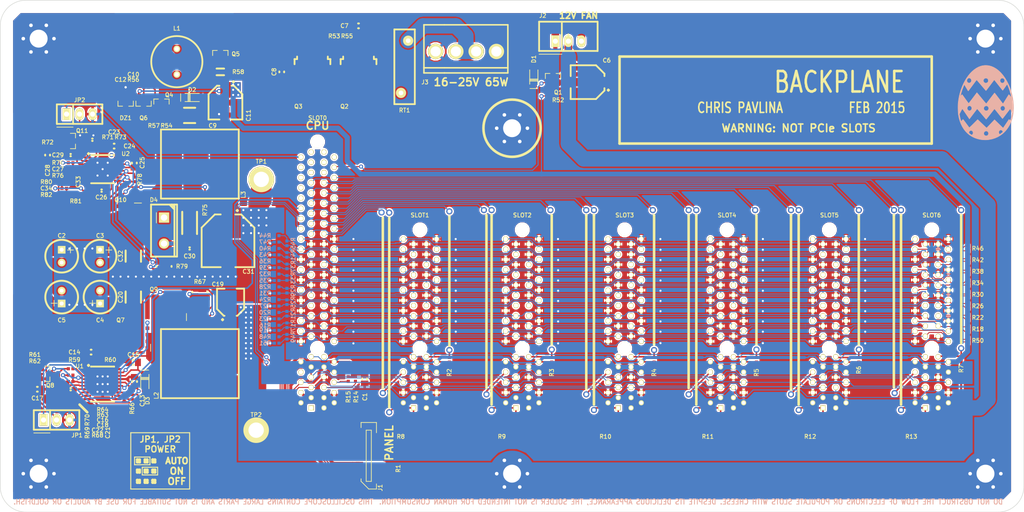
<source format=kicad_pcb>
(kicad_pcb (version 4) (host pcbnew "(2015-02-20 BZR 5435)-product")
  (layers (0 F.Cu signal) (1 Jump1 jumper) (2 Jump2 jumper) (31 B.Cu signal) (34 B.Paste user) (35 F.Paste user) (36 B.SilkS user) (37 F.SilkS user) (38 B.Mask user) (39 F.Mask user) (44 Edge.Cuts user))
  (net 0 "")
  (net 1 +3.3SB)
  (net 2 GND)
  (net 3 "Net-(C15-Pad1)")
  (net 4 "Net-(C16-Pad1)")
  (net 5 "Net-(C17-Pad1)")
  (net 6 "Net-(C21-Pad1)")
  (net 7 "Net-(C22-Pad1)")
  (net 8 "Net-(C27-Pad1)")
  (net 9 +12)
  (net 10 +3.3)
  (net 11 "Net-(C30-Pad1)")
  (net 12 /Power/12VEN)
  (net 13 /Power/3V3EN)
  (net 14 /SPI_#CS_1)
  (net 15 /SPI_#CS_2)
  (net 16 /SPI_#CS_3)
  (net 17 /SPI_#CS_4)
  (net 18 /SPI_#CS_5)
  (net 19 /SPI_#CS_6)
  (net 20 /#IRQ_1)
  (net 21 /#IRQ_2)
  (net 22 /#IRQ_3)
  (net 23 /#IRQ_4)
  (net 24 /#IRQ_5)
  (net 25 /#IRQ_6)
  (net 26 /SPI_CLK)
  (net 27 /SPI_MOSI)
  (net 28 /SPI_MISO)
  (net 29 /#PERST)
  (net 30 /BUS_ADR_#DAT)
  (net 31 /BUS0+)
  (net 32 /BUS0-)
  (net 33 /BUS2+)
  (net 34 /BUS2-)
  (net 35 /BUS4+)
  (net 36 /BUS4-)
  (net 37 /BUS6+)
  (net 38 /BUS6-)
  (net 39 /BUS_#RD)
  (net 40 /BUSCLK+)
  (net 41 /BUSCLK-)
  (net 42 /BUS1+)
  (net 43 /BUS1-)
  (net 44 /BUS3+)
  (net 45 /BUS3-)
  (net 46 /BUS5+)
  (net 47 /BUS5-)
  (net 48 /BUS7+)
  (net 49 /BUS7-)
  (net 50 /BUS#WR)
  (net 51 /#PRSNT_1)
  (net 52 /#PRSNT_4)
  (net 53 /#PRSNT_2)
  (net 54 /#PRSNT_5)
  (net 55 /#PRSNT_3)
  (net 56 /#PRSNT_6)
  (net 57 /Power/3SBSW)
  (net 58 /Power/3SBCS)
  (net 59 /SPI_#CS_FP)
  (net 60 /#IRQ_FP)
  (net 61 /I2C_SDA)
  (net 62 /I2C_SCL)
  (net 63 /Power/FAN)
  (net 64 /Power/Supply12V/VIN)
  (net 65 /Power/Supply12V/AGND)
  (net 66 /Power/Supply12V/FB)
  (net 67 /Power/Supply12V/SW)
  (net 68 /Power/Supply12V/VCC)
  (net 69 /Power/Supply12V/EN)
  (net 70 /Power/Supply12V/HGATE)
  (net 71 /Power/Supply12V/LGATE)
  (net 72 /Power/Supply12V/CS+)
  (net 73 /Power/Supply12V/CS-)
  (net 74 /Power/Supply3V3/AGND)
  (net 75 /Power/Supply3V3/FB)
  (net 76 /Power/Supply3V3/SW)
  (net 77 /Power/Supply3V3/VCC)
  (net 78 /Power/Supply3V3/CS+)
  (net 79 /Power/Supply3V3/EN)
  (net 80 /Power/Supply3V3/HGATE)
  (net 81 /Power/Supply3V3/CS-)
  (net 82 "Net-(SLOT0-PadB11)")
  (net 83 "Net-(SLOT0-PadA1)")
  (net 84 "Net-(SLOT0-PadA8)")
  (net 85 "Net-(SLOT0-PadB17)")
  (net 86 "Net-(SLOT0-PadB45)")
  (net 87 "Net-(SLOT0-PadB47)")
  (net 88 "Net-(SLOT0-PadB48)")
  (net 89 "Net-(SLOT0-PadB49)")
  (net 90 "Net-(SLOT0-PadA19)")
  (net 91 "Net-(SLOT0-PadA40)")
  (net 92 "Net-(SLOT0-PadA42)")
  (net 93 "Net-(SLOT0-PadA44)")
  (net 94 "Net-(SLOT0-PadA45)")
  (net 95 "Net-(SLOT0-PadA46)")
  (net 96 "Net-(SLOT0-PadA47)")
  (net 97 "Net-(SLOT0-PadA49)")
  (net 98 "Net-(SLOT1-PadB17)")
  (net 99 "Net-(SLOT1-PadA19)")
  (net 100 "Net-(SLOT2-PadB17)")
  (net 101 "Net-(SLOT2-PadA19)")
  (net 102 "Net-(SLOT3-PadB17)")
  (net 103 "Net-(SLOT3-PadA19)")
  (net 104 "Net-(SLOT4-PadB17)")
  (net 105 "Net-(SLOT4-PadA19)")
  (net 106 "Net-(SLOT5-PadB17)")
  (net 107 "Net-(SLOT5-PadA19)")
  (net 108 "Net-(SLOT6-PadB17)")
  (net 109 "Net-(SLOT6-PadA19)")
  (net 110 "Net-(C7-Pad1)")
  (net 111 "Net-(C7-Pad2)")
  (net 112 "Net-(C10-Pad2)")
  (net 113 "Net-(C18-Pad1)")
  (net 114 "Net-(C25-Pad1)")
  (net 115 "Net-(C26-Pad1)")
  (net 116 "Net-(C28-Pad1)")
  (net 117 "Net-(C29-Pad1)")
  (net 118 "Net-(C33-Pad1)")
  (net 119 "Net-(C34-Pad1)")
  (net 120 "Net-(D1-Pad2)")
  (net 121 "Net-(J3-Pad2)")
  (net 122 "Net-(Q2-Pad3)")
  (net 123 "Net-(Q4-Pad1)")
  (net 124 "Net-(Q6-Pad3)")
  (net 125 "Net-(R59-Pad2)")
  (net 126 "Net-(R64-Pad1)")
  (net 127 "Net-(R76-Pad1)")
  (module conn-fci:CONN-10018783-10202TLF-PCIEx8-FCI (layer F.Cu) (at 87 123 180)
    (fp_text reference SLOT0 (at 0 45 180) (layer F.SilkS) (effects (font (size 0.8 0.8))))
    (fp_text value CPU)
    (pad "" np_thru_hole circle (at 0 0 180) (size 2.35 2.35) (drill 2.35) (layers *.Cu *.Mask F.SilkS))
    (pad B1 thru_hole circle (at -1.25 -11.65 180) (size 1 1) (drill 0.7) (layers *.Cu *.Mask F.SilkS) (net 9 +12))
    (pad B2 thru_hole circle (at -3.25 -10.65 180) (size 1 1) (drill 0.7) (layers *.Cu *.Mask F.SilkS) (net 9 +12))
    (pad B3 thru_hole circle (at -1.25 -9.65 180) (size 1 1) (drill 0.7) (layers *.Cu *.Mask F.SilkS) (net 9 +12))
    (pad B4 thru_hole circle (at -3.25 -8.65 180) (size 1 1) (drill 0.7) (layers *.Cu *.Mask F.SilkS) (net 2 GND))
    (pad B5 thru_hole circle (at -1.25 -7.65 180) (size 1 1) (drill 0.7) (layers *.Cu *.Mask F.SilkS) (net 61 /I2C_SDA))
    (pad B6 thru_hole circle (at -3.25 -6.65 180) (size 1 1) (drill 0.7) (layers *.Cu *.Mask F.SilkS) (net 62 /I2C_SCL))
    (pad B7 thru_hole circle (at -1.25 -5.65 180) (size 1 1) (drill 0.7) (layers *.Cu *.Mask F.SilkS) (net 2 GND))
    (pad B8 thru_hole circle (at -3.25 -4.65 180) (size 1 1) (drill 0.7) (layers *.Cu *.Mask F.SilkS) (net 10 +3.3))
    (pad B9 thru_hole circle (at -1.25 -3.65 180) (size 1 1) (drill 0.7) (layers *.Cu *.Mask F.SilkS) (net 10 +3.3))
    (pad B10 thru_hole circle (at -3.25 -2.65 180) (size 1 1) (drill 0.7) (layers *.Cu *.Mask F.SilkS) (net 1 +3.3SB))
    (pad B11 thru_hole circle (at -1.25 -1.65 180) (size 1 1) (drill 0.7) (layers *.Cu *.Mask F.SilkS) (net 82 "Net-(SLOT0-PadB11)"))
    (pad A1 thru_hole rect (at 1.25 -11.65 180) (size 1 1) (drill 0.7) (layers *.Cu *.Mask F.SilkS) (net 83 "Net-(SLOT0-PadA1)"))
    (pad A2 thru_hole circle (at 3.25 -10.65 180) (size 1 1) (drill 0.7) (layers *.Cu *.Mask F.SilkS) (net 9 +12))
    (pad A3 thru_hole circle (at 1.25 -9.65 180) (size 1 1) (drill 0.7) (layers *.Cu *.Mask F.SilkS) (net 9 +12))
    (pad A4 thru_hole circle (at 3.25 -8.65 180) (size 1 1) (drill 0.7) (layers *.Cu *.Mask F.SilkS) (net 2 GND))
    (pad A5 thru_hole circle (at 1.25 -7.65 180) (size 1 1) (drill 0.7) (layers *.Cu *.Mask F.SilkS) (net 26 /SPI_CLK))
    (pad A6 thru_hole circle (at 3.25 -6.65 180) (size 1 1) (drill 0.7) (layers *.Cu *.Mask F.SilkS) (net 27 /SPI_MOSI))
    (pad A7 thru_hole circle (at 1.25 -5.65 180) (size 1 1) (drill 0.7) (layers *.Cu *.Mask F.SilkS) (net 28 /SPI_MISO))
    (pad A8 thru_hole circle (at 3.25 -4.65 180) (size 1 1) (drill 0.7) (layers *.Cu *.Mask F.SilkS) (net 84 "Net-(SLOT0-PadA8)"))
    (pad A9 thru_hole circle (at 1.25 -3.65 180) (size 1 1) (drill 0.7) (layers *.Cu *.Mask F.SilkS) (net 10 +3.3))
    (pad A10 thru_hole circle (at 3.25 -2.65 180) (size 1 1) (drill 0.7) (layers *.Cu *.Mask F.SilkS) (net 10 +3.3))
    (pad A11 thru_hole circle (at 1.25 -1.65 180) (size 1 1) (drill 0.7) (layers *.Cu *.Mask F.SilkS) (net 29 /#PERST))
    (pad B12 thru_hole circle (at -3.25 1.35 180) (size 1 1) (drill 0.7) (layers *.Cu *.Mask F.SilkS) (net 30 /BUS_ADR_#DAT))
    (pad B13 thru_hole circle (at -1.25 2.35 180) (size 1 1) (drill 0.7) (layers *.Cu *.Mask F.SilkS) (net 2 GND))
    (pad B14 thru_hole circle (at -3.25 3.35 180) (size 1 1) (drill 0.7) (layers *.Cu *.Mask F.SilkS) (net 31 /BUS0+))
    (pad B15 thru_hole circle (at -1.25 4.35 180) (size 1 1) (drill 0.7) (layers *.Cu *.Mask F.SilkS) (net 32 /BUS0-))
    (pad B16 thru_hole circle (at -3.25 5.35 180) (size 1 1) (drill 0.7) (layers *.Cu *.Mask F.SilkS) (net 2 GND))
    (pad B17 thru_hole circle (at -1.25 6.35 180) (size 1 1) (drill 0.7) (layers *.Cu *.Mask F.SilkS) (net 85 "Net-(SLOT0-PadB17)"))
    (pad B18 thru_hole circle (at -3.25 7.35 180) (size 1 1) (drill 0.7) (layers *.Cu *.Mask F.SilkS) (net 2 GND))
    (pad B19 thru_hole circle (at -1.25 8.35 180) (size 1 1) (drill 0.7) (layers *.Cu *.Mask F.SilkS) (net 33 /BUS2+))
    (pad B20 thru_hole circle (at -3.25 9.35 180) (size 1 1) (drill 0.7) (layers *.Cu *.Mask F.SilkS) (net 34 /BUS2-))
    (pad B21 thru_hole circle (at -1.25 10.35 180) (size 1 1) (drill 0.7) (layers *.Cu *.Mask F.SilkS) (net 2 GND))
    (pad B22 thru_hole circle (at -3.25 11.35 180) (size 1 1) (drill 0.7) (layers *.Cu *.Mask F.SilkS) (net 2 GND))
    (pad B23 thru_hole circle (at -1.25 12.35 180) (size 1 1) (drill 0.7) (layers *.Cu *.Mask F.SilkS) (net 35 /BUS4+))
    (pad B24 thru_hole circle (at -3.25 13.35 180) (size 1 1) (drill 0.7) (layers *.Cu *.Mask F.SilkS) (net 36 /BUS4-))
    (pad B25 thru_hole circle (at -1.25 14.35 180) (size 1 1) (drill 0.7) (layers *.Cu *.Mask F.SilkS) (net 2 GND))
    (pad B26 thru_hole circle (at -3.25 15.35 180) (size 1 1) (drill 0.7) (layers *.Cu *.Mask F.SilkS) (net 2 GND))
    (pad B27 thru_hole circle (at -1.25 16.35 180) (size 1 1) (drill 0.7) (layers *.Cu *.Mask F.SilkS) (net 37 /BUS6+))
    (pad B28 thru_hole circle (at -3.25 17.35 180) (size 1 1) (drill 0.7) (layers *.Cu *.Mask F.SilkS) (net 38 /BUS6-))
    (pad B29 thru_hole circle (at -1.25 18.35 180) (size 1 1) (drill 0.7) (layers *.Cu *.Mask F.SilkS) (net 2 GND))
    (pad B30 thru_hole circle (at -3.25 19.35 180) (size 1 1) (drill 0.7) (layers *.Cu *.Mask F.SilkS) (net 39 /BUS_#RD))
    (pad B31 thru_hole circle (at -1.25 20.35 180) (size 1 1) (drill 0.7) (layers *.Cu *.Mask F.SilkS) (net 2 GND))
    (pad B32 thru_hole circle (at -3.25 21.35 180) (size 1 1) (drill 0.7) (layers *.Cu *.Mask F.SilkS) (net 2 GND))
    (pad B33 thru_hole circle (at -1.25 22.35 180) (size 1 1) (drill 0.7) (layers *.Cu *.Mask F.SilkS) (net 14 /SPI_#CS_1))
    (pad B34 thru_hole circle (at -3.25 23.35 180) (size 1 1) (drill 0.7) (layers *.Cu *.Mask F.SilkS) (net 20 /#IRQ_1))
    (pad B35 thru_hole circle (at -1.25 24.35 180) (size 1 1) (drill 0.7) (layers *.Cu *.Mask F.SilkS) (net 15 /SPI_#CS_2))
    (pad B36 thru_hole circle (at -3.25 25.35 180) (size 1 1) (drill 0.7) (layers *.Cu *.Mask F.SilkS) (net 21 /#IRQ_2))
    (pad B37 thru_hole circle (at -1.25 26.35 180) (size 1 1) (drill 0.7) (layers *.Cu *.Mask F.SilkS) (net 16 /SPI_#CS_3))
    (pad B38 thru_hole circle (at -3.25 27.35 180) (size 1 1) (drill 0.7) (layers *.Cu *.Mask F.SilkS) (net 22 /#IRQ_3))
    (pad B39 thru_hole circle (at -1.25 28.35 180) (size 1 1) (drill 0.7) (layers *.Cu *.Mask F.SilkS) (net 17 /SPI_#CS_4))
    (pad B40 thru_hole circle (at -3.25 29.35 180) (size 1 1) (drill 0.7) (layers *.Cu *.Mask F.SilkS) (net 23 /#IRQ_4))
    (pad B41 thru_hole circle (at -1.25 30.35 180) (size 1 1) (drill 0.7) (layers *.Cu *.Mask F.SilkS) (net 18 /SPI_#CS_5))
    (pad B42 thru_hole circle (at -3.25 31.35 180) (size 1 1) (drill 0.7) (layers *.Cu *.Mask F.SilkS) (net 24 /#IRQ_5))
    (pad B43 thru_hole circle (at -1.25 32.35 180) (size 1 1) (drill 0.7) (layers *.Cu *.Mask F.SilkS) (net 19 /SPI_#CS_6))
    (pad B44 thru_hole circle (at -3.25 33.35 180) (size 1 1) (drill 0.7) (layers *.Cu *.Mask F.SilkS) (net 25 /#IRQ_6))
    (pad B45 thru_hole circle (at -1.25 34.35 180) (size 1 1) (drill 0.7) (layers *.Cu *.Mask F.SilkS) (net 86 "Net-(SLOT0-PadB45)"))
    (pad B46 thru_hole circle (at -3.25 35.35 180) (size 1 1) (drill 0.7) (layers *.Cu *.Mask F.SilkS) (net 63 /Power/FAN))
    (pad B47 thru_hole circle (at -1.25 36.35 180) (size 1 1) (drill 0.7) (layers *.Cu *.Mask F.SilkS) (net 87 "Net-(SLOT0-PadB47)"))
    (pad B48 thru_hole circle (at -3.25 37.35 180) (size 1 1) (drill 0.7) (layers *.Cu *.Mask F.SilkS) (net 88 "Net-(SLOT0-PadB48)"))
    (pad B49 thru_hole circle (at -1.25 38.35 180) (size 1 1) (drill 0.7) (layers *.Cu *.Mask F.SilkS) (net 89 "Net-(SLOT0-PadB49)"))
    (pad A12 thru_hole circle (at 3.25 1.35 180) (size 1 1) (drill 0.7) (layers *.Cu *.Mask F.SilkS) (net 2 GND))
    (pad A13 thru_hole circle (at 1.25 2.35 180) (size 1 1) (drill 0.7) (layers *.Cu *.Mask F.SilkS) (net 40 /BUSCLK+))
    (pad A14 thru_hole circle (at 3.25 3.35 180) (size 1 1) (drill 0.7) (layers *.Cu *.Mask F.SilkS) (net 41 /BUSCLK-))
    (pad A15 thru_hole circle (at 1.25 4.35 180) (size 1 1) (drill 0.7) (layers *.Cu *.Mask F.SilkS) (net 2 GND))
    (pad A16 thru_hole circle (at 3.25 5.35 180) (size 1 1) (drill 0.7) (layers *.Cu *.Mask F.SilkS) (net 42 /BUS1+))
    (pad A17 thru_hole circle (at 1.25 6.35 180) (size 1 1) (drill 0.7) (layers *.Cu *.Mask F.SilkS) (net 43 /BUS1-))
    (pad A18 thru_hole circle (at 3.25 7.35 180) (size 1 1) (drill 0.7) (layers *.Cu *.Mask F.SilkS) (net 2 GND))
    (pad A19 thru_hole circle (at 1.25 8.35 180) (size 1 1) (drill 0.7) (layers *.Cu *.Mask F.SilkS) (net 90 "Net-(SLOT0-PadA19)"))
    (pad A20 thru_hole circle (at 3.25 9.35 180) (size 1 1) (drill 0.7) (layers *.Cu *.Mask F.SilkS) (net 2 GND))
    (pad A21 thru_hole circle (at 1.25 10.35 180) (size 1 1) (drill 0.7) (layers *.Cu *.Mask F.SilkS) (net 44 /BUS3+))
    (pad A22 thru_hole circle (at 3.25 11.35 180) (size 1 1) (drill 0.7) (layers *.Cu *.Mask F.SilkS) (net 45 /BUS3-))
    (pad A23 thru_hole circle (at 1.25 12.35 180) (size 1 1) (drill 0.7) (layers *.Cu *.Mask F.SilkS) (net 2 GND))
    (pad A24 thru_hole circle (at 3.25 13.35 180) (size 1 1) (drill 0.7) (layers *.Cu *.Mask F.SilkS) (net 2 GND))
    (pad A25 thru_hole circle (at 1.25 14.35 180) (size 1 1) (drill 0.7) (layers *.Cu *.Mask F.SilkS) (net 46 /BUS5+))
    (pad A26 thru_hole circle (at 3.25 15.35 180) (size 1 1) (drill 0.7) (layers *.Cu *.Mask F.SilkS) (net 47 /BUS5-))
    (pad A27 thru_hole circle (at 1.25 16.35 180) (size 1 1) (drill 0.7) (layers *.Cu *.Mask F.SilkS) (net 2 GND))
    (pad A28 thru_hole circle (at 3.25 17.35 180) (size 1 1) (drill 0.7) (layers *.Cu *.Mask F.SilkS) (net 2 GND))
    (pad A29 thru_hole circle (at 1.25 18.35 180) (size 1 1) (drill 0.7) (layers *.Cu *.Mask F.SilkS) (net 48 /BUS7+))
    (pad A30 thru_hole circle (at 3.25 19.35 180) (size 1 1) (drill 0.7) (layers *.Cu *.Mask F.SilkS) (net 49 /BUS7-))
    (pad A31 thru_hole circle (at 1.25 20.35 180) (size 1 1) (drill 0.7) (layers *.Cu *.Mask F.SilkS) (net 2 GND))
    (pad A32 thru_hole circle (at 3.25 21.35 180) (size 1 1) (drill 0.7) (layers *.Cu *.Mask F.SilkS) (net 50 /BUS#WR))
    (pad A33 thru_hole circle (at 1.25 22.35 180) (size 1 1) (drill 0.7) (layers *.Cu *.Mask F.SilkS) (net 51 /#PRSNT_1))
    (pad A34 thru_hole circle (at 3.25 23.35 180) (size 1 1) (drill 0.7) (layers *.Cu *.Mask F.SilkS) (net 59 /SPI_#CS_FP))
    (pad A35 thru_hole circle (at 1.25 24.35 180) (size 1 1) (drill 0.7) (layers *.Cu *.Mask F.SilkS) (net 53 /#PRSNT_2))
    (pad A36 thru_hole circle (at 3.25 25.35 180) (size 1 1) (drill 0.7) (layers *.Cu *.Mask F.SilkS) (net 60 /#IRQ_FP))
    (pad A37 thru_hole circle (at 1.25 26.35 180) (size 1 1) (drill 0.7) (layers *.Cu *.Mask F.SilkS) (net 55 /#PRSNT_3))
    (pad A38 thru_hole circle (at 3.25 27.35 180) (size 1 1) (drill 0.7) (layers *.Cu *.Mask F.SilkS) (net 12 /Power/12VEN))
    (pad A39 thru_hole circle (at 1.25 28.35 180) (size 1 1) (drill 0.7) (layers *.Cu *.Mask F.SilkS) (net 52 /#PRSNT_4))
    (pad A40 thru_hole circle (at 3.25 29.35 180) (size 1 1) (drill 0.7) (layers *.Cu *.Mask F.SilkS) (net 91 "Net-(SLOT0-PadA40)"))
    (pad A41 thru_hole circle (at 1.25 30.35 180) (size 1 1) (drill 0.7) (layers *.Cu *.Mask F.SilkS) (net 54 /#PRSNT_5))
    (pad A42 thru_hole circle (at 3.25 31.35 180) (size 1 1) (drill 0.7) (layers *.Cu *.Mask F.SilkS) (net 92 "Net-(SLOT0-PadA42)"))
    (pad A43 thru_hole circle (at 1.25 32.35 180) (size 1 1) (drill 0.7) (layers *.Cu *.Mask F.SilkS) (net 56 /#PRSNT_6))
    (pad A44 thru_hole circle (at 3.25 33.35 180) (size 1 1) (drill 0.7) (layers *.Cu *.Mask F.SilkS) (net 93 "Net-(SLOT0-PadA44)"))
    (pad A45 thru_hole circle (at 1.25 34.35 180) (size 1 1) (drill 0.7) (layers *.Cu *.Mask F.SilkS) (net 94 "Net-(SLOT0-PadA45)"))
    (pad A46 thru_hole circle (at 3.25 35.35 180) (size 1 1) (drill 0.7) (layers *.Cu *.Mask F.SilkS) (net 95 "Net-(SLOT0-PadA46)"))
    (pad A47 thru_hole circle (at 1.25 36.35 180) (size 1 1) (drill 0.7) (layers *.Cu *.Mask F.SilkS) (net 96 "Net-(SLOT0-PadA47)"))
    (pad A48 thru_hole circle (at 3.25 37.35 180) (size 1 1) (drill 0.7) (layers *.Cu *.Mask F.SilkS) (net 13 /Power/3V3EN))
    (pad A49 thru_hole circle (at 1.25 38.35 180) (size 1 1) (drill 0.7) (layers *.Cu *.Mask F.SilkS) (net 97 "Net-(SLOT0-PadA49)"))
    (pad "" np_thru_hole circle (at 0 40.33 180) (size 2.35 2.35) (drill 2.35) (layers *.Cu *.Mask F.SilkS))
  )
  (module conn-100mil:CONN-100MIL-M-1x3 (layer F.Cu) (at 116 65 180)
    (fp_text reference J3 (at 8.02 -6 180) (layer F.SilkS) (effects (font (size 0.8 0.8))))
    (fp_text value POWER)
    (pad 1 thru_hole circle (at -5.94 0 180) (size 3 3) (drill 2) (layers *.Cu *.Mask F.SilkS) (net 2 GND))
    (pad 2 thru_hole circle (at -1.98 0 180) (size 3 3) (drill 2) (layers *.Cu *.Mask F.SilkS) (net 121 "Net-(J3-Pad2)"))
    (pad 3 thru_hole circle (at 1.98 0 180) (size 3 3) (drill 2) (layers *.Cu *.Mask F.SilkS) (net 121 "Net-(J3-Pad2)"))
    (pad 4 thru_hole circle (at 5.94 0 180) (size 3 3) (drill 2) (layers *.Cu *.Mask F.SilkS) (net 2 GND))
  )
  (module conn-fci:CONN-10018784-10201TLF-PCIEx4-FCI (layer F.Cu) (at 167 123 180)
    (fp_text reference SLOT4 (at 0 26 180) (layer F.SilkS) (effects (font (size 0.8 0.8))))
    (fp_text value FREE)
    (pad "" np_thru_hole circle (at 0 0 180) (size 2.35 2.35) (drill 2.35) (layers *.Cu *.Mask F.SilkS))
    (pad B1 thru_hole circle (at -1.25 -11.65 180) (size 1 1) (drill 0.7) (layers *.Cu *.Mask F.SilkS) (net 9 +12))
    (pad B2 thru_hole circle (at -3.25 -10.65 180) (size 1 1) (drill 0.7) (layers *.Cu *.Mask F.SilkS) (net 9 +12))
    (pad B3 thru_hole circle (at -1.25 -9.65 180) (size 1 1) (drill 0.7) (layers *.Cu *.Mask F.SilkS) (net 9 +12))
    (pad B4 thru_hole circle (at -3.25 -8.65 180) (size 1 1) (drill 0.7) (layers *.Cu *.Mask F.SilkS) (net 2 GND))
    (pad B5 thru_hole circle (at -1.25 -7.65 180) (size 1 1) (drill 0.7) (layers *.Cu *.Mask F.SilkS) (net 61 /I2C_SDA))
    (pad B6 thru_hole circle (at -3.25 -6.65 180) (size 1 1) (drill 0.7) (layers *.Cu *.Mask F.SilkS) (net 62 /I2C_SCL))
    (pad B7 thru_hole circle (at -1.25 -5.65 180) (size 1 1) (drill 0.7) (layers *.Cu *.Mask F.SilkS) (net 2 GND))
    (pad B8 thru_hole circle (at -3.25 -4.65 180) (size 1 1) (drill 0.7) (layers *.Cu *.Mask F.SilkS) (net 10 +3.3))
    (pad B9 thru_hole circle (at -1.25 -3.65 180) (size 1 1) (drill 0.7) (layers *.Cu *.Mask F.SilkS) (net 10 +3.3))
    (pad B10 thru_hole circle (at -3.25 -2.65 180) (size 1 1) (drill 0.7) (layers *.Cu *.Mask F.SilkS) (net 1 +3.3SB))
    (pad B11 thru_hole circle (at -1.25 -1.65 180) (size 1 1) (drill 0.7) (layers *.Cu *.Mask F.SilkS) (net 23 /#IRQ_4))
    (pad A1 thru_hole rect (at 1.25 -11.65 180) (size 1 1) (drill 0.7) (layers *.Cu *.Mask F.SilkS) (net 52 /#PRSNT_4))
    (pad A2 thru_hole circle (at 3.25 -10.65 180) (size 1 1) (drill 0.7) (layers *.Cu *.Mask F.SilkS) (net 9 +12))
    (pad A3 thru_hole circle (at 1.25 -9.65 180) (size 1 1) (drill 0.7) (layers *.Cu *.Mask F.SilkS) (net 9 +12))
    (pad A4 thru_hole circle (at 3.25 -8.65 180) (size 1 1) (drill 0.7) (layers *.Cu *.Mask F.SilkS) (net 2 GND))
    (pad A5 thru_hole circle (at 1.25 -7.65 180) (size 1 1) (drill 0.7) (layers *.Cu *.Mask F.SilkS) (net 26 /SPI_CLK))
    (pad A6 thru_hole circle (at 3.25 -6.65 180) (size 1 1) (drill 0.7) (layers *.Cu *.Mask F.SilkS) (net 27 /SPI_MOSI))
    (pad A7 thru_hole circle (at 1.25 -5.65 180) (size 1 1) (drill 0.7) (layers *.Cu *.Mask F.SilkS) (net 28 /SPI_MISO))
    (pad A8 thru_hole circle (at 3.25 -4.65 180) (size 1 1) (drill 0.7) (layers *.Cu *.Mask F.SilkS) (net 17 /SPI_#CS_4))
    (pad A9 thru_hole circle (at 1.25 -3.65 180) (size 1 1) (drill 0.7) (layers *.Cu *.Mask F.SilkS) (net 10 +3.3))
    (pad A10 thru_hole circle (at 3.25 -2.65 180) (size 1 1) (drill 0.7) (layers *.Cu *.Mask F.SilkS) (net 10 +3.3))
    (pad A11 thru_hole circle (at 1.25 -1.65 180) (size 1 1) (drill 0.7) (layers *.Cu *.Mask F.SilkS) (net 29 /#PERST))
    (pad B12 thru_hole circle (at -3.25 1.35 180) (size 1 1) (drill 0.7) (layers *.Cu *.Mask F.SilkS) (net 30 /BUS_ADR_#DAT))
    (pad B13 thru_hole circle (at -1.25 2.35 180) (size 1 1) (drill 0.7) (layers *.Cu *.Mask F.SilkS) (net 2 GND))
    (pad B14 thru_hole circle (at -3.25 3.35 180) (size 1 1) (drill 0.7) (layers *.Cu *.Mask F.SilkS) (net 31 /BUS0+))
    (pad B15 thru_hole circle (at -1.25 4.35 180) (size 1 1) (drill 0.7) (layers *.Cu *.Mask F.SilkS) (net 32 /BUS0-))
    (pad B16 thru_hole circle (at -3.25 5.35 180) (size 1 1) (drill 0.7) (layers *.Cu *.Mask F.SilkS) (net 2 GND))
    (pad B17 thru_hole circle (at -1.25 6.35 180) (size 1 1) (drill 0.7) (layers *.Cu *.Mask F.SilkS) (net 104 "Net-(SLOT4-PadB17)"))
    (pad B18 thru_hole circle (at -3.25 7.35 180) (size 1 1) (drill 0.7) (layers *.Cu *.Mask F.SilkS) (net 2 GND))
    (pad B19 thru_hole circle (at -1.25 8.35 180) (size 1 1) (drill 0.7) (layers *.Cu *.Mask F.SilkS) (net 33 /BUS2+))
    (pad B20 thru_hole circle (at -3.25 9.35 180) (size 1 1) (drill 0.7) (layers *.Cu *.Mask F.SilkS) (net 34 /BUS2-))
    (pad B21 thru_hole circle (at -1.25 10.35 180) (size 1 1) (drill 0.7) (layers *.Cu *.Mask F.SilkS) (net 2 GND))
    (pad B22 thru_hole circle (at -3.25 11.35 180) (size 1 1) (drill 0.7) (layers *.Cu *.Mask F.SilkS) (net 2 GND))
    (pad B23 thru_hole circle (at -1.25 12.35 180) (size 1 1) (drill 0.7) (layers *.Cu *.Mask F.SilkS) (net 35 /BUS4+))
    (pad B24 thru_hole circle (at -3.25 13.35 180) (size 1 1) (drill 0.7) (layers *.Cu *.Mask F.SilkS) (net 36 /BUS4-))
    (pad B25 thru_hole circle (at -1.25 14.35 180) (size 1 1) (drill 0.7) (layers *.Cu *.Mask F.SilkS) (net 2 GND))
    (pad B26 thru_hole circle (at -3.25 15.35 180) (size 1 1) (drill 0.7) (layers *.Cu *.Mask F.SilkS) (net 2 GND))
    (pad B27 thru_hole circle (at -1.25 16.35 180) (size 1 1) (drill 0.7) (layers *.Cu *.Mask F.SilkS) (net 37 /BUS6+))
    (pad B28 thru_hole circle (at -3.25 17.35 180) (size 1 1) (drill 0.7) (layers *.Cu *.Mask F.SilkS) (net 38 /BUS6-))
    (pad B29 thru_hole circle (at -1.25 18.35 180) (size 1 1) (drill 0.7) (layers *.Cu *.Mask F.SilkS) (net 2 GND))
    (pad B30 thru_hole circle (at -3.25 19.35 180) (size 1 1) (drill 0.7) (layers *.Cu *.Mask F.SilkS) (net 39 /BUS_#RD))
    (pad B31 thru_hole circle (at -1.25 20.35 180) (size 1 1) (drill 0.7) (layers *.Cu *.Mask F.SilkS) (net 2 GND))
    (pad B32 thru_hole circle (at -3.25 21.35 180) (size 1 1) (drill 0.7) (layers *.Cu *.Mask F.SilkS) (net 2 GND))
    (pad A12 thru_hole circle (at 3.25 1.35 180) (size 1 1) (drill 0.7) (layers *.Cu *.Mask F.SilkS) (net 2 GND))
    (pad A13 thru_hole circle (at 1.25 2.35 180) (size 1 1) (drill 0.7) (layers *.Cu *.Mask F.SilkS) (net 40 /BUSCLK+))
    (pad A14 thru_hole circle (at 3.25 3.35 180) (size 1 1) (drill 0.7) (layers *.Cu *.Mask F.SilkS) (net 41 /BUSCLK-))
    (pad A15 thru_hole circle (at 1.25 4.35 180) (size 1 1) (drill 0.7) (layers *.Cu *.Mask F.SilkS) (net 2 GND))
    (pad A16 thru_hole circle (at 3.25 5.35 180) (size 1 1) (drill 0.7) (layers *.Cu *.Mask F.SilkS) (net 42 /BUS1+))
    (pad A17 thru_hole circle (at 1.25 6.35 180) (size 1 1) (drill 0.7) (layers *.Cu *.Mask F.SilkS) (net 43 /BUS1-))
    (pad A18 thru_hole circle (at 3.25 7.35 180) (size 1 1) (drill 0.7) (layers *.Cu *.Mask F.SilkS) (net 2 GND))
    (pad A19 thru_hole circle (at 1.25 8.35 180) (size 1 1) (drill 0.7) (layers *.Cu *.Mask F.SilkS) (net 105 "Net-(SLOT4-PadA19)"))
    (pad A20 thru_hole circle (at 3.25 9.35 180) (size 1 1) (drill 0.7) (layers *.Cu *.Mask F.SilkS) (net 2 GND))
    (pad A21 thru_hole circle (at 1.25 10.35 180) (size 1 1) (drill 0.7) (layers *.Cu *.Mask F.SilkS) (net 44 /BUS3+))
    (pad A22 thru_hole circle (at 3.25 11.35 180) (size 1 1) (drill 0.7) (layers *.Cu *.Mask F.SilkS) (net 45 /BUS3-))
    (pad A23 thru_hole circle (at 1.25 12.35 180) (size 1 1) (drill 0.7) (layers *.Cu *.Mask F.SilkS) (net 2 GND))
    (pad A24 thru_hole circle (at 3.25 13.35 180) (size 1 1) (drill 0.7) (layers *.Cu *.Mask F.SilkS) (net 2 GND))
    (pad A25 thru_hole circle (at 1.25 14.35 180) (size 1 1) (drill 0.7) (layers *.Cu *.Mask F.SilkS) (net 46 /BUS5+))
    (pad A26 thru_hole circle (at 3.25 15.35 180) (size 1 1) (drill 0.7) (layers *.Cu *.Mask F.SilkS) (net 47 /BUS5-))
    (pad A27 thru_hole circle (at 1.25 16.35 180) (size 1 1) (drill 0.7) (layers *.Cu *.Mask F.SilkS) (net 2 GND))
    (pad A28 thru_hole circle (at 3.25 17.35 180) (size 1 1) (drill 0.7) (layers *.Cu *.Mask F.SilkS) (net 2 GND))
    (pad A29 thru_hole circle (at 1.25 18.35 180) (size 1 1) (drill 0.7) (layers *.Cu *.Mask F.SilkS) (net 48 /BUS7+))
    (pad A30 thru_hole circle (at 3.25 19.35 180) (size 1 1) (drill 0.7) (layers *.Cu *.Mask F.SilkS) (net 49 /BUS7-))
    (pad A31 thru_hole circle (at 1.25 20.35 180) (size 1 1) (drill 0.7) (layers *.Cu *.Mask F.SilkS) (net 2 GND))
    (pad A32 thru_hole circle (at 3.25 21.35 180) (size 1 1) (drill 0.7) (layers *.Cu *.Mask F.SilkS) (net 50 /BUS#WR))
    (pad "" np_thru_hole circle (at 0 23.15 180) (size 2.35 2.35) (drill 2.35) (layers *.Cu *.Mask F.SilkS))
  )
  (module conn-fci:CONN-10018784-10201TLF-PCIEx4-FCI (layer F.Cu) (at 147 123 180)
    (fp_text reference SLOT3 (at 0 26 180) (layer F.SilkS) (effects (font (size 0.8 0.8))))
    (fp_text value FREE)
    (pad "" np_thru_hole circle (at 0 0 180) (size 2.35 2.35) (drill 2.35) (layers *.Cu *.Mask F.SilkS))
    (pad B1 thru_hole circle (at -1.25 -11.65 180) (size 1 1) (drill 0.7) (layers *.Cu *.Mask F.SilkS) (net 9 +12))
    (pad B2 thru_hole circle (at -3.25 -10.65 180) (size 1 1) (drill 0.7) (layers *.Cu *.Mask F.SilkS) (net 9 +12))
    (pad B3 thru_hole circle (at -1.25 -9.65 180) (size 1 1) (drill 0.7) (layers *.Cu *.Mask F.SilkS) (net 9 +12))
    (pad B4 thru_hole circle (at -3.25 -8.65 180) (size 1 1) (drill 0.7) (layers *.Cu *.Mask F.SilkS) (net 2 GND))
    (pad B5 thru_hole circle (at -1.25 -7.65 180) (size 1 1) (drill 0.7) (layers *.Cu *.Mask F.SilkS) (net 61 /I2C_SDA))
    (pad B6 thru_hole circle (at -3.25 -6.65 180) (size 1 1) (drill 0.7) (layers *.Cu *.Mask F.SilkS) (net 62 /I2C_SCL))
    (pad B7 thru_hole circle (at -1.25 -5.65 180) (size 1 1) (drill 0.7) (layers *.Cu *.Mask F.SilkS) (net 2 GND))
    (pad B8 thru_hole circle (at -3.25 -4.65 180) (size 1 1) (drill 0.7) (layers *.Cu *.Mask F.SilkS) (net 10 +3.3))
    (pad B9 thru_hole circle (at -1.25 -3.65 180) (size 1 1) (drill 0.7) (layers *.Cu *.Mask F.SilkS) (net 10 +3.3))
    (pad B10 thru_hole circle (at -3.25 -2.65 180) (size 1 1) (drill 0.7) (layers *.Cu *.Mask F.SilkS) (net 1 +3.3SB))
    (pad B11 thru_hole circle (at -1.25 -1.65 180) (size 1 1) (drill 0.7) (layers *.Cu *.Mask F.SilkS) (net 22 /#IRQ_3))
    (pad A1 thru_hole rect (at 1.25 -11.65 180) (size 1 1) (drill 0.7) (layers *.Cu *.Mask F.SilkS) (net 55 /#PRSNT_3))
    (pad A2 thru_hole circle (at 3.25 -10.65 180) (size 1 1) (drill 0.7) (layers *.Cu *.Mask F.SilkS) (net 9 +12))
    (pad A3 thru_hole circle (at 1.25 -9.65 180) (size 1 1) (drill 0.7) (layers *.Cu *.Mask F.SilkS) (net 9 +12))
    (pad A4 thru_hole circle (at 3.25 -8.65 180) (size 1 1) (drill 0.7) (layers *.Cu *.Mask F.SilkS) (net 2 GND))
    (pad A5 thru_hole circle (at 1.25 -7.65 180) (size 1 1) (drill 0.7) (layers *.Cu *.Mask F.SilkS) (net 26 /SPI_CLK))
    (pad A6 thru_hole circle (at 3.25 -6.65 180) (size 1 1) (drill 0.7) (layers *.Cu *.Mask F.SilkS) (net 27 /SPI_MOSI))
    (pad A7 thru_hole circle (at 1.25 -5.65 180) (size 1 1) (drill 0.7) (layers *.Cu *.Mask F.SilkS) (net 28 /SPI_MISO))
    (pad A8 thru_hole circle (at 3.25 -4.65 180) (size 1 1) (drill 0.7) (layers *.Cu *.Mask F.SilkS) (net 16 /SPI_#CS_3))
    (pad A9 thru_hole circle (at 1.25 -3.65 180) (size 1 1) (drill 0.7) (layers *.Cu *.Mask F.SilkS) (net 10 +3.3))
    (pad A10 thru_hole circle (at 3.25 -2.65 180) (size 1 1) (drill 0.7) (layers *.Cu *.Mask F.SilkS) (net 10 +3.3))
    (pad A11 thru_hole circle (at 1.25 -1.65 180) (size 1 1) (drill 0.7) (layers *.Cu *.Mask F.SilkS) (net 29 /#PERST))
    (pad B12 thru_hole circle (at -3.25 1.35 180) (size 1 1) (drill 0.7) (layers *.Cu *.Mask F.SilkS) (net 30 /BUS_ADR_#DAT))
    (pad B13 thru_hole circle (at -1.25 2.35 180) (size 1 1) (drill 0.7) (layers *.Cu *.Mask F.SilkS) (net 2 GND))
    (pad B14 thru_hole circle (at -3.25 3.35 180) (size 1 1) (drill 0.7) (layers *.Cu *.Mask F.SilkS) (net 31 /BUS0+))
    (pad B15 thru_hole circle (at -1.25 4.35 180) (size 1 1) (drill 0.7) (layers *.Cu *.Mask F.SilkS) (net 32 /BUS0-))
    (pad B16 thru_hole circle (at -3.25 5.35 180) (size 1 1) (drill 0.7) (layers *.Cu *.Mask F.SilkS) (net 2 GND))
    (pad B17 thru_hole circle (at -1.25 6.35 180) (size 1 1) (drill 0.7) (layers *.Cu *.Mask F.SilkS) (net 102 "Net-(SLOT3-PadB17)"))
    (pad B18 thru_hole circle (at -3.25 7.35 180) (size 1 1) (drill 0.7) (layers *.Cu *.Mask F.SilkS) (net 2 GND))
    (pad B19 thru_hole circle (at -1.25 8.35 180) (size 1 1) (drill 0.7) (layers *.Cu *.Mask F.SilkS) (net 33 /BUS2+))
    (pad B20 thru_hole circle (at -3.25 9.35 180) (size 1 1) (drill 0.7) (layers *.Cu *.Mask F.SilkS) (net 34 /BUS2-))
    (pad B21 thru_hole circle (at -1.25 10.35 180) (size 1 1) (drill 0.7) (layers *.Cu *.Mask F.SilkS) (net 2 GND))
    (pad B22 thru_hole circle (at -3.25 11.35 180) (size 1 1) (drill 0.7) (layers *.Cu *.Mask F.SilkS) (net 2 GND))
    (pad B23 thru_hole circle (at -1.25 12.35 180) (size 1 1) (drill 0.7) (layers *.Cu *.Mask F.SilkS) (net 35 /BUS4+))
    (pad B24 thru_hole circle (at -3.25 13.35 180) (size 1 1) (drill 0.7) (layers *.Cu *.Mask F.SilkS) (net 36 /BUS4-))
    (pad B25 thru_hole circle (at -1.25 14.35 180) (size 1 1) (drill 0.7) (layers *.Cu *.Mask F.SilkS) (net 2 GND))
    (pad B26 thru_hole circle (at -3.25 15.35 180) (size 1 1) (drill 0.7) (layers *.Cu *.Mask F.SilkS) (net 2 GND))
    (pad B27 thru_hole circle (at -1.25 16.35 180) (size 1 1) (drill 0.7) (layers *.Cu *.Mask F.SilkS) (net 37 /BUS6+))
    (pad B28 thru_hole circle (at -3.25 17.35 180) (size 1 1) (drill 0.7) (layers *.Cu *.Mask F.SilkS) (net 38 /BUS6-))
    (pad B29 thru_hole circle (at -1.25 18.35 180) (size 1 1) (drill 0.7) (layers *.Cu *.Mask F.SilkS) (net 2 GND))
    (pad B30 thru_hole circle (at -3.25 19.35 180) (size 1 1) (drill 0.7) (layers *.Cu *.Mask F.SilkS) (net 39 /BUS_#RD))
    (pad B31 thru_hole circle (at -1.25 20.35 180) (size 1 1) (drill 0.7) (layers *.Cu *.Mask F.SilkS) (net 2 GND))
    (pad B32 thru_hole circle (at -3.25 21.35 180) (size 1 1) (drill 0.7) (layers *.Cu *.Mask F.SilkS) (net 2 GND))
    (pad A12 thru_hole circle (at 3.25 1.35 180) (size 1 1) (drill 0.7) (layers *.Cu *.Mask F.SilkS) (net 2 GND))
    (pad A13 thru_hole circle (at 1.25 2.35 180) (size 1 1) (drill 0.7) (layers *.Cu *.Mask F.SilkS) (net 40 /BUSCLK+))
    (pad A14 thru_hole circle (at 3.25 3.35 180) (size 1 1) (drill 0.7) (layers *.Cu *.Mask F.SilkS) (net 41 /BUSCLK-))
    (pad A15 thru_hole circle (at 1.25 4.35 180) (size 1 1) (drill 0.7) (layers *.Cu *.Mask F.SilkS) (net 2 GND))
    (pad A16 thru_hole circle (at 3.25 5.35 180) (size 1 1) (drill 0.7) (layers *.Cu *.Mask F.SilkS) (net 42 /BUS1+))
    (pad A17 thru_hole circle (at 1.25 6.35 180) (size 1 1) (drill 0.7) (layers *.Cu *.Mask F.SilkS) (net 43 /BUS1-))
    (pad A18 thru_hole circle (at 3.25 7.35 180) (size 1 1) (drill 0.7) (layers *.Cu *.Mask F.SilkS) (net 2 GND))
    (pad A19 thru_hole circle (at 1.25 8.35 180) (size 1 1) (drill 0.7) (layers *.Cu *.Mask F.SilkS) (net 103 "Net-(SLOT3-PadA19)"))
    (pad A20 thru_hole circle (at 3.25 9.35 180) (size 1 1) (drill 0.7) (layers *.Cu *.Mask F.SilkS) (net 2 GND))
    (pad A21 thru_hole circle (at 1.25 10.35 180) (size 1 1) (drill 0.7) (layers *.Cu *.Mask F.SilkS) (net 44 /BUS3+))
    (pad A22 thru_hole circle (at 3.25 11.35 180) (size 1 1) (drill 0.7) (layers *.Cu *.Mask F.SilkS) (net 45 /BUS3-))
    (pad A23 thru_hole circle (at 1.25 12.35 180) (size 1 1) (drill 0.7) (layers *.Cu *.Mask F.SilkS) (net 2 GND))
    (pad A24 thru_hole circle (at 3.25 13.35 180) (size 1 1) (drill 0.7) (layers *.Cu *.Mask F.SilkS) (net 2 GND))
    (pad A25 thru_hole circle (at 1.25 14.35 180) (size 1 1) (drill 0.7) (layers *.Cu *.Mask F.SilkS) (net 46 /BUS5+))
    (pad A26 thru_hole circle (at 3.25 15.35 180) (size 1 1) (drill 0.7) (layers *.Cu *.Mask F.SilkS) (net 47 /BUS5-))
    (pad A27 thru_hole circle (at 1.25 16.35 180) (size 1 1) (drill 0.7) (layers *.Cu *.Mask F.SilkS) (net 2 GND))
    (pad A28 thru_hole circle (at 3.25 17.35 180) (size 1 1) (drill 0.7) (layers *.Cu *.Mask F.SilkS) (net 2 GND))
    (pad A29 thru_hole circle (at 1.25 18.35 180) (size 1 1) (drill 0.7) (layers *.Cu *.Mask F.SilkS) (net 48 /BUS7+))
    (pad A30 thru_hole circle (at 3.25 19.35 180) (size 1 1) (drill 0.7) (layers *.Cu *.Mask F.SilkS) (net 49 /BUS7-))
    (pad A31 thru_hole circle (at 1.25 20.35 180) (size 1 1) (drill 0.7) (layers *.Cu *.Mask F.SilkS) (net 2 GND))
    (pad A32 thru_hole circle (at 3.25 21.35 180) (size 1 1) (drill 0.7) (layers *.Cu *.Mask F.SilkS) (net 50 /BUS#WR))
    (pad "" np_thru_hole circle (at 0 23.15 180) (size 2.35 2.35) (drill 2.35) (layers *.Cu *.Mask F.SilkS))
  )
  (module manuf:LITTELFUSE-30R500 (layer F.Cu) (at 104 68 180)
    (fp_text reference RT1 (at 0 -8.5 180) (layer F.SilkS) (effects (font (size 0.8 0.8))))
    (fp_text value 30R500)
    (pad 1 thru_hole circle (at -0.7 5.1 180) (size 2 2) (drill 0.9) (layers *.Cu *.Mask F.SilkS) (net 121 "Net-(J3-Pad2)"))
    (pad 2 thru_hole circle (at 0.7 -5.1 180) (size 2 2) (drill 0.9) (layers *.Cu *.Mask F.SilkS) (net 122 "Net-(Q2-Pad3)"))
  )
  (module manuf:BOURNS-SRP1238A (layer F.Cu) (at 64 126 180)
    (fp_text reference L2 (at 8.5 -6.25 270) (layer F.SilkS) (effects (font (size 0.8 0.8))))
    (fp_text value 8u2)
    (pad 1 smd rect (at -5.55 0 180) (size 3.1 3.3) (layers F.Cu F.Paste F.Mask) (net 9 +12))
    (pad 2 smd rect (at 5.55 0 180) (size 3.1 3.3) (layers F.Cu F.Paste F.Mask) (net 67 /Power/Supply12V/SW))
  )
  (module LOGO (layer B.Cu) (at 217.5 75 180)
    (fp_text reference G***1 hide)
    (fp_text value LOGO hide)
  )
  (module conn-fci:CONN-10018784-10201TLF-PCIEx4-FCI (layer F.Cu) (at 127 123 180)
    (fp_text reference SLOT2 (at 0 26 180) (layer F.SilkS) (effects (font (size 0.8 0.8))))
    (fp_text value ACQ)
    (pad "" np_thru_hole circle (at 0 0 180) (size 2.35 2.35) (drill 2.35) (layers *.Cu *.Mask F.SilkS))
    (pad B1 thru_hole circle (at -1.25 -11.65 180) (size 1 1) (drill 0.7) (layers *.Cu *.Mask F.SilkS) (net 9 +12))
    (pad B2 thru_hole circle (at -3.25 -10.65 180) (size 1 1) (drill 0.7) (layers *.Cu *.Mask F.SilkS) (net 9 +12))
    (pad B3 thru_hole circle (at -1.25 -9.65 180) (size 1 1) (drill 0.7) (layers *.Cu *.Mask F.SilkS) (net 9 +12))
    (pad B4 thru_hole circle (at -3.25 -8.65 180) (size 1 1) (drill 0.7) (layers *.Cu *.Mask F.SilkS) (net 2 GND))
    (pad B5 thru_hole circle (at -1.25 -7.65 180) (size 1 1) (drill 0.7) (layers *.Cu *.Mask F.SilkS) (net 61 /I2C_SDA))
    (pad B6 thru_hole circle (at -3.25 -6.65 180) (size 1 1) (drill 0.7) (layers *.Cu *.Mask F.SilkS) (net 62 /I2C_SCL))
    (pad B7 thru_hole circle (at -1.25 -5.65 180) (size 1 1) (drill 0.7) (layers *.Cu *.Mask F.SilkS) (net 2 GND))
    (pad B8 thru_hole circle (at -3.25 -4.65 180) (size 1 1) (drill 0.7) (layers *.Cu *.Mask F.SilkS) (net 10 +3.3))
    (pad B9 thru_hole circle (at -1.25 -3.65 180) (size 1 1) (drill 0.7) (layers *.Cu *.Mask F.SilkS) (net 10 +3.3))
    (pad B10 thru_hole circle (at -3.25 -2.65 180) (size 1 1) (drill 0.7) (layers *.Cu *.Mask F.SilkS) (net 1 +3.3SB))
    (pad B11 thru_hole circle (at -1.25 -1.65 180) (size 1 1) (drill 0.7) (layers *.Cu *.Mask F.SilkS) (net 21 /#IRQ_2))
    (pad A1 thru_hole rect (at 1.25 -11.65 180) (size 1 1) (drill 0.7) (layers *.Cu *.Mask F.SilkS) (net 53 /#PRSNT_2))
    (pad A2 thru_hole circle (at 3.25 -10.65 180) (size 1 1) (drill 0.7) (layers *.Cu *.Mask F.SilkS) (net 9 +12))
    (pad A3 thru_hole circle (at 1.25 -9.65 180) (size 1 1) (drill 0.7) (layers *.Cu *.Mask F.SilkS) (net 9 +12))
    (pad A4 thru_hole circle (at 3.25 -8.65 180) (size 1 1) (drill 0.7) (layers *.Cu *.Mask F.SilkS) (net 2 GND))
    (pad A5 thru_hole circle (at 1.25 -7.65 180) (size 1 1) (drill 0.7) (layers *.Cu *.Mask F.SilkS) (net 26 /SPI_CLK))
    (pad A6 thru_hole circle (at 3.25 -6.65 180) (size 1 1) (drill 0.7) (layers *.Cu *.Mask F.SilkS) (net 27 /SPI_MOSI))
    (pad A7 thru_hole circle (at 1.25 -5.65 180) (size 1 1) (drill 0.7) (layers *.Cu *.Mask F.SilkS) (net 28 /SPI_MISO))
    (pad A8 thru_hole circle (at 3.25 -4.65 180) (size 1 1) (drill 0.7) (layers *.Cu *.Mask F.SilkS) (net 15 /SPI_#CS_2))
    (pad A9 thru_hole circle (at 1.25 -3.65 180) (size 1 1) (drill 0.7) (layers *.Cu *.Mask F.SilkS) (net 10 +3.3))
    (pad A10 thru_hole circle (at 3.25 -2.65 180) (size 1 1) (drill 0.7) (layers *.Cu *.Mask F.SilkS) (net 10 +3.3))
    (pad A11 thru_hole circle (at 1.25 -1.65 180) (size 1 1) (drill 0.7) (layers *.Cu *.Mask F.SilkS) (net 29 /#PERST))
    (pad B12 thru_hole circle (at -3.25 1.35 180) (size 1 1) (drill 0.7) (layers *.Cu *.Mask F.SilkS) (net 30 /BUS_ADR_#DAT))
    (pad B13 thru_hole circle (at -1.25 2.35 180) (size 1 1) (drill 0.7) (layers *.Cu *.Mask F.SilkS) (net 2 GND))
    (pad B14 thru_hole circle (at -3.25 3.35 180) (size 1 1) (drill 0.7) (layers *.Cu *.Mask F.SilkS) (net 31 /BUS0+))
    (pad B15 thru_hole circle (at -1.25 4.35 180) (size 1 1) (drill 0.7) (layers *.Cu *.Mask F.SilkS) (net 32 /BUS0-))
    (pad B16 thru_hole circle (at -3.25 5.35 180) (size 1 1) (drill 0.7) (layers *.Cu *.Mask F.SilkS) (net 2 GND))
    (pad B17 thru_hole circle (at -1.25 6.35 180) (size 1 1) (drill 0.7) (layers *.Cu *.Mask F.SilkS) (net 100 "Net-(SLOT2-PadB17)"))
    (pad B18 thru_hole circle (at -3.25 7.35 180) (size 1 1) (drill 0.7) (layers *.Cu *.Mask F.SilkS) (net 2 GND))
    (pad B19 thru_hole circle (at -1.25 8.35 180) (size 1 1) (drill 0.7) (layers *.Cu *.Mask F.SilkS) (net 33 /BUS2+))
    (pad B20 thru_hole circle (at -3.25 9.35 180) (size 1 1) (drill 0.7) (layers *.Cu *.Mask F.SilkS) (net 34 /BUS2-))
    (pad B21 thru_hole circle (at -1.25 10.35 180) (size 1 1) (drill 0.7) (layers *.Cu *.Mask F.SilkS) (net 2 GND))
    (pad B22 thru_hole circle (at -3.25 11.35 180) (size 1 1) (drill 0.7) (layers *.Cu *.Mask F.SilkS) (net 2 GND))
    (pad B23 thru_hole circle (at -1.25 12.35 180) (size 1 1) (drill 0.7) (layers *.Cu *.Mask F.SilkS) (net 35 /BUS4+))
    (pad B24 thru_hole circle (at -3.25 13.35 180) (size 1 1) (drill 0.7) (layers *.Cu *.Mask F.SilkS) (net 36 /BUS4-))
    (pad B25 thru_hole circle (at -1.25 14.35 180) (size 1 1) (drill 0.7) (layers *.Cu *.Mask F.SilkS) (net 2 GND))
    (pad B26 thru_hole circle (at -3.25 15.35 180) (size 1 1) (drill 0.7) (layers *.Cu *.Mask F.SilkS) (net 2 GND))
    (pad B27 thru_hole circle (at -1.25 16.35 180) (size 1 1) (drill 0.7) (layers *.Cu *.Mask F.SilkS) (net 37 /BUS6+))
    (pad B28 thru_hole circle (at -3.25 17.35 180) (size 1 1) (drill 0.7) (layers *.Cu *.Mask F.SilkS) (net 38 /BUS6-))
    (pad B29 thru_hole circle (at -1.25 18.35 180) (size 1 1) (drill 0.7) (layers *.Cu *.Mask F.SilkS) (net 2 GND))
    (pad B30 thru_hole circle (at -3.25 19.35 180) (size 1 1) (drill 0.7) (layers *.Cu *.Mask F.SilkS) (net 39 /BUS_#RD))
    (pad B31 thru_hole circle (at -1.25 20.35 180) (size 1 1) (drill 0.7) (layers *.Cu *.Mask F.SilkS) (net 2 GND))
    (pad B32 thru_hole circle (at -3.25 21.35 180) (size 1 1) (drill 0.7) (layers *.Cu *.Mask F.SilkS) (net 2 GND))
    (pad A12 thru_hole circle (at 3.25 1.35 180) (size 1 1) (drill 0.7) (layers *.Cu *.Mask F.SilkS) (net 2 GND))
    (pad A13 thru_hole circle (at 1.25 2.35 180) (size 1 1) (drill 0.7) (layers *.Cu *.Mask F.SilkS) (net 40 /BUSCLK+))
    (pad A14 thru_hole circle (at 3.25 3.35 180) (size 1 1) (drill 0.7) (layers *.Cu *.Mask F.SilkS) (net 41 /BUSCLK-))
    (pad A15 thru_hole circle (at 1.25 4.35 180) (size 1 1) (drill 0.7) (layers *.Cu *.Mask F.SilkS) (net 2 GND))
    (pad A16 thru_hole circle (at 3.25 5.35 180) (size 1 1) (drill 0.7) (layers *.Cu *.Mask F.SilkS) (net 42 /BUS1+))
    (pad A17 thru_hole circle (at 1.25 6.35 180) (size 1 1) (drill 0.7) (layers *.Cu *.Mask F.SilkS) (net 43 /BUS1-))
    (pad A18 thru_hole circle (at 3.25 7.35 180) (size 1 1) (drill 0.7) (layers *.Cu *.Mask F.SilkS) (net 2 GND))
    (pad A19 thru_hole circle (at 1.25 8.35 180) (size 1 1) (drill 0.7) (layers *.Cu *.Mask F.SilkS) (net 101 "Net-(SLOT2-PadA19)"))
    (pad A20 thru_hole circle (at 3.25 9.35 180) (size 1 1) (drill 0.7) (layers *.Cu *.Mask F.SilkS) (net 2 GND))
    (pad A21 thru_hole circle (at 1.25 10.35 180) (size 1 1) (drill 0.7) (layers *.Cu *.Mask F.SilkS) (net 44 /BUS3+))
    (pad A22 thru_hole circle (at 3.25 11.35 180) (size 1 1) (drill 0.7) (layers *.Cu *.Mask F.SilkS) (net 45 /BUS3-))
    (pad A23 thru_hole circle (at 1.25 12.35 180) (size 1 1) (drill 0.7) (layers *.Cu *.Mask F.SilkS) (net 2 GND))
    (pad A24 thru_hole circle (at 3.25 13.35 180) (size 1 1) (drill 0.7) (layers *.Cu *.Mask F.SilkS) (net 2 GND))
    (pad A25 thru_hole circle (at 1.25 14.35 180) (size 1 1) (drill 0.7) (layers *.Cu *.Mask F.SilkS) (net 46 /BUS5+))
    (pad A26 thru_hole circle (at 3.25 15.35 180) (size 1 1) (drill 0.7) (layers *.Cu *.Mask F.SilkS) (net 47 /BUS5-))
    (pad A27 thru_hole circle (at 1.25 16.35 180) (size 1 1) (drill 0.7) (layers *.Cu *.Mask F.SilkS) (net 2 GND))
    (pad A28 thru_hole circle (at 3.25 17.35 180) (size 1 1) (drill 0.7) (layers *.Cu *.Mask F.SilkS) (net 2 GND))
    (pad A29 thru_hole circle (at 1.25 18.35 180) (size 1 1) (drill 0.7) (layers *.Cu *.Mask F.SilkS) (net 48 /BUS7+))
    (pad A30 thru_hole circle (at 3.25 19.35 180) (size 1 1) (drill 0.7) (layers *.Cu *.Mask F.SilkS) (net 49 /BUS7-))
    (pad A31 thru_hole circle (at 1.25 20.35 180) (size 1 1) (drill 0.7) (layers *.Cu *.Mask F.SilkS) (net 2 GND))
    (pad A32 thru_hole circle (at 3.25 21.35 180) (size 1 1) (drill 0.7) (layers *.Cu *.Mask F.SilkS) (net 50 /BUS#WR))
    (pad "" np_thru_hole circle (at 0 23.15 180) (size 2.35 2.35) (drill 2.35) (layers *.Cu *.Mask F.SilkS))
  )
  (module conn-test:NET-TIE-0.3mm (layer F.Cu) (at 55.2 107.5)
    (fp_text reference W3 hide)
    (fp_text value NET-TIE hide)
    (fp_line (start -0.25 0) (end 0.25 0) (layer F.Cu) (width 0.3))
    (pad 1 smd circle (at -0.25 0) (size 0.3 0.3) (layers F.Cu) (net 81 /Power/Supply3V3/CS-))
    (pad 2 smd circle (at 0.25 0) (size 0.3 0.3) (layers F.Cu) (net 2 GND))
  )
  (module conn-test:NET-TIE-0.3mm (layer F.Cu) (at 41 88.975)
    (fp_text reference W4 hide)
    (fp_text value NET-TIE hide)
    (fp_line (start -0.25 0) (end 0.25 0) (layer F.Cu) (width 0.3))
    (pad 1 smd circle (at -0.25 0) (size 0.3 0.3) (layers F.Cu) (net 74 /Power/Supply3V3/AGND))
    (pad 2 smd circle (at 0.25 0) (size 0.3 0.3) (layers F.Cu) (net 2 GND))
  )
  (module conn-fci:CONN-10018784-10201TLF-PCIEx4-FCI (layer F.Cu) (at 187 123 180)
    (fp_text reference SLOT5 (at 0 26 180) (layer F.SilkS) (effects (font (size 0.8 0.8))))
    (fp_text value FREE)
    (pad "" np_thru_hole circle (at 0 0 180) (size 2.35 2.35) (drill 2.35) (layers *.Cu *.Mask F.SilkS))
    (pad B1 thru_hole circle (at -1.25 -11.65 180) (size 1 1) (drill 0.7) (layers *.Cu *.Mask F.SilkS) (net 9 +12))
    (pad B2 thru_hole circle (at -3.25 -10.65 180) (size 1 1) (drill 0.7) (layers *.Cu *.Mask F.SilkS) (net 9 +12))
    (pad B3 thru_hole circle (at -1.25 -9.65 180) (size 1 1) (drill 0.7) (layers *.Cu *.Mask F.SilkS) (net 9 +12))
    (pad B4 thru_hole circle (at -3.25 -8.65 180) (size 1 1) (drill 0.7) (layers *.Cu *.Mask F.SilkS) (net 2 GND))
    (pad B5 thru_hole circle (at -1.25 -7.65 180) (size 1 1) (drill 0.7) (layers *.Cu *.Mask F.SilkS) (net 61 /I2C_SDA))
    (pad B6 thru_hole circle (at -3.25 -6.65 180) (size 1 1) (drill 0.7) (layers *.Cu *.Mask F.SilkS) (net 62 /I2C_SCL))
    (pad B7 thru_hole circle (at -1.25 -5.65 180) (size 1 1) (drill 0.7) (layers *.Cu *.Mask F.SilkS) (net 2 GND))
    (pad B8 thru_hole circle (at -3.25 -4.65 180) (size 1 1) (drill 0.7) (layers *.Cu *.Mask F.SilkS) (net 10 +3.3))
    (pad B9 thru_hole circle (at -1.25 -3.65 180) (size 1 1) (drill 0.7) (layers *.Cu *.Mask F.SilkS) (net 10 +3.3))
    (pad B10 thru_hole circle (at -3.25 -2.65 180) (size 1 1) (drill 0.7) (layers *.Cu *.Mask F.SilkS) (net 1 +3.3SB))
    (pad B11 thru_hole circle (at -1.25 -1.65 180) (size 1 1) (drill 0.7) (layers *.Cu *.Mask F.SilkS) (net 24 /#IRQ_5))
    (pad A1 thru_hole rect (at 1.25 -11.65 180) (size 1 1) (drill 0.7) (layers *.Cu *.Mask F.SilkS) (net 54 /#PRSNT_5))
    (pad A2 thru_hole circle (at 3.25 -10.65 180) (size 1 1) (drill 0.7) (layers *.Cu *.Mask F.SilkS) (net 9 +12))
    (pad A3 thru_hole circle (at 1.25 -9.65 180) (size 1 1) (drill 0.7) (layers *.Cu *.Mask F.SilkS) (net 9 +12))
    (pad A4 thru_hole circle (at 3.25 -8.65 180) (size 1 1) (drill 0.7) (layers *.Cu *.Mask F.SilkS) (net 2 GND))
    (pad A5 thru_hole circle (at 1.25 -7.65 180) (size 1 1) (drill 0.7) (layers *.Cu *.Mask F.SilkS) (net 26 /SPI_CLK))
    (pad A6 thru_hole circle (at 3.25 -6.65 180) (size 1 1) (drill 0.7) (layers *.Cu *.Mask F.SilkS) (net 27 /SPI_MOSI))
    (pad A7 thru_hole circle (at 1.25 -5.65 180) (size 1 1) (drill 0.7) (layers *.Cu *.Mask F.SilkS) (net 28 /SPI_MISO))
    (pad A8 thru_hole circle (at 3.25 -4.65 180) (size 1 1) (drill 0.7) (layers *.Cu *.Mask F.SilkS) (net 18 /SPI_#CS_5))
    (pad A9 thru_hole circle (at 1.25 -3.65 180) (size 1 1) (drill 0.7) (layers *.Cu *.Mask F.SilkS) (net 10 +3.3))
    (pad A10 thru_hole circle (at 3.25 -2.65 180) (size 1 1) (drill 0.7) (layers *.Cu *.Mask F.SilkS) (net 10 +3.3))
    (pad A11 thru_hole circle (at 1.25 -1.65 180) (size 1 1) (drill 0.7) (layers *.Cu *.Mask F.SilkS) (net 29 /#PERST))
    (pad B12 thru_hole circle (at -3.25 1.35 180) (size 1 1) (drill 0.7) (layers *.Cu *.Mask F.SilkS) (net 30 /BUS_ADR_#DAT))
    (pad B13 thru_hole circle (at -1.25 2.35 180) (size 1 1) (drill 0.7) (layers *.Cu *.Mask F.SilkS) (net 2 GND))
    (pad B14 thru_hole circle (at -3.25 3.35 180) (size 1 1) (drill 0.7) (layers *.Cu *.Mask F.SilkS) (net 31 /BUS0+))
    (pad B15 thru_hole circle (at -1.25 4.35 180) (size 1 1) (drill 0.7) (layers *.Cu *.Mask F.SilkS) (net 32 /BUS0-))
    (pad B16 thru_hole circle (at -3.25 5.35 180) (size 1 1) (drill 0.7) (layers *.Cu *.Mask F.SilkS) (net 2 GND))
    (pad B17 thru_hole circle (at -1.25 6.35 180) (size 1 1) (drill 0.7) (layers *.Cu *.Mask F.SilkS) (net 106 "Net-(SLOT5-PadB17)"))
    (pad B18 thru_hole circle (at -3.25 7.35 180) (size 1 1) (drill 0.7) (layers *.Cu *.Mask F.SilkS) (net 2 GND))
    (pad B19 thru_hole circle (at -1.25 8.35 180) (size 1 1) (drill 0.7) (layers *.Cu *.Mask F.SilkS) (net 33 /BUS2+))
    (pad B20 thru_hole circle (at -3.25 9.35 180) (size 1 1) (drill 0.7) (layers *.Cu *.Mask F.SilkS) (net 34 /BUS2-))
    (pad B21 thru_hole circle (at -1.25 10.35 180) (size 1 1) (drill 0.7) (layers *.Cu *.Mask F.SilkS) (net 2 GND))
    (pad B22 thru_hole circle (at -3.25 11.35 180) (size 1 1) (drill 0.7) (layers *.Cu *.Mask F.SilkS) (net 2 GND))
    (pad B23 thru_hole circle (at -1.25 12.35 180) (size 1 1) (drill 0.7) (layers *.Cu *.Mask F.SilkS) (net 35 /BUS4+))
    (pad B24 thru_hole circle (at -3.25 13.35 180) (size 1 1) (drill 0.7) (layers *.Cu *.Mask F.SilkS) (net 36 /BUS4-))
    (pad B25 thru_hole circle (at -1.25 14.35 180) (size 1 1) (drill 0.7) (layers *.Cu *.Mask F.SilkS) (net 2 GND))
    (pad B26 thru_hole circle (at -3.25 15.35 180) (size 1 1) (drill 0.7) (layers *.Cu *.Mask F.SilkS) (net 2 GND))
    (pad B27 thru_hole circle (at -1.25 16.35 180) (size 1 1) (drill 0.7) (layers *.Cu *.Mask F.SilkS) (net 37 /BUS6+))
    (pad B28 thru_hole circle (at -3.25 17.35 180) (size 1 1) (drill 0.7) (layers *.Cu *.Mask F.SilkS) (net 38 /BUS6-))
    (pad B29 thru_hole circle (at -1.25 18.35 180) (size 1 1) (drill 0.7) (layers *.Cu *.Mask F.SilkS) (net 2 GND))
    (pad B30 thru_hole circle (at -3.25 19.35 180) (size 1 1) (drill 0.7) (layers *.Cu *.Mask F.SilkS) (net 39 /BUS_#RD))
    (pad B31 thru_hole circle (at -1.25 20.35 180) (size 1 1) (drill 0.7) (layers *.Cu *.Mask F.SilkS) (net 2 GND))
    (pad B32 thru_hole circle (at -3.25 21.35 180) (size 1 1) (drill 0.7) (layers *.Cu *.Mask F.SilkS) (net 2 GND))
    (pad A12 thru_hole circle (at 3.25 1.35 180) (size 1 1) (drill 0.7) (layers *.Cu *.Mask F.SilkS) (net 2 GND))
    (pad A13 thru_hole circle (at 1.25 2.35 180) (size 1 1) (drill 0.7) (layers *.Cu *.Mask F.SilkS) (net 40 /BUSCLK+))
    (pad A14 thru_hole circle (at 3.25 3.35 180) (size 1 1) (drill 0.7) (layers *.Cu *.Mask F.SilkS) (net 41 /BUSCLK-))
    (pad A15 thru_hole circle (at 1.25 4.35 180) (size 1 1) (drill 0.7) (layers *.Cu *.Mask F.SilkS) (net 2 GND))
    (pad A16 thru_hole circle (at 3.25 5.35 180) (size 1 1) (drill 0.7) (layers *.Cu *.Mask F.SilkS) (net 42 /BUS1+))
    (pad A17 thru_hole circle (at 1.25 6.35 180) (size 1 1) (drill 0.7) (layers *.Cu *.Mask F.SilkS) (net 43 /BUS1-))
    (pad A18 thru_hole circle (at 3.25 7.35 180) (size 1 1) (drill 0.7) (layers *.Cu *.Mask F.SilkS) (net 2 GND))
    (pad A19 thru_hole circle (at 1.25 8.35 180) (size 1 1) (drill 0.7) (layers *.Cu *.Mask F.SilkS) (net 107 "Net-(SLOT5-PadA19)"))
    (pad A20 thru_hole circle (at 3.25 9.35 180) (size 1 1) (drill 0.7) (layers *.Cu *.Mask F.SilkS) (net 2 GND))
    (pad A21 thru_hole circle (at 1.25 10.35 180) (size 1 1) (drill 0.7) (layers *.Cu *.Mask F.SilkS) (net 44 /BUS3+))
    (pad A22 thru_hole circle (at 3.25 11.35 180) (size 1 1) (drill 0.7) (layers *.Cu *.Mask F.SilkS) (net 45 /BUS3-))
    (pad A23 thru_hole circle (at 1.25 12.35 180) (size 1 1) (drill 0.7) (layers *.Cu *.Mask F.SilkS) (net 2 GND))
    (pad A24 thru_hole circle (at 3.25 13.35 180) (size 1 1) (drill 0.7) (layers *.Cu *.Mask F.SilkS) (net 2 GND))
    (pad A25 thru_hole circle (at 1.25 14.35 180) (size 1 1) (drill 0.7) (layers *.Cu *.Mask F.SilkS) (net 46 /BUS5+))
    (pad A26 thru_hole circle (at 3.25 15.35 180) (size 1 1) (drill 0.7) (layers *.Cu *.Mask F.SilkS) (net 47 /BUS5-))
    (pad A27 thru_hole circle (at 1.25 16.35 180) (size 1 1) (drill 0.7) (layers *.Cu *.Mask F.SilkS) (net 2 GND))
    (pad A28 thru_hole circle (at 3.25 17.35 180) (size 1 1) (drill 0.7) (layers *.Cu *.Mask F.SilkS) (net 2 GND))
    (pad A29 thru_hole circle (at 1.25 18.35 180) (size 1 1) (drill 0.7) (layers *.Cu *.Mask F.SilkS) (net 48 /BUS7+))
    (pad A30 thru_hole circle (at 3.25 19.35 180) (size 1 1) (drill 0.7) (layers *.Cu *.Mask F.SilkS) (net 49 /BUS7-))
    (pad A31 thru_hole circle (at 1.25 20.35 180) (size 1 1) (drill 0.7) (layers *.Cu *.Mask F.SilkS) (net 2 GND))
    (pad A32 thru_hole circle (at 3.25 21.35 180) (size 1 1) (drill 0.7) (layers *.Cu *.Mask F.SilkS) (net 50 /BUS#WR))
    (pad "" np_thru_hole circle (at 0 23.15 180) (size 2.35 2.35) (drill 2.35) (layers *.Cu *.Mask F.SilkS))
  )
  (module LOGO (layer F.Cu) (at 153.5 74.5)
    (fp_text reference G*** hide)
    (fp_text value LOGO hide)
  )
  (module LOGO (layer F.Cu) (at 153.5 74.5)
    (fp_text reference G*** hide)
    (fp_text value LOGO hide)
    (fp_poly (pts (xy 4.826 -3.58394) (xy 4.7752 -3.42138) (xy 4.65836 -3.37566) (xy 4.53136 -3.4417) (xy 4.44246 -3.61442) (xy 4.43992 -3.6195) (xy 4.34594 -3.9751) (xy 4.22402 -4.30276) (xy 4.09448 -4.55676) (xy 4.00812 -4.66852) (xy 3.8989 -4.7244) (xy 3.78968 -4.66852) (xy 3.683 -4.55422) (xy 3.53568 -4.33578) (xy 3.39344 -4.04876) (xy 3.34518 -3.92176) (xy 3.23342 -3.63728) (xy 3.07848 -3.2766) (xy 2.91592 -2.91846) (xy 2.91084 -2.9083) (xy 2.66954 -2.49174) (xy 2.4257 -2.24028) (xy 2.1717 -2.159) (xy 1.90246 -2.24282) (xy 1.62052 -2.49174) (xy 1.58496 -2.53492) (xy 1.36144 -2.79654) (xy 1.33604 -2.27076) (xy 1.31318 -1.74498) (xy 0.78232 -1.57734) (xy 0.254 -1.40716) (xy 0.254 -0.07874) (xy 0.254 1.25222) (xy 0.48768 1.3081) (xy 0.73406 1.36906) (xy 1.01346 1.44018) (xy 1.02616 1.44272) (xy 1.33096 1.524) (xy 1.37414 2.49936) (xy 1.39446 2.89052) (xy 1.41732 3.2131) (xy 1.44018 3.43408) (xy 1.45796 3.5179) (xy 1.55702 3.5306) (xy 1.78054 3.52298) (xy 2.09296 3.50012) (xy 2.25298 3.48742) (xy 2.67462 3.44932) (xy 2.95656 3.4417) (xy 3.12166 3.4671) (xy 3.2004 3.52552) (xy 3.21818 3.60426) (xy 3.15214 3.70078) (xy 2.98196 3.8735) (xy 2.73304 4.09448) (xy 2.43586 4.34594) (xy 2.11836 4.5974) (xy 1.81356 4.83108) (xy 1.55194 5.0165) (xy 1.3589 5.13588) (xy 1.28016 5.16382) (xy 1.15824 5.11556) (xy 0.93726 4.98094) (xy 0.65024 4.7879) (xy 0.39878 4.60248) (xy 0.08128 4.34594) (xy -0.16256 4.12496) (xy -0.30988 3.95986) (xy -0.33782 3.89382) (xy -0.25654 3.77698) (xy -0.02032 3.69316) (xy 0.36576 3.64998) (xy 0.65532 3.64236) (xy 1.016 3.63982) (xy 1.016 2.7559) (xy 1.01092 2.3876) (xy 0.99568 2.08788) (xy 0.97282 1.8923) (xy 0.9525 1.83642) (xy 0.83312 1.79832) (xy 0.6223 1.7526) (xy 0.5715 1.74244) (xy 0.36576 1.7145) (xy 0.27432 1.75006) (xy 0.254 1.8796) (xy 0.254 1.94564) (xy 0.21082 2.13868) (xy 0.10922 2.26822) (xy -0.01016 2.29108) (xy -0.0508 2.26314) (xy -0.07366 2.16662) (xy -0.10414 1.93802) (xy -0.13462 1.61798) (xy -0.1524 1.38684) (xy -0.21082 0.55118) (xy -0.49276 1.03632) (xy -0.70104 1.35128) (xy -0.87122 1.50622) (xy -0.93726 1.524) (xy -1.07188 1.46558) (xy -1.08712 1.30556) (xy -0.98806 1.06426) (xy -0.93218 0.97282) (xy -0.80264 0.762) (xy -0.78994 0.6604) (xy -0.90932 0.65278) (xy -1.11506 0.6985) (xy -1.53924 0.73914) (xy -1.99898 0.63754) (xy -2.51206 0.39624) (xy -2.63652 0.32258) (xy -3.175 0.08128) (xy -3.73126 0.00508) (xy -4.31038 0.09906) (xy -4.48818 0.16002) (xy -4.81584 0.2794) (xy -5.01904 0.32512) (xy -5.12572 0.3048) (xy -5.16382 0.21082) (xy -5.16382 0.1651) (xy -5.08254 0.00254) (xy -4.83362 -0.14478) (xy -4.42976 -0.2794) (xy -4.04114 -0.36322) (xy -3.52298 -0.40386) (xy -3.02768 -0.31496) (xy -2.51206 -0.0889) (xy -2.33172 0.01524) (xy -2.03962 0.17018) (xy -1.74752 0.28194) (xy -1.6002 0.3175) (xy -1.36398 0.32004) (xy -1.10998 0.28448) (xy -0.889 0.22098) (xy -0.74676 0.14478) (xy -0.72644 0.0762) (xy -0.82042 0) (xy -1.02616 -0.12192) (xy -1.30302 -0.27178) (xy -1.36144 -0.29972) (xy -1.6891 -0.47752) (xy -1.87706 -0.61976) (xy -1.94564 -0.74168) (xy -1.94818 -0.76454) (xy -1.92024 -0.88138) (xy -1.82118 -0.91948) (xy -1.63576 -0.87884) (xy -1.3462 -0.75184) (xy -0.96012 -0.55118) (xy -0.65278 -0.38608) (xy -0.40386 -0.25654) (xy -0.24892 -0.18288) (xy -0.2159 -0.17018) (xy -0.19812 -0.24892) (xy -0.18288 -0.4699) (xy -0.16764 -0.8001) (xy -0.15494 -1.20904) (xy -0.14986 -1.41732) (xy -0.1397 -1.90246) (xy -0.127 -2.24282) (xy -0.10922 -2.4638) (xy -0.08128 -2.5908) (xy -0.04064 -2.64922) (xy 0.02032 -2.667) (xy 0.04318 -2.667) (xy 0.14732 -2.63906) (xy 0.20574 -2.53238) (xy 0.23368 -2.2987) (xy 0.23622 -2.26568) (xy 0.26162 -2.032) (xy 0.29464 -1.88468) (xy 0.31242 -1.86436) (xy 0.41656 -1.88468) (xy 0.61976 -1.94056) (xy 0.68834 -1.96088) (xy 1.016 -2.05994) (xy 1.016 -3.65506) (xy 1.016 -4.21132) (xy 1.02108 -4.62026) (xy 1.0287 -4.90474) (xy 1.04648 -5.08762) (xy 1.07442 -5.19176) (xy 1.11252 -5.23748) (xy 1.1684 -5.25018) (xy 1.18618 -5.25018) (xy 1.26746 -5.23494) (xy 1.31826 -5.17144) (xy 1.34366 -5.02412) (xy 1.35382 -4.75996) (xy 1.35382 -4.55168) (xy 1.36398 -4.15798) (xy 1.40208 -3.86334) (xy 1.4859 -3.59664) (xy 1.59512 -3.34518) (xy 1.75006 -3.05562) (xy 1.905 -2.81178) (xy 2.01168 -2.68224) (xy 2.14122 -2.58318) (xy 2.23774 -2.59842) (xy 2.35458 -2.71272) (xy 2.45618 -2.86766) (xy 2.5908 -3.13944) (xy 2.74066 -3.48234) (xy 2.83464 -3.7211) (xy 3.09626 -4.33832) (xy 3.3528 -4.78282) (xy 3.60934 -5.06222) (xy 3.86334 -5.17144) (xy 4.11734 -5.11048) (xy 4.35102 -4.90728) (xy 4.51866 -4.6355) (xy 4.6736 -4.27228) (xy 4.78536 -3.89382) (xy 4.826 -3.58394) (xy 4.826 -3.58394)) (layer F.Cu) (width 0.00254))
  )
  (module smd-semi:SOD-123 (layer F.Cu) (at 53.25 129.5 270)
    (fp_text reference D3 (at 3.75 -0.5 270) (layer F.SilkS) (effects (font (size 0.8 0.8))))
    (fp_text value MBR0540)
    (pad 1 smd rect (at -1.6 0 270) (size 0.9 1.2) (layers F.Cu F.Paste F.Mask) (net 3 "Net-(C15-Pad1)"))
    (pad 2 smd rect (at 1.6 0 270) (size 0.9 1.2) (layers F.Cu F.Paste F.Mask) (net 68 /Power/Supply12V/VCC))
  )
  (module conn-fci:CONN-10018784-10201TLF-PCIEx4-FCI (layer F.Cu) (at 207 123 180)
    (fp_text reference SLOT6 (at 0 26 180) (layer F.SilkS) (effects (font (size 0.8 0.8))))
    (fp_text value FRONTEND)
    (pad "" np_thru_hole circle (at 0 0 180) (size 2.35 2.35) (drill 2.35) (layers *.Cu *.Mask F.SilkS))
    (pad B1 thru_hole circle (at -1.25 -11.65 180) (size 1 1) (drill 0.7) (layers *.Cu *.Mask F.SilkS) (net 9 +12))
    (pad B2 thru_hole circle (at -3.25 -10.65 180) (size 1 1) (drill 0.7) (layers *.Cu *.Mask F.SilkS) (net 9 +12))
    (pad B3 thru_hole circle (at -1.25 -9.65 180) (size 1 1) (drill 0.7) (layers *.Cu *.Mask F.SilkS) (net 9 +12))
    (pad B4 thru_hole circle (at -3.25 -8.65 180) (size 1 1) (drill 0.7) (layers *.Cu *.Mask F.SilkS) (net 2 GND))
    (pad B5 thru_hole circle (at -1.25 -7.65 180) (size 1 1) (drill 0.7) (layers *.Cu *.Mask F.SilkS) (net 61 /I2C_SDA))
    (pad B6 thru_hole circle (at -3.25 -6.65 180) (size 1 1) (drill 0.7) (layers *.Cu *.Mask F.SilkS) (net 62 /I2C_SCL))
    (pad B7 thru_hole circle (at -1.25 -5.65 180) (size 1 1) (drill 0.7) (layers *.Cu *.Mask F.SilkS) (net 2 GND))
    (pad B8 thru_hole circle (at -3.25 -4.65 180) (size 1 1) (drill 0.7) (layers *.Cu *.Mask F.SilkS) (net 10 +3.3))
    (pad B9 thru_hole circle (at -1.25 -3.65 180) (size 1 1) (drill 0.7) (layers *.Cu *.Mask F.SilkS) (net 10 +3.3))
    (pad B10 thru_hole circle (at -3.25 -2.65 180) (size 1 1) (drill 0.7) (layers *.Cu *.Mask F.SilkS) (net 1 +3.3SB))
    (pad B11 thru_hole circle (at -1.25 -1.65 180) (size 1 1) (drill 0.7) (layers *.Cu *.Mask F.SilkS) (net 25 /#IRQ_6))
    (pad A1 thru_hole rect (at 1.25 -11.65 180) (size 1 1) (drill 0.7) (layers *.Cu *.Mask F.SilkS) (net 56 /#PRSNT_6))
    (pad A2 thru_hole circle (at 3.25 -10.65 180) (size 1 1) (drill 0.7) (layers *.Cu *.Mask F.SilkS) (net 9 +12))
    (pad A3 thru_hole circle (at 1.25 -9.65 180) (size 1 1) (drill 0.7) (layers *.Cu *.Mask F.SilkS) (net 9 +12))
    (pad A4 thru_hole circle (at 3.25 -8.65 180) (size 1 1) (drill 0.7) (layers *.Cu *.Mask F.SilkS) (net 2 GND))
    (pad A5 thru_hole circle (at 1.25 -7.65 180) (size 1 1) (drill 0.7) (layers *.Cu *.Mask F.SilkS) (net 26 /SPI_CLK))
    (pad A6 thru_hole circle (at 3.25 -6.65 180) (size 1 1) (drill 0.7) (layers *.Cu *.Mask F.SilkS) (net 27 /SPI_MOSI))
    (pad A7 thru_hole circle (at 1.25 -5.65 180) (size 1 1) (drill 0.7) (layers *.Cu *.Mask F.SilkS) (net 28 /SPI_MISO))
    (pad A8 thru_hole circle (at 3.25 -4.65 180) (size 1 1) (drill 0.7) (layers *.Cu *.Mask F.SilkS) (net 19 /SPI_#CS_6))
    (pad A9 thru_hole circle (at 1.25 -3.65 180) (size 1 1) (drill 0.7) (layers *.Cu *.Mask F.SilkS) (net 10 +3.3))
    (pad A10 thru_hole circle (at 3.25 -2.65 180) (size 1 1) (drill 0.7) (layers *.Cu *.Mask F.SilkS) (net 10 +3.3))
    (pad A11 thru_hole circle (at 1.25 -1.65 180) (size 1 1) (drill 0.7) (layers *.Cu *.Mask F.SilkS) (net 29 /#PERST))
    (pad B12 thru_hole circle (at -3.25 1.35 180) (size 1 1) (drill 0.7) (layers *.Cu *.Mask F.SilkS) (net 30 /BUS_ADR_#DAT))
    (pad B13 thru_hole circle (at -1.25 2.35 180) (size 1 1) (drill 0.7) (layers *.Cu *.Mask F.SilkS) (net 2 GND))
    (pad B14 thru_hole circle (at -3.25 3.35 180) (size 1 1) (drill 0.7) (layers *.Cu *.Mask F.SilkS) (net 31 /BUS0+))
    (pad B15 thru_hole circle (at -1.25 4.35 180) (size 1 1) (drill 0.7) (layers *.Cu *.Mask F.SilkS) (net 32 /BUS0-))
    (pad B16 thru_hole circle (at -3.25 5.35 180) (size 1 1) (drill 0.7) (layers *.Cu *.Mask F.SilkS) (net 2 GND))
    (pad B17 thru_hole circle (at -1.25 6.35 180) (size 1 1) (drill 0.7) (layers *.Cu *.Mask F.SilkS) (net 108 "Net-(SLOT6-PadB17)"))
    (pad B18 thru_hole circle (at -3.25 7.35 180) (size 1 1) (drill 0.7) (layers *.Cu *.Mask F.SilkS) (net 2 GND))
    (pad B19 thru_hole circle (at -1.25 8.35 180) (size 1 1) (drill 0.7) (layers *.Cu *.Mask F.SilkS) (net 33 /BUS2+))
    (pad B20 thru_hole circle (at -3.25 9.35 180) (size 1 1) (drill 0.7) (layers *.Cu *.Mask F.SilkS) (net 34 /BUS2-))
    (pad B21 thru_hole circle (at -1.25 10.35 180) (size 1 1) (drill 0.7) (layers *.Cu *.Mask F.SilkS) (net 2 GND))
    (pad B22 thru_hole circle (at -3.25 11.35 180) (size 1 1) (drill 0.7) (layers *.Cu *.Mask F.SilkS) (net 2 GND))
    (pad B23 thru_hole circle (at -1.25 12.35 180) (size 1 1) (drill 0.7) (layers *.Cu *.Mask F.SilkS) (net 35 /BUS4+))
    (pad B24 thru_hole circle (at -3.25 13.35 180) (size 1 1) (drill 0.7) (layers *.Cu *.Mask F.SilkS) (net 36 /BUS4-))
    (pad B25 thru_hole circle (at -1.25 14.35 180) (size 1 1) (drill 0.7) (layers *.Cu *.Mask F.SilkS) (net 2 GND))
    (pad B26 thru_hole circle (at -3.25 15.35 180) (size 1 1) (drill 0.7) (layers *.Cu *.Mask F.SilkS) (net 2 GND))
    (pad B27 thru_hole circle (at -1.25 16.35 180) (size 1 1) (drill 0.7) (layers *.Cu *.Mask F.SilkS) (net 37 /BUS6+))
    (pad B28 thru_hole circle (at -3.25 17.35 180) (size 1 1) (drill 0.7) (layers *.Cu *.Mask F.SilkS) (net 38 /BUS6-))
    (pad B29 thru_hole circle (at -1.25 18.35 180) (size 1 1) (drill 0.7) (layers *.Cu *.Mask F.SilkS) (net 2 GND))
    (pad B30 thru_hole circle (at -3.25 19.35 180) (size 1 1) (drill 0.7) (layers *.Cu *.Mask F.SilkS) (net 39 /BUS_#RD))
    (pad B31 thru_hole circle (at -1.25 20.35 180) (size 1 1) (drill 0.7) (layers *.Cu *.Mask F.SilkS) (net 2 GND))
    (pad B32 thru_hole circle (at -3.25 21.35 180) (size 1 1) (drill 0.7) (layers *.Cu *.Mask F.SilkS) (net 2 GND))
    (pad A12 thru_hole circle (at 3.25 1.35 180) (size 1 1) (drill 0.7) (layers *.Cu *.Mask F.SilkS) (net 2 GND))
    (pad A13 thru_hole circle (at 1.25 2.35 180) (size 1 1) (drill 0.7) (layers *.Cu *.Mask F.SilkS) (net 40 /BUSCLK+))
    (pad A14 thru_hole circle (at 3.25 3.35 180) (size 1 1) (drill 0.7) (layers *.Cu *.Mask F.SilkS) (net 41 /BUSCLK-))
    (pad A15 thru_hole circle (at 1.25 4.35 180) (size 1 1) (drill 0.7) (layers *.Cu *.Mask F.SilkS) (net 2 GND))
    (pad A16 thru_hole circle (at 3.25 5.35 180) (size 1 1) (drill 0.7) (layers *.Cu *.Mask F.SilkS) (net 42 /BUS1+))
    (pad A17 thru_hole circle (at 1.25 6.35 180) (size 1 1) (drill 0.7) (layers *.Cu *.Mask F.SilkS) (net 43 /BUS1-))
    (pad A18 thru_hole circle (at 3.25 7.35 180) (size 1 1) (drill 0.7) (layers *.Cu *.Mask F.SilkS) (net 2 GND))
    (pad A19 thru_hole circle (at 1.25 8.35 180) (size 1 1) (drill 0.7) (layers *.Cu *.Mask F.SilkS) (net 109 "Net-(SLOT6-PadA19)"))
    (pad A20 thru_hole circle (at 3.25 9.35 180) (size 1 1) (drill 0.7) (layers *.Cu *.Mask F.SilkS) (net 2 GND))
    (pad A21 thru_hole circle (at 1.25 10.35 180) (size 1 1) (drill 0.7) (layers *.Cu *.Mask F.SilkS) (net 44 /BUS3+))
    (pad A22 thru_hole circle (at 3.25 11.35 180) (size 1 1) (drill 0.7) (layers *.Cu *.Mask F.SilkS) (net 45 /BUS3-))
    (pad A23 thru_hole circle (at 1.25 12.35 180) (size 1 1) (drill 0.7) (layers *.Cu *.Mask F.SilkS) (net 2 GND))
    (pad A24 thru_hole circle (at 3.25 13.35 180) (size 1 1) (drill 0.7) (layers *.Cu *.Mask F.SilkS) (net 2 GND))
    (pad A25 thru_hole circle (at 1.25 14.35 180) (size 1 1) (drill 0.7) (layers *.Cu *.Mask F.SilkS) (net 46 /BUS5+))
    (pad A26 thru_hole circle (at 3.25 15.35 180) (size 1 1) (drill 0.7) (layers *.Cu *.Mask F.SilkS) (net 47 /BUS5-))
    (pad A27 thru_hole circle (at 1.25 16.35 180) (size 1 1) (drill 0.7) (layers *.Cu *.Mask F.SilkS) (net 2 GND))
    (pad A28 thru_hole circle (at 3.25 17.35 180) (size 1 1) (drill 0.7) (layers *.Cu *.Mask F.SilkS) (net 2 GND))
    (pad A29 thru_hole circle (at 1.25 18.35 180) (size 1 1) (drill 0.7) (layers *.Cu *.Mask F.SilkS) (net 48 /BUS7+))
    (pad A30 thru_hole circle (at 3.25 19.35 180) (size 1 1) (drill 0.7) (layers *.Cu *.Mask F.SilkS) (net 49 /BUS7-))
    (pad A31 thru_hole circle (at 1.25 20.35 180) (size 1 1) (drill 0.7) (layers *.Cu *.Mask F.SilkS) (net 2 GND))
    (pad A32 thru_hole circle (at 3.25 21.35 180) (size 1 1) (drill 0.7) (layers *.Cu *.Mask F.SilkS) (net 50 /BUS#WR))
    (pad "" np_thru_hole circle (at 0 23.15 180) (size 2.35 2.35) (drill 2.35) (layers *.Cu *.Mask F.SilkS))
  )
  (module conn-fci:CONN-10018784-10201TLF-PCIEx4-FCI (layer F.Cu) (at 107 123 180)
    (fp_text reference SLOT1 (at 0 26 180) (layer F.SilkS) (effects (font (size 0.8 0.8))))
    (fp_text value VIDEO)
    (pad "" np_thru_hole circle (at 0 0 180) (size 2.35 2.35) (drill 2.35) (layers *.Cu *.Mask F.SilkS))
    (pad B1 thru_hole circle (at -1.25 -11.65 180) (size 1 1) (drill 0.7) (layers *.Cu *.Mask F.SilkS) (net 9 +12))
    (pad B2 thru_hole circle (at -3.25 -10.65 180) (size 1 1) (drill 0.7) (layers *.Cu *.Mask F.SilkS) (net 9 +12))
    (pad B3 thru_hole circle (at -1.25 -9.65 180) (size 1 1) (drill 0.7) (layers *.Cu *.Mask F.SilkS) (net 9 +12))
    (pad B4 thru_hole circle (at -3.25 -8.65 180) (size 1 1) (drill 0.7) (layers *.Cu *.Mask F.SilkS) (net 2 GND))
    (pad B5 thru_hole circle (at -1.25 -7.65 180) (size 1 1) (drill 0.7) (layers *.Cu *.Mask F.SilkS) (net 61 /I2C_SDA))
    (pad B6 thru_hole circle (at -3.25 -6.65 180) (size 1 1) (drill 0.7) (layers *.Cu *.Mask F.SilkS) (net 62 /I2C_SCL))
    (pad B7 thru_hole circle (at -1.25 -5.65 180) (size 1 1) (drill 0.7) (layers *.Cu *.Mask F.SilkS) (net 2 GND))
    (pad B8 thru_hole circle (at -3.25 -4.65 180) (size 1 1) (drill 0.7) (layers *.Cu *.Mask F.SilkS) (net 10 +3.3))
    (pad B9 thru_hole circle (at -1.25 -3.65 180) (size 1 1) (drill 0.7) (layers *.Cu *.Mask F.SilkS) (net 10 +3.3))
    (pad B10 thru_hole circle (at -3.25 -2.65 180) (size 1 1) (drill 0.7) (layers *.Cu *.Mask F.SilkS) (net 1 +3.3SB))
    (pad B11 thru_hole circle (at -1.25 -1.65 180) (size 1 1) (drill 0.7) (layers *.Cu *.Mask F.SilkS) (net 20 /#IRQ_1))
    (pad A1 thru_hole rect (at 1.25 -11.65 180) (size 1 1) (drill 0.7) (layers *.Cu *.Mask F.SilkS) (net 51 /#PRSNT_1))
    (pad A2 thru_hole circle (at 3.25 -10.65 180) (size 1 1) (drill 0.7) (layers *.Cu *.Mask F.SilkS) (net 9 +12))
    (pad A3 thru_hole circle (at 1.25 -9.65 180) (size 1 1) (drill 0.7) (layers *.Cu *.Mask F.SilkS) (net 9 +12))
    (pad A4 thru_hole circle (at 3.25 -8.65 180) (size 1 1) (drill 0.7) (layers *.Cu *.Mask F.SilkS) (net 2 GND))
    (pad A5 thru_hole circle (at 1.25 -7.65 180) (size 1 1) (drill 0.7) (layers *.Cu *.Mask F.SilkS) (net 26 /SPI_CLK))
    (pad A6 thru_hole circle (at 3.25 -6.65 180) (size 1 1) (drill 0.7) (layers *.Cu *.Mask F.SilkS) (net 27 /SPI_MOSI))
    (pad A7 thru_hole circle (at 1.25 -5.65 180) (size 1 1) (drill 0.7) (layers *.Cu *.Mask F.SilkS) (net 28 /SPI_MISO))
    (pad A8 thru_hole circle (at 3.25 -4.65 180) (size 1 1) (drill 0.7) (layers *.Cu *.Mask F.SilkS) (net 14 /SPI_#CS_1))
    (pad A9 thru_hole circle (at 1.25 -3.65 180) (size 1 1) (drill 0.7) (layers *.Cu *.Mask F.SilkS) (net 10 +3.3))
    (pad A10 thru_hole circle (at 3.25 -2.65 180) (size 1 1) (drill 0.7) (layers *.Cu *.Mask F.SilkS) (net 10 +3.3))
    (pad A11 thru_hole circle (at 1.25 -1.65 180) (size 1 1) (drill 0.7) (layers *.Cu *.Mask F.SilkS) (net 29 /#PERST))
    (pad B12 thru_hole circle (at -3.25 1.35 180) (size 1 1) (drill 0.7) (layers *.Cu *.Mask F.SilkS) (net 30 /BUS_ADR_#DAT))
    (pad B13 thru_hole circle (at -1.25 2.35 180) (size 1 1) (drill 0.7) (layers *.Cu *.Mask F.SilkS) (net 2 GND))
    (pad B14 thru_hole circle (at -3.25 3.35 180) (size 1 1) (drill 0.7) (layers *.Cu *.Mask F.SilkS) (net 31 /BUS0+))
    (pad B15 thru_hole circle (at -1.25 4.35 180) (size 1 1) (drill 0.7) (layers *.Cu *.Mask F.SilkS) (net 32 /BUS0-))
    (pad B16 thru_hole circle (at -3.25 5.35 180) (size 1 1) (drill 0.7) (layers *.Cu *.Mask F.SilkS) (net 2 GND))
    (pad B17 thru_hole circle (at -1.25 6.35 180) (size 1 1) (drill 0.7) (layers *.Cu *.Mask F.SilkS) (net 98 "Net-(SLOT1-PadB17)"))
    (pad B18 thru_hole circle (at -3.25 7.35 180) (size 1 1) (drill 0.7) (layers *.Cu *.Mask F.SilkS) (net 2 GND))
    (pad B19 thru_hole circle (at -1.25 8.35 180) (size 1 1) (drill 0.7) (layers *.Cu *.Mask F.SilkS) (net 33 /BUS2+))
    (pad B20 thru_hole circle (at -3.25 9.35 180) (size 1 1) (drill 0.7) (layers *.Cu *.Mask F.SilkS) (net 34 /BUS2-))
    (pad B21 thru_hole circle (at -1.25 10.35 180) (size 1 1) (drill 0.7) (layers *.Cu *.Mask F.SilkS) (net 2 GND))
    (pad B22 thru_hole circle (at -3.25 11.35 180) (size 1 1) (drill 0.7) (layers *.Cu *.Mask F.SilkS) (net 2 GND))
    (pad B23 thru_hole circle (at -1.25 12.35 180) (size 1 1) (drill 0.7) (layers *.Cu *.Mask F.SilkS) (net 35 /BUS4+))
    (pad B24 thru_hole circle (at -3.25 13.35 180) (size 1 1) (drill 0.7) (layers *.Cu *.Mask F.SilkS) (net 36 /BUS4-))
    (pad B25 thru_hole circle (at -1.25 14.35 180) (size 1 1) (drill 0.7) (layers *.Cu *.Mask F.SilkS) (net 2 GND))
    (pad B26 thru_hole circle (at -3.25 15.35 180) (size 1 1) (drill 0.7) (layers *.Cu *.Mask F.SilkS) (net 2 GND))
    (pad B27 thru_hole circle (at -1.25 16.35 180) (size 1 1) (drill 0.7) (layers *.Cu *.Mask F.SilkS) (net 37 /BUS6+))
    (pad B28 thru_hole circle (at -3.25 17.35 180) (size 1 1) (drill 0.7) (layers *.Cu *.Mask F.SilkS) (net 38 /BUS6-))
    (pad B29 thru_hole circle (at -1.25 18.35 180) (size 1 1) (drill 0.7) (layers *.Cu *.Mask F.SilkS) (net 2 GND))
    (pad B30 thru_hole circle (at -3.25 19.35 180) (size 1 1) (drill 0.7) (layers *.Cu *.Mask F.SilkS) (net 39 /BUS_#RD))
    (pad B31 thru_hole circle (at -1.25 20.35 180) (size 1 1) (drill 0.7) (layers *.Cu *.Mask F.SilkS) (net 2 GND))
    (pad B32 thru_hole circle (at -3.25 21.35 180) (size 1 1) (drill 0.7) (layers *.Cu *.Mask F.SilkS) (net 2 GND))
    (pad A12 thru_hole circle (at 3.25 1.35 180) (size 1 1) (drill 0.7) (layers *.Cu *.Mask F.SilkS) (net 2 GND))
    (pad A13 thru_hole circle (at 1.25 2.35 180) (size 1 1) (drill 0.7) (layers *.Cu *.Mask F.SilkS) (net 40 /BUSCLK+))
    (pad A14 thru_hole circle (at 3.25 3.35 180) (size 1 1) (drill 0.7) (layers *.Cu *.Mask F.SilkS) (net 41 /BUSCLK-))
    (pad A15 thru_hole circle (at 1.25 4.35 180) (size 1 1) (drill 0.7) (layers *.Cu *.Mask F.SilkS) (net 2 GND))
    (pad A16 thru_hole circle (at 3.25 5.35 180) (size 1 1) (drill 0.7) (layers *.Cu *.Mask F.SilkS) (net 42 /BUS1+))
    (pad A17 thru_hole circle (at 1.25 6.35 180) (size 1 1) (drill 0.7) (layers *.Cu *.Mask F.SilkS) (net 43 /BUS1-))
    (pad A18 thru_hole circle (at 3.25 7.35 180) (size 1 1) (drill 0.7) (layers *.Cu *.Mask F.SilkS) (net 2 GND))
    (pad A19 thru_hole circle (at 1.25 8.35 180) (size 1 1) (drill 0.7) (layers *.Cu *.Mask F.SilkS) (net 99 "Net-(SLOT1-PadA19)"))
    (pad A20 thru_hole circle (at 3.25 9.35 180) (size 1 1) (drill 0.7) (layers *.Cu *.Mask F.SilkS) (net 2 GND))
    (pad A21 thru_hole circle (at 1.25 10.35 180) (size 1 1) (drill 0.7) (layers *.Cu *.Mask F.SilkS) (net 44 /BUS3+))
    (pad A22 thru_hole circle (at 3.25 11.35 180) (size 1 1) (drill 0.7) (layers *.Cu *.Mask F.SilkS) (net 45 /BUS3-))
    (pad A23 thru_hole circle (at 1.25 12.35 180) (size 1 1) (drill 0.7) (layers *.Cu *.Mask F.SilkS) (net 2 GND))
    (pad A24 thru_hole circle (at 3.25 13.35 180) (size 1 1) (drill 0.7) (layers *.Cu *.Mask F.SilkS) (net 2 GND))
    (pad A25 thru_hole circle (at 1.25 14.35 180) (size 1 1) (drill 0.7) (layers *.Cu *.Mask F.SilkS) (net 46 /BUS5+))
    (pad A26 thru_hole circle (at 3.25 15.35 180) (size 1 1) (drill 0.7) (layers *.Cu *.Mask F.SilkS) (net 47 /BUS5-))
    (pad A27 thru_hole circle (at 1.25 16.35 180) (size 1 1) (drill 0.7) (layers *.Cu *.Mask F.SilkS) (net 2 GND))
    (pad A28 thru_hole circle (at 3.25 17.35 180) (size 1 1) (drill 0.7) (layers *.Cu *.Mask F.SilkS) (net 2 GND))
    (pad A29 thru_hole circle (at 1.25 18.35 180) (size 1 1) (drill 0.7) (layers *.Cu *.Mask F.SilkS) (net 48 /BUS7+))
    (pad A30 thru_hole circle (at 3.25 19.35 180) (size 1 1) (drill 0.7) (layers *.Cu *.Mask F.SilkS) (net 49 /BUS7-))
    (pad A31 thru_hole circle (at 1.25 20.35 180) (size 1 1) (drill 0.7) (layers *.Cu *.Mask F.SilkS) (net 2 GND))
    (pad A32 thru_hole circle (at 3.25 21.35 180) (size 1 1) (drill 0.7) (layers *.Cu *.Mask F.SilkS) (net 50 /BUS#WR))
    (pad "" np_thru_hole circle (at 0 23.15 180) (size 2.35 2.35) (drill 2.35) (layers *.Cu *.Mask F.SilkS))
  )
  (module IPC7351-Nominal:CAPC1608X55 (layer F.Cu) (at 43 82.25)
    (fp_text reference C23 (at 4.25 -1.5) (layer F.SilkS) (effects (font (size 0.8 0.8))))
    (fp_text value 100n)
    (pad 1 smd rect (at -0.75 0) (size 0.9 0.95) (layers F.Cu F.Paste F.Mask) (net 64 /Power/Supply12V/VIN))
    (pad 2 smd rect (at 0.75 0) (size 0.9 0.95) (layers F.Cu F.Paste F.Mask) (net 2 GND))
  )
  (module IPC7351-Nominal:CAPC2012X70 (layer F.Cu) (at 95 60)
    (fp_text reference C7 (at -2.75 0) (layer F.SilkS) (effects (font (size 0.8 0.8))))
    (fp_text value 470n)
    (pad 1 smd rect (at -0.9 0) (size 1.15 1.45) (layers F.Cu F.Paste F.Mask) (net 110 "Net-(C7-Pad1)"))
    (pad 2 smd rect (at 0.9 0) (size 1.15 1.45) (layers F.Cu F.Paste F.Mask) (net 111 "Net-(C7-Pad2)"))
  )
  (module IPC7351-Nominal:CAPC2012X70 (layer F.Cu) (at 80 69 90)
    (fp_text reference C8 (at 0 -1.5 90) (layer F.SilkS) (effects (font (size 0.8 0.8))))
    (fp_text value 22n)
    (pad 1 smd rect (at -0.9 0 90) (size 1.15 1.45) (layers F.Cu F.Paste F.Mask) (net 64 /Power/Supply12V/VIN))
    (pad 2 smd rect (at 0.9 0 90) (size 1.15 1.45) (layers F.Cu F.Paste F.Mask) (net 111 "Net-(C7-Pad2)"))
  )
  (module IPC7351-Nominal:CAPC1005X55 (layer F.Cu) (at 38.75 88 180)
    (fp_text reference C27 (at 2.5 0 180) (layer F.SilkS) (effects (font (size 0.8 0.8))))
    (fp_text value 150p)
    (pad 1 smd rect (at -0.45 0 180) (size 0.65 0.6) (layers F.Cu F.Paste F.Mask) (net 8 "Net-(C27-Pad1)"))
    (pad 2 smd rect (at 0.45 0 180) (size 0.65 0.6) (layers F.Cu F.Paste F.Mask) (net 74 /Power/Supply3V3/AGND))
  )
  (module IPC7351-Nominal:CAPC1005X55 (layer F.Cu) (at 38.75 129.5 180)
    (fp_text reference C16 (at -6.25 -7.5 180) (layer F.SilkS) (effects (font (size 0.8 0.8))))
    (fp_text value 390p)
    (pad 1 smd rect (at -0.45 0 180) (size 0.65 0.6) (layers F.Cu F.Paste F.Mask) (net 4 "Net-(C16-Pad1)"))
    (pad 2 smd rect (at 0.45 0 180) (size 0.65 0.6) (layers F.Cu F.Paste F.Mask) (net 65 /Power/Supply12V/AGND))
  )
  (module IPC7351-Nominal:CAPC1005X55 (layer F.Cu) (at 39.5 133 90)
    (fp_text reference C21 (at -6.5 6.5 90) (layer F.SilkS) (effects (font (size 0.8 0.8))))
    (fp_text value 120p)
    (pad 1 smd rect (at -0.45 0 90) (size 0.65 0.6) (layers F.Cu F.Paste F.Mask) (net 6 "Net-(C21-Pad1)"))
    (pad 2 smd rect (at 0.45 0 90) (size 0.65 0.6) (layers F.Cu F.Paste F.Mask) (net 66 /Power/Supply12V/FB))
  )
  (module IPC7351-Nominal:CAPC1005X55 (layer F.Cu) (at 39.25 91 270)
    (fp_text reference C33 (at -0.5 -1 270) (layer F.SilkS) (effects (font (size 0.8 0.8))))
    (fp_text value 330p)
    (pad 1 smd rect (at -0.45 0 270) (size 0.65 0.6) (layers F.Cu F.Paste F.Mask) (net 118 "Net-(C33-Pad1)"))
    (pad 2 smd rect (at 0.45 0 270) (size 0.65 0.6) (layers F.Cu F.Paste F.Mask) (net 75 /Power/Supply3V3/FB))
  )
  (module IPC7351-Nominal:CAPC1608X55 (layer F.Cu) (at 44.8 92.2 180)
    (fp_text reference C26 (at 0.05 -1.3 180) (layer F.SilkS) (effects (font (size 0.8 0.8))))
    (fp_text value 47n)
    (pad 1 smd rect (at -0.75 0 180) (size 0.9 0.95) (layers F.Cu F.Paste F.Mask) (net 115 "Net-(C26-Pad1)"))
    (pad 2 smd rect (at 0.75 0 180) (size 0.9 0.95) (layers F.Cu F.Paste F.Mask) (net 74 /Power/Supply3V3/AGND))
  )
  (module IPC7351-Nominal:CAPC1608X55 (layer F.Cu) (at 38.75 85.25 180)
    (fp_text reference C29 (at 2.5 0 180) (layer F.SilkS) (effects (font (size 0.8 0.8))))
    (fp_text value 10n)
    (pad 1 smd rect (at -0.75 0 180) (size 0.9 0.95) (layers F.Cu F.Paste F.Mask) (net 117 "Net-(C29-Pad1)"))
    (pad 2 smd rect (at 0.75 0 180) (size 0.9 0.95) (layers F.Cu F.Paste F.Mask) (net 74 /Power/Supply3V3/AGND))
  )
  (module IPC7351-Nominal:CAPC2012X70 (layer F.Cu) (at 42.75 123.75)
    (fp_text reference C14 (at -3.25 0) (layer F.SilkS) (effects (font (size 0.8 0.8))))
    (fp_text value 100n)
    (pad 1 smd rect (at -0.9 0) (size 1.15 1.45) (layers F.Cu F.Paste F.Mask) (net 64 /Power/Supply12V/VIN))
    (pad 2 smd rect (at 0.9 0) (size 1.15 1.45) (layers F.Cu F.Paste F.Mask) (net 2 GND))
  )
  (module IPC7351-Nominal:CAPC1608X55 (layer F.Cu) (at 38.75 131 180)
    (fp_text reference C18 (at -6.25 -7 180) (layer F.SilkS) (effects (font (size 0.8 0.8))))
    (fp_text value 10n)
    (pad 1 smd rect (at -0.75 0 180) (size 0.9 0.95) (layers F.Cu F.Paste F.Mask) (net 113 "Net-(C18-Pad1)"))
    (pad 2 smd rect (at 0.75 0 180) (size 0.9 0.95) (layers F.Cu F.Paste F.Mask) (net 65 /Power/Supply12V/AGND))
  )
  (module IPC7351-Nominal:CAPC1005X55 (layer F.Cu) (at 37.75 132.5)
    (fp_text reference C22 (at 6.25 6.5) (layer F.SilkS) (effects (font (size 0.8 0.8))))
    (fp_text value 1n5)
    (pad 1 smd rect (at -0.45 0) (size 0.65 0.6) (layers F.Cu F.Paste F.Mask) (net 7 "Net-(C22-Pad1)"))
    (pad 2 smd rect (at 0.45 0) (size 0.65 0.6) (layers F.Cu F.Paste F.Mask) (net 66 /Power/Supply12V/FB))
  )
  (module IPC7351-Nominal:CAPC1005X55 (layer F.Cu) (at 37.5 91.75)
    (fp_text reference C34 (at -3.5 0) (layer F.SilkS) (effects (font (size 0.8 0.8))))
    (fp_text value 2n2)
    (pad 1 smd rect (at -0.45 0) (size 0.65 0.6) (layers F.Cu F.Paste F.Mask) (net 119 "Net-(C34-Pad1)"))
    (pad 2 smd rect (at 0.45 0) (size 0.65 0.6) (layers F.Cu F.Paste F.Mask) (net 75 /Power/Supply3V3/FB))
  )
  (module IPC7351-Nominal:CAPC2012X70 (layer F.Cu) (at 51 125.75 180)
    (fp_text reference C15 (at 0 1.5 180) (layer F.SilkS) (effects (font (size 0.8 0.8))))
    (fp_text value 1u)
    (pad 1 smd rect (at -0.9 0 180) (size 1.15 1.45) (layers F.Cu F.Paste F.Mask) (net 3 "Net-(C15-Pad1)"))
    (pad 2 smd rect (at 0.9 0 180) (size 1.15 1.45) (layers F.Cu F.Paste F.Mask) (net 67 /Power/Supply12V/SW))
  )
  (module IPC7351-Nominal:CAPC2012X70 (layer F.Cu) (at 51.2 86.8 270)
    (fp_text reference C25 (at -0.05 -1.55 270) (layer F.SilkS) (effects (font (size 0.8 0.8))))
    (fp_text value 22n)
    (pad 1 smd rect (at -0.9 0 270) (size 1.15 1.45) (layers F.Cu F.Paste F.Mask) (net 114 "Net-(C25-Pad1)"))
    (pad 2 smd rect (at 0.9 0 270) (size 1.15 1.45) (layers F.Cu F.Paste F.Mask) (net 76 /Power/Supply3V3/SW))
  )
  (module IPC7351-Nominal:CAPC2012X70 (layer F.Cu) (at 51.25 129.5 90)
    (fp_text reference C13 (at -3.75 1.5 90) (layer F.SilkS) (effects (font (size 0.8 0.8))))
    (fp_text value 1u)
    (pad 1 smd rect (at -0.9 0 90) (size 1.15 1.45) (layers F.Cu F.Paste F.Mask) (net 68 /Power/Supply12V/VCC))
    (pad 2 smd rect (at 0.9 0 90) (size 1.15 1.45) (layers F.Cu F.Paste F.Mask) (net 2 GND))
  )
  (module IPC7351-Nominal:CAPC2012X70 (layer F.Cu) (at 47.25 83.5 180)
    (fp_text reference C24 (at -3 0 180) (layer F.SilkS) (effects (font (size 0.8 0.8))))
    (fp_text value 470n)
    (pad 1 smd rect (at -0.9 0 180) (size 1.15 1.45) (layers F.Cu F.Paste F.Mask) (net 77 /Power/Supply3V3/VCC))
    (pad 2 smd rect (at 0.9 0 180) (size 1.15 1.45) (layers F.Cu F.Paste F.Mask) (net 2 GND))
  )
  (module IPC7351-Nominal:CAPC1608X55 (layer F.Cu) (at 62 103.5 180)
    (fp_text reference C30 (at 0 -1.5 180) (layer F.SilkS) (effects (font (size 0.8 0.8))))
    (fp_text value 2n2)
    (pad 1 smd rect (at -0.75 0 180) (size 0.9 0.95) (layers F.Cu F.Paste F.Mask) (net 11 "Net-(C30-Pad1)"))
    (pad 2 smd rect (at 0.75 0 180) (size 0.9 0.95) (layers F.Cu F.Paste F.Mask) (net 78 /Power/Supply3V3/CS+))
  )
  (module IPC7351-Nominal:CAPAE530X540 (layer F.Cu) (at 70 114 90)
    (fp_text reference C19 (at 3.5 -2.5 180) (layer F.SilkS) (effects (font (size 0.8 0.8))))
    (fp_text value "82u / 16")
    (pad 1 smd rect (at -2.25 0 90) (size 3 1.6) (layers F.Cu F.Paste F.Mask) (net 9 +12))
    (pad 2 smd rect (at 2.25 0 90) (size 3 1.6) (layers F.Cu F.Paste F.Mask) (net 2 GND))
  )
  (module IPC7351-Nominal:CAPAE1030X1250 (layer F.Cu) (at 69.5 102 270)
    (fp_text reference C31 (at 6 -4 360) (layer F.SilkS) (effects (font (size 0.8 0.8))))
    (fp_text value 330u)
    (pad 1 smd rect (at -4.25 0 270) (size 4.1 2.1) (layers F.Cu F.Paste F.Mask) (net 10 +3.3))
    (pad 2 smd rect (at 4.25 0 270) (size 4.1 2.1) (layers F.Cu F.Paste F.Mask) (net 2 GND))
  )
  (module IPC7351-Nominal:CAPC1005X55 (layer F.Cu) (at 51 72 180)
    (fp_text reference C12 (at 2.5 1.5 180) (layer F.SilkS) (effects (font (size 0.8 0.8))))
    (fp_text value 10n)
    (pad 1 smd rect (at -0.45 0 180) (size 0.65 0.6) (layers F.Cu F.Paste F.Mask) (net 112 "Net-(C10-Pad2)"))
    (pad 2 smd rect (at 0.45 0 180) (size 0.65 0.6) (layers F.Cu F.Paste F.Mask) (net 2 GND))
  )
  (module IPC7351-Nominal:CAPC1005X55 (layer F.Cu) (at 53.5 70.5 180)
    (fp_text reference C10 (at 2.5 1 180) (layer F.SilkS) (effects (font (size 0.8 0.8))))
    (fp_text value 1n)
    (pad 1 smd rect (at -0.45 0 180) (size 0.65 0.6) (layers F.Cu F.Paste F.Mask) (net 57 /Power/3SBSW))
    (pad 2 smd rect (at 0.45 0 180) (size 0.65 0.6) (layers F.Cu F.Paste F.Mask) (net 112 "Net-(C10-Pad2)"))
  )
  (module IPC7351-Nominal:CAPAE660X570 (layer F.Cu) (at 69 75 270)
    (fp_text reference C11 (at 2.5 -4.5 270) (layer F.SilkS) (effects (font (size 0.8 0.8))))
    (fp_text value 47u)
    (pad 1 smd rect (at -2.45 0 270) (size 3.15 1.6) (layers F.Cu F.Paste F.Mask) (net 1 +3.3SB))
    (pad 2 smd rect (at 2.45 0 270) (size 3.15 1.6) (layers F.Cu F.Paste F.Mask) (net 2 GND))
  )
  (module smd-semi:SOD-123 (layer F.Cu) (at 62.5 74)
    (fp_text reference D2 (at 0 -1.5) (layer F.SilkS) (effects (font (size 0.8 0.8))))
    (fp_text value MBR0540)
    (pad 1 smd rect (at -1.6 0) (size 0.9 1.2) (layers F.Cu F.Paste F.Mask) (net 57 /Power/3SBSW))
    (pad 2 smd rect (at 1.6 0) (size 0.9 1.2) (layers F.Cu F.Paste F.Mask) (net 2 GND))
  )
  (module smd-semi:SOT-23 (layer F.Cu) (at 49.5 75 270)
    (fp_text reference DZ1 (at 3 0 360) (layer F.SilkS) (effects (font (size 0.8 0.8))))
    (fp_text value 3V9)
    (pad 1 smd rect (at -1.1 -0.95 270) (size 1.3 0.9) (layers F.Cu F.Paste F.Mask) (net 2 GND))
    (pad 2 smd rect (at -1.1 0.95 270) (size 1.3 0.9) (layers F.Cu F.Paste F.Mask))
    (pad 3 smd rect (at 1.1 0 270) (size 1.3 0.8) (layers F.Cu F.Paste F.Mask) (net 112 "Net-(C10-Pad2)"))
  )
  (module mech:SCREW-4-SUPPORTED (layer F.Cu) (at 32.5 147.5)
    (fp_text reference MP1 hide)
    (fp_text value SCREW hide)
    (pad 1 thru_hole circle (at 0 0) (size 9 9) (drill 3.5) (layers *.Cu *.Mask) (net 2 GND))
    (pad 1 thru_hole circle (at 3 0) (size 1 1) (drill 0.7) (layers *.Cu *.Mask) (net 2 GND))
    (pad 1 thru_hole circle (at 1.5 2.6) (size 1 1) (drill 0.7) (layers *.Cu *.Mask) (net 2 GND))
    (pad 1 thru_hole circle (at -1.5 2.6) (size 1 1) (drill 0.7) (layers *.Cu *.Mask) (net 2 GND))
    (pad 1 thru_hole circle (at -3 0) (size 1 1) (drill 0.7) (layers *.Cu *.Mask) (net 2 GND))
    (pad 1 thru_hole circle (at -1.5 -2.6) (size 1 1) (drill 0.7) (layers *.Cu *.Mask) (net 2 GND))
    (pad 1 thru_hole circle (at 1.5 -2.6) (size 1 1) (drill 0.7) (layers *.Cu *.Mask) (net 2 GND))
  )
  (module mech:SCREW-4-SUPPORTED (layer F.Cu) (at 217.5 147.5)
    (fp_text reference MP2 hide)
    (fp_text value SCREW hide)
    (pad 1 thru_hole circle (at 0 0) (size 9 9) (drill 3.5) (layers *.Cu *.Mask) (net 2 GND))
    (pad 1 thru_hole circle (at 3 0) (size 1 1) (drill 0.7) (layers *.Cu *.Mask) (net 2 GND))
    (pad 1 thru_hole circle (at 1.5 2.6) (size 1 1) (drill 0.7) (layers *.Cu *.Mask) (net 2 GND))
    (pad 1 thru_hole circle (at -1.5 2.6) (size 1 1) (drill 0.7) (layers *.Cu *.Mask) (net 2 GND))
    (pad 1 thru_hole circle (at -3 0) (size 1 1) (drill 0.7) (layers *.Cu *.Mask) (net 2 GND))
    (pad 1 thru_hole circle (at -1.5 -2.6) (size 1 1) (drill 0.7) (layers *.Cu *.Mask) (net 2 GND))
    (pad 1 thru_hole circle (at 1.5 -2.6) (size 1 1) (drill 0.7) (layers *.Cu *.Mask) (net 2 GND))
  )
  (module mech:SCREW-4-SUPPORTED (layer F.Cu) (at 32.5 62.5)
    (fp_text reference MP3 hide)
    (fp_text value SCREW hide)
    (pad 1 thru_hole circle (at 0 0) (size 9 9) (drill 3.5) (layers *.Cu *.Mask) (net 2 GND) (thermal_gap 3))
    (pad 1 thru_hole circle (at 3 0) (size 1 1) (drill 0.7) (layers *.Cu *.Mask) (net 2 GND))
    (pad 1 thru_hole circle (at 1.5 2.6) (size 1 1) (drill 0.7) (layers *.Cu *.Mask) (net 2 GND))
    (pad 1 thru_hole circle (at -1.5 2.6) (size 1 1) (drill 0.7) (layers *.Cu *.Mask) (net 2 GND))
    (pad 1 thru_hole circle (at -3 0) (size 1 1) (drill 0.7) (layers *.Cu *.Mask) (net 2 GND))
    (pad 1 thru_hole circle (at -1.5 -2.6) (size 1 1) (drill 0.7) (layers *.Cu *.Mask) (net 2 GND))
    (pad 1 thru_hole circle (at 1.5 -2.6) (size 1 1) (drill 0.7) (layers *.Cu *.Mask) (net 2 GND))
  )
  (module mech:SCREW-4-SUPPORTED (layer F.Cu) (at 217.5 62.5)
    (fp_text reference MP4 hide)
    (fp_text value SCREW hide)
    (pad 1 thru_hole circle (at 0 0) (size 9 9) (drill 3.5) (layers *.Cu *.Mask) (net 2 GND))
    (pad 1 thru_hole circle (at 3 0) (size 1 1) (drill 0.7) (layers *.Cu *.Mask) (net 2 GND))
    (pad 1 thru_hole circle (at 1.5 2.6) (size 1 1) (drill 0.7) (layers *.Cu *.Mask) (net 2 GND))
    (pad 1 thru_hole circle (at -1.5 2.6) (size 1 1) (drill 0.7) (layers *.Cu *.Mask) (net 2 GND))
    (pad 1 thru_hole circle (at -3 0) (size 1 1) (drill 0.7) (layers *.Cu *.Mask) (net 2 GND))
    (pad 1 thru_hole circle (at -1.5 -2.6) (size 1 1) (drill 0.7) (layers *.Cu *.Mask) (net 2 GND))
    (pad 1 thru_hole circle (at 1.5 -2.6) (size 1 1) (drill 0.7) (layers *.Cu *.Mask) (net 2 GND))
  )
  (module smd-semi:TO-252 (layer F.Cu) (at 95 68 270)
    (fp_text reference Q2 (at 7.75 2.75 360) (layer F.SilkS) (effects (font (size 0.8 0.8))))
    (fp_text value AOD4189)
    (pad 1 smd rect (at -3.6 -2.3 90) (size 2.45 1.45) (layers F.Cu F.Paste F.Mask) (net 111 "Net-(C7-Pad2)"))
    (pad 2 smd rect (at -3.6 2.3 90) (size 2.45 1.45) (layers F.Cu F.Paste F.Mask) (net 110 "Net-(C7-Pad1)"))
    (pad 3 smd rect (at 3.3 0 90) (size 6.95 6.95) (layers F.Cu F.Paste F.Mask) (net 122 "Net-(Q2-Pad3)"))
  )
  (module smd-semi:TO-252 (layer F.Cu) (at 86 68 270)
    (fp_text reference Q3 (at 7.75 2.75 360) (layer F.SilkS) (effects (font (size 0.8 0.8))))
    (fp_text value AOD4189)
    (pad 1 smd rect (at -3.6 -2.3 90) (size 2.45 1.45) (layers F.Cu F.Paste F.Mask) (net 111 "Net-(C7-Pad2)"))
    (pad 2 smd rect (at -3.6 2.3 90) (size 2.45 1.45) (layers F.Cu F.Paste F.Mask) (net 110 "Net-(C7-Pad1)"))
    (pad 3 smd rect (at 3.3 0 90) (size 6.95 6.95) (layers F.Cu F.Paste F.Mask) (net 64 /Power/Supply12V/VIN))
  )
  (module smd-semi:SOT-23 (layer F.Cu) (at 34 128)
    (fp_text reference Q8 (at 0.75 2.25) (layer F.SilkS) (effects (font (size 0.8 0.8))))
    (fp_text value MMUN2231L)
    (pad 1 smd rect (at -1.1 -0.95) (size 1.3 0.9) (layers F.Cu F.Paste F.Mask) (net 5 "Net-(C17-Pad1)"))
    (pad 2 smd rect (at -1.1 0.95) (size 1.3 0.9) (layers F.Cu F.Paste F.Mask) (net 2 GND))
    (pad 3 smd rect (at 1.1 0) (size 1.3 0.8) (layers F.Cu F.Paste F.Mask) (net 69 /Power/Supply12V/EN))
  )
  (module smd-semi:SOT-23 (layer F.Cu) (at 39 82.5)
    (fp_text reference Q11 (at 2 -2) (layer F.SilkS) (effects (font (size 0.8 0.8))))
    (fp_text value MMUN2231L)
    (pad 1 smd rect (at -1.1 -0.95) (size 1.3 0.9) (layers F.Cu F.Paste F.Mask) (net 116 "Net-(C28-Pad1)"))
    (pad 2 smd rect (at -1.1 0.95) (size 1.3 0.9) (layers F.Cu F.Paste F.Mask) (net 2 GND))
    (pad 3 smd rect (at 1.1 0) (size 1.3 0.8) (layers F.Cu F.Paste F.Mask) (net 79 /Power/Supply3V3/EN))
  )
  (module smd-semi:SOT-23 (layer F.Cu) (at 53 75 270)
    (fp_text reference Q6 (at 3 0 360) (layer F.SilkS) (effects (font (size 0.8 0.8))))
    (fp_text value MMBT3904)
    (pad 1 smd rect (at -1.1 -0.95 270) (size 1.3 0.9) (layers F.Cu F.Paste F.Mask) (net 112 "Net-(C10-Pad2)"))
    (pad 2 smd rect (at -1.1 0.95 270) (size 1.3 0.9) (layers F.Cu F.Paste F.Mask) (net 1 +3.3SB))
    (pad 3 smd rect (at 1.1 0 270) (size 1.3 0.8) (layers F.Cu F.Paste F.Mask) (net 124 "Net-(Q6-Pad3)"))
  )
  (module smd-semi:SOT-23 (layer F.Cu) (at 56.5 75 90)
    (fp_text reference Q4 (at 1.5 1.5 180) (layer F.SilkS) (effects (font (size 0.8 0.8))))
    (fp_text value MMBT3906)
    (pad 1 smd rect (at -1.1 -0.95 90) (size 1.3 0.9) (layers F.Cu F.Paste F.Mask) (net 123 "Net-(Q4-Pad1)"))
    (pad 2 smd rect (at -1.1 0.95 90) (size 1.3 0.9) (layers F.Cu F.Paste F.Mask) (net 64 /Power/Supply12V/VIN))
    (pad 3 smd rect (at 1.1 0 90) (size 1.3 0.8) (layers F.Cu F.Paste F.Mask) (net 57 /Power/3SBSW))
  )
  (module smd-semi:SOT-23 (layer F.Cu) (at 68 65.5 90)
    (fp_text reference Q5 (at 0 3 180) (layer F.SilkS) (effects (font (size 0.8 0.8))))
    (fp_text value MMBT3904)
    (pad 1 smd rect (at -1.1 -0.95 90) (size 1.3 0.9) (layers F.Cu F.Paste F.Mask) (net 58 /Power/3SBCS))
    (pad 2 smd rect (at -1.1 0.95 90) (size 1.3 0.9) (layers F.Cu F.Paste F.Mask) (net 1 +3.3SB))
    (pad 3 smd rect (at 1.1 0 90) (size 1.3 0.8) (layers F.Cu F.Paste F.Mask) (net 112 "Net-(C10-Pad2)"))
  )
  (module IPC7351-Nominal:RESC1005X40 (layer F.Cu) (at 192.75 125.25 270)
    (fp_text reference R6 (at 2 0 270) (layer F.SilkS) (effects (font (size 0.8 0.8))))
    (fp_text value 3k3)
    (pad 1 smd rect (at -0.45 0 270) (size 0.6 0.6) (layers F.Cu F.Paste F.Mask) (net 24 /#IRQ_5))
    (pad 2 smd rect (at 0.45 0 270) (size 0.6 0.6) (layers F.Cu F.Paste F.Mask) (net 1 +3.3SB))
  )
  (module IPC7351-Nominal:RESC1005X40 (layer F.Cu) (at 212.75 125 270)
    (fp_text reference R7 (at 2 0 270) (layer F.SilkS) (effects (font (size 0.8 0.8))))
    (fp_text value 3k3)
    (pad 1 smd rect (at -0.45 0 270) (size 0.6 0.6) (layers F.Cu F.Paste F.Mask) (net 25 /#IRQ_6))
    (pad 2 smd rect (at 0.45 0 270) (size 0.6 0.6) (layers F.Cu F.Paste F.Mask) (net 1 +3.3SB))
  )
  (module IPC7351-Nominal:RESC1005X40 (layer F.Cu) (at 203 139 180)
    (fp_text reference R13 (at 0 -1.25 180) (layer F.SilkS) (effects (font (size 0.8 0.8))))
    (fp_text value 3k3)
    (pad 1 smd rect (at -0.45 0 180) (size 0.6 0.6) (layers F.Cu F.Paste F.Mask) (net 56 /#PRSNT_6))
    (pad 2 smd rect (at 0.45 0 180) (size 0.6 0.6) (layers F.Cu F.Paste F.Mask) (net 1 +3.3SB))
  )
  (module IPC7351-Nominal:RESC1005X40 (layer F.Cu) (at 163.25 139 180)
    (fp_text reference R11 (at 0 -1.25 180) (layer F.SilkS) (effects (font (size 0.8 0.8))))
    (fp_text value 3k3)
    (pad 1 smd rect (at -0.45 0 180) (size 0.6 0.6) (layers F.Cu F.Paste F.Mask) (net 52 /#PRSNT_4))
    (pad 2 smd rect (at 0.45 0 180) (size 0.6 0.6) (layers F.Cu F.Paste F.Mask) (net 1 +3.3SB))
  )
  (module IPC7351-Nominal:RESC1005X40 (layer F.Cu) (at 183.25 139 180)
    (fp_text reference R12 (at 0 -1.25 180) (layer F.SilkS) (effects (font (size 0.8 0.8))))
    (fp_text value 3k3)
    (pad 1 smd rect (at -0.45 0 180) (size 0.6 0.6) (layers F.Cu F.Paste F.Mask) (net 54 /#PRSNT_5))
    (pad 2 smd rect (at 0.45 0 180) (size 0.6 0.6) (layers F.Cu F.Paste F.Mask) (net 1 +3.3SB))
  )
  (module IPC7351-Nominal:RESC1005X40 (layer F.Cu) (at 143.25 139 180)
    (fp_text reference R10 (at 0 -1.25 180) (layer F.SilkS) (effects (font (size 0.8 0.8))))
    (fp_text value 3k3)
    (pad 1 smd rect (at -0.45 0 180) (size 0.6 0.6) (layers F.Cu F.Paste F.Mask) (net 55 /#PRSNT_3))
    (pad 2 smd rect (at 0.45 0 180) (size 0.6 0.6) (layers F.Cu F.Paste F.Mask) (net 1 +3.3SB))
  )
  (module IPC7351-Nominal:RESC1005X40 (layer F.Cu) (at 123 139 180)
    (fp_text reference R9 (at 0 -1.25 180) (layer F.SilkS) (effects (font (size 0.8 0.8))))
    (fp_text value 3k3)
    (pad 1 smd rect (at -0.45 0 180) (size 0.6 0.6) (layers F.Cu F.Paste F.Mask) (net 53 /#PRSNT_2))
    (pad 2 smd rect (at 0.45 0 180) (size 0.6 0.6) (layers F.Cu F.Paste F.Mask) (net 1 +3.3SB))
  )
  (module IPC7351-Nominal:RESC1005X40 (layer F.Cu) (at 103.25 139 180)
    (fp_text reference R8 (at 0 -1.25 180) (layer F.SilkS) (effects (font (size 0.8 0.8))))
    (fp_text value 3k3)
    (pad 1 smd rect (at -0.45 0 180) (size 0.6 0.6) (layers F.Cu F.Paste F.Mask) (net 51 /#PRSNT_1))
    (pad 2 smd rect (at 0.45 0 180) (size 0.6 0.6) (layers F.Cu F.Paste F.Mask) (net 1 +3.3SB))
  )
  (module IPC7351-Nominal:RESC1005X40 (layer F.Cu) (at 95 62)
    (fp_text reference R53 (at -4.75 0) (layer F.SilkS) (effects (font (size 0.8 0.8))))
    (fp_text value 1M)
    (pad 1 smd rect (at -0.45 0) (size 0.6 0.6) (layers F.Cu F.Paste F.Mask) (net 110 "Net-(C7-Pad1)"))
    (pad 2 smd rect (at 0.45 0) (size 0.6 0.6) (layers F.Cu F.Paste F.Mask) (net 111 "Net-(C7-Pad2)"))
  )
  (module IPC7351-Nominal:RESC1005X40 (layer F.Cu) (at 34 124.25 180)
    (fp_text reference R61 (at 2.25 0 180) (layer F.SilkS) (effects (font (size 0.8 0.8))))
    (fp_text value 22k)
    (pad 1 smd rect (at -0.45 0 180) (size 0.6 0.6) (layers F.Cu F.Paste F.Mask) (net 64 /Power/Supply12V/VIN))
    (pad 2 smd rect (at 0.45 0 180) (size 0.6 0.6) (layers F.Cu F.Paste F.Mask) (net 5 "Net-(C17-Pad1)"))
  )
  (module IPC7351-Nominal:RESC1005X40 (layer F.Cu) (at 97.75 62)
    (fp_text reference R55 (at -5 0) (layer F.SilkS) (effects (font (size 0.8 0.8))))
    (fp_text value 1M)
    (pad 1 smd rect (at -0.45 0) (size 0.6 0.6) (layers F.Cu F.Paste F.Mask) (net 111 "Net-(C7-Pad2)"))
    (pad 2 smd rect (at 0.45 0) (size 0.6 0.6) (layers F.Cu F.Paste F.Mask) (net 2 GND))
  )
  (module IPC7351-Nominal:RESC1005X40 (layer F.Cu) (at 34 125.5 180)
    (fp_text reference R62 (at 2.25 0 180) (layer F.SilkS) (effects (font (size 0.8 0.8))))
    (fp_text value 22k)
    (pad 1 smd rect (at -0.45 0 180) (size 0.6 0.6) (layers F.Cu F.Paste F.Mask) (net 64 /Power/Supply12V/VIN))
    (pad 2 smd rect (at 0.45 0 180) (size 0.6 0.6) (layers F.Cu F.Paste F.Mask) (net 69 /Power/Supply12V/EN))
  )
  (module IPC7351-Nominal:RESC1005X40 (layer F.Cu) (at 34.25 81.5)
    (fp_text reference R72 (at 0 1.25) (layer F.SilkS) (effects (font (size 0.8 0.8))))
    (fp_text value 22k)
    (pad 1 smd rect (at -0.45 0) (size 0.6 0.6) (layers F.Cu F.Paste F.Mask) (net 64 /Power/Supply12V/VIN))
    (pad 2 smd rect (at 0.45 0) (size 0.6 0.6) (layers F.Cu F.Paste F.Mask) (net 116 "Net-(C28-Pad1)"))
  )
  (module IPC7351-Nominal:RESC1005X40 (layer F.Cu) (at 38.75 86.75)
    (fp_text reference R74 (at -2.5 0) (layer F.SilkS) (effects (font (size 0.8 0.8))))
    (fp_text value 1M)
    (pad 1 smd rect (at -0.45 0) (size 0.6 0.6) (layers F.Cu F.Paste F.Mask) (net 77 /Power/Supply3V3/VCC))
    (pad 2 smd rect (at 0.45 0) (size 0.6 0.6) (layers F.Cu F.Paste F.Mask) (net 8 "Net-(C27-Pad1)"))
  )
  (module IPC7351-Nominal:RESC1005X40 (layer F.Cu) (at 38.75 128.25)
    (fp_text reference R63 (at 6.25 7.75) (layer F.SilkS) (effects (font (size 0.8 0.8))))
    (fp_text value 475k)
    (pad 1 smd rect (at -0.45 0) (size 0.6 0.6) (layers F.Cu F.Paste F.Mask) (net 68 /Power/Supply12V/VCC))
    (pad 2 smd rect (at 0.45 0) (size 0.6 0.6) (layers F.Cu F.Paste F.Mask) (net 4 "Net-(C16-Pad1)"))
  )
  (module IPC7351-Nominal:RESC1005X40 (layer F.Cu) (at 36 133.25 270)
    (fp_text reference R69 (at 6.25 -6 270) (layer F.SilkS) (effects (font (size 0.8 0.8))))
    (fp_text value 9k76)
    (pad 1 smd rect (at -0.45 0 270) (size 0.6 0.6) (layers F.Cu F.Paste F.Mask) (net 66 /Power/Supply12V/FB))
    (pad 2 smd rect (at 0.45 0 270) (size 0.6 0.6) (layers F.Cu F.Paste F.Mask) (net 9 +12))
  )
  (module IPC7351-Nominal:RESC1005X40 (layer F.Cu) (at 39.75 93)
    (fp_text reference R81 (at 0 1.25) (layer F.SilkS) (effects (font (size 0.8 0.8))))
    (fp_text value 3k32)
    (pad 1 smd rect (at -0.45 0) (size 0.6 0.6) (layers F.Cu F.Paste F.Mask) (net 75 /Power/Supply3V3/FB))
    (pad 2 smd rect (at 0.45 0) (size 0.6 0.6) (layers F.Cu F.Paste F.Mask) (net 10 +3.3))
  )
  (module IPC7351-Nominal:RESC1005X40 (layer F.Cu) (at 38.75 89.25 180)
    (fp_text reference R76 (at 2.5 0 180) (layer F.SilkS) (effects (font (size 0.8 0.8))))
    (fp_text value 10k7)
    (pad 1 smd rect (at -0.45 0 180) (size 0.6 0.6) (layers F.Cu F.Paste F.Mask) (net 127 "Net-(R76-Pad1)"))
    (pad 2 smd rect (at 0.45 0 180) (size 0.6 0.6) (layers F.Cu F.Paste F.Mask) (net 74 /Power/Supply3V3/AGND))
  )
  (module IPC7351-Nominal:RESC1005X40 (layer F.Cu) (at 36 131 90)
    (fp_text reference R70 (at -6 6 90) (layer F.SilkS) (effects (font (size 0.8 0.8))))
    (fp_text value 1k1)
    (pad 1 smd rect (at -0.45 0 90) (size 0.6 0.6) (layers F.Cu F.Paste F.Mask) (net 66 /Power/Supply12V/FB))
    (pad 2 smd rect (at 0.45 0 90) (size 0.6 0.6) (layers F.Cu F.Paste F.Mask) (net 65 /Power/Supply12V/AGND))
  )
  (module IPC7351-Nominal:RESC1005X40 (layer F.Cu) (at 37.5 93 180)
    (fp_text reference R82 (at 3.5 0 180) (layer F.SilkS) (effects (font (size 0.8 0.8))))
    (fp_text value 1k91)
    (pad 1 smd rect (at -0.45 0 180) (size 0.6 0.6) (layers F.Cu F.Paste F.Mask) (net 75 /Power/Supply3V3/FB))
    (pad 2 smd rect (at 0.45 0 180) (size 0.6 0.6) (layers F.Cu F.Paste F.Mask) (net 74 /Power/Supply3V3/AGND))
  )
  (module IPC7351-Nominal:RESC1005X40 (layer F.Cu) (at 38.75 127 180)
    (fp_text reference R64 (at -6.25 -8 180) (layer F.SilkS) (effects (font (size 0.8 0.8))))
    (fp_text value 8k87)
    (pad 1 smd rect (at -0.45 0 180) (size 0.6 0.6) (layers F.Cu F.Paste F.Mask) (net 126 "Net-(R64-Pad1)"))
    (pad 2 smd rect (at 0.45 0 180) (size 0.6 0.6) (layers F.Cu F.Paste F.Mask) (net 65 /Power/Supply12V/AGND))
  )
  (module IPC7351-Nominal:RESC1005X40 (layer F.Cu) (at 37.75 133.75 180)
    (fp_text reference R68 (at -6.25 -6.25 180) (layer F.SilkS) (effects (font (size 0.8 0.8))))
    (fp_text value 19k1)
    (pad 1 smd rect (at -0.45 0 180) (size 0.6 0.6) (layers F.Cu F.Paste F.Mask) (net 6 "Net-(C21-Pad1)"))
    (pad 2 smd rect (at 0.45 0 180) (size 0.6 0.6) (layers F.Cu F.Paste F.Mask) (net 7 "Net-(C22-Pad1)"))
  )
  (module IPC7351-Nominal:RESC1005X40 (layer F.Cu) (at 37.5 90.5 180)
    (fp_text reference R80 (at 3.5 0 180) (layer F.SilkS) (effects (font (size 0.8 0.8))))
    (fp_text value 25k5)
    (pad 1 smd rect (at -0.45 0 180) (size 0.6 0.6) (layers F.Cu F.Paste F.Mask) (net 118 "Net-(C33-Pad1)"))
    (pad 2 smd rect (at 0.45 0 180) (size 0.6 0.6) (layers F.Cu F.Paste F.Mask) (net 119 "Net-(C34-Pad1)"))
  )
  (module IPC7351-Nominal:RESC1005X40 (layer F.Cu) (at 42 83.75)
    (fp_text reference R71 (at 4 -2) (layer F.SilkS) (effects (font (size 0.8 0.8))))
    (fp_text value 49k9)
    (pad 1 smd rect (at -0.45 0) (size 0.6 0.6) (layers F.Cu F.Paste F.Mask) (net 64 /Power/Supply12V/VIN))
    (pad 2 smd rect (at 0.45 0) (size 0.6 0.6) (layers F.Cu F.Paste F.Mask) (net 79 /Power/Supply3V3/EN))
  )
  (module IPC7351-Nominal:RESC1005X40 (layer F.Cu) (at 42 125.25)
    (fp_text reference R59 (at -2.5 0) (layer F.SilkS) (effects (font (size 0.8 0.8))))
    (fp_text value 27k4)
    (pad 1 smd rect (at -0.45 0) (size 0.6 0.6) (layers F.Cu F.Paste F.Mask) (net 64 /Power/Supply12V/VIN))
    (pad 2 smd rect (at 0.45 0) (size 0.6 0.6) (layers F.Cu F.Paste F.Mask) (net 125 "Net-(R59-Pad2)"))
  )
  (module IPC7351-Nominal:RESC1005X40 (layer F.Cu) (at 44.25 125.25)
    (fp_text reference R60 (at 2.25 0) (layer F.SilkS) (effects (font (size 0.8 0.8))))
    (fp_text value 3k09)
    (pad 1 smd rect (at -0.45 0) (size 0.6 0.6) (layers F.Cu F.Paste F.Mask) (net 125 "Net-(R59-Pad2)"))
    (pad 2 smd rect (at 0.45 0) (size 0.6 0.6) (layers F.Cu F.Paste F.Mask) (net 2 GND))
  )
  (module IPC7351-Nominal:RESC1005X40 (layer F.Cu) (at 44.25 83.75)
    (fp_text reference R73 (at 4.25 -2) (layer F.SilkS) (effects (font (size 0.8 0.8))))
    (fp_text value 5k62)
    (pad 1 smd rect (at -0.45 0) (size 0.6 0.6) (layers F.Cu F.Paste F.Mask) (net 79 /Power/Supply3V3/EN))
    (pad 2 smd rect (at 0.45 0) (size 0.6 0.6) (layers F.Cu F.Paste F.Mask) (net 2 GND))
  )
  (module IPC7351-Nominal:CAPC1632X76 (layer F.Cu) (at 64 112 90)
    (fp_text reference R67 (at 2 0 180) (layer F.SilkS) (effects (font (size 0.8 0.8))))
    (fp_text value R007)
    (pad 1 smd rect (at -0.8 0 90) (size 0.95 3.45) (layers F.Cu F.Paste F.Mask) (net 72 /Power/Supply12V/CS+))
    (pad 2 smd rect (at 0.8 0 90) (size 0.95 3.45) (layers F.Cu F.Paste F.Mask) (net 2 GND))
  )
  (module IPC7351-Nominal:CAPC1632X76 (layer F.Cu) (at 57 107 270)
    (fp_text reference R79 (at 0 -3.5 360) (layer F.SilkS) (effects (font (size 0.8 0.8))))
    (fp_text value R008)
    (pad 1 smd rect (at -0.8 0 270) (size 0.95 3.45) (layers F.Cu F.Paste F.Mask) (net 78 /Power/Supply3V3/CS+))
    (pad 2 smd rect (at 0.8 0 270) (size 0.95 3.45) (layers F.Cu F.Paste F.Mask) (net 2 GND))
  )
  (module IPC7351-Nominal:RESC1005X40 (layer F.Cu) (at 53.5 72 180)
    (fp_text reference R56 (at 2.5 1.5 180) (layer F.SilkS) (effects (font (size 0.8 0.8))))
    (fp_text value 10k)
    (pad 1 smd rect (at -0.45 0 180) (size 0.6 0.6) (layers F.Cu F.Paste F.Mask) (net 64 /Power/Supply12V/VIN))
    (pad 2 smd rect (at 0.45 0 180) (size 0.6 0.6) (layers F.Cu F.Paste F.Mask) (net 112 "Net-(C10-Pad2)"))
  )
  (module IPC7351-Nominal:RESC1005X40 (layer F.Cu) (at 57.5 78 180)
    (fp_text reference R54 (at 0 -1.5 180) (layer F.SilkS) (effects (font (size 0.8 0.8))))
    (fp_text value 470)
    (pad 1 smd rect (at -0.45 0 180) (size 0.6 0.6) (layers F.Cu F.Paste F.Mask) (net 64 /Power/Supply12V/VIN))
    (pad 2 smd rect (at 0.45 0 180) (size 0.6 0.6) (layers F.Cu F.Paste F.Mask) (net 123 "Net-(Q4-Pad1)"))
  )
  (module IPC7351-Nominal:RESC1005X40 (layer F.Cu) (at 55 78 180)
    (fp_text reference R57 (at 0 -1.5 180) (layer F.SilkS) (effects (font (size 0.8 0.8))))
    (fp_text value 1k)
    (pad 1 smd rect (at -0.45 0 180) (size 0.6 0.6) (layers F.Cu F.Paste F.Mask) (net 123 "Net-(Q4-Pad1)"))
    (pad 2 smd rect (at 0.45 0 180) (size 0.6 0.6) (layers F.Cu F.Paste F.Mask) (net 124 "Net-(Q6-Pad3)"))
  )
  (module IPC7351-Nominal:RESC3216X60 (layer F.Cu) (at 68 69 180)
    (fp_text reference R58 (at -3.5 0 180) (layer F.SilkS) (effects (font (size 0.8 0.8))))
    (fp_text value 4R7)
    (pad 1 smd rect (at -1.5 0 180) (size 1.05 1.8) (layers F.Cu F.Paste F.Mask) (net 1 +3.3SB))
    (pad 2 smd rect (at 1.5 0 180) (size 1.05 1.8) (layers F.Cu F.Paste F.Mask) (net 58 /Power/3SBCS))
  )
  (module IPC7351-Nominal:RESC1005X40 (layer F.Cu) (at 112.75 125.25 270)
    (fp_text reference R2 (at 2.5 0 270) (layer F.SilkS) (effects (font (size 0.8 0.8))))
    (fp_text value 3k3)
    (pad 1 smd rect (at -0.45 0 270) (size 0.6 0.6) (layers F.Cu F.Paste F.Mask) (net 20 /#IRQ_1))
    (pad 2 smd rect (at 0.45 0 270) (size 0.6 0.6) (layers F.Cu F.Paste F.Mask) (net 1 +3.3SB))
  )
  (module IPC7351-Nominal:RESC1005X40 (layer F.Cu) (at 132.75 125.25 270)
    (fp_text reference R3 (at 2.5 0 270) (layer F.SilkS) (effects (font (size 0.8 0.8))))
    (fp_text value 3k3)
    (pad 1 smd rect (at -0.45 0 270) (size 0.6 0.6) (layers F.Cu F.Paste F.Mask) (net 21 /#IRQ_2))
    (pad 2 smd rect (at 0.45 0 270) (size 0.6 0.6) (layers F.Cu F.Paste F.Mask) (net 1 +3.3SB))
  )
  (module IPC7351-Nominal:RESC1005X40 (layer F.Cu) (at 152.75 125.25 270)
    (fp_text reference R4 (at 2.5 0 270) (layer F.SilkS) (effects (font (size 0.8 0.8))))
    (fp_text value 3k3)
    (pad 1 smd rect (at -0.45 0 270) (size 0.6 0.6) (layers F.Cu F.Paste F.Mask) (net 22 /#IRQ_3))
    (pad 2 smd rect (at 0.45 0 270) (size 0.6 0.6) (layers F.Cu F.Paste F.Mask) (net 1 +3.3SB))
  )
  (module IPC7351-Nominal:RESC1005X40 (layer F.Cu) (at 172.75 125.25 270)
    (fp_text reference R5 (at 2.5 0 270) (layer F.SilkS) (effects (font (size 0.8 0.8))))
    (fp_text value 3k3)
    (pad 1 smd rect (at -0.45 0 270) (size 0.6 0.6) (layers F.Cu F.Paste F.Mask) (net 23 /#IRQ_4))
    (pad 2 smd rect (at 0.45 0 270) (size 0.6 0.6) (layers F.Cu F.Paste F.Mask) (net 1 +3.3SB))
  )
  (module IPC7351-Nominal:RESC1005X40 (layer B.Cu) (at 79 118.5)
    (fp_text reference R16 (at -2.25 0) (layer B.SilkS) (effects (font (size 0.8 0.8)) (justify mirror)))
    (fp_text value 91k)
    (pad 1 smd rect (at -0.45 0) (size 0.6 0.6) (layers B.Cu B.Paste B.Mask) (net 10 +3.3))
    (pad 2 smd rect (at 0.45 0) (size 0.6 0.6) (layers B.Cu B.Paste B.Mask) (net 32 /BUS0-))
  )
  (module IPC7351-Nominal:RESC1005X40 (layer B.Cu) (at 81 118.5 270)
    (fp_text reference R17 (at 0 -1.25 270) (layer B.SilkS) (effects (font (size 0.8 0.8)) (justify mirror)))
    (fp_text value 51)
    (pad 1 smd rect (at -0.45 0 270) (size 0.6 0.6) (layers B.Cu B.Paste B.Mask) (net 32 /BUS0-))
    (pad 2 smd rect (at 0.45 0 270) (size 0.6 0.6) (layers B.Cu B.Paste B.Mask) (net 31 /BUS0+))
  )
  (module IPC7351-Nominal:RESC1005X40 (layer B.Cu) (at 79 119.5 180)
    (fp_text reference R19 (at 2.25 0 180) (layer B.SilkS) (effects (font (size 0.8 0.8)) (justify mirror)))
    (fp_text value 56k)
    (pad 1 smd rect (at -0.45 0 180) (size 0.6 0.6) (layers B.Cu B.Paste B.Mask) (net 31 /BUS0+))
    (pad 2 smd rect (at 0.45 0 180) (size 0.6 0.6) (layers B.Cu B.Paste B.Mask) (net 2 GND))
  )
  (module IPC7351-Nominal:RESC1005X40 (layer F.Cu) (at 214 119.25 270)
    (fp_text reference R18 (at 0 -2 360) (layer F.SilkS) (effects (font (size 0.8 0.8))))
    (fp_text value 51)
    (pad 1 smd rect (at -0.45 0 270) (size 0.6 0.6) (layers F.Cu F.Paste F.Mask) (net 32 /BUS0-))
    (pad 2 smd rect (at 0.45 0 270) (size 0.6 0.6) (layers F.Cu F.Paste F.Mask) (net 31 /BUS0+))
  )
  (module IPC7351-Nominal:RESC1005X40 (layer B.Cu) (at 79 116)
    (fp_text reference R20 (at -2.25 0) (layer B.SilkS) (effects (font (size 0.8 0.8)) (justify mirror)))
    (fp_text value 91k)
    (pad 1 smd rect (at -0.45 0) (size 0.6 0.6) (layers B.Cu B.Paste B.Mask) (net 10 +3.3))
    (pad 2 smd rect (at 0.45 0) (size 0.6 0.6) (layers B.Cu B.Paste B.Mask) (net 43 /BUS1-))
  )
  (module IPC7351-Nominal:RESC1005X40 (layer B.Cu) (at 81 116.25 270)
    (fp_text reference R21 (at 0 -1.25 270) (layer B.SilkS) (effects (font (size 0.8 0.8)) (justify mirror)))
    (fp_text value 51)
    (pad 1 smd rect (at -0.45 0 270) (size 0.6 0.6) (layers B.Cu B.Paste B.Mask) (net 43 /BUS1-))
    (pad 2 smd rect (at 0.45 0 270) (size 0.6 0.6) (layers B.Cu B.Paste B.Mask) (net 42 /BUS1+))
  )
  (module IPC7351-Nominal:RESC1005X40 (layer B.Cu) (at 79 117.25 180)
    (fp_text reference R23 (at 2.25 0 180) (layer B.SilkS) (effects (font (size 0.8 0.8)) (justify mirror)))
    (fp_text value 56k)
    (pad 1 smd rect (at -0.45 0 180) (size 0.6 0.6) (layers B.Cu B.Paste B.Mask) (net 42 /BUS1+))
    (pad 2 smd rect (at 0.45 0 180) (size 0.6 0.6) (layers B.Cu B.Paste B.Mask) (net 2 GND))
  )
  (module IPC7351-Nominal:RESC1005X40 (layer F.Cu) (at 214 117 270)
    (fp_text reference R22 (at 0 -2 360) (layer F.SilkS) (effects (font (size 0.8 0.8))))
    (fp_text value 51)
    (pad 1 smd rect (at -0.45 0 270) (size 0.6 0.6) (layers F.Cu F.Paste F.Mask) (net 43 /BUS1-))
    (pad 2 smd rect (at 0.45 0 270) (size 0.6 0.6) (layers F.Cu F.Paste F.Mask) (net 42 /BUS1+))
  )
  (module IPC7351-Nominal:RESC1005X40 (layer B.Cu) (at 79 113.5)
    (fp_text reference R24 (at -2.25 0) (layer B.SilkS) (effects (font (size 0.8 0.8)) (justify mirror)))
    (fp_text value 91k)
    (pad 1 smd rect (at -0.45 0) (size 0.6 0.6) (layers B.Cu B.Paste B.Mask) (net 10 +3.3))
    (pad 2 smd rect (at 0.45 0) (size 0.6 0.6) (layers B.Cu B.Paste B.Mask) (net 34 /BUS2-))
  )
  (module IPC7351-Nominal:RESC1005X40 (layer B.Cu) (at 81 114 270)
    (fp_text reference R25 (at 0 -1.25 270) (layer B.SilkS) (effects (font (size 0.8 0.8)) (justify mirror)))
    (fp_text value 51)
    (pad 1 smd rect (at -0.45 0 270) (size 0.6 0.6) (layers B.Cu B.Paste B.Mask) (net 34 /BUS2-))
    (pad 2 smd rect (at 0.45 0 270) (size 0.6 0.6) (layers B.Cu B.Paste B.Mask) (net 33 /BUS2+))
  )
  (module IPC7351-Nominal:RESC1005X40 (layer B.Cu) (at 79 114.75 180)
    (fp_text reference R27 (at 2.25 0 180) (layer B.SilkS) (effects (font (size 0.8 0.8)) (justify mirror)))
    (fp_text value 56k)
    (pad 1 smd rect (at -0.45 0 180) (size 0.6 0.6) (layers B.Cu B.Paste B.Mask) (net 33 /BUS2+))
    (pad 2 smd rect (at 0.45 0 180) (size 0.6 0.6) (layers B.Cu B.Paste B.Mask) (net 2 GND))
  )
  (module IPC7351-Nominal:RESC1005X40 (layer F.Cu) (at 214 114.75 270)
    (fp_text reference R26 (at 0 -2 360) (layer F.SilkS) (effects (font (size 0.8 0.8))))
    (fp_text value 51)
    (pad 1 smd rect (at -0.45 0 270) (size 0.6 0.6) (layers F.Cu F.Paste F.Mask) (net 34 /BUS2-))
    (pad 2 smd rect (at 0.45 0 270) (size 0.6 0.6) (layers F.Cu F.Paste F.Mask) (net 33 /BUS2+))
  )
  (module IPC7351-Nominal:RESC1005X40 (layer B.Cu) (at 79 111)
    (fp_text reference R28 (at -2.25 0) (layer B.SilkS) (effects (font (size 0.8 0.8)) (justify mirror)))
    (fp_text value 91k)
    (pad 1 smd rect (at -0.45 0) (size 0.6 0.6) (layers B.Cu B.Paste B.Mask) (net 10 +3.3))
    (pad 2 smd rect (at 0.45 0) (size 0.6 0.6) (layers B.Cu B.Paste B.Mask) (net 45 /BUS3-))
  )
  (module IPC7351-Nominal:RESC1005X40 (layer B.Cu) (at 81 111.75 270)
    (fp_text reference R29 (at 0 -1.25 270) (layer B.SilkS) (effects (font (size 0.8 0.8)) (justify mirror)))
    (fp_text value 51)
    (pad 1 smd rect (at -0.45 0 270) (size 0.6 0.6) (layers B.Cu B.Paste B.Mask) (net 45 /BUS3-))
    (pad 2 smd rect (at 0.45 0 270) (size 0.6 0.6) (layers B.Cu B.Paste B.Mask) (net 44 /BUS3+))
  )
  (module IPC7351-Nominal:RESC1005X40 (layer B.Cu) (at 79 112.25 180)
    (fp_text reference R31 (at 2.25 0 180) (layer B.SilkS) (effects (font (size 0.8 0.8)) (justify mirror)))
    (fp_text value 56k)
    (pad 1 smd rect (at -0.45 0 180) (size 0.6 0.6) (layers B.Cu B.Paste B.Mask) (net 44 /BUS3+))
    (pad 2 smd rect (at 0.45 0 180) (size 0.6 0.6) (layers B.Cu B.Paste B.Mask) (net 2 GND))
  )
  (module IPC7351-Nominal:RESC1005X40 (layer F.Cu) (at 214 112.5 270)
    (fp_text reference R30 (at 0 -2 360) (layer F.SilkS) (effects (font (size 0.8 0.8))))
    (fp_text value 51)
    (pad 1 smd rect (at -0.45 0 270) (size 0.6 0.6) (layers F.Cu F.Paste F.Mask) (net 45 /BUS3-))
    (pad 2 smd rect (at 0.45 0 270) (size 0.6 0.6) (layers F.Cu F.Paste F.Mask) (net 44 /BUS3+))
  )
  (module IPC7351-Nominal:RESC1005X40 (layer B.Cu) (at 79 108.5)
    (fp_text reference R32 (at -2.25 0) (layer B.SilkS) (effects (font (size 0.8 0.8)) (justify mirror)))
    (fp_text value 91k)
    (pad 1 smd rect (at -0.45 0) (size 0.6 0.6) (layers B.Cu B.Paste B.Mask) (net 10 +3.3))
    (pad 2 smd rect (at 0.45 0) (size 0.6 0.6) (layers B.Cu B.Paste B.Mask) (net 36 /BUS4-))
  )
  (module IPC7351-Nominal:RESC1005X40 (layer B.Cu) (at 81 109.25 270)
    (fp_text reference R33 (at 0 -1.25 270) (layer B.SilkS) (effects (font (size 0.8 0.8)) (justify mirror)))
    (fp_text value 51)
    (pad 1 smd rect (at -0.45 0 270) (size 0.6 0.6) (layers B.Cu B.Paste B.Mask) (net 36 /BUS4-))
    (pad 2 smd rect (at 0.45 0 270) (size 0.6 0.6) (layers B.Cu B.Paste B.Mask) (net 35 /BUS4+))
  )
  (module IPC7351-Nominal:RESC1005X40 (layer B.Cu) (at 79 109.75 180)
    (fp_text reference R35 (at 2.25 0 180) (layer B.SilkS) (effects (font (size 0.8 0.8)) (justify mirror)))
    (fp_text value 56k)
    (pad 1 smd rect (at -0.45 0 180) (size 0.6 0.6) (layers B.Cu B.Paste B.Mask) (net 35 /BUS4+))
    (pad 2 smd rect (at 0.45 0 180) (size 0.6 0.6) (layers B.Cu B.Paste B.Mask) (net 2 GND))
  )
  (module IPC7351-Nominal:RESC1005X40 (layer F.Cu) (at 214 110.25 270)
    (fp_text reference R34 (at 0 -2 360) (layer F.SilkS) (effects (font (size 0.8 0.8))))
    (fp_text value 51)
    (pad 1 smd rect (at -0.45 0 270) (size 0.6 0.6) (layers F.Cu F.Paste F.Mask) (net 36 /BUS4-))
    (pad 2 smd rect (at 0.45 0 270) (size 0.6 0.6) (layers F.Cu F.Paste F.Mask) (net 35 /BUS4+))
  )
  (module IPC7351-Nominal:RESC1005X40 (layer B.Cu) (at 79 106)
    (fp_text reference R36 (at -2.25 0) (layer B.SilkS) (effects (font (size 0.8 0.8)) (justify mirror)))
    (fp_text value 91k)
    (pad 1 smd rect (at -0.45 0) (size 0.6 0.6) (layers B.Cu B.Paste B.Mask) (net 10 +3.3))
    (pad 2 smd rect (at 0.45 0) (size 0.6 0.6) (layers B.Cu B.Paste B.Mask) (net 47 /BUS5-))
  )
  (module IPC7351-Nominal:RESC1005X40 (layer B.Cu) (at 81 107 270)
    (fp_text reference R37 (at 0 -1.25 270) (layer B.SilkS) (effects (font (size 0.8 0.8)) (justify mirror)))
    (fp_text value 51)
    (pad 1 smd rect (at -0.45 0 270) (size 0.6 0.6) (layers B.Cu B.Paste B.Mask) (net 47 /BUS5-))
    (pad 2 smd rect (at 0.45 0 270) (size 0.6 0.6) (layers B.Cu B.Paste B.Mask) (net 46 /BUS5+))
  )
  (module IPC7351-Nominal:RESC1005X40 (layer B.Cu) (at 79 107.25 180)
    (fp_text reference R39 (at 2.25 0 180) (layer B.SilkS) (effects (font (size 0.8 0.8)) (justify mirror)))
    (fp_text value 56k)
    (pad 1 smd rect (at -0.45 0 180) (size 0.6 0.6) (layers B.Cu B.Paste B.Mask) (net 46 /BUS5+))
    (pad 2 smd rect (at 0.45 0 180) (size 0.6 0.6) (layers B.Cu B.Paste B.Mask) (net 2 GND))
  )
  (module IPC7351-Nominal:RESC1005X40 (layer F.Cu) (at 214 108 270)
    (fp_text reference R38 (at 0 -2 360) (layer F.SilkS) (effects (font (size 0.8 0.8))))
    (fp_text value 51)
    (pad 1 smd rect (at -0.45 0 270) (size 0.6 0.6) (layers F.Cu F.Paste F.Mask) (net 47 /BUS5-))
    (pad 2 smd rect (at 0.45 0 270) (size 0.6 0.6) (layers F.Cu F.Paste F.Mask) (net 46 /BUS5+))
  )
  (module IPC7351-Nominal:RESC1005X40 (layer B.Cu) (at 79 103.5)
    (fp_text reference R40 (at -2.25 0) (layer B.SilkS) (effects (font (size 0.8 0.8)) (justify mirror)))
    (fp_text value 91k)
    (pad 1 smd rect (at -0.45 0) (size 0.6 0.6) (layers B.Cu B.Paste B.Mask) (net 10 +3.3))
    (pad 2 smd rect (at 0.45 0) (size 0.6 0.6) (layers B.Cu B.Paste B.Mask) (net 38 /BUS6-))
  )
  (module IPC7351-Nominal:RESC1005X40 (layer B.Cu) (at 81 104.75 270)
    (fp_text reference R41 (at 0 -1.25 270) (layer B.SilkS) (effects (font (size 0.8 0.8)) (justify mirror)))
    (fp_text value 51)
    (pad 1 smd rect (at -0.45 0 270) (size 0.6 0.6) (layers B.Cu B.Paste B.Mask) (net 38 /BUS6-))
    (pad 2 smd rect (at 0.45 0 270) (size 0.6 0.6) (layers B.Cu B.Paste B.Mask) (net 37 /BUS6+))
  )
  (module IPC7351-Nominal:RESC1005X40 (layer B.Cu) (at 79 104.75 180)
    (fp_text reference R43 (at 2.25 0 180) (layer B.SilkS) (effects (font (size 0.8 0.8)) (justify mirror)))
    (fp_text value 56k)
    (pad 1 smd rect (at -0.45 0 180) (size 0.6 0.6) (layers B.Cu B.Paste B.Mask) (net 37 /BUS6+))
    (pad 2 smd rect (at 0.45 0 180) (size 0.6 0.6) (layers B.Cu B.Paste B.Mask) (net 2 GND))
  )
  (module IPC7351-Nominal:RESC1005X40 (layer F.Cu) (at 214 105.75 270)
    (fp_text reference R42 (at 0 -2 360) (layer F.SilkS) (effects (font (size 0.8 0.8))))
    (fp_text value 51)
    (pad 1 smd rect (at -0.45 0 270) (size 0.6 0.6) (layers F.Cu F.Paste F.Mask) (net 38 /BUS6-))
    (pad 2 smd rect (at 0.45 0 270) (size 0.6 0.6) (layers F.Cu F.Paste F.Mask) (net 37 /BUS6+))
  )
  (module IPC7351-Nominal:RESC1005X40 (layer B.Cu) (at 79 101)
    (fp_text reference R44 (at -2.25 0) (layer B.SilkS) (effects (font (size 0.8 0.8)) (justify mirror)))
    (fp_text value 91k)
    (pad 1 smd rect (at -0.45 0) (size 0.6 0.6) (layers B.Cu B.Paste B.Mask) (net 10 +3.3))
    (pad 2 smd rect (at 0.45 0) (size 0.6 0.6) (layers B.Cu B.Paste B.Mask) (net 49 /BUS7-))
  )
  (module IPC7351-Nominal:RESC1005X40 (layer B.Cu) (at 81 102.5 270)
    (fp_text reference R45 (at 0 -1.25 270) (layer B.SilkS) (effects (font (size 0.8 0.8)) (justify mirror)))
    (fp_text value 51)
    (pad 1 smd rect (at -0.45 0 270) (size 0.6 0.6) (layers B.Cu B.Paste B.Mask) (net 49 /BUS7-))
    (pad 2 smd rect (at 0.45 0 270) (size 0.6 0.6) (layers B.Cu B.Paste B.Mask) (net 48 /BUS7+))
  )
  (module IPC7351-Nominal:RESC1005X40 (layer B.Cu) (at 79 102.25 180)
    (fp_text reference R47 (at 2.25 0 180) (layer B.SilkS) (effects (font (size 0.8 0.8)) (justify mirror)))
    (fp_text value 56k)
    (pad 1 smd rect (at -0.45 0 180) (size 0.6 0.6) (layers B.Cu B.Paste B.Mask) (net 48 /BUS7+))
    (pad 2 smd rect (at 0.45 0 180) (size 0.6 0.6) (layers B.Cu B.Paste B.Mask) (net 2 GND))
  )
  (module IPC7351-Nominal:RESC1005X40 (layer F.Cu) (at 214 103.5 270)
    (fp_text reference R46 (at 0 -2 360) (layer F.SilkS) (effects (font (size 0.8 0.8))))
    (fp_text value 51)
    (pad 1 smd rect (at -0.45 0 270) (size 0.6 0.6) (layers F.Cu F.Paste F.Mask) (net 49 /BUS7-))
    (pad 2 smd rect (at 0.45 0 270) (size 0.6 0.6) (layers F.Cu F.Paste F.Mask) (net 48 /BUS7+))
  )
  (module IPC7351-Nominal:RESC1005X40 (layer B.Cu) (at 79 120.75)
    (fp_text reference R48 (at -2.25 0) (layer B.SilkS) (effects (font (size 0.8 0.8)) (justify mirror)))
    (fp_text value 91k)
    (pad 1 smd rect (at -0.45 0) (size 0.6 0.6) (layers B.Cu B.Paste B.Mask) (net 10 +3.3))
    (pad 2 smd rect (at 0.45 0) (size 0.6 0.6) (layers B.Cu B.Paste B.Mask) (net 41 /BUSCLK-))
  )
  (module IPC7351-Nominal:RESC1005X40 (layer B.Cu) (at 81 120.75 270)
    (fp_text reference R49 (at 0 -1.25 450) (layer B.SilkS) (effects (font (size 0.8 0.8)) (justify mirror)))
    (fp_text value 51)
    (pad 1 smd rect (at -0.45 0 270) (size 0.6 0.6) (layers B.Cu B.Paste B.Mask) (net 41 /BUSCLK-))
    (pad 2 smd rect (at 0.45 0 270) (size 0.6 0.6) (layers B.Cu B.Paste B.Mask) (net 40 /BUSCLK+))
  )
  (module IPC7351-Nominal:RESC1005X40 (layer B.Cu) (at 79 122 180)
    (fp_text reference R51 (at 2.25 0 180) (layer B.SilkS) (effects (font (size 0.8 0.8)) (justify mirror)))
    (fp_text value 56k)
    (pad 1 smd rect (at -0.45 0 180) (size 0.6 0.6) (layers B.Cu B.Paste B.Mask) (net 40 /BUSCLK+))
    (pad 2 smd rect (at 0.45 0 180) (size 0.6 0.6) (layers B.Cu B.Paste B.Mask) (net 2 GND))
  )
  (module IPC7351-Nominal:RESC1005X40 (layer F.Cu) (at 214 121.5 270)
    (fp_text reference R50 (at 0 -2 360) (layer F.SilkS) (effects (font (size 0.8 0.8))))
    (fp_text value 51)
    (pad 1 smd rect (at -0.45 0 270) (size 0.6 0.6) (layers F.Cu F.Paste F.Mask) (net 41 /BUSCLK-))
    (pad 2 smd rect (at 0.45 0 270) (size 0.6 0.6) (layers F.Cu F.Paste F.Mask) (net 40 /BUSCLK+))
  )
  (module manuf:BOURNS-SRP1238A (layer F.Cu) (at 64 87 180)
    (fp_text reference L3 (at -8.5 -6 270) (layer F.SilkS) (effects (font (size 0.8 0.8))))
    (fp_text value 2u2)
    (pad 1 smd rect (at -5.55 0 180) (size 3.1 3.3) (layers F.Cu F.Paste F.Mask) (net 10 +3.3))
    (pad 2 smd rect (at 5.55 0 180) (size 3.1 3.3) (layers F.Cu F.Paste F.Mask) (net 76 /Power/Supply3V3/SW))
  )
  (module IPC7351-Nominal:CAPC4532X180 (layer F.Cu) (at 51 113 90)
    (fp_text reference C20 (at 0 -2.5 90) (layer F.SilkS) (effects (font (size 0.8 0.8))))
    (fp_text value 1u)
    (pad 1 smd rect (at -2.05 0 90) (size 1.4 3.5) (layers F.Cu F.Paste F.Mask) (net 64 /Power/Supply12V/VIN))
    (pad 2 smd rect (at 2.05 0 90) (size 1.4 3.5) (layers F.Cu F.Paste F.Mask) (net 2 GND))
  )
  (module IPC7351-Nominal:CAPC4532X180 (layer F.Cu) (at 51 105 270)
    (fp_text reference C32 (at 0 2.5 270) (layer F.SilkS) (effects (font (size 0.8 0.8))))
    (fp_text value 1u)
    (pad 1 smd rect (at -2.05 0 270) (size 1.4 3.5) (layers F.Cu F.Paste F.Mask) (net 64 /Power/Supply12V/VIN))
    (pad 2 smd rect (at 2.05 0 270) (size 1.4 3.5) (layers F.Cu F.Paste F.Mask) (net 2 GND))
  )
  (module IPC7351-Nominal:CAPC4532X180 (layer F.Cu) (at 62 77.5)
    (fp_text reference C9 (at 4.5 2) (layer F.SilkS) (effects (font (size 0.8 0.8))))
    (fp_text value 1u)
    (pad 1 smd rect (at -2.05 0) (size 1.4 3.5) (layers F.Cu F.Paste F.Mask) (net 64 /Power/Supply12V/VIN))
    (pad 2 smd rect (at 2.05 0) (size 1.4 3.5) (layers F.Cu F.Paste F.Mask) (net 2 GND))
  )
  (module conn-molex:CONN-MOLEX-52808-1071 (layer F.Cu) (at 97 144 90)
    (fp_text reference J1 (at -6.25 2.25 90) (layer F.SilkS) (effects (font (size 0.8 0.8))))
    (fp_text value FPANEL)
    (pad 1 smd rect (at -4.5 1.825 90) (size 0.6 1.45) (layers F.Cu F.Paste F.Mask) (net 9 +12))
    (pad 2 smd rect (at -3.5 -1.825 90) (size 0.6 1.45) (layers F.Cu F.Paste F.Mask) (net 60 /#IRQ_FP))
    (pad 3 smd rect (at -2.5 1.825 90) (size 0.6 1.45) (layers F.Cu F.Paste F.Mask) (net 59 /SPI_#CS_FP))
    (pad 4 smd rect (at -1.5 -1.825 90) (size 0.6 1.45) (layers F.Cu F.Paste F.Mask) (net 1 +3.3SB))
    (pad 5 smd rect (at -0.5 1.825 90) (size 0.6 1.45) (layers F.Cu F.Paste F.Mask) (net 28 /SPI_MISO))
    (pad 6 smd rect (at 0.5 -1.825 90) (size 0.6 1.45) (layers F.Cu F.Paste F.Mask) (net 10 +3.3))
    (pad 7 smd rect (at 1.5 1.825 90) (size 0.6 1.45) (layers F.Cu F.Paste F.Mask) (net 27 /SPI_MOSI))
    (pad 8 smd rect (at 2.5 -1.825 90) (size 0.6 1.45) (layers F.Cu F.Paste F.Mask) (net 2 GND))
    (pad 9 smd rect (at 3.5 1.825 90) (size 0.6 1.45) (layers F.Cu F.Paste F.Mask) (net 26 /SPI_CLK))
    (pad 10 smd rect (at 4.5 -1.825 90) (size 0.6 1.45) (layers F.Cu F.Paste F.Mask) (net 2 GND))
  )
  (module IPC7351-Nominal:RESC1005X40 (layer F.Cu) (at 50.75 132.5 90)
    (fp_text reference R66 (at -2.25 0 90) (layer F.SilkS) (effects (font (size 0.8 0.8))))
    (fp_text value 1R)
    (pad 1 smd rect (at -0.45 0 90) (size 0.6 0.6) (layers F.Cu F.Paste F.Mask) (net 72 /Power/Supply12V/CS+))
    (pad 2 smd rect (at 0.45 0 90) (size 0.6 0.6) (layers F.Cu F.Paste F.Mask) (net 73 /Power/Supply12V/CS-))
  )
  (module IPC7351-Nominal:RESC1005X40 (layer F.Cu) (at 51.2 90 270)
    (fp_text reference R78 (at 0 -1.05 270) (layer F.SilkS) (effects (font (size 0.8 0.8))))
    (fp_text value 1R)
    (pad 1 smd rect (at -0.45 0 270) (size 0.6 0.6) (layers F.Cu F.Paste F.Mask) (net 78 /Power/Supply3V3/CS+))
    (pad 2 smd rect (at 0.45 0 270) (size 0.6 0.6) (layers F.Cu F.Paste F.Mask) (net 81 /Power/Supply3V3/CS-))
  )
  (module conn-test:NET-TIE-0.3mm (layer F.Cu) (at 43.1 130.325)
    (fp_text reference W2 hide)
    (fp_text value NET-TIE hide)
    (fp_line (start -0.25 0) (end 0.25 0) (layer F.Cu) (width 0.3))
    (pad 1 smd circle (at -0.25 0) (size 0.3 0.3) (layers F.Cu) (net 65 /Power/Supply12V/AGND))
    (pad 2 smd circle (at 0.25 0) (size 0.3 0.3) (layers F.Cu) (net 2 GND))
  )
  (module conn-test:NET-TIE-0.3mm (layer F.Cu) (at 65.8 111.7 135)
    (fp_text reference W1 hide)
    (fp_text value NET-TIE hide)
    (fp_line (start -0.25 0) (end 0.25 0) (layer F.Cu) (width 0.3))
    (pad 1 smd circle (at -0.25 0 135) (size 0.3 0.3) (layers F.Cu) (net 73 /Power/Supply12V/CS-))
    (pad 2 smd circle (at 0.25 0 135) (size 0.3 0.3) (layers F.Cu) (net 2 GND))
  )
  (module pth-semi:TO-220-2 (layer F.Cu) (at 57 100 270)
    (fp_text reference D4 (at -6 2 360) (layer F.SilkS) (effects (font (size 0.8 0.8))))
    (fp_text value MBR1635G)
    (pad 1 thru_hole rect (at -2.54 0 270) (size 1.99898 1.99898) (drill 1.27) (layers *.Cu *.Mask F.SilkS) (net 76 /Power/Supply3V3/SW))
    (pad 2 thru_hole circle (at 2.54 0 270) (size 1.99898 1.99898) (drill 1.27) (layers *.Cu *.Mask F.SilkS) (net 78 /Power/Supply3V3/CS+))
  )
  (module IPC7351-Nominal:RESC1005X40 (layer F.Cu) (at 101.5 146.5 90)
    (fp_text reference R1 (at 0 1.25 90) (layer F.SilkS) (effects (font (size 0.8 0.8))))
    (fp_text value 3k3)
    (pad 1 smd rect (at -0.45 0 90) (size 0.6 0.6) (layers F.Cu F.Paste F.Mask) (net 60 /#IRQ_FP))
    (pad 2 smd rect (at 0.45 0 90) (size 0.6 0.6) (layers F.Cu F.Paste F.Mask) (net 1 +3.3SB))
  )
  (module IPC7351-Nominal:RESC1005X40 (layer F.Cu) (at 94.4 129 90)
    (fp_text reference R14 (at -3.5 0.1 90) (layer F.SilkS) (effects (font (size 0.8 0.8))))
    (fp_text value 3k3)
    (pad 1 smd rect (at -0.45 0 90) (size 0.6 0.6) (layers F.Cu F.Paste F.Mask) (net 61 /I2C_SDA))
    (pad 2 smd rect (at 0.45 0 90) (size 0.6 0.6) (layers F.Cu F.Paste F.Mask) (net 1 +3.3SB))
  )
  (module IPC7351-Nominal:RESC1005X40 (layer F.Cu) (at 93 129 90)
    (fp_text reference R15 (at -3.5 0 90) (layer F.SilkS) (effects (font (size 0.8 0.8))))
    (fp_text value 3k3)
    (pad 1 smd rect (at -0.45 0 90) (size 0.6 0.6) (layers F.Cu F.Paste F.Mask) (net 62 /I2C_SCL))
    (pad 2 smd rect (at 0.45 0 90) (size 0.6 0.6) (layers F.Cu F.Paste F.Mask) (net 1 +3.3SB))
  )
  (module IPC7351-Nominal:CAPC2012X70 (layer F.Cu) (at 96.2 129 270)
    (fp_text reference C1 (at 3.5 -0.05 270) (layer F.SilkS) (effects (font (size 0.8 0.8))))
    (fp_text value 100n)
    (pad 1 smd rect (at -0.9 0 270) (size 1.15 1.45) (layers F.Cu F.Paste F.Mask) (net 1 +3.3SB))
    (pad 2 smd rect (at 0.9 0 270) (size 1.15 1.45) (layers F.Cu F.Paste F.Mask) (net 2 GND))
  )
  (module IPC7351-Nominal:CAPC2012X70 (layer F.Cu) (at 32.25 131)
    (fp_text reference C17 (at 0 1.75) (layer F.SilkS) (effects (font (size 0.8 0.8))))
    (fp_text value 100n)
    (pad 1 smd rect (at -0.9 0) (size 1.15 1.45) (layers F.Cu F.Paste F.Mask) (net 5 "Net-(C17-Pad1)"))
    (pad 2 smd rect (at 0.9 0) (size 1.15 1.45) (layers F.Cu F.Paste F.Mask) (net 2 GND))
  )
  (module IPC7351-Nominal:CAPC2012X70 (layer F.Cu) (at 34.25 85.25 90)
    (fp_text reference C28 (at -3 0 90) (layer F.SilkS) (effects (font (size 0.8 0.8))))
    (fp_text value 100n)
    (pad 1 smd rect (at -0.9 0 90) (size 1.15 1.45) (layers F.Cu F.Paste F.Mask) (net 116 "Net-(C28-Pad1)"))
    (pad 2 smd rect (at 0.9 0 90) (size 1.15 1.45) (layers F.Cu F.Paste F.Mask) (net 2 GND))
  )
  (module conn-100mil:CONN-100MIL-M-1x3 (layer F.Cu) (at 36 137)
    (fp_text reference JP1 (at 4 3) (layer F.SilkS) (effects (font (size 0.8 0.8))))
    (fp_text value BYP)
    (pad 1 thru_hole rect (at -2.54 0) (size 1.524 2.286) (drill 1) (layers *.Cu *.Mask F.SilkS) (net 12 /Power/12VEN))
    (pad 2 thru_hole oval (at 0 0) (size 1.524 2.286) (drill 1) (layers *.Cu *.Mask F.SilkS) (net 5 "Net-(C17-Pad1)"))
    (pad 3 thru_hole oval (at 2.54 0) (size 1.524 2.286) (drill 1) (layers *.Cu *.Mask F.SilkS) (net 2 GND))
  )
  (module conn-100mil:CONN-100MIL-M-1x3 (layer F.Cu) (at 40.5 77.25)
    (fp_text reference JP2 (at 0 -2.75) (layer F.SilkS) (effects (font (size 0.8 0.8))))
    (fp_text value BYP)
    (pad 1 thru_hole rect (at -2.54 0) (size 1.524 2.286) (drill 1) (layers *.Cu *.Mask F.SilkS) (net 13 /Power/3V3EN))
    (pad 2 thru_hole oval (at 0 0) (size 1.524 2.286) (drill 1) (layers *.Cu *.Mask F.SilkS) (net 116 "Net-(C28-Pad1)"))
    (pad 3 thru_hole oval (at 2.54 0) (size 1.524 2.286) (drill 1) (layers *.Cu *.Mask F.SilkS) (net 2 GND))
  )
  (module smd-semi:SOD-123 (layer F.Cu) (at 129.25 70 90)
    (fp_text reference D1 (at 3.5 0 90) (layer F.SilkS) (effects (font (size 0.8 0.8))))
    (fp_text value MBR0540)
    (pad 1 smd rect (at -1.6 0 90) (size 0.9 1.2) (layers F.Cu F.Paste F.Mask) (net 9 +12))
    (pad 2 smd rect (at 1.6 0 90) (size 0.9 1.2) (layers F.Cu F.Paste F.Mask) (net 120 "Net-(D1-Pad2)"))
  )
  (module smd-semi:SOT-23 (layer F.Cu) (at 133 70 90)
    (fp_text reference Q1 (at -3 1 180) (layer F.SilkS) (effects (font (size 0.8 0.8))))
    (fp_text value IRFML8244)
    (pad 1 smd rect (at -1.1 -0.95 90) (size 1.3 0.9) (layers F.Cu F.Paste F.Mask) (net 63 /Power/FAN))
    (pad 2 smd rect (at -1.1 0.95 90) (size 1.3 0.9) (layers F.Cu F.Paste F.Mask) (net 2 GND))
    (pad 3 smd rect (at 1.1 0 90) (size 1.3 0.8) (layers F.Cu F.Paste F.Mask) (net 120 "Net-(D1-Pad2)"))
  )
  (module IPC7351-Nominal:RESC1005X40 (layer F.Cu) (at 132 73.25 90)
    (fp_text reference R52 (at -1.25 2 180) (layer F.SilkS) (effects (font (size 0.8 0.8))))
    (fp_text value 3k3)
    (pad 1 smd rect (at -0.45 0 90) (size 0.6 0.6) (layers F.Cu F.Paste F.Mask) (net 1 +3.3SB))
    (pad 2 smd rect (at 0.45 0 90) (size 0.6 0.6) (layers F.Cu F.Paste F.Mask) (net 63 /Power/FAN))
  )
  (module IPC7351-Nominal:CAPAE660X570 (layer F.Cu) (at 139.75 71 180)
    (fp_text reference C6 (at -3.75 4.25 180) (layer F.SilkS) (effects (font (size 0.8 0.8))))
    (fp_text value 100u)
    (pad 1 smd rect (at -2.45 0 180) (size 3.15 1.6) (layers F.Cu F.Paste F.Mask) (net 9 +12))
    (pad 2 smd rect (at 2.45 0 180) (size 3.15 1.6) (layers F.Cu F.Paste F.Mask) (net 2 GND))
  )
  (module pth-passive:C-ALUM-6.3mm (layer F.Cu) (at 37 113 90)
    (fp_text reference C5 (at -4.5 0 180) (layer F.SilkS) (effects (font (size 0.8 0.8))))
    (fp_text value "22u / 35")
    (fp_text user + (at -1.2 -1.6 90) (layer F.SilkS) (effects (font (size 1.5 1.5))))
    (pad 1 thru_hole rect (at -1.24968 0 90) (size 1.5 1.5) (drill 0.8) (layers *.Cu *.Mask F.SilkS) (net 64 /Power/Supply12V/VIN))
    (pad 2 thru_hole circle (at 1.24968 0 90) (size 1.5 1.5) (drill 0.8) (layers *.Cu *.Mask F.SilkS) (net 2 GND))
  )
  (module pth-passive:C-ALUM-6.3mm (layer F.Cu) (at 37 105 270)
    (fp_text reference C2 (at -4 0 360) (layer F.SilkS) (effects (font (size 0.8 0.8))))
    (fp_text value "22u / 35")
    (fp_text user + (at -1.2 -1.6 270) (layer F.SilkS) (effects (font (size 1.5 1.5))))
    (pad 1 thru_hole rect (at -1.24968 0 270) (size 1.5 1.5) (drill 0.8) (layers *.Cu *.Mask F.SilkS) (net 64 /Power/Supply12V/VIN))
    (pad 2 thru_hole circle (at 1.24968 0 270) (size 1.5 1.5) (drill 0.8) (layers *.Cu *.Mask F.SilkS) (net 2 GND))
  )
  (module pth-passive:C-ALUM-6.3mm (layer F.Cu) (at 44.5 105 270)
    (fp_text reference C3 (at -4 0 360) (layer F.SilkS) (effects (font (size 0.8 0.8))))
    (fp_text value "22u / 35")
    (fp_text user + (at -1.2 -1.6 270) (layer F.SilkS) (effects (font (size 1.5 1.5))))
    (pad 1 thru_hole rect (at -1.24968 0 270) (size 1.5 1.5) (drill 0.8) (layers *.Cu *.Mask F.SilkS) (net 64 /Power/Supply12V/VIN))
    (pad 2 thru_hole circle (at 1.24968 0 270) (size 1.5 1.5) (drill 0.8) (layers *.Cu *.Mask F.SilkS) (net 2 GND))
  )
  (module pth-passive:C-ALUM-6.3mm (layer F.Cu) (at 44.5 113 90)
    (fp_text reference C4 (at -4.5 0 180) (layer F.SilkS) (effects (font (size 0.8 0.8))))
    (fp_text value "22u / 35")
    (fp_text user + (at -1.2 -1.6 90) (layer F.SilkS) (effects (font (size 1.5 1.5))))
    (pad 1 thru_hole rect (at -1.24968 0 90) (size 1.5 1.5) (drill 0.8) (layers *.Cu *.Mask F.SilkS) (net 64 /Power/Supply12V/VIN))
    (pad 2 thru_hole circle (at 1.24968 0 90) (size 1.5 1.5) (drill 0.8) (layers *.Cu *.Mask F.SilkS) (net 2 GND))
  )
  (module mech:SCREW-4-SUPPORTED (layer F.Cu) (at 125 80)
    (fp_text reference MP5 hide)
    (fp_text value SCREW hide)
    (pad 1 thru_hole circle (at 0 0) (size 9 9) (drill 3.5) (layers *.Cu *.Mask) (net 2 GND))
    (pad 1 thru_hole circle (at 3 0) (size 1 1) (drill 0.7) (layers *.Cu *.Mask) (net 2 GND))
    (pad 1 thru_hole circle (at 1.5 2.6) (size 1 1) (drill 0.7) (layers *.Cu *.Mask) (net 2 GND))
    (pad 1 thru_hole circle (at -1.5 2.6) (size 1 1) (drill 0.7) (layers *.Cu *.Mask) (net 2 GND))
    (pad 1 thru_hole circle (at -3 0) (size 1 1) (drill 0.7) (layers *.Cu *.Mask) (net 2 GND))
    (pad 1 thru_hole circle (at -1.5 -2.6) (size 1 1) (drill 0.7) (layers *.Cu *.Mask) (net 2 GND))
    (pad 1 thru_hole circle (at 1.5 -2.6) (size 1 1) (drill 0.7) (layers *.Cu *.Mask) (net 2 GND))
  )
  (module mech:SCREW-4-SUPPORTED (layer F.Cu) (at 125 147.5)
    (fp_text reference MP6 hide)
    (fp_text value SCREW hide)
    (pad 1 thru_hole circle (at 0 0) (size 9 9) (drill 3.5) (layers *.Cu *.Mask) (net 2 GND))
    (pad 1 thru_hole circle (at 3 0) (size 1 1) (drill 0.7) (layers *.Cu *.Mask) (net 2 GND))
    (pad 1 thru_hole circle (at 1.5 2.6) (size 1 1) (drill 0.7) (layers *.Cu *.Mask) (net 2 GND))
    (pad 1 thru_hole circle (at -1.5 2.6) (size 1 1) (drill 0.7) (layers *.Cu *.Mask) (net 2 GND))
    (pad 1 thru_hole circle (at -3 0) (size 1 1) (drill 0.7) (layers *.Cu *.Mask) (net 2 GND))
    (pad 1 thru_hole circle (at -1.5 -2.6) (size 1 1) (drill 0.7) (layers *.Cu *.Mask) (net 2 GND))
    (pad 1 thru_hole circle (at 1.5 -2.6) (size 1 1) (drill 0.7) (layers *.Cu *.Mask) (net 2 GND))
  )
  (module manuf:TEXAS-Q5A (layer F.Cu) (at 58 115)
    (fp_text reference Q9 (at -3 -3.5) (layer F.SilkS) (effects (font (size 0.8 0.8))))
    (fp_text value CSD18504Q5A)
    (pad 8 smd rect (at -0.325 0) (size 4.295 4.51) (layers F.Cu F.Paste F.Mask) (net 67 /Power/Supply12V/SW))
    (pad 8 smd rect (at -2.8 1.9175) (size 0.675 0.675) (layers F.Cu F.Paste F.Mask) (net 67 /Power/Supply12V/SW))
    (pad 7 smd rect (at -2.8 0.66) (size 0.675 0.675) (layers F.Cu F.Paste F.Mask) (net 67 /Power/Supply12V/SW))
    (pad 6 smd rect (at -2.8 -0.66) (size 0.675 0.675) (layers F.Cu F.Paste F.Mask) (net 67 /Power/Supply12V/SW))
    (pad 5 smd rect (at -2.8 -1.9175) (size 0.655 0.675) (layers F.Cu F.Paste F.Mask) (net 67 /Power/Supply12V/SW))
    (pad 4 smd rect (at 2.7525 -1.9175) (size 0.75 0.675) (layers F.Cu F.Paste F.Mask) (net 71 /Power/Supply12V/LGATE))
    (pad 3 smd rect (at 2.7525 -0.66) (size 0.75 0.675) (layers F.Cu F.Paste F.Mask) (net 72 /Power/Supply12V/CS+))
    (pad 2 smd rect (at 2.7525 0.66) (size 0.75 0.675) (layers F.Cu F.Paste F.Mask) (net 72 /Power/Supply12V/CS+))
    (pad 1 smd rect (at 2.7525 1.9175) (size 0.75 0.675) (layers F.Cu F.Paste F.Mask) (net 72 /Power/Supply12V/CS+))
  )
  (module manuf:TEXAS-Q5A (layer F.Cu) (at 51 121)
    (fp_text reference Q7 (at -2.5 -3.5) (layer F.SilkS) (effects (font (size 0.8 0.8))))
    (fp_text value CSD18504Q5A)
    (pad 8 smd rect (at -0.325 0) (size 4.295 4.51) (layers F.Cu F.Paste F.Mask) (net 64 /Power/Supply12V/VIN))
    (pad 8 smd rect (at -2.8 1.9175) (size 0.675 0.675) (layers F.Cu F.Paste F.Mask) (net 64 /Power/Supply12V/VIN))
    (pad 7 smd rect (at -2.8 0.66) (size 0.675 0.675) (layers F.Cu F.Paste F.Mask) (net 64 /Power/Supply12V/VIN))
    (pad 6 smd rect (at -2.8 -0.66) (size 0.675 0.675) (layers F.Cu F.Paste F.Mask) (net 64 /Power/Supply12V/VIN))
    (pad 5 smd rect (at -2.8 -1.9175) (size 0.655 0.675) (layers F.Cu F.Paste F.Mask) (net 64 /Power/Supply12V/VIN))
    (pad 4 smd rect (at 2.7525 -1.9175) (size 0.75 0.675) (layers F.Cu F.Paste F.Mask) (net 70 /Power/Supply12V/HGATE))
    (pad 3 smd rect (at 2.7525 -0.66) (size 0.75 0.675) (layers F.Cu F.Paste F.Mask) (net 67 /Power/Supply12V/SW))
    (pad 2 smd rect (at 2.7525 0.66) (size 0.75 0.675) (layers F.Cu F.Paste F.Mask) (net 67 /Power/Supply12V/SW))
    (pad 1 smd rect (at 2.7525 1.9175) (size 0.75 0.675) (layers F.Cu F.Paste F.Mask) (net 67 /Power/Supply12V/SW))
  )
  (module manuf:TEXAS-Q5A (layer F.Cu) (at 50 98 90)
    (fp_text reference Q10 (at 4 -1.5 180) (layer F.SilkS) (effects (font (size 0.8 0.8))))
    (fp_text value CSD18503Q5A)
    (pad 8 smd rect (at -0.325 0 90) (size 4.295 4.51) (layers F.Cu F.Paste F.Mask) (net 64 /Power/Supply12V/VIN))
    (pad 8 smd rect (at -2.8 1.9175 90) (size 0.675 0.675) (layers F.Cu F.Paste F.Mask) (net 64 /Power/Supply12V/VIN))
    (pad 7 smd rect (at -2.8 0.66 90) (size 0.675 0.675) (layers F.Cu F.Paste F.Mask) (net 64 /Power/Supply12V/VIN))
    (pad 6 smd rect (at -2.8 -0.66 90) (size 0.675 0.675) (layers F.Cu F.Paste F.Mask) (net 64 /Power/Supply12V/VIN))
    (pad 5 smd rect (at -2.8 -1.9175 90) (size 0.655 0.675) (layers F.Cu F.Paste F.Mask) (net 64 /Power/Supply12V/VIN))
    (pad 4 smd rect (at 2.7525 -1.9175 90) (size 0.75 0.675) (layers F.Cu F.Paste F.Mask) (net 80 /Power/Supply3V3/HGATE))
    (pad 3 smd rect (at 2.7525 -0.66 90) (size 0.75 0.675) (layers F.Cu F.Paste F.Mask) (net 76 /Power/Supply3V3/SW))
    (pad 2 smd rect (at 2.7525 0.66 90) (size 0.75 0.675) (layers F.Cu F.Paste F.Mask) (net 76 /Power/Supply3V3/SW))
    (pad 1 smd rect (at 2.7525 1.9175 90) (size 0.75 0.675) (layers F.Cu F.Paste F.Mask) (net 76 /Power/Supply3V3/SW))
  )
  (module manuf:BOURNS-RLB0914 (layer F.Cu) (at 59.5 67 270)
    (fp_text reference L1 (at -6.5 0 360) (layer F.SilkS) (effects (font (size 0.8 0.8))))
    (fp_text value 1m)
    (pad 1 thru_hole circle (at -2.5 0 270) (size 1.3 1.3) (drill 0.8) (layers *.Cu *.Mask F.SilkS) (net 58 /Power/3SBCS))
    (pad 2 thru_hole circle (at 2.5 0 270) (size 1.3 1.3) (drill 0.8) (layers *.Cu *.Mask F.SilkS) (net 57 /Power/3SBSW))
  )
  (module IPC7351-Nominal:SOP65P640X110-21 (layer F.Cu) (at 45 130)
    (fp_text reference U1 (at -4.5 -3.5) (layer F.SilkS) (effects (font (size 0.8 0.8))))
    (fp_text value LM25116MHX)
    (pad 1 smd oval (at -2.95 -2.925) (size 1.45 0.45) (layers F.Cu F.Paste F.Mask) (net 64 /Power/Supply12V/VIN))
    (pad 2 smd oval (at -2.95 -2.275) (size 1.45 0.45) (layers F.Cu F.Paste F.Mask) (net 125 "Net-(R59-Pad2)"))
    (pad 3 smd oval (at -2.95 -1.625) (size 1.45 0.45) (layers F.Cu F.Paste F.Mask) (net 126 "Net-(R64-Pad1)"))
    (pad 4 smd oval (at -2.95 -0.975) (size 1.45 0.45) (layers F.Cu F.Paste F.Mask) (net 69 /Power/Supply12V/EN))
    (pad 5 smd oval (at -2.95 -0.325) (size 1.45 0.45) (layers F.Cu F.Paste F.Mask) (net 4 "Net-(C16-Pad1)"))
    (pad 6 smd oval (at -2.95 0.325) (size 1.45 0.45) (layers F.Cu F.Paste F.Mask) (net 65 /Power/Supply12V/AGND))
    (pad 7 smd oval (at -2.95 0.975) (size 1.45 0.45) (layers F.Cu F.Paste F.Mask) (net 113 "Net-(C18-Pad1)"))
    (pad 8 smd oval (at -2.95 1.625) (size 1.45 0.45) (layers F.Cu F.Paste F.Mask) (net 66 /Power/Supply12V/FB))
    (pad 9 smd oval (at -2.95 2.275) (size 1.45 0.45) (layers F.Cu F.Paste F.Mask) (net 6 "Net-(C21-Pad1)"))
    (pad 10 smd oval (at -2.95 2.925) (size 1.45 0.45) (layers F.Cu F.Paste F.Mask) (net 9 +12))
    (pad 11 smd oval (at 2.95 2.925) (size 1.45 0.45) (layers F.Cu F.Paste F.Mask) (net 73 /Power/Supply12V/CS-))
    (pad 12 smd oval (at 2.95 2.275) (size 1.45 0.45) (layers F.Cu F.Paste F.Mask) (net 72 /Power/Supply12V/CS+))
    (pad 13 smd oval (at 2.95 1.625) (size 1.45 0.45) (layers F.Cu F.Paste F.Mask) (net 73 /Power/Supply12V/CS-))
    (pad 14 smd oval (at 2.95 0.975) (size 1.45 0.45) (layers F.Cu F.Paste F.Mask) (net 2 GND))
    (pad 15 smd oval (at 2.95 0.325) (size 1.45 0.45) (layers F.Cu F.Paste F.Mask) (net 71 /Power/Supply12V/LGATE))
    (pad 16 smd oval (at 2.95 -0.325) (size 1.45 0.45) (layers F.Cu F.Paste F.Mask) (net 68 /Power/Supply12V/VCC))
    (pad 17 smd oval (at 2.95 -0.975) (size 1.45 0.45) (layers F.Cu F.Paste F.Mask) (net 2 GND))
    (pad 18 smd oval (at 2.95 -1.625) (size 1.45 0.45) (layers F.Cu F.Paste F.Mask) (net 3 "Net-(C15-Pad1)"))
    (pad 19 smd oval (at 2.95 -2.275) (size 1.45 0.45) (layers F.Cu F.Paste F.Mask) (net 70 /Power/Supply12V/HGATE))
    (pad 20 smd oval (at 2.95 -2.925) (size 1.45 0.45) (layers F.Cu F.Paste F.Mask) (net 67 /Power/Supply12V/SW))
    (pad 21 smd rect (at 0 0) (size 3 4.2) (layers F.Cu F.Paste F.Mask) (net 2 GND))
  )
  (module IPC7351-Nominal:SOP65P640X110-17 (layer F.Cu) (at 45 88)
    (fp_text reference U2 (at 4.5 -3) (layer F.SilkS) (effects (font (size 0.8 0.8))))
    (fp_text value LM25088-1MH)
    (pad 1 smd oval (at -2.95 -2.275) (size 1.5 0.45) (layers F.Cu F.Paste F.Mask) (net 64 /Power/Supply12V/VIN))
    (pad 2 smd oval (at -2.95 -1.625) (size 1.5 0.45) (layers F.Cu F.Paste F.Mask) (net 79 /Power/Supply3V3/EN))
    (pad 3 smd oval (at -2.95 -0.975) (size 1.5 0.45) (layers F.Cu F.Paste F.Mask) (net 117 "Net-(C29-Pad1)"))
    (pad 4 smd oval (at -2.95 -0.325) (size 1.5 0.45) (layers F.Cu F.Paste F.Mask) (net 8 "Net-(C27-Pad1)"))
    (pad 5 smd oval (at -2.95 0.325) (size 1.5 0.45) (layers F.Cu F.Paste F.Mask) (net 127 "Net-(R76-Pad1)"))
    (pad 6 smd oval (at -2.95 0.975) (size 1.5 0.45) (layers F.Cu F.Paste F.Mask) (net 2 GND))
    (pad 7 smd oval (at -2.95 1.625) (size 1.5 0.45) (layers F.Cu F.Paste F.Mask) (net 118 "Net-(C33-Pad1)"))
    (pad 8 smd oval (at -2.95 2.275) (size 1.5 0.45) (layers F.Cu F.Paste F.Mask) (net 75 /Power/Supply3V3/FB))
    (pad 9 smd oval (at 2.95 2.275) (size 1.5 0.45) (layers F.Cu F.Paste F.Mask) (net 10 +3.3))
    (pad 10 smd oval (at 2.95 1.625) (size 1.5 0.45) (layers F.Cu F.Paste F.Mask) (net 115 "Net-(C26-Pad1)"))
    (pad 11 smd oval (at 2.95 0.975) (size 1.5 0.45) (layers F.Cu F.Paste F.Mask) (net 81 /Power/Supply3V3/CS-))
    (pad 12 smd oval (at 2.95 0.325) (size 1.5 0.45) (layers F.Cu F.Paste F.Mask) (net 78 /Power/Supply3V3/CS+))
    (pad 13 smd oval (at 2.95 -0.325) (size 1.5 0.45) (layers F.Cu F.Paste F.Mask) (net 76 /Power/Supply3V3/SW))
    (pad 14 smd oval (at 2.95 -0.975) (size 1.5 0.45) (layers F.Cu F.Paste F.Mask) (net 80 /Power/Supply3V3/HGATE))
    (pad 15 smd oval (at 2.95 -1.625) (size 1.5 0.45) (layers F.Cu F.Paste F.Mask) (net 114 "Net-(C25-Pad1)"))
    (pad 16 smd oval (at 2.95 -2.275) (size 1.5 0.45) (layers F.Cu F.Paste F.Mask) (net 77 /Power/Supply3V3/VCC))
    (pad 17 smd rect (at 0 0) (size 2.9 3.55) (layers F.Cu F.Paste F.Mask) (net 2 GND))
  )
  (module IPC7351-Nominal:RESC6432X70 (layer F.Cu) (at 62 98.5 270)
    (fp_text reference R75 (at -2.5 -3 270) (layer F.SilkS) (effects (font (size 0.8 0.8))))
    (fp_text value 6R8)
    (pad 1 smd rect (at -3.05 0 270) (size 1.25 3.4) (layers F.Cu F.Paste F.Mask) (net 76 /Power/Supply3V3/SW))
    (pad 2 smd rect (at 3.05 0 270) (size 1.25 3.4) (layers F.Cu F.Paste F.Mask) (net 11 "Net-(C30-Pad1)"))
  )
  (module conn-test:TEST-PTH (layer F.Cu) (at 76 90)
    (fp_text reference TP1 (at 0 -3.5) (layer F.SilkS) (effects (font (size 0.8 0.8))))
    (fp_text value 3V3)
    (pad 1 thru_hole circle (at 0 0) (size 5 5) (drill 3) (layers *.Cu *.Mask F.SilkS) (net 10 +3.3))
  )
  (module conn-test:TEST-PTH (layer F.Cu) (at 75 139)
    (fp_text reference TP2 (at 0 -3) (layer F.SilkS) (effects (font (size 0.8 0.8))))
    (fp_text value 12V)
    (pad 1 thru_hole circle (at 0 0) (size 5 5) (drill 3) (layers *.Cu *.Mask F.SilkS) (net 9 +12))
  )
  (module conn-100mil:CONN-100MIL-M-1x3-SHROUD (layer F.Cu) (at 136 63)
    (fp_text reference J2 (at -5 -5) (layer F.SilkS) (effects (font (size 0.8 0.8))))
    (fp_text value FAN)
    (pad 1 thru_hole rect (at -2.54 0) (size 1.524 2.286) (drill 1) (layers *.Cu *.Mask F.SilkS) (net 120 "Net-(D1-Pad2)"))
    (pad 2 thru_hole oval (at 0 0) (size 1.524 2.286) (drill 1) (layers *.Cu *.Mask F.SilkS) (net 9 +12))
    (pad 3 thru_hole oval (at 2.54 0) (size 1.524 2.286) (drill 1) (layers *.Cu *.Mask F.SilkS) (net 120 "Net-(D1-Pad2)"))
  )
  (gr_line (start 220 155) (end 30 155) (layer Edge.Cuts) (width 0.1))
  (gr_line (start 225 60) (end 225 150) (layer Edge.Cuts) (width 0.1))
  (gr_line (start 30 55) (end 220 55) (layer Edge.Cuts) (width 0.1))
  (gr_line (start 25 150) (end 25 60) (layer Edge.Cuts) (width 0.1))
  (gr_arc (start 30 150) (end 30 155) (angle 90) (layer Edge.Cuts) (width 0.1))
  (gr_arc (start 220 150) (end 225 150) (angle 90) (layer Edge.Cuts) (width 0.1))
  (gr_arc (start 220 60) (end 220 55) (angle 90) (layer Edge.Cuts) (width 0.1))
  (gr_arc (start 30 60) (end 25 60) (angle 90) (layer Edge.Cuts) (width 0.1))
  (gr_line (start 62 139.5) (end 50.5 139.5) (layer F.SilkS) (width 0.2))
  (gr_line (start 62 150.5) (end 62 139.5) (layer F.SilkS) (width 0.2))
  (gr_line (start 50.5 150.5) (end 62 150.5) (layer F.SilkS) (width 0.2))
  (gr_line (start 50.5 139.5) (end 50.5 150.5) (layer F.SilkS) (width 0.2))
  (gr_line (start 52.75 147.75) (end 52.75 146.25) (layer F.SilkS) (width 0.2))
  (gr_line (start 55.75 147.75) (end 52.75 147.75) (layer F.SilkS) (width 0.2))
  (gr_line (start 55.75 146.25) (end 55.75 147.75) (layer F.SilkS) (width 0.2))
  (gr_line (start 52.75 146.25) (end 55.75 146.25) (layer F.SilkS) (width 0.2))
  (gr_line (start 51.25 144.25) (end 54.25 144.25) (layer F.SilkS) (width 0.2))
  (gr_line (start 51.25 145.75) (end 51.25 144.25) (layer F.SilkS) (width 0.2))
  (gr_line (start 54.25 145.75) (end 51.25 145.75) (layer F.SilkS) (width 0.2))
  (gr_line (start 54.25 144.25) (end 54.25 145.75) (layer F.SilkS) (width 0.2))
  (gr_line (start 51.75 149.25) (end 51.75 148.75) (layer F.SilkS) (width 0.5))
  (gr_line (start 51.75 148.75) (end 52.25 149.25) (layer F.SilkS) (width 0.5))
  (gr_line (start 52.25 148.75) (end 52.25 149.25) (layer F.SilkS) (width 0.5))
  (gr_line (start 51.75 148.75) (end 52.25 148.75) (layer F.SilkS) (width 0.5))
  (gr_line (start 53.75 148.75) (end 53.75 149.25) (layer F.SilkS) (width 0.5))
  (gr_line (start 53.25 149.25) (end 53.25 148.75) (layer F.SilkS) (width 0.5))
  (gr_line (start 52.25 149.25) (end 51.75 149.25) (layer F.SilkS) (width 0.5))
  (gr_line (start 53.25 148.75) (end 53.75 148.75) (layer F.SilkS) (width 0.5))
  (gr_line (start 53.75 149.25) (end 53.25 149.25) (layer F.SilkS) (width 0.5))
  (gr_line (start 53.25 148.75) (end 53.75 149.25) (layer F.SilkS) (width 0.5))
  (gr_line (start 54.75 149.25) (end 54.75 148.75) (layer F.SilkS) (width 0.5))
  (gr_line (start 54.75 148.75) (end 55.25 149.25) (layer F.SilkS) (width 0.5))
  (gr_line (start 55.25 148.75) (end 55.25 149.25) (layer F.SilkS) (width 0.5))
  (gr_line (start 54.75 148.75) (end 55.25 148.75) (layer F.SilkS) (width 0.5))
  (gr_line (start 55.25 149.25) (end 54.75 149.25) (layer F.SilkS) (width 0.5))
  (gr_line (start 53.75 146.75) (end 53.75 147.25) (layer F.SilkS) (width 0.5))
  (gr_line (start 53.75 147.25) (end 53.25 147.25) (layer F.SilkS) (width 0.5))
  (gr_line (start 53.25 146.75) (end 53.75 146.75) (layer F.SilkS) (width 0.5))
  (gr_line (start 53.25 146.75) (end 53.75 147.25) (layer F.SilkS) (width 0.5))
  (gr_line (start 51.75 146.75) (end 52.25 147.25) (layer F.SilkS) (width 0.5))
  (gr_line (start 51.75 146.75) (end 52.25 146.75) (layer F.SilkS) (width 0.5))
  (gr_line (start 52.25 146.75) (end 52.25 147.25) (layer F.SilkS) (width 0.5))
  (gr_line (start 51.75 147.25) (end 51.75 146.75) (layer F.SilkS) (width 0.5))
  (gr_line (start 52.25 147.25) (end 51.75 147.25) (layer F.SilkS) (width 0.5))
  (gr_line (start 53.25 147.25) (end 53.25 146.75) (layer F.SilkS) (width 0.5))
  (gr_line (start 54.75 146.75) (end 55.25 147.25) (layer F.SilkS) (width 0.5))
  (gr_line (start 54.75 146.75) (end 55.25 146.75) (layer F.SilkS) (width 0.5))
  (gr_line (start 55.25 146.75) (end 55.25 147.25) (layer F.SilkS) (width 0.5))
  (gr_line (start 54.75 147.25) (end 54.75 146.75) (layer F.SilkS) (width 0.5))
  (gr_line (start 55.25 147.25) (end 54.75 147.25) (layer F.SilkS) (width 0.5))
  (gr_line (start 51.75 144.75) (end 52.25 145.25) (layer F.SilkS) (width 0.5))
  (gr_line (start 51.75 145.25) (end 51.75 144.75) (layer F.SilkS) (width 0.5))
  (gr_line (start 52.25 145.25) (end 51.75 145.25) (layer F.SilkS) (width 0.5))
  (gr_line (start 52.25 144.75) (end 52.25 145.25) (layer F.SilkS) (width 0.5))
  (gr_line (start 51.75 144.75) (end 52.25 144.75) (layer F.SilkS) (width 0.5))
  (gr_line (start 53.25 144.75) (end 53.75 145.25) (layer F.SilkS) (width 0.5))
  (gr_line (start 53.25 145.25) (end 53.25 144.75) (layer F.SilkS) (width 0.5))
  (gr_line (start 53.75 145.25) (end 53.25 145.25) (layer F.SilkS) (width 0.5))
  (gr_line (start 53.75 144.75) (end 53.75 145.25) (layer F.SilkS) (width 0.5))
  (gr_line (start 53.25 144.75) (end 53.75 144.75) (layer F.SilkS) (width 0.5))
  (gr_line (start 54.75 144.75) (end 55.25 145.25) (layer F.SilkS) (width 0.5))
  (gr_line (start 54.75 145.25) (end 54.75 144.75) (layer F.SilkS) (width 0.5))
  (gr_line (start 55.25 145.25) (end 54.75 145.25) (layer F.SilkS) (width 0.5))
  (gr_line (start 55.25 144.75) (end 55.25 145.25) (layer F.SilkS) (width 0.5))
  (gr_line (start 54.75 144.75) (end 55.25 144.75) (layer F.SilkS) (width 0.5))
  (gr_text OFF (at 59.5 149) (layer F.SilkS) (effects (font (size 1.3 1.3) (thickness 0.3))))
  (gr_text ON (at 59.5 147) (layer F.SilkS) (effects (font (size 1.3 1.3) (thickness 0.3))))
  (gr_text AUTO (at 59.5 145) (layer F.SilkS) (effects (font (size 1.2 1.2) (thickness 0.3))))
  (gr_circle (center 125 80) (end 122.5 85) (layer F.SilkS) (width 0.5))
  (gr_text "DO NOT OBSTRUCT THE FLOW OF ELECTRONS OR POPULATE SLOTS WITH CHEESE." (at 221 153) (layer B.SilkS) (effects (font (size 1 0.9) (thickness 0.18)) (justify left mirror)))
  (gr_text "DESPITE ITS DELICIOUS APPEARANCE, THE SOLDER IS NOT INTENDED FOR HUMAN CONSUMPTION." (at 165 153) (layer B.SilkS) (effects (font (size 1 0.9) (thickness 0.18)) (justify left mirror)))
  (gr_text "THIS OSCILLOSCOPE CONTAINS LARGE PARTS AND IS NOT SUITABLE FOR USE BY ADULTS OR GOLDFISH." (at 98 153) (layer B.SilkS) (effects (font (size 1 0.9) (thickness 0.18)) (justify left mirror)))
  (gr_line (start 212.75 122) (end 212.75 97) (layer F.SilkS) (width 0.5))
  (gr_line (start 201 97) (end 201 134) (layer F.SilkS) (width 0.5))
  (gr_line (start 199.6 130.6) (end 199.6 97) (layer F.SilkS) (width 0.5))
  (gr_line (start 192.75 97) (end 192.75 122.25) (layer F.SilkS) (width 0.5))
  (gr_line (start 181 134) (end 181 97) (layer F.SilkS) (width 0.5))
  (gr_line (start 179.5 97) (end 179.5 131) (layer F.SilkS) (width 0.5))
  (gr_line (start 172.75 122.25) (end 172.75 97) (layer F.SilkS) (width 0.5))
  (gr_line (start 161 97) (end 161 134) (layer F.SilkS) (width 0.5))
  (gr_line (start 159.5 130.75) (end 159.5 97) (layer F.SilkS) (width 0.5))
  (gr_line (start 152.75 97) (end 152.75 122.25) (layer F.SilkS) (width 0.5))
  (gr_line (start 141 134) (end 141 97) (layer F.SilkS) (width 0.5))
  (gr_line (start 139.5 97) (end 139.5 131) (layer F.SilkS) (width 0.5))
  (gr_line (start 132.75 122.25) (end 132.75 97) (layer F.SilkS) (width 0.5))
  (gr_line (start 121 97) (end 121 134) (layer F.SilkS) (width 0.5))
  (gr_line (start 120 130.75) (end 120 97) (layer F.SilkS) (width 0.5))
  (gr_line (start 112.75 97.25) (end 112.75 122.5) (layer F.SilkS) (width 0.5))
  (gr_line (start 101 134.5) (end 101 97.5) (layer F.SilkS) (width 0.5))
  (gr_line (start 99.75 97.5) (end 99.75 130.75) (layer F.SilkS) (width 0.5))
  (gr_text CPU (at 87 79.5) (layer F.SilkS) (effects (font (size 1.5 1.5) (thickness 0.3))))
  (gr_text PANEL (at 101 141.5 90) (layer F.SilkS) (effects (font (size 1.5 1.5) (thickness 0.3))))
  (gr_text "JP1, JP2\nPOWER" (at 56.25 141.75) (layer F.SilkS) (effects (font (size 1.2 1.2) (thickness 0.25))))
  (gr_text "12V FAN" (at 138 58) (layer F.SilkS) (effects (font (size 1.2 1.2) (thickness 0.3))))
  (gr_text "- + -" (at 136 62) (layer F.SilkS) (effects (font (size 1.2 1.2) (thickness 0.3))))
  (gr_text "16-25V 65W" (at 117 71) (layer F.SilkS) (effects (font (size 1.5 1.5) (thickness 0.3))))
  (gr_line (start 42 135.5) (end 40.5 134) (angle 90) (layer F.SilkS) (width 0.5))
  (gr_line (start 146 83) (end 146 66) (layer F.SilkS) (width 0.5))
  (gr_line (start 207 83) (end 146 83) (layer F.SilkS) (width 0.5))
  (gr_line (start 207 66) (end 207 83) (layer F.SilkS) (width 0.5))
  (gr_line (start 146 66) (end 207 66) (layer F.SilkS) (width 0.5))
  (gr_text "WARNING: NOT PCIe SLOTS" (at 181 80) (layer F.SilkS) (effects (font (size 1.5 1.5) (thickness 0.3))))
  (gr_text "FEB 2015" (at 202 76) (layer F.SilkS) (effects (font (size 2 1.5) (thickness 0.3)) (justify right)))
  (gr_text "CHRIS PAVLINA" (at 161 76) (layer F.SilkS) (effects (font (size 2 1.5) (thickness 0.3)) (justify left)))
  (gr_text BACKPLANE (at 202 71) (layer F.SilkS) (effects (font (size 4 3) (thickness 0.5)) (justify right)))
  (gr_text OS-1 (at 161 71) (layer F.Cu) (effects (font (size 4 3) (thickness 0.5)) (justify left)))
  (segment (start 206 82) (end 206 67) (width 0.8) (layer F.Cu) (net 0))
  (segment (start 206 67) (end 147 67) (width 0.8) (layer F.Cu) (net 0))
  (segment (start 147 67) (end 147 82) (width 0.8) (layer F.Cu) (net 0))
  (segment (start 147 82) (end 203 82) (width 0.8) (layer F.Cu) (net 0))
  (segment (start 203 82) (end 206 82) (width 0.8) (layer F.Cu) (net 0))
  (segment (start 207.607192 88.98499) (end 130.769801 88.98499) (width 1) (layer B.Cu) (net 1))
  (segment (start 130.769801 88.98499) (end 95.38499 88.98499) (width 1) (layer B.Cu) (net 1))
  (segment (start 130.75 73.75) (end 130.75 88.965189) (width 0.2) (layer B.Cu) (net 1))
  (segment (start 130.75 88.965189) (end 130.769801 88.98499) (width 0.2) (layer B.Cu) (net 1))
  (via (at 130.75 73.75) (size 0.8) (drill 0.4) (layers F.Cu B.Cu) (net 1))
  (segment (start 132 73.7) (end 130.8 73.7) (width 0.2) (layer F.Cu) (net 1))
  (segment (start 130.8 73.7) (end 130.75 73.75) (width 0.2) (layer F.Cu) (net 1))
  (via (at 130.75 73.75) (size 0.8) (drill 0.4) (layers F.Cu B.Cu) (net 1))
  (segment (start 72.5 80) (end 70.5 78) (width 1) (layer B.Cu) (net 1))
  (segment (start 70.5 78) (end 70.5 73.5) (width 1) (layer B.Cu) (net 1))
  (segment (start 91 80) (end 72.5 80) (width 1) (layer B.Cu) (net 1))
  (segment (start 92.8 81.8) (end 91 80) (width 1) (layer B.Cu) (net 1))
  (segment (start 92.8 86.4) (end 92.8 81.8) (width 1) (layer B.Cu) (net 1))
  (segment (start 95.38499 88.98499) (end 92.8 86.4) (width 1) (layer B.Cu) (net 1))
  (segment (start 210.25 125.65) (end 211.972202 125.65) (width 1) (layer B.Cu) (net 1))
  (segment (start 214.015001 95.392799) (end 207.607192 88.98499) (width 1) (layer B.Cu) (net 1))
  (segment (start 211.972202 125.65) (end 214.015001 123.607201) (width 1) (layer B.Cu) (net 1))
  (segment (start 214.015001 123.607201) (end 214.015001 95.392799) (width 1) (layer B.Cu) (net 1))
  (segment (start 110.25 125.65) (end 112.7 125.65) (width 0.3) (layer F.Cu) (net 1))
  (segment (start 112.7 125.65) (end 112.75 125.7) (width 0.3) (layer F.Cu) (net 1))
  (segment (start 130.25 125.65) (end 132.7 125.65) (width 0.3) (layer F.Cu) (net 1))
  (segment (start 132.7 125.65) (end 132.75 125.7) (width 0.3) (layer F.Cu) (net 1))
  (segment (start 150.25 125.65) (end 152.7 125.65) (width 0.3) (layer F.Cu) (net 1))
  (segment (start 152.7 125.65) (end 152.75 125.7) (width 0.3) (layer F.Cu) (net 1))
  (segment (start 171.6 125.65) (end 171.65 125.7) (width 0.3) (layer F.Cu) (net 1))
  (segment (start 171.65 125.7) (end 172.75 125.7) (width 0.3) (layer F.Cu) (net 1))
  (segment (start 170.25 125.65) (end 171.6 125.65) (width 0.3) (layer F.Cu) (net 1))
  (segment (start 192.75 125.7) (end 190.3 125.7) (width 0.3) (layer F.Cu) (net 1))
  (segment (start 190.3 125.7) (end 190.25 125.65) (width 0.3) (layer F.Cu) (net 1))
  (segment (start 211.85 125.65) (end 212.05 125.45) (width 0.3) (layer F.Cu) (net 1))
  (segment (start 212.05 125.45) (end 212.75 125.45) (width 0.3) (layer F.Cu) (net 1))
  (segment (start 210.25 125.65) (end 211.85 125.65) (width 0.3) (layer F.Cu) (net 1))
  (segment (start 165.434999 125.834999) (end 164.20001 124.60001) (width 0.3) (layer B.Cu) (net 1))
  (segment (start 169.357895 125.834999) (end 165.434999 125.834999) (width 0.3) (layer B.Cu) (net 1))
  (segment (start 169.542894 125.65) (end 169.357895 125.834999) (width 0.3) (layer B.Cu) (net 1))
  (segment (start 170.25 125.65) (end 169.542894 125.65) (width 0.3) (layer B.Cu) (net 1))
  (segment (start 150.25 125.65) (end 149.542894 125.65) (width 0.3) (layer B.Cu) (net 1))
  (segment (start 149.542894 125.65) (end 149.357895 125.834999) (width 0.3) (layer B.Cu) (net 1))
  (segment (start 149.357895 125.834999) (end 145.434999 125.834999) (width 0.3) (layer B.Cu) (net 1))
  (segment (start 145.434999 125.834999) (end 144.20001 124.60001) (width 0.3) (layer B.Cu) (net 1))
  (segment (start 185.434999 125.834999) (end 184.20001 124.60001) (width 0.3) (layer B.Cu) (net 1))
  (segment (start 189.357895 125.834999) (end 185.434999 125.834999) (width 0.3) (layer B.Cu) (net 1))
  (segment (start 189.542894 125.65) (end 189.357895 125.834999) (width 0.3) (layer B.Cu) (net 1))
  (segment (start 190.25 125.65) (end 189.542894 125.65) (width 0.3) (layer B.Cu) (net 1))
  (segment (start 210.25 125.65) (end 209.542894 125.65) (width 0.3) (layer B.Cu) (net 1))
  (segment (start 209.542894 125.65) (end 209.357895 125.834999) (width 0.3) (layer B.Cu) (net 1))
  (segment (start 209.357895 125.834999) (end 205.434999 125.834999) (width 0.3) (layer B.Cu) (net 1))
  (segment (start 205.434999 125.834999) (end 204.20001 124.60001) (width 0.3) (layer B.Cu) (net 1))
  (segment (start 68.95 66.6) (end 68.95 67.55) (width 0.3) (layer F.Cu) (net 1))
  (segment (start 68.95 67.55) (end 68.5 68) (width 0.3) (layer F.Cu) (net 1))
  (segment (start 68.5 68) (end 68.5 68.75) (width 0.3) (layer F.Cu) (net 1))
  (segment (start 68.75 69) (end 69.5 69) (width 0.3) (layer F.Cu) (net 1))
  (segment (start 68.5 68.75) (end 68.75 69) (width 0.3) (layer F.Cu) (net 1))
  (via (at 52.25 72.75) (size 0.8) (drill 0.4) (layers F.Cu B.Cu) (net 1))
  (segment (start 52.05 72.95) (end 52.25 72.75) (width 0.3) (layer F.Cu) (net 1))
  (segment (start 52.05 73.9) (end 52.05 72.95) (width 0.3) (layer F.Cu) (net 1))
  (via (at 67.75 72.75) (size 0.8) (drill 0.4) (layers F.Cu B.Cu) (net 1))
  (segment (start 52.25 72.75) (end 67.75 72.75) (width 0.3) (layer B.Cu) (net 1))
  (via (at 67.75 72.75) (size 0.8) (drill 0.4) (layers F.Cu B.Cu) (net 1))
  (segment (start 68.8 72.75) (end 69 72.55) (width 0.3) (layer F.Cu) (net 1))
  (segment (start 67.75 72.75) (end 68.8 72.75) (width 0.3) (layer F.Cu) (net 1))
  (segment (start 69.5 69) (end 69.5 70.25) (width 1) (layer F.Cu) (net 1))
  (segment (start 69 70.75) (end 69 72.55) (width 1) (layer F.Cu) (net 1))
  (segment (start 69.5 70.25) (end 69 70.75) (width 1) (layer F.Cu) (net 1))
  (segment (start 93.718059 128.55) (end 93.718059 126.118059) (width 0.4) (layer F.Cu) (net 1))
  (segment (start 93 128.55) (end 93.718059 128.55) (width 0.4) (layer F.Cu) (net 1))
  (segment (start 93.718059 128.55) (end 94.4 128.55) (width 0.4) (layer F.Cu) (net 1))
  (segment (start 93.25 125.65) (end 90.25 125.65) (width 0.4) (layer F.Cu) (net 1))
  (segment (start 93.718059 126.118059) (end 93.25 125.65) (width 0.4) (layer F.Cu) (net 1))
  (segment (start 94.168059 128.1) (end 93.718059 128.55) (width 0.4) (layer F.Cu) (net 1))
  (segment (start 96.2 128.1) (end 94.168059 128.1) (width 0.4) (layer F.Cu) (net 1))
  (segment (start 102.8 139.357002) (end 103.242998 139.8) (width 0.4) (layer F.Cu) (net 1))
  (segment (start 102.8 139) (end 102.8 139.357002) (width 0.4) (layer F.Cu) (net 1))
  (segment (start 212.75 138.25) (end 212.75 125.45) (width 0.4) (layer F.Cu) (net 1))
  (segment (start 211.2 139.8) (end 212.75 138.25) (width 0.4) (layer F.Cu) (net 1))
  (segment (start 202.55 139.7) (end 202.465218 139.784782) (width 0.4) (layer F.Cu) (net 1))
  (segment (start 202.465218 139.784782) (end 202.465218 139.8) (width 0.4) (layer F.Cu) (net 1))
  (segment (start 202.55 139) (end 202.55 139.7) (width 0.4) (layer F.Cu) (net 1))
  (segment (start 202.465218 139.8) (end 211.2 139.8) (width 0.4) (layer F.Cu) (net 1))
  (segment (start 182.8 139.739151) (end 182.739151 139.8) (width 0.4) (layer F.Cu) (net 1))
  (segment (start 182.8 139) (end 182.8 139.739151) (width 0.4) (layer F.Cu) (net 1))
  (segment (start 182.739151 139.8) (end 202.465218 139.8) (width 0.4) (layer F.Cu) (net 1))
  (segment (start 162.813026 139.713026) (end 162.813026 139.8) (width 0.4) (layer F.Cu) (net 1))
  (segment (start 162.8 139.7) (end 162.813026 139.713026) (width 0.4) (layer F.Cu) (net 1))
  (segment (start 162.8 139) (end 162.8 139.7) (width 0.4) (layer F.Cu) (net 1))
  (segment (start 162.813026 139.8) (end 182.739151 139.8) (width 0.4) (layer F.Cu) (net 1))
  (segment (start 142.8 139.792699) (end 142.792699 139.8) (width 0.4) (layer F.Cu) (net 1))
  (segment (start 142.8 139) (end 142.8 139.792699) (width 0.4) (layer F.Cu) (net 1))
  (segment (start 142.792699 139.8) (end 162.813026 139.8) (width 0.4) (layer F.Cu) (net 1))
  (segment (start 122.553862 139.703862) (end 122.553862 139.8) (width 0.4) (layer F.Cu) (net 1))
  (segment (start 122.55 139.7) (end 122.553862 139.703862) (width 0.4) (layer F.Cu) (net 1))
  (segment (start 122.55 139) (end 122.55 139.7) (width 0.4) (layer F.Cu) (net 1))
  (segment (start 122.553862 139.8) (end 142.792699 139.8) (width 0.4) (layer F.Cu) (net 1))
  (segment (start 103.242998 139.8) (end 122.553862 139.8) (width 0.4) (layer F.Cu) (net 1))
  (via (at 70.5 73.5) (size 0.8) (drill 0.4) (layers F.Cu B.Cu) (net 1))
  (via (at 70.5 72.5) (size 0.8) (drill 0.4) (layers F.Cu B.Cu) (net 1))
  (segment (start 70.5 73.5) (end 70.5 72.5) (width 0.6) (layer B.Cu) (net 1))
  (via (at 70.5 71.5) (size 0.8) (drill 0.4) (layers F.Cu B.Cu) (net 1))
  (segment (start 70.5 72.5) (end 70.5 71.5) (width 0.6) (layer B.Cu) (net 1))
  (via (at 71.5 71.5) (size 0.8) (drill 0.4) (layers F.Cu B.Cu) (net 1))
  (segment (start 70.5 71.5) (end 71.5 71.5) (width 0.6) (layer F.Cu) (net 1))
  (via (at 71.5 72.5) (size 0.8) (drill 0.4) (layers F.Cu B.Cu) (net 1))
  (segment (start 70.5 72.5) (end 71.5 72.5) (width 0.6) (layer F.Cu) (net 1))
  (via (at 71.5 73.5) (size 0.8) (drill 0.4) (layers F.Cu B.Cu) (net 1))
  (segment (start 70.5 73.5) (end 71.5 73.5) (width 0.6) (layer F.Cu) (net 1))
  (segment (start 69.05 72.5) (end 69 72.55) (width 0.6) (layer F.Cu) (net 1))
  (segment (start 70.5 72.5) (end 69.05 72.5) (width 0.6) (layer F.Cu) (net 1))
  (segment (start 90.35 125.65) (end 90.25 125.65) (width 0.3) (layer B.Cu) (net 1))
  (segment (start 129.542894 125.65) (end 130.25 125.65) (width 0.3) (layer B.Cu) (net 1))
  (segment (start 129.357895 125.834999) (end 129.542894 125.65) (width 0.3) (layer B.Cu) (net 1))
  (segment (start 125.434999 125.834999) (end 129.357895 125.834999) (width 0.3) (layer B.Cu) (net 1))
  (segment (start 124.35 124.75) (end 125.434999 125.834999) (width 0.3) (layer B.Cu) (net 1))
  (segment (start 111.14999 124.75001) (end 122.372179 124.75001) (width 0.6) (layer B.Cu) (net 1))
  (segment (start 110.25 125.65) (end 111.14999 124.75001) (width 0.6) (layer B.Cu) (net 1))
  (segment (start 122.372179 124.75001) (end 123 124.75001) (width 0.6) (layer B.Cu) (net 1))
  (segment (start 123.00001 124.75) (end 123 124.75001) (width 0.3) (layer B.Cu) (net 1))
  (segment (start 124.35 124.75) (end 123.00001 124.75) (width 0.3) (layer B.Cu) (net 1))
  (segment (start 109.357895 125.834999) (end 105.434999 125.834999) (width 0.3) (layer B.Cu) (net 1))
  (segment (start 109.542894 125.65) (end 109.357895 125.834999) (width 0.3) (layer B.Cu) (net 1))
  (segment (start 105.434999 125.834999) (end 104.35 124.75) (width 0.3) (layer B.Cu) (net 1))
  (segment (start 110.25 125.65) (end 109.542894 125.65) (width 0.3) (layer B.Cu) (net 1))
  (segment (start 90.25 125.65) (end 91.15 124.75) (width 0.6) (layer B.Cu) (net 1))
  (segment (start 91.15 124.75) (end 103.015956 124.75) (width 0.6) (layer B.Cu) (net 1))
  (segment (start 104.35 124.75) (end 103.015956 124.75) (width 0.3) (layer B.Cu) (net 1))
  (segment (start 150.25 125.65) (end 151.1 124.8) (width 0.6) (layer B.Cu) (net 1))
  (segment (start 151.1 124.8) (end 162.184837 124.8) (width 0.6) (layer B.Cu) (net 1))
  (segment (start 164.20001 124.60001) (end 162.99999 124.60001) (width 0.3) (layer B.Cu) (net 1))
  (segment (start 162.8 124.8) (end 162.184837 124.8) (width 0.3) (layer B.Cu) (net 1))
  (segment (start 162.99999 124.60001) (end 162.8 124.8) (width 0.3) (layer B.Cu) (net 1))
  (segment (start 171.1 124.8) (end 170.25 125.65) (width 0.6) (layer B.Cu) (net 1))
  (segment (start 182.165699 124.8) (end 171.1 124.8) (width 0.6) (layer B.Cu) (net 1))
  (segment (start 184.20001 124.60001) (end 182.99999 124.60001) (width 0.3) (layer B.Cu) (net 1))
  (segment (start 182.8 124.8) (end 182.165699 124.8) (width 0.3) (layer B.Cu) (net 1))
  (segment (start 182.99999 124.60001) (end 182.8 124.8) (width 0.3) (layer B.Cu) (net 1))
  (segment (start 191.1 124.8) (end 190.25 125.65) (width 0.6) (layer B.Cu) (net 1))
  (segment (start 202.165699 124.8) (end 191.1 124.8) (width 0.6) (layer B.Cu) (net 1))
  (segment (start 204.20001 124.60001) (end 202.99999 124.60001) (width 0.3) (layer B.Cu) (net 1))
  (segment (start 202.8 124.8) (end 202.165699 124.8) (width 0.3) (layer B.Cu) (net 1))
  (segment (start 202.99999 124.60001) (end 202.8 124.8) (width 0.3) (layer B.Cu) (net 1))
  (segment (start 130.749999 125.150001) (end 130.25 125.65) (width 0.6) (layer B.Cu) (net 1))
  (segment (start 131.1 124.8) (end 130.749999 125.150001) (width 0.6) (layer B.Cu) (net 1))
  (segment (start 142.8 124.8) (end 131.1 124.8) (width 0.6) (layer B.Cu) (net 1))
  (segment (start 144.20001 124.60001) (end 143.59999 124.60001) (width 0.3) (layer B.Cu) (net 1))
  (segment (start 143.4 124.8) (end 142.8 124.8) (width 0.3) (layer B.Cu) (net 1))
  (segment (start 143.59999 124.60001) (end 143.4 124.8) (width 0.3) (layer B.Cu) (net 1))
  (segment (start 80.63002 136.043354) (end 90.086666 145.5) (width 0.6) (layer F.Cu) (net 1))
  (segment (start 93.85 145.5) (end 95.175 145.5) (width 0.6) (layer F.Cu) (net 1))
  (segment (start 90.086666 145.5) (end 93.85 145.5) (width 0.6) (layer F.Cu) (net 1))
  (segment (start 80.63002 127.341778) (end 80.63002 136.043354) (width 0.6) (layer F.Cu) (net 1))
  (segment (start 90.25 125.65) (end 85.321798 125.65) (width 0.6) (layer F.Cu) (net 1))
  (segment (start 85.321798 125.65) (end 84.356797 124.684999) (width 0.6) (layer F.Cu) (net 1))
  (segment (start 84.356797 124.684999) (end 83.286799 124.684999) (width 0.6) (layer F.Cu) (net 1))
  (segment (start 83.286799 124.684999) (end 80.63002 127.341778) (width 0.6) (layer F.Cu) (net 1))
  (segment (start 95.175 145.5) (end 100 145.5) (width 0.2) (layer F.Cu) (net 1))
  (segment (start 100.55 146.05) (end 101.5 146.05) (width 0.2) (layer F.Cu) (net 1))
  (segment (start 100 145.5) (end 100.55 146.05) (width 0.2) (layer F.Cu) (net 1))
  (segment (start 68 109) (end 69.5 109) (width 0.2) (layer B.Cu) (net 2))
  (via (at 69.5 109) (size 0.8) (drill 0.4) (layers F.Cu B.Cu) (net 2))
  (segment (start 65 109) (end 66.5 109) (width 0.2) (layer B.Cu) (net 2))
  (via (at 66.5 109) (size 0.8) (drill 0.4) (layers F.Cu B.Cu) (net 2))
  (segment (start 62 109) (end 63.5 109) (width 0.2) (layer B.Cu) (net 2))
  (via (at 63.5 109) (size 0.8) (drill 0.4) (layers F.Cu B.Cu) (net 2))
  (segment (start 59 109) (end 60.5 109) (width 0.2) (layer B.Cu) (net 2))
  (via (at 60.5 109) (size 0.8) (drill 0.4) (layers F.Cu B.Cu) (net 2))
  (segment (start 56 109) (end 57.5 109) (width 0.2) (layer B.Cu) (net 2))
  (via (at 57.5 109) (size 0.8) (drill 0.4) (layers F.Cu B.Cu) (net 2))
  (segment (start 53 109) (end 54.5 109) (width 0.2) (layer B.Cu) (net 2))
  (via (at 54.5 109) (size 0.8) (drill 0.4) (layers F.Cu B.Cu) (net 2))
  (segment (start 50 109) (end 51.5 109) (width 0.2) (layer B.Cu) (net 2))
  (via (at 51.5 109) (size 0.8) (drill 0.4) (layers F.Cu B.Cu) (net 2))
  (segment (start 47 109) (end 48.5 109) (width 0.2) (layer B.Cu) (net 2))
  (via (at 48.5 109) (size 0.8) (drill 0.4) (layers F.Cu B.Cu) (net 2))
  (segment (start 47 109) (end 50 109) (width 0.2) (layer F.Cu) (net 2))
  (segment (start 205.75 118.65) (end 203.35 118.65) (width 0.5) (layer F.Cu) (net 2))
  (segment (start 203.35 118.65) (end 202.834999 119.165001) (width 0.5) (layer F.Cu) (net 2))
  (segment (start 203.250001 121.150001) (end 203.75 121.65) (width 0.5) (layer F.Cu) (net 2))
  (segment (start 202.834999 119.165001) (end 202.834999 120.734999) (width 0.5) (layer F.Cu) (net 2))
  (segment (start 202.834999 120.734999) (end 203.250001 121.150001) (width 0.5) (layer F.Cu) (net 2))
  (segment (start 130.25 101.65) (end 133.482849 101.65) (width 0.3) (layer F.Cu) (net 2))
  (segment (start 94.00696 101.65) (end 90.25 101.65) (width 0.17) (layer F.Cu) (net 2))
  (via (at 94 122.05002) (size 0.8) (drill 0.4) (layers F.Cu B.Cu) (net 2))
  (segment (start 94 117.749991) (end 94 119.74999) (width 0.3) (layer F.Cu) (net 2))
  (via (at 94 119.74999) (size 0.8) (drill 0.4) (layers F.Cu B.Cu) (net 2))
  (segment (start 94 115.74999) (end 94 117.749991) (width 0.3) (layer F.Cu) (net 2))
  (via (at 94 117.749991) (size 0.8) (drill 0.4) (layers F.Cu B.Cu) (net 2))
  (segment (start 94 113.74999) (end 94 115.74999) (width 0.3) (layer F.Cu) (net 2))
  (via (at 94 115.74999) (size 0.8) (drill 0.4) (layers F.Cu B.Cu) (net 2))
  (segment (start 94 111.74999) (end 94 113.74999) (width 0.3) (layer F.Cu) (net 2))
  (via (at 94 113.74999) (size 0.8) (drill 0.4) (layers F.Cu B.Cu) (net 2))
  (segment (start 94 109.749991) (end 94 111.74999) (width 0.3) (layer F.Cu) (net 2))
  (via (at 94 111.74999) (size 0.8) (drill 0.4) (layers F.Cu B.Cu) (net 2))
  (segment (start 94 107.74999) (end 94 109.749991) (width 0.3) (layer F.Cu) (net 2))
  (via (at 94 109.749991) (size 0.8) (drill 0.4) (layers F.Cu B.Cu) (net 2))
  (segment (start 94 105.749991) (end 94 107.74999) (width 0.3) (layer F.Cu) (net 2))
  (via (at 94 107.74999) (size 0.8) (drill 0.4) (layers F.Cu B.Cu) (net 2))
  (segment (start 94 103.74999) (end 94 105.749991) (width 0.3) (layer F.Cu) (net 2))
  (via (at 94 105.749991) (size 0.8) (drill 0.4) (layers F.Cu B.Cu) (net 2))
  (segment (start 94.00696 101.65) (end 94.00696 103.74303) (width 0.3) (layer F.Cu) (net 2))
  (segment (start 94.00696 103.74303) (end 94 103.74999) (width 0.3) (layer F.Cu) (net 2))
  (via (at 94 103.74999) (size 0.8) (drill 0.4) (layers F.Cu B.Cu) (net 2))
  (via (at 94.00696 101.65) (size 0.8) (drill 0.4) (layers F.Cu B.Cu) (net 2))
  (segment (start 94 119.74999) (end 94 122.05002) (width 0.3) (layer F.Cu) (net 2))
  (segment (start 50 109) (end 50 108) (width 0.3) (layer F.Cu) (net 2))
  (via (at 50 109) (size 0.8) (drill 0.4) (layers F.Cu B.Cu) (net 2))
  (segment (start 50 108) (end 51 107) (width 0.3) (layer F.Cu) (net 2))
  (segment (start 51 107) (end 51 107.05) (width 0.3) (layer F.Cu) (net 2))
  (segment (start 68 109) (end 71 109) (width 0.2) (layer F.Cu) (net 2))
  (via (at 71 109) (size 0.8) (drill 0.4) (layers F.Cu B.Cu) (net 2))
  (segment (start 65 109) (end 68 109) (width 0.2) (layer F.Cu) (net 2))
  (via (at 68 109) (size 0.8) (drill 0.4) (layers F.Cu B.Cu) (net 2))
  (segment (start 62 109) (end 65 109) (width 0.2) (layer F.Cu) (net 2))
  (via (at 65 109) (size 0.8) (drill 0.4) (layers F.Cu B.Cu) (net 2))
  (segment (start 59 109) (end 62 109) (width 0.2) (layer F.Cu) (net 2))
  (via (at 62 109) (size 0.8) (drill 0.4) (layers F.Cu B.Cu) (net 2))
  (segment (start 56 109) (end 59 109) (width 0.2) (layer F.Cu) (net 2))
  (via (at 59 109) (size 0.8) (drill 0.4) (layers F.Cu B.Cu) (net 2))
  (segment (start 53 109) (end 56 109) (width 0.2) (layer F.Cu) (net 2))
  (via (at 56 109) (size 0.8) (drill 0.4) (layers F.Cu B.Cu) (net 2))
  (segment (start 50 109) (end 53 109) (width 0.2) (layer F.Cu) (net 2))
  (via (at 53 109) (size 0.8) (drill 0.4) (layers F.Cu B.Cu) (net 2))
  (via (at 47 109) (size 0.8) (drill 0.4) (layers F.Cu B.Cu) (net 2))
  (segment (start 135.15 71.1) (end 135.25 71) (width 1) (layer F.Cu) (net 2))
  (segment (start 135.25 71) (end 137.3 71) (width 1) (layer F.Cu) (net 2))
  (segment (start 133.95 71.1) (end 135.15 71.1) (width 1) (layer F.Cu) (net 2))
  (segment (start 47.95 129.025) (end 45.975 129.025) (width 0.3) (layer F.Cu) (net 2))
  (segment (start 45.975 129.025) (end 45 130) (width 0.3) (layer F.Cu) (net 2))
  (segment (start 46.525 130.975) (end 46 131.5) (width 0.3) (layer F.Cu) (net 2))
  (segment (start 43.35 130.325) (end 43.675 130.325) (width 0.3) (layer F.Cu) (net 2))
  (segment (start 43.675 130.325) (end 44 130) (width 0.3) (layer F.Cu) (net 2))
  (segment (start 45 130) (end 45 130.5) (width 0.3) (layer F.Cu) (net 2))
  (segment (start 45 130.5) (end 46 131.5) (width 0.3) (layer F.Cu) (net 2))
  (via (at 46 131.5) (size 0.8) (drill 0.4) (layers F.Cu B.Cu) (net 2))
  (segment (start 45 130) (end 45 131.5) (width 0.3) (layer F.Cu) (net 2))
  (via (at 45 131.5) (size 0.8) (drill 0.4) (layers F.Cu B.Cu) (net 2))
  (segment (start 45 130.5) (end 44 131.5) (width 0.3) (layer F.Cu) (net 2))
  (via (at 44 131.5) (size 0.8) (drill 0.4) (layers F.Cu B.Cu) (net 2))
  (segment (start 45 130) (end 46 130) (width 0.3) (layer F.Cu) (net 2))
  (via (at 46 130) (size 0.8) (drill 0.4) (layers F.Cu B.Cu) (net 2))
  (via (at 45 130) (size 0.8) (drill 0.4) (layers F.Cu B.Cu) (net 2))
  (segment (start 45 130) (end 44 130) (width 0.3) (layer F.Cu) (net 2))
  (via (at 44 130) (size 0.8) (drill 0.4) (layers F.Cu B.Cu) (net 2))
  (segment (start 45 130) (end 45 129.5) (width 0.3) (layer F.Cu) (net 2))
  (segment (start 45 129.5) (end 46 128.5) (width 0.3) (layer F.Cu) (net 2))
  (via (at 46 128.5) (size 0.8) (drill 0.4) (layers F.Cu B.Cu) (net 2))
  (segment (start 45 130) (end 45 128.5) (width 0.3) (layer F.Cu) (net 2))
  (via (at 45 128.5) (size 0.8) (drill 0.4) (layers F.Cu B.Cu) (net 2))
  (segment (start 45 129.5) (end 44 128.5) (width 0.3) (layer F.Cu) (net 2))
  (via (at 44 128.5) (size 0.8) (drill 0.4) (layers F.Cu B.Cu) (net 2))
  (segment (start 35.89199 135.54199) (end 33.15 132.8) (width 0.3) (layer F.Cu) (net 2))
  (segment (start 33.15 132.8) (end 33.15 131) (width 0.3) (layer F.Cu) (net 2))
  (segment (start 38.54 137) (end 38.54 136.619) (width 0.3) (layer F.Cu) (net 2))
  (segment (start 38.54 136.619) (end 37.46299 135.54199) (width 0.3) (layer F.Cu) (net 2))
  (segment (start 37.46299 135.54199) (end 35.89199 135.54199) (width 0.3) (layer F.Cu) (net 2))
  (segment (start 114 119.749991) (end 114 122.05002) (width 0.3) (layer F.Cu) (net 2))
  (via (at 114 122.05002) (size 0.8) (drill 0.4) (layers F.Cu B.Cu) (net 2))
  (segment (start 134 119.749991) (end 134 122.05002) (width 0.3) (layer F.Cu) (net 2))
  (via (at 134 122.05002) (size 0.8) (drill 0.4) (layers F.Cu B.Cu) (net 2))
  (segment (start 194 119.749991) (end 194 122.05002) (width 0.3) (layer F.Cu) (net 2))
  (via (at 194 122.05002) (size 0.8) (drill 0.4) (layers F.Cu B.Cu) (net 2))
  (segment (start 43.75 82.25) (end 43.75 81.95) (width 0.3) (layer F.Cu) (net 2))
  (segment (start 43.75 81.95) (end 43.2 81.4) (width 0.3) (layer F.Cu) (net 2))
  (segment (start 40.6 81.4) (end 43.2 81.4) (width 0.3) (layer B.Cu) (net 2))
  (via (at 43.2 81.4) (size 0.8) (drill 0.4) (layers F.Cu B.Cu) (net 2))
  (segment (start 39 81.6) (end 39.2 81.4) (width 0.3) (layer F.Cu) (net 2))
  (segment (start 39.2 81.4) (end 40.6 81.4) (width 0.3) (layer F.Cu) (net 2))
  (via (at 40.6 81.4) (size 0.8) (drill 0.4) (layers F.Cu B.Cu) (net 2))
  (segment (start 39 82.6) (end 39 81.6) (width 0.3) (layer F.Cu) (net 2))
  (segment (start 39 83.3) (end 39 82.6) (width 0.3) (layer F.Cu) (net 2))
  (segment (start 37.9 83.45) (end 38.85 83.45) (width 0.3) (layer F.Cu) (net 2))
  (segment (start 38.85 83.45) (end 39 83.3) (width 0.3) (layer F.Cu) (net 2))
  (segment (start 55.45 107.5) (end 56.7 107.5) (width 0.3) (layer F.Cu) (net 2))
  (segment (start 56.7 107.5) (end 57 107.8) (width 0.3) (layer F.Cu) (net 2))
  (segment (start 41.25 88.975) (end 42.05 88.975) (width 0.3) (layer F.Cu) (net 2))
  (segment (start 32.9 128.95) (end 32.9 130.75) (width 0.3) (layer F.Cu) (net 2))
  (segment (start 32.9 130.75) (end 33.15 131) (width 0.3) (layer F.Cu) (net 2))
  (segment (start 32.8 128.85) (end 32.9 128.95) (width 0.3) (layer F.Cu) (net 2))
  (segment (start 50.15 128.6) (end 51.25 128.6) (width 0.3) (layer F.Cu) (net 2))
  (segment (start 44.45 82.25) (end 44.7 82.5) (width 0.3) (layer F.Cu) (net 2))
  (segment (start 44.7 82.5) (end 44.7 83.75) (width 0.3) (layer F.Cu) (net 2))
  (segment (start 43.75 82.25) (end 44.45 82.25) (width 0.3) (layer F.Cu) (net 2))
  (segment (start 44.55 123.75) (end 44.7 123.9) (width 0.3) (layer F.Cu) (net 2))
  (segment (start 44.7 123.9) (end 44.7 125.25) (width 0.3) (layer F.Cu) (net 2))
  (segment (start 43.65 123.75) (end 44.55 123.75) (width 0.3) (layer F.Cu) (net 2))
  (segment (start 67.25 106.25) (end 65.7 107.8) (width 0.3) (layer F.Cu) (net 2))
  (segment (start 65.7 107.8) (end 57 107.8) (width 0.3) (layer F.Cu) (net 2))
  (segment (start 69.5 106.25) (end 67.25 106.25) (width 0.3) (layer F.Cu) (net 2))
  (segment (start 64 111.2) (end 51.25 111.2) (width 0.3) (layer F.Cu) (net 2))
  (segment (start 51.25 111.2) (end 51 110.95) (width 0.3) (layer F.Cu) (net 2))
  (segment (start 67.75 111.75) (end 67.2 111.2) (width 0.3) (layer F.Cu) (net 2))
  (segment (start 70 111.75) (end 67.75 111.75) (width 0.3) (layer F.Cu) (net 2))
  (via (at 113.987598 101.65) (size 0.8) (drill 0.4) (layers F.Cu B.Cu) (net 2))
  (segment (start 113.524888 101.65) (end 113.987598 101.65) (width 0.3) (layer F.Cu) (net 2))
  (segment (start 110.25 101.65) (end 113.524888 101.65) (width 0.3) (layer F.Cu) (net 2))
  (via (at 114 103.74999) (size 0.8) (drill 0.4) (layers F.Cu B.Cu) (net 2))
  (segment (start 113.987598 103.737588) (end 114 103.74999) (width 0.3) (layer F.Cu) (net 2))
  (segment (start 113.987598 101.65) (end 113.987598 103.737588) (width 0.3) (layer F.Cu) (net 2))
  (via (at 114 105.749991) (size 0.8) (drill 0.4) (layers F.Cu B.Cu) (net 2))
  (segment (start 114 103.74999) (end 114 105.749991) (width 0.3) (layer F.Cu) (net 2))
  (via (at 114 107.749991) (size 0.8) (drill 0.4) (layers F.Cu B.Cu) (net 2))
  (segment (start 114 105.749991) (end 114 107.749991) (width 0.3) (layer F.Cu) (net 2))
  (via (at 114 109.74999) (size 0.8) (drill 0.4) (layers F.Cu B.Cu) (net 2))
  (segment (start 114 107.749991) (end 114 109.74999) (width 0.3) (layer F.Cu) (net 2))
  (via (at 114 111.749991) (size 0.8) (drill 0.4) (layers F.Cu B.Cu) (net 2))
  (segment (start 114 109.74999) (end 114 111.749991) (width 0.3) (layer F.Cu) (net 2))
  (via (at 114 113.74999) (size 0.8) (drill 0.4) (layers F.Cu B.Cu) (net 2))
  (segment (start 114 111.749991) (end 114 113.74999) (width 0.3) (layer F.Cu) (net 2))
  (via (at 114 115.749991) (size 0.8) (drill 0.4) (layers F.Cu B.Cu) (net 2))
  (segment (start 114 113.74999) (end 114 115.749991) (width 0.3) (layer F.Cu) (net 2))
  (via (at 114 117.74999) (size 0.8) (drill 0.4) (layers F.Cu B.Cu) (net 2))
  (segment (start 114 115.749991) (end 114 117.74999) (width 0.3) (layer F.Cu) (net 2))
  (via (at 114 119.749991) (size 0.8) (drill 0.4) (layers F.Cu B.Cu) (net 2))
  (segment (start 114 117.74999) (end 114 119.749991) (width 0.3) (layer F.Cu) (net 2))
  (via (at 133.976519 101.65) (size 0.8) (drill 0.4) (layers F.Cu B.Cu) (net 2))
  (segment (start 133.482849 101.65) (end 133.976519 101.65) (width 0.3) (layer F.Cu) (net 2))
  (via (at 134 103.74999) (size 0.8) (drill 0.4) (layers F.Cu B.Cu) (net 2))
  (segment (start 133.976519 103.726509) (end 134 103.74999) (width 0.3) (layer F.Cu) (net 2))
  (segment (start 133.976519 101.65) (end 133.976519 103.726509) (width 0.3) (layer F.Cu) (net 2))
  (via (at 134 105.74999) (size 0.8) (drill 0.4) (layers F.Cu B.Cu) (net 2))
  (segment (start 134 103.74999) (end 134 105.74999) (width 0.3) (layer F.Cu) (net 2))
  (via (at 134 107.749991) (size 0.8) (drill 0.4) (layers F.Cu B.Cu) (net 2))
  (segment (start 134 105.74999) (end 134 107.749991) (width 0.3) (layer F.Cu) (net 2))
  (via (at 134 109.74999) (size 0.8) (drill 0.4) (layers F.Cu B.Cu) (net 2))
  (segment (start 134 107.749991) (end 134 109.74999) (width 0.3) (layer F.Cu) (net 2))
  (via (at 134 111.749991) (size 0.8) (drill 0.4) (layers F.Cu B.Cu) (net 2))
  (segment (start 134 109.74999) (end 134 111.749991) (width 0.3) (layer F.Cu) (net 2))
  (via (at 134 113.74999) (size 0.8) (drill 0.4) (layers F.Cu B.Cu) (net 2))
  (segment (start 134 111.749991) (end 134 113.74999) (width 0.3) (layer F.Cu) (net 2))
  (via (at 134 115.749991) (size 0.8) (drill 0.4) (layers F.Cu B.Cu) (net 2))
  (segment (start 134 113.74999) (end 134 115.749991) (width 0.3) (layer F.Cu) (net 2))
  (via (at 134 117.749991) (size 0.8) (drill 0.4) (layers F.Cu B.Cu) (net 2))
  (segment (start 134 115.749991) (end 134 117.749991) (width 0.3) (layer F.Cu) (net 2))
  (via (at 134 119.749991) (size 0.8) (drill 0.4) (layers F.Cu B.Cu) (net 2))
  (segment (start 134 117.749991) (end 134 119.749991) (width 0.3) (layer F.Cu) (net 2))
  (via (at 153.978119 101.65) (size 0.8) (drill 0.4) (layers F.Cu B.Cu) (net 2))
  (segment (start 153.261501 101.65) (end 153.978119 101.65) (width 0.3) (layer F.Cu) (net 2))
  (segment (start 150.25 101.65) (end 153.261501 101.65) (width 0.3) (layer F.Cu) (net 2))
  (via (at 154 103.74999) (size 0.8) (drill 0.4) (layers F.Cu B.Cu) (net 2))
  (segment (start 153.978119 103.728109) (end 154 103.74999) (width 0.3) (layer F.Cu) (net 2))
  (segment (start 153.978119 101.65) (end 153.978119 103.728109) (width 0.3) (layer F.Cu) (net 2))
  (via (at 154 105.74999) (size 0.8) (drill 0.4) (layers F.Cu B.Cu) (net 2))
  (segment (start 154 103.74999) (end 154 105.74999) (width 0.3) (layer F.Cu) (net 2))
  (via (at 154 107.749991) (size 0.8) (drill 0.4) (layers F.Cu B.Cu) (net 2))
  (segment (start 154 105.74999) (end 154 107.749991) (width 0.3) (layer F.Cu) (net 2))
  (via (at 154 109.74999) (size 0.8) (drill 0.4) (layers F.Cu B.Cu) (net 2))
  (segment (start 154 107.749991) (end 154 109.74999) (width 0.3) (layer F.Cu) (net 2))
  (via (at 154 111.749991) (size 0.8) (drill 0.4) (layers F.Cu B.Cu) (net 2))
  (segment (start 154 109.74999) (end 154 111.749991) (width 0.3) (layer F.Cu) (net 2))
  (via (at 154 113.74999) (size 0.8) (drill 0.4) (layers F.Cu B.Cu) (net 2))
  (segment (start 154 111.749991) (end 154 113.74999) (width 0.3) (layer F.Cu) (net 2))
  (via (at 154 115.749991) (size 0.8) (drill 0.4) (layers F.Cu B.Cu) (net 2))
  (segment (start 154 113.74999) (end 154 115.749991) (width 0.3) (layer F.Cu) (net 2))
  (via (at 154 117.74999) (size 0.8) (drill 0.4) (layers F.Cu B.Cu) (net 2))
  (segment (start 154 115.749991) (end 154 117.74999) (width 0.3) (layer F.Cu) (net 2))
  (via (at 154 119.749991) (size 0.8) (drill 0.4) (layers F.Cu B.Cu) (net 2))
  (segment (start 154 117.74999) (end 154 119.749991) (width 0.3) (layer F.Cu) (net 2))
  (via (at 154 122) (size 0.8) (drill 0.4) (layers F.Cu B.Cu) (net 2))
  (segment (start 154 119.749991) (end 154 122) (width 0.3) (layer F.Cu) (net 2))
  (segment (start 172.89237 101.65) (end 174.007109 101.65) (width 0.3) (layer F.Cu) (net 2))
  (segment (start 170.25 101.65) (end 172.89237 101.65) (width 0.3) (layer F.Cu) (net 2))
  (via (at 174.007109 101.65) (size 0.8) (drill 0.4) (layers F.Cu B.Cu) (net 2))
  (via (at 174 103.74999) (size 0.8) (drill 0.4) (layers F.Cu B.Cu) (net 2))
  (segment (start 174.007109 103.742881) (end 174 103.74999) (width 0.3) (layer F.Cu) (net 2))
  (segment (start 174.007109 101.65) (end 174.007109 103.742881) (width 0.3) (layer F.Cu) (net 2))
  (via (at 174 105.749991) (size 0.8) (drill 0.4) (layers F.Cu B.Cu) (net 2))
  (segment (start 174 103.74999) (end 174 105.749991) (width 0.3) (layer F.Cu) (net 2))
  (via (at 174 107.749991) (size 0.8) (drill 0.4) (layers F.Cu B.Cu) (net 2))
  (segment (start 174 105.749991) (end 174 107.749991) (width 0.3) (layer F.Cu) (net 2))
  (via (at 174 109.74999) (size 0.8) (drill 0.4) (layers F.Cu B.Cu) (net 2))
  (segment (start 174 107.749991) (end 174 109.74999) (width 0.3) (layer F.Cu) (net 2))
  (via (at 174 111.749991) (size 0.8) (drill 0.4) (layers F.Cu B.Cu) (net 2))
  (segment (start 174 109.74999) (end 174 111.749991) (width 0.3) (layer F.Cu) (net 2))
  (via (at 174 113.74999) (size 0.8) (drill 0.4) (layers F.Cu B.Cu) (net 2))
  (segment (start 174 111.749991) (end 174 113.74999) (width 0.3) (layer F.Cu) (net 2))
  (via (at 174 115.749991) (size 0.8) (drill 0.4) (layers F.Cu B.Cu) (net 2))
  (segment (start 174 113.74999) (end 174 115.749991) (width 0.3) (layer F.Cu) (net 2))
  (via (at 174 117.74999) (size 0.8) (drill 0.4) (layers F.Cu B.Cu) (net 2))
  (segment (start 174 115.749991) (end 174 117.74999) (width 0.3) (layer F.Cu) (net 2))
  (via (at 174 119.749991) (size 0.8) (drill 0.4) (layers F.Cu B.Cu) (net 2))
  (segment (start 174 117.74999) (end 174 119.749991) (width 0.3) (layer F.Cu) (net 2))
  (via (at 174 122) (size 0.8) (drill 0.4) (layers F.Cu B.Cu) (net 2))
  (segment (start 174 119.749991) (end 174 122) (width 0.3) (layer F.Cu) (net 2))
  (via (at 193.9724 101.65) (size 0.8) (drill 0.4) (layers F.Cu B.Cu) (net 2))
  (segment (start 193.526504 101.65) (end 193.9724 101.65) (width 0.3) (layer F.Cu) (net 2))
  (segment (start 190.25 101.65) (end 193.526504 101.65) (width 0.3) (layer F.Cu) (net 2))
  (via (at 194 103.74999) (size 0.8) (drill 0.4) (layers F.Cu B.Cu) (net 2))
  (segment (start 193.9724 103.72239) (end 194 103.74999) (width 0.3) (layer F.Cu) (net 2))
  (segment (start 193.9724 101.65) (end 193.9724 103.72239) (width 0.3) (layer F.Cu) (net 2))
  (via (at 194 105.749991) (size 0.8) (drill 0.4) (layers F.Cu B.Cu) (net 2))
  (segment (start 194 103.74999) (end 194 105.749991) (width 0.3) (layer F.Cu) (net 2))
  (via (at 194 107.749991) (size 0.8) (drill 0.4) (layers F.Cu B.Cu) (net 2))
  (segment (start 194 105.749991) (end 194 107.749991) (width 0.3) (layer F.Cu) (net 2))
  (via (at 194 109.74999) (size 0.8) (drill 0.4) (layers F.Cu B.Cu) (net 2))
  (segment (start 194 107.749991) (end 194 109.74999) (width 0.3) (layer F.Cu) (net 2))
  (via (at 194 111.749991) (size 0.8) (drill 0.4) (layers F.Cu B.Cu) (net 2))
  (segment (start 194 109.74999) (end 194 111.749991) (width 0.3) (layer F.Cu) (net 2))
  (via (at 194 113.74999) (size 0.8) (drill 0.4) (layers F.Cu B.Cu) (net 2))
  (segment (start 194 111.749991) (end 194 113.74999) (width 0.3) (layer F.Cu) (net 2))
  (via (at 194 115.749991) (size 0.8) (drill 0.4) (layers F.Cu B.Cu) (net 2))
  (segment (start 194 113.74999) (end 194 115.749991) (width 0.3) (layer F.Cu) (net 2))
  (via (at 194 117.749991) (size 0.8) (drill 0.4) (layers F.Cu B.Cu) (net 2))
  (segment (start 194 115.749991) (end 194 117.749991) (width 0.3) (layer F.Cu) (net 2))
  (via (at 194 119.749991) (size 0.8) (drill 0.4) (layers F.Cu B.Cu) (net 2))
  (segment (start 194 117.749991) (end 194 119.749991) (width 0.3) (layer F.Cu) (net 2))
  (segment (start 50.55 72) (end 50.55 72.95) (width 0.3) (layer F.Cu) (net 2))
  (segment (start 50.45 73.05) (end 50.45 73.9) (width 0.3) (layer F.Cu) (net 2))
  (segment (start 50.55 72.95) (end 50.45 73.05) (width 0.3) (layer F.Cu) (net 2))
  (via (at 49.5 72) (size 0.8) (drill 0.4) (layers F.Cu B.Cu) (net 2))
  (segment (start 50.55 72) (end 49.5 72) (width 0.3) (layer F.Cu) (net 2))
  (via (at 49.5 72) (size 0.8) (drill 0.4) (layers F.Cu B.Cu) (net 2))
  (segment (start 49.5 72) (end 51 73.5) (width 0.3) (layer B.Cu) (net 2))
  (via (at 49.5 72) (size 0.8) (drill 0.4) (layers F.Cu B.Cu) (net 2))
  (segment (start 51 73.5) (end 67 73.5) (width 0.3) (layer B.Cu) (net 2))
  (via (at 67.75 77.25) (size 0.8) (drill 0.4) (layers F.Cu B.Cu) (net 2))
  (segment (start 67.75 74.25) (end 67.75 77.25) (width 0.3) (layer B.Cu) (net 2))
  (segment (start 67 73.5) (end 67.75 74.25) (width 0.3) (layer B.Cu) (net 2))
  (segment (start 68.8 77.25) (end 69 77.45) (width 0.3) (layer F.Cu) (net 2))
  (via (at 67.75 77.25) (size 0.8) (drill 0.4) (layers F.Cu B.Cu) (net 2))
  (segment (start 67.75 77.25) (end 68.8 77.25) (width 0.3) (layer F.Cu) (net 2))
  (via (at 77.75 102.5) (size 0.8) (drill 0.4) (layers F.Cu B.Cu) (net 2))
  (segment (start 78 102.25) (end 77.75 102.5) (width 0.17) (layer B.Cu) (net 2))
  (segment (start 78.55 102.25) (end 78 102.25) (width 0.17) (layer B.Cu) (net 2))
  (via (at 77.75 104.75) (size 0.8) (drill 0.4) (layers F.Cu B.Cu) (net 2))
  (segment (start 78.55 104.75) (end 77.75 104.75) (width 0.17) (layer B.Cu) (net 2))
  (via (at 77.75 107.25) (size 0.8) (drill 0.4) (layers F.Cu B.Cu) (net 2))
  (segment (start 78.55 107.25) (end 77.75 107.25) (width 0.17) (layer B.Cu) (net 2))
  (via (at 77.75 109.75) (size 0.8) (drill 0.4) (layers F.Cu B.Cu) (net 2))
  (segment (start 78.55 109.75) (end 77.75 109.75) (width 0.17) (layer B.Cu) (net 2))
  (via (at 77.75 112.25) (size 0.8) (drill 0.4) (layers F.Cu B.Cu) (net 2))
  (segment (start 78.55 112.25) (end 77.75 112.25) (width 0.17) (layer B.Cu) (net 2))
  (via (at 77.75 114.75) (size 0.8) (drill 0.4) (layers F.Cu B.Cu) (net 2))
  (segment (start 78.55 114.75) (end 77.75 114.75) (width 0.17) (layer B.Cu) (net 2))
  (via (at 77.75 117.25) (size 0.8) (drill 0.4) (layers F.Cu B.Cu) (net 2))
  (segment (start 78.55 117.25) (end 77.75 117.25) (width 0.17) (layer B.Cu) (net 2))
  (via (at 77.75 119.5) (size 0.8) (drill 0.4) (layers F.Cu B.Cu) (net 2))
  (segment (start 78.55 119.5) (end 77.75 119.5) (width 0.17) (layer B.Cu) (net 2))
  (via (at 77.75 122) (size 0.8) (drill 0.4) (layers F.Cu B.Cu) (net 2))
  (segment (start 78.55 122) (end 77.75 122) (width 0.17) (layer B.Cu) (net 2))
  (segment (start 64 111.2) (end 67.2 111.2) (width 0.3) (layer F.Cu) (net 2))
  (segment (start 64.323223 111.523223) (end 64 111.2) (width 0.3) (layer F.Cu) (net 2))
  (segment (start 65.623223 111.523223) (end 64.323223 111.523223) (width 0.3) (layer F.Cu) (net 2))
  (segment (start 47.95 130.975) (end 46.525 130.975) (width 0.3) (layer F.Cu) (net 2))
  (segment (start 49.725 129.025) (end 50.15 128.6) (width 0.3) (layer F.Cu) (net 2))
  (segment (start 47.95 129.025) (end 49.725 129.025) (width 0.3) (layer F.Cu) (net 2))
  (segment (start 42.05 88.975) (end 43.725 88.975) (width 0.3) (layer F.Cu) (net 2))
  (segment (start 43.725 88.975) (end 44 89.25) (width 0.3) (layer F.Cu) (net 2))
  (segment (start 45 88) (end 45 88.25) (width 0.3) (layer F.Cu) (net 2))
  (segment (start 45 88.25) (end 46 89.25) (width 0.3) (layer F.Cu) (net 2))
  (via (at 46 89.25) (size 0.8) (drill 0.4) (layers F.Cu B.Cu) (net 2))
  (segment (start 45 88.25) (end 44 89.25) (width 0.3) (layer F.Cu) (net 2))
  (via (at 44 89.25) (size 0.8) (drill 0.4) (layers F.Cu B.Cu) (net 2))
  (via (at 45 88) (size 0.8) (drill 0.4) (layers F.Cu B.Cu) (net 2))
  (segment (start 45 88) (end 45 87.75) (width 0.3) (layer F.Cu) (net 2))
  (segment (start 45 87.75) (end 46 86.75) (width 0.3) (layer F.Cu) (net 2))
  (via (at 46 86.75) (size 0.8) (drill 0.4) (layers F.Cu B.Cu) (net 2))
  (segment (start 45 87.75) (end 44 86.75) (width 0.3) (layer F.Cu) (net 2))
  (via (at 44 86.75) (size 0.8) (drill 0.4) (layers F.Cu B.Cu) (net 2))
  (segment (start 44.05 88.95) (end 45 88) (width 0.3) (layer F.Cu) (net 2))
  (segment (start 44.025 88.975) (end 45 88) (width 0.3) (layer F.Cu) (net 2))
  (segment (start 45.975 88.975) (end 45 88) (width 0.3) (layer F.Cu) (net 2))
  (segment (start 44.7 87.7) (end 45 88) (width 0.3) (layer F.Cu) (net 2))
  (segment (start 51.9 127.15) (end 52 127.25) (width 0.3) (layer F.Cu) (net 3))
  (segment (start 52 127.25) (end 50.558202 127.25) (width 0.3) (layer F.Cu) (net 3))
  (segment (start 51.9 125.75) (end 51.9 127.15) (width 0.3) (layer F.Cu) (net 3))
  (segment (start 53.25 127.9) (end 52.65 127.9) (width 0.3) (layer F.Cu) (net 3))
  (segment (start 52.65 127.9) (end 52 127.25) (width 0.3) (layer F.Cu) (net 3))
  (segment (start 49.433202 128.375) (end 48.975 128.375) (width 0.3) (layer F.Cu) (net 3))
  (segment (start 50.558202 127.25) (end 49.433202 128.375) (width 0.3) (layer F.Cu) (net 3))
  (segment (start 48.975 128.375) (end 47.95 128.375) (width 0.3) (layer F.Cu) (net 3))
  (segment (start 39.2 128.25) (end 39.2 129.5) (width 0.3) (layer F.Cu) (net 4))
  (segment (start 40.1 129.5) (end 39.2 129.5) (width 0.3) (layer F.Cu) (net 4))
  (segment (start 40.275 129.675) (end 40.1 129.5) (width 0.3) (layer F.Cu) (net 4))
  (segment (start 42.05 129.675) (end 40.275 129.675) (width 0.3) (layer F.Cu) (net 4))
  (segment (start 31.35 125.85) (end 31.35 127.114982) (width 0.3) (layer F.Cu) (net 5))
  (segment (start 31.35 127.114982) (end 31.35 129.975) (width 0.3) (layer F.Cu) (net 5))
  (segment (start 32.9 127.05) (end 31.414982 127.05) (width 0.3) (layer F.Cu) (net 5))
  (segment (start 31.414982 127.05) (end 31.35 127.114982) (width 0.3) (layer F.Cu) (net 5))
  (segment (start 33.55 124.25) (end 32.95 124.25) (width 0.3) (layer F.Cu) (net 5))
  (segment (start 32.95 124.25) (end 31.35 125.85) (width 0.3) (layer F.Cu) (net 5))
  (segment (start 31.35 129.975) (end 31.35 131) (width 0.3) (layer F.Cu) (net 5))
  (segment (start 36 137) (end 36 136.675) (width 0.3) (layer F.Cu) (net 5))
  (segment (start 36 136.675) (end 31.35 132.025) (width 0.3) (layer F.Cu) (net 5))
  (segment (start 31.35 132.025) (end 31.35 131) (width 0.3) (layer F.Cu) (net 5))
  (segment (start 38.95 133.45) (end 38.65 133.75) (width 0.3) (layer F.Cu) (net 6))
  (segment (start 38.65 133.75) (end 38.2 133.75) (width 0.3) (layer F.Cu) (net 6))
  (segment (start 39.5 133.45) (end 38.95 133.45) (width 0.3) (layer F.Cu) (net 6))
  (segment (start 39.95 133.45) (end 39.5 133.45) (width 0.3) (layer F.Cu) (net 6))
  (segment (start 41.125 132.275) (end 39.95 133.45) (width 0.3) (layer F.Cu) (net 6))
  (segment (start 42.05 132.275) (end 41.125 132.275) (width 0.3) (layer F.Cu) (net 6))
  (segment (start 37.3 133.75) (end 37.3 132.5) (width 0.3) (layer F.Cu) (net 7))
  (segment (start 39.2 86.75) (end 39.2 88) (width 0.3) (layer F.Cu) (net 8))
  (segment (start 40 88) (end 40.325 87.675) (width 0.3) (layer F.Cu) (net 8))
  (segment (start 39.2 88) (end 40 88) (width 0.3) (layer F.Cu) (net 8))
  (segment (start 40.325 87.675) (end 42.05 87.675) (width 0.3) (layer F.Cu) (net 8))
  (segment (start 208.25 134.65) (end 216.35 134.65) (width 3) (layer B.Cu) (net 9))
  (segment (start 218 95) (end 209 86) (width 3) (layer B.Cu) (net 9))
  (segment (start 216.35 134.65) (end 218 133) (width 3) (layer B.Cu) (net 9))
  (segment (start 218 133) (end 218 95) (width 3) (layer B.Cu) (net 9))
  (segment (start 209 86) (end 139 86) (width 3) (layer B.Cu) (net 9))
  (segment (start 136 83) (end 136 66) (width 3) (layer B.Cu) (net 9))
  (segment (start 139 86) (end 136 83) (width 3) (layer B.Cu) (net 9))
  (segment (start 136 65) (end 136 63) (width 1.5) (layer F.Cu) (net 9))
  (segment (start 136 65) (end 136 63) (width 1) (layer B.Cu) (net 9))
  (segment (start 36 134.5) (end 36 133.7) (width 0.3) (layer F.Cu) (net 9))
  (segment (start 136 66.75) (end 136.711906 67.461906) (width 1.5) (layer F.Cu) (net 9))
  (segment (start 136.711906 67.461906) (end 137.25 68) (width 1.5) (layer F.Cu) (net 9))
  (segment (start 130 70) (end 134.173812 70) (width 0.5) (layer F.Cu) (net 9))
  (segment (start 134.173812 70) (end 136.711906 67.461906) (width 0.5) (layer F.Cu) (net 9))
  (segment (start 129.25 70.75) (end 130 70) (width 0.5) (layer F.Cu) (net 9))
  (segment (start 129.25 71.6) (end 129.25 70.75) (width 0.5) (layer F.Cu) (net 9))
  (segment (start 141.25 68) (end 142.2 68.95) (width 1.5) (layer F.Cu) (net 9))
  (segment (start 142.2 68.95) (end 142.2 71) (width 1.5) (layer F.Cu) (net 9))
  (segment (start 137.25 68) (end 141.25 68) (width 1.5) (layer F.Cu) (net 9))
  (segment (start 136 65) (end 136 66.75) (width 1.5) (layer F.Cu) (net 9))
  (segment (start 136 69) (end 136 65) (width 1) (layer B.Cu) (net 9))
  (segment (start 74 119) (end 74 120) (width 0.3) (layer F.Cu) (net 9))
  (via (at 74 120) (size 0.8) (drill 0.4) (layers F.Cu B.Cu) (net 9))
  (segment (start 73 119) (end 73 120) (width 0.3) (layer F.Cu) (net 9))
  (via (at 73 120) (size 0.8) (drill 0.4) (layers F.Cu B.Cu) (net 9))
  (segment (start 74 118) (end 74 119) (width 0.3) (layer F.Cu) (net 9))
  (via (at 74 119) (size 0.8) (drill 0.4) (layers F.Cu B.Cu) (net 9))
  (segment (start 73 118) (end 73 119) (width 0.3) (layer F.Cu) (net 9))
  (via (at 73 119) (size 0.8) (drill 0.4) (layers F.Cu B.Cu) (net 9))
  (segment (start 74 117) (end 74 118) (width 0.3) (layer F.Cu) (net 9))
  (via (at 74 118) (size 0.8) (drill 0.4) (layers F.Cu B.Cu) (net 9))
  (segment (start 73 117) (end 73 118) (width 0.3) (layer F.Cu) (net 9))
  (via (at 73 118) (size 0.8) (drill 0.4) (layers F.Cu B.Cu) (net 9))
  (segment (start 73 117) (end 74 117) (width 0.3) (layer F.Cu) (net 9))
  (via (at 74 117) (size 0.8) (drill 0.4) (layers F.Cu B.Cu) (net 9))
  (segment (start 73 116) (end 73 117) (width 0.3) (layer F.Cu) (net 9))
  (via (at 73 117) (size 0.8) (drill 0.4) (layers F.Cu B.Cu) (net 9))
  (segment (start 73 116) (end 74 116) (width 0.3) (layer F.Cu) (net 9))
  (via (at 74 116) (size 0.8) (drill 0.4) (layers F.Cu B.Cu) (net 9))
  (segment (start 72 116) (end 73 116) (width 0.3) (layer F.Cu) (net 9))
  (via (at 73 116) (size 0.8) (drill 0.4) (layers F.Cu B.Cu) (net 9))
  (segment (start 72 115) (end 72 116) (width 0.3) (layer F.Cu) (net 9))
  (via (at 72 116) (size 0.8) (drill 0.4) (layers F.Cu B.Cu) (net 9))
  (segment (start 73 115) (end 74 115) (width 0.3) (layer F.Cu) (net 9))
  (via (at 74 115) (size 0.8) (drill 0.4) (layers F.Cu B.Cu) (net 9))
  (segment (start 72 115) (end 73 115) (width 0.3) (layer F.Cu) (net 9))
  (via (at 73 115) (size 0.8) (drill 0.4) (layers F.Cu B.Cu) (net 9))
  (segment (start 70 116.25) (end 70.75 116.25) (width 0.3) (layer F.Cu) (net 9))
  (segment (start 70.75 116.25) (end 72 115) (width 0.3) (layer F.Cu) (net 9))
  (via (at 72 115) (size 0.8) (drill 0.4) (layers F.Cu B.Cu) (net 9))
  (segment (start 67.5 116.25) (end 70 116.25) (width 0.3) (layer F.Cu) (net 9))
  (segment (start 70 116.25) (end 70 125.55) (width 0.3) (layer F.Cu) (net 9))
  (segment (start 70 125.55) (end 69.55 126) (width 0.3) (layer F.Cu) (net 9))
  (segment (start 103.042894 133.65) (end 102.892894 133.8) (width 1) (layer B.Cu) (net 9))
  (segment (start 103.75 133.65) (end 103.042894 133.65) (width 1) (layer B.Cu) (net 9))
  (segment (start 102.892894 133.8) (end 102.2 133.8) (width 1) (layer B.Cu) (net 9))
  (segment (start 104.75 133.65) (end 105.75 132.65) (width 1) (layer B.Cu) (net 9))
  (segment (start 103.75 133.65) (end 104.75 133.65) (width 1) (layer B.Cu) (net 9))
  (segment (start 105.75 132.65) (end 108.25 132.65) (width 1) (layer B.Cu) (net 9))
  (segment (start 108.25 132.65) (end 108.25 134.65) (width 1) (layer B.Cu) (net 9))
  (segment (start 128.25 132.65) (end 128.25 134.65) (width 1) (layer B.Cu) (net 9))
  (segment (start 125.75 132.65) (end 128.25 132.65) (width 1) (layer B.Cu) (net 9))
  (segment (start 123.75 133.65) (end 124.75 133.65) (width 1) (layer B.Cu) (net 9))
  (segment (start 124.75 133.65) (end 125.75 132.65) (width 1) (layer B.Cu) (net 9))
  (segment (start 164.75 133.65) (end 165.75 132.65) (width 1) (layer B.Cu) (net 9))
  (segment (start 163.75 133.65) (end 164.75 133.65) (width 1) (layer B.Cu) (net 9))
  (segment (start 165.75 132.65) (end 168.25 132.65) (width 1) (layer B.Cu) (net 9))
  (segment (start 168.25 132.65) (end 168.25 134.65) (width 1) (layer B.Cu) (net 9))
  (segment (start 148.25 132.65) (end 148.25 134.65) (width 1) (layer B.Cu) (net 9))
  (segment (start 145.75 132.65) (end 148.25 132.65) (width 1) (layer B.Cu) (net 9))
  (segment (start 143.75 133.65) (end 144.75 133.65) (width 1) (layer B.Cu) (net 9))
  (segment (start 144.75 133.65) (end 145.75 132.65) (width 1) (layer B.Cu) (net 9))
  (segment (start 184.75 133.65) (end 185.75 132.65) (width 1) (layer B.Cu) (net 9))
  (segment (start 183.75 133.65) (end 184.75 133.65) (width 1) (layer B.Cu) (net 9))
  (segment (start 185.75 132.65) (end 188.25 132.65) (width 1) (layer B.Cu) (net 9))
  (segment (start 188.25 132.65) (end 188.25 134.65) (width 1) (layer B.Cu) (net 9))
  (segment (start 208.25 132.65) (end 208.25 134.65) (width 1) (layer B.Cu) (net 9))
  (segment (start 205.75 132.65) (end 208.25 132.65) (width 1) (layer B.Cu) (net 9))
  (segment (start 203.75 133.65) (end 204.75 133.65) (width 1) (layer B.Cu) (net 9))
  (segment (start 204.75 133.65) (end 205.75 132.65) (width 1) (layer B.Cu) (net 9))
  (segment (start 122.892894 133.8) (end 123.042894 133.65) (width 1) (layer B.Cu) (net 9))
  (segment (start 111.107106 133.8) (end 122.892894 133.8) (width 1) (layer B.Cu) (net 9))
  (segment (start 110.957106 133.65) (end 111.107106 133.8) (width 1) (layer B.Cu) (net 9))
  (segment (start 123.042894 133.65) (end 123.75 133.65) (width 1) (layer B.Cu) (net 9))
  (segment (start 110.25 133.65) (end 110.957106 133.65) (width 1) (layer B.Cu) (net 9))
  (segment (start 143.042894 133.65) (end 143.75 133.65) (width 1) (layer B.Cu) (net 9))
  (segment (start 142.892894 133.8) (end 143.042894 133.65) (width 1) (layer B.Cu) (net 9))
  (segment (start 131.107106 133.8) (end 142.892894 133.8) (width 1) (layer B.Cu) (net 9))
  (segment (start 130.957106 133.65) (end 131.107106 133.8) (width 1) (layer B.Cu) (net 9))
  (segment (start 130.25 133.65) (end 130.957106 133.65) (width 1) (layer B.Cu) (net 9))
  (segment (start 163.042894 133.65) (end 163.75 133.65) (width 1) (layer B.Cu) (net 9))
  (segment (start 162.892894 133.8) (end 163.042894 133.65) (width 1) (layer B.Cu) (net 9))
  (segment (start 151.107106 133.8) (end 162.892894 133.8) (width 1) (layer B.Cu) (net 9))
  (segment (start 150.957106 133.65) (end 151.107106 133.8) (width 1) (layer B.Cu) (net 9))
  (segment (start 150.25 133.65) (end 150.957106 133.65) (width 1) (layer B.Cu) (net 9))
  (segment (start 183.042894 133.65) (end 183.75 133.65) (width 1) (layer B.Cu) (net 9))
  (segment (start 182.892894 133.8) (end 183.042894 133.65) (width 1) (layer B.Cu) (net 9))
  (segment (start 171.107106 133.8) (end 182.892894 133.8) (width 1) (layer B.Cu) (net 9))
  (segment (start 170.957106 133.65) (end 171.107106 133.8) (width 1) (layer B.Cu) (net 9))
  (segment (start 170.25 133.65) (end 170.957106 133.65) (width 1) (layer B.Cu) (net 9))
  (segment (start 203.042894 133.65) (end 203.75 133.65) (width 1) (layer B.Cu) (net 9))
  (segment (start 202.892894 133.8) (end 203.042894 133.65) (width 1) (layer B.Cu) (net 9))
  (segment (start 191.107106 133.8) (end 202.892894 133.8) (width 1) (layer B.Cu) (net 9))
  (segment (start 190.957106 133.65) (end 191.107106 133.8) (width 1) (layer B.Cu) (net 9))
  (segment (start 190.25 133.65) (end 190.957106 133.65) (width 1) (layer B.Cu) (net 9))
  (segment (start 102.05 133.65) (end 90.25 133.65) (width 1) (layer B.Cu) (net 9))
  (segment (start 102.2 133.8) (end 102.05 133.65) (width 1) (layer B.Cu) (net 9))
  (segment (start 85.75 132.65) (end 88.25 132.65) (width 1) (layer B.Cu) (net 9))
  (segment (start 88.25 132.65) (end 88.25 134.65) (width 1) (layer B.Cu) (net 9))
  (segment (start 84.75 132.65) (end 83.75 133.65) (width 1) (layer B.Cu) (net 9))
  (segment (start 85.75 132.65) (end 84.75 132.65) (width 1) (layer B.Cu) (net 9))
  (segment (start 88.4 132.65) (end 89.4 133.65) (width 1) (layer B.Cu) (net 9))
  (segment (start 89.4 133.65) (end 90.25 133.65) (width 1) (layer B.Cu) (net 9))
  (segment (start 88.25 132.65) (end 88.4 132.65) (width 1) (layer B.Cu) (net 9))
  (segment (start 108.25 132.75) (end 109.15 133.65) (width 1) (layer B.Cu) (net 9))
  (segment (start 109.15 133.65) (end 110.25 133.65) (width 1) (layer B.Cu) (net 9))
  (segment (start 108.25 132.65) (end 108.25 132.75) (width 1) (layer B.Cu) (net 9))
  (segment (start 129.65 133.65) (end 130.25 133.65) (width 1) (layer B.Cu) (net 9))
  (segment (start 128.65 132.65) (end 129.65 133.65) (width 1) (layer B.Cu) (net 9))
  (segment (start 128.25 132.65) (end 128.65 132.65) (width 1) (layer B.Cu) (net 9))
  (segment (start 149.15 133.65) (end 150.25 133.65) (width 1) (layer B.Cu) (net 9))
  (segment (start 148.25 132.75) (end 149.15 133.65) (width 1) (layer B.Cu) (net 9))
  (segment (start 148.25 132.65) (end 148.25 132.75) (width 1) (layer B.Cu) (net 9))
  (segment (start 169.15 133.65) (end 170.25 133.65) (width 1) (layer B.Cu) (net 9))
  (segment (start 168.25 132.75) (end 169.15 133.65) (width 1) (layer B.Cu) (net 9))
  (segment (start 168.25 132.65) (end 168.25 132.75) (width 1) (layer B.Cu) (net 9))
  (segment (start 189.4 133.65) (end 190.25 133.65) (width 1) (layer B.Cu) (net 9))
  (segment (start 188.4 132.65) (end 189.4 133.65) (width 1) (layer B.Cu) (net 9))
  (segment (start 188.25 132.65) (end 188.4 132.65) (width 1) (layer B.Cu) (net 9))
  (segment (start 209.15 133.65) (end 210.25 133.65) (width 1) (layer B.Cu) (net 9))
  (segment (start 208.25 132.75) (end 209.15 133.65) (width 1) (layer B.Cu) (net 9))
  (segment (start 208.25 132.65) (end 208.25 132.75) (width 1) (layer B.Cu) (net 9))
  (segment (start 39.5 134.75) (end 36.25 134.75) (width 0.3) (layer F.Cu) (net 9))
  (segment (start 36.25 134.75) (end 36 134.5) (width 0.3) (layer F.Cu) (net 9))
  (segment (start 42.925 132.925) (end 44.25 134.25) (width 0.3) (layer F.Cu) (net 9))
  (segment (start 44.25 134.25) (end 64.5 134.25) (width 0.3) (layer F.Cu) (net 9))
  (segment (start 64.5 134.25) (end 65.25 133.5) (width 0.3) (layer F.Cu) (net 9))
  (segment (start 65.25 133.5) (end 65.25 118.5) (width 0.3) (layer F.Cu) (net 9))
  (segment (start 65.25 118.5) (end 67.5 116.25) (width 0.3) (layer F.Cu) (net 9))
  (segment (start 42.05 132.925) (end 42.925 132.925) (width 0.3) (layer F.Cu) (net 9))
  (segment (start 41.325 132.925) (end 39.5 134.75) (width 0.3) (layer F.Cu) (net 9))
  (segment (start 42.05 132.925) (end 41.325 132.925) (width 0.3) (layer F.Cu) (net 9))
  (segment (start 97.5 148.5) (end 98.825 148.5) (width 0.6) (layer F.Cu) (net 9))
  (segment (start 90.972376 148.5) (end 97.5 148.5) (width 0.6) (layer F.Cu) (net 9))
  (segment (start 81.472376 139) (end 90.972376 148.5) (width 0.6) (layer F.Cu) (net 9))
  (segment (start 75 139) (end 81.472376 139) (width 0.6) (layer F.Cu) (net 9))
  (via (at 73 121) (size 0.8) (drill 0.4) (layers F.Cu B.Cu) (net 9))
  (segment (start 73 120) (end 73 121) (width 0.3) (layer F.Cu) (net 9))
  (via (at 73 122) (size 0.8) (drill 0.4) (layers F.Cu B.Cu) (net 9))
  (segment (start 73 121) (end 73 122) (width 0.3) (layer F.Cu) (net 9))
  (via (at 73 123) (size 0.8) (drill 0.4) (layers F.Cu B.Cu) (net 9))
  (segment (start 73 122) (end 73 123) (width 0.3) (layer F.Cu) (net 9))
  (via (at 73 124) (size 0.8) (drill 0.4) (layers F.Cu B.Cu) (net 9))
  (segment (start 73 123) (end 73 124) (width 0.3) (layer F.Cu) (net 9))
  (via (at 73 125) (size 0.8) (drill 0.4) (layers F.Cu B.Cu) (net 9))
  (segment (start 73 124) (end 73 125) (width 0.3) (layer F.Cu) (net 9))
  (via (at 74 121) (size 0.8) (drill 0.4) (layers F.Cu B.Cu) (net 9))
  (segment (start 74 120) (end 74 121) (width 0.3) (layer F.Cu) (net 9))
  (via (at 74 122) (size 0.8) (drill 0.4) (layers F.Cu B.Cu) (net 9))
  (segment (start 74 121) (end 74 122) (width 0.3) (layer F.Cu) (net 9))
  (via (at 74 123) (size 0.8) (drill 0.4) (layers F.Cu B.Cu) (net 9))
  (segment (start 74 122) (end 74 123) (width 0.3) (layer F.Cu) (net 9))
  (via (at 74 124) (size 0.8) (drill 0.4) (layers F.Cu B.Cu) (net 9))
  (segment (start 74 123) (end 74 124) (width 0.3) (layer F.Cu) (net 9))
  (via (at 74 125) (size 0.8) (drill 0.4) (layers F.Cu B.Cu) (net 9))
  (segment (start 74 124) (end 74 125) (width 0.3) (layer F.Cu) (net 9))
  (segment (start 74 125) (end 75 125) (width 0.3) (layer F.Cu) (net 9))
  (segment (start 74.459999 126.969201) (end 74.459999 125) (width 3.95) (layer F.Cu) (net 9))
  (segment (start 75 127.509202) (end 74.459999 126.969201) (width 3.95) (layer F.Cu) (net 9))
  (segment (start 75 139) (end 75 127.509202) (width 3.95) (layer F.Cu) (net 9))
  (segment (start 52.5 91.5) (end 65 91.5) (width 0.3) (layer B.Cu) (net 10))
  (segment (start 40.2 93) (end 42.5 93) (width 0.3) (layer F.Cu) (net 10))
  (segment (start 65 97.5) (end 65.25 97.75) (width 0.3) (layer F.Cu) (net 10))
  (segment (start 65.25 97.75) (end 69.5 97.75) (width 0.3) (layer F.Cu) (net 10))
  (segment (start 65 91.5) (end 65 97.5) (width 0.3) (layer F.Cu) (net 10))
  (via (at 65 91.5) (size 0.8) (drill 0.4) (layers F.Cu B.Cu) (net 10))
  (segment (start 69.55 87) (end 69.55 97.7) (width 0.8) (layer F.Cu) (net 10))
  (segment (start 69.55 97.7) (end 69.5 97.75) (width 0.8) (layer F.Cu) (net 10))
  (segment (start 104.75 126.65) (end 105.75 126.65) (width 0.9) (layer B.Cu) (net 10))
  (segment (start 103.75 125.65) (end 104.75 126.65) (width 0.9) (layer B.Cu) (net 10))
  (segment (start 105.75 126.65) (end 108.25 126.65) (width 0.9) (layer B.Cu) (net 10))
  (segment (start 109.25 126.65) (end 110.25 127.65) (width 0.9) (layer B.Cu) (net 10))
  (segment (start 108.25 126.65) (end 109.25 126.65) (width 0.9) (layer B.Cu) (net 10))
  (segment (start 128.25 126.65) (end 129.25 126.65) (width 0.9) (layer B.Cu) (net 10))
  (segment (start 129.25 126.65) (end 130.25 127.65) (width 0.9) (layer B.Cu) (net 10))
  (segment (start 125.75 126.65) (end 128.25 126.65) (width 0.9) (layer B.Cu) (net 10))
  (segment (start 123.75 125.65) (end 124.75 126.65) (width 0.9) (layer B.Cu) (net 10))
  (segment (start 124.75 126.65) (end 125.75 126.65) (width 0.9) (layer B.Cu) (net 10))
  (segment (start 164.75 126.65) (end 165.75 126.65) (width 0.9) (layer B.Cu) (net 10))
  (segment (start 163.75 125.65) (end 164.75 126.65) (width 0.9) (layer B.Cu) (net 10))
  (segment (start 165.75 126.65) (end 168.25 126.65) (width 0.9) (layer B.Cu) (net 10))
  (segment (start 169.25 126.65) (end 170.25 127.65) (width 0.9) (layer B.Cu) (net 10))
  (segment (start 168.25 126.65) (end 169.25 126.65) (width 0.9) (layer B.Cu) (net 10))
  (segment (start 148.25 126.65) (end 149.25 126.65) (width 0.9) (layer B.Cu) (net 10))
  (segment (start 149.25 126.65) (end 150.25 127.65) (width 0.9) (layer B.Cu) (net 10))
  (segment (start 145.75 126.65) (end 148.25 126.65) (width 0.9) (layer B.Cu) (net 10))
  (segment (start 143.75 125.65) (end 144.75 126.65) (width 0.9) (layer B.Cu) (net 10))
  (segment (start 144.75 126.65) (end 145.75 126.65) (width 0.9) (layer B.Cu) (net 10))
  (segment (start 184.75 126.65) (end 185.75 126.65) (width 0.9) (layer B.Cu) (net 10))
  (segment (start 183.75 125.65) (end 184.75 126.65) (width 0.9) (layer B.Cu) (net 10))
  (segment (start 185.75 126.65) (end 188.25 126.65) (width 0.9) (layer B.Cu) (net 10))
  (segment (start 189.25 126.65) (end 190.25 127.65) (width 0.9) (layer B.Cu) (net 10))
  (segment (start 188.25 126.65) (end 189.25 126.65) (width 0.9) (layer B.Cu) (net 10))
  (segment (start 208.25 126.65) (end 209.25 126.65) (width 0.9) (layer B.Cu) (net 10))
  (segment (start 209.25 126.65) (end 210.25 127.65) (width 0.9) (layer B.Cu) (net 10))
  (segment (start 205.75 126.65) (end 208.25 126.65) (width 0.9) (layer B.Cu) (net 10))
  (segment (start 203.75 125.65) (end 204.75 126.65) (width 0.9) (layer B.Cu) (net 10))
  (segment (start 204.75 126.65) (end 205.75 126.65) (width 0.9) (layer B.Cu) (net 10))
  (segment (start 88.25 126.65) (end 85.75 126.65) (width 0.9) (layer B.Cu) (net 10))
  (segment (start 88.25 126.65) (end 85.25 126.65) (width 0.9) (layer B.Cu) (net 10))
  (segment (start 84.25 125.65) (end 83.75 125.65) (width 0.9) (layer B.Cu) (net 10))
  (segment (start 85.25 126.65) (end 84.25 125.65) (width 0.9) (layer B.Cu) (net 10))
  (via (at 72.5 96) (size 0.8) (drill 0.4) (layers F.Cu B.Cu) (net 10))
  (segment (start 72.5 96.1) (end 72.5 96) (width 0.3) (layer F.Cu) (net 10))
  (segment (start 70.85 97.75) (end 72.5 96.1) (width 0.3) (layer F.Cu) (net 10))
  (segment (start 69.5 97.75) (end 70.85 97.75) (width 0.3) (layer F.Cu) (net 10))
  (via (at 74 96) (size 0.8) (drill 0.4) (layers F.Cu B.Cu) (net 10))
  (segment (start 72.5 96) (end 74 96) (width 0.3) (layer F.Cu) (net 10))
  (via (at 75.5 96) (size 0.8) (drill 0.4) (layers F.Cu B.Cu) (net 10))
  (segment (start 74 96) (end 75.5 96) (width 0.3) (layer F.Cu) (net 10))
  (via (at 77 96) (size 0.8) (drill 0.4) (layers F.Cu B.Cu) (net 10))
  (segment (start 75.5 96) (end 77 96) (width 0.3) (layer F.Cu) (net 10))
  (via (at 72.5 97.5) (size 0.8) (drill 0.4) (layers F.Cu B.Cu) (net 10))
  (segment (start 72.5 96) (end 72.5 97.5) (width 0.3) (layer F.Cu) (net 10))
  (via (at 74 97.5) (size 0.8) (drill 0.4) (layers F.Cu B.Cu) (net 10))
  (segment (start 72.5 97.5) (end 74 97.5) (width 0.3) (layer F.Cu) (net 10))
  (via (at 75.5 97.5) (size 0.8) (drill 0.4) (layers F.Cu B.Cu) (net 10))
  (segment (start 74 97.5) (end 75.5 97.5) (width 0.3) (layer F.Cu) (net 10))
  (via (at 77 97.5) (size 0.8) (drill 0.4) (layers F.Cu B.Cu) (net 10))
  (segment (start 75.5 97.5) (end 77 97.5) (width 0.3) (layer F.Cu) (net 10))
  (via (at 72.5 99) (size 0.8) (drill 0.4) (layers F.Cu B.Cu) (net 10))
  (segment (start 72.5 97.5) (end 72.5 99) (width 0.3) (layer F.Cu) (net 10))
  (via (at 74 99) (size 0.8) (drill 0.4) (layers F.Cu B.Cu) (net 10))
  (segment (start 72.5 99) (end 74 99) (width 0.3) (layer F.Cu) (net 10))
  (via (at 75.5 99) (size 0.8) (drill 0.4) (layers F.Cu B.Cu) (net 10))
  (segment (start 74 99) (end 75.5 99) (width 0.3) (layer F.Cu) (net 10))
  (via (at 77 99) (size 0.8) (drill 0.4) (layers F.Cu B.Cu) (net 10))
  (segment (start 75.5 99) (end 77 99) (width 0.3) (layer F.Cu) (net 10))
  (via (at 72.5 100.5) (size 0.8) (drill 0.4) (layers F.Cu B.Cu) (net 10))
  (segment (start 72.5 99) (end 72.5 100.5) (width 0.3) (layer F.Cu) (net 10))
  (via (at 74 100.5) (size 0.8) (drill 0.4) (layers F.Cu B.Cu) (net 10))
  (segment (start 74 99) (end 74 100.5) (width 0.3) (layer F.Cu) (net 10))
  (via (at 75.5 100.5) (size 0.8) (drill 0.4) (layers F.Cu B.Cu) (net 10))
  (segment (start 75.5 99) (end 75.5 100.5) (width 0.3) (layer F.Cu) (net 10))
  (segment (start 89.25 126.65) (end 88.25 126.65) (width 0.9) (layer B.Cu) (net 10))
  (segment (start 90.25 127.65) (end 89.25 126.65) (width 0.9) (layer B.Cu) (net 10))
  (segment (start 123.6 125.65) (end 123.75 125.65) (width 0.9) (layer B.Cu) (net 10))
  (segment (start 121.6 127.65) (end 123.6 125.65) (width 0.9) (layer B.Cu) (net 10))
  (segment (start 110.25 127.65) (end 121.6 127.65) (width 0.9) (layer B.Cu) (net 10))
  (segment (start 143.6 125.65) (end 143.75 125.65) (width 0.9) (layer B.Cu) (net 10))
  (segment (start 141.6 127.65) (end 143.6 125.65) (width 0.9) (layer B.Cu) (net 10))
  (segment (start 130.25 127.65) (end 141.6 127.65) (width 0.9) (layer B.Cu) (net 10))
  (segment (start 163.6 125.65) (end 163.75 125.65) (width 0.9) (layer B.Cu) (net 10))
  (segment (start 161.6 127.65) (end 163.6 125.65) (width 0.9) (layer B.Cu) (net 10))
  (segment (start 150.25 127.65) (end 161.6 127.65) (width 0.9) (layer B.Cu) (net 10))
  (segment (start 183.6 125.65) (end 183.75 125.65) (width 0.9) (layer B.Cu) (net 10))
  (segment (start 181.6 127.65) (end 183.6 125.65) (width 0.9) (layer B.Cu) (net 10))
  (segment (start 170.25 127.65) (end 181.6 127.65) (width 0.9) (layer B.Cu) (net 10))
  (segment (start 203.6 125.65) (end 203.75 125.65) (width 0.9) (layer B.Cu) (net 10))
  (segment (start 201.6 127.65) (end 203.6 125.65) (width 0.9) (layer B.Cu) (net 10))
  (segment (start 190.25 127.65) (end 201.6 127.65) (width 0.9) (layer B.Cu) (net 10))
  (segment (start 103.75 125.65) (end 101.75 127.65) (width 0.9) (layer B.Cu) (net 10))
  (segment (start 101.75 127.65) (end 90.957106 127.65) (width 0.9) (layer B.Cu) (net 10))
  (segment (start 90.957106 127.65) (end 90.25 127.65) (width 0.9) (layer B.Cu) (net 10))
  (via (at 52.5 91.5) (size 0.8) (drill 0.4) (layers F.Cu B.Cu) (net 10))
  (segment (start 46.5 93.5) (end 47.95 92.05) (width 0.3) (layer F.Cu) (net 10))
  (segment (start 43 93.5) (end 46.5 93.5) (width 0.3) (layer F.Cu) (net 10))
  (segment (start 42.5 93) (end 43 93.5) (width 0.3) (layer F.Cu) (net 10))
  (segment (start 47.95 92.05) (end 47.95 90.275) (width 0.3) (layer F.Cu) (net 10))
  (segment (start 47.95 90.275) (end 49 90.275) (width 0.3) (layer F.Cu) (net 10))
  (segment (start 49 90.275) (end 50.225 91.5) (width 0.3) (layer F.Cu) (net 10))
  (segment (start 50.225 91.5) (end 52.5 91.5) (width 0.3) (layer F.Cu) (net 10))
  (segment (start 81.76004 130.211758) (end 83.286799 128.684999) (width 0.6) (layer F.Cu) (net 10))
  (segment (start 84.356797 128.684999) (end 85.286799 129.615001) (width 0.6) (layer F.Cu) (net 10))
  (segment (start 87.284999 127.615001) (end 87.750001 127.149999) (width 0.6) (layer F.Cu) (net 10))
  (segment (start 83.286799 128.684999) (end 84.356797 128.684999) (width 0.6) (layer F.Cu) (net 10))
  (segment (start 89.684754 143.5) (end 81.76004 135.575286) (width 0.6) (layer F.Cu) (net 10))
  (segment (start 85.286799 129.615001) (end 86.213201 129.615001) (width 0.6) (layer F.Cu) (net 10))
  (segment (start 86.213201 129.615001) (end 87.284999 128.543203) (width 0.6) (layer F.Cu) (net 10))
  (segment (start 81.76004 135.575286) (end 81.76004 130.211758) (width 0.6) (layer F.Cu) (net 10))
  (segment (start 87.750001 127.149999) (end 88.25 126.65) (width 0.6) (layer F.Cu) (net 10))
  (segment (start 95.175 143.5) (end 89.684754 143.5) (width 0.6) (layer F.Cu) (net 10))
  (segment (start 87.284999 128.543203) (end 87.284999 127.615001) (width 0.6) (layer F.Cu) (net 10))
  (segment (start 75.5 96) (end 75.5 94.5) (width 4) (layer F.Cu) (net 10))
  (segment (start 76 94) (end 76 90) (width 4) (layer F.Cu) (net 10))
  (segment (start 75.5 94.5) (end 76 94) (width 4) (layer F.Cu) (net 10))
  (segment (start 62.75 103.5) (end 62.75 102.3) (width 0.8) (layer F.Cu) (net 11))
  (segment (start 62.75 102.3) (end 62 101.55) (width 0.8) (layer F.Cu) (net 11))
  (segment (start 34.733627 126.25) (end 38.808202 126.25) (width 0.3) (layer B.Cu) (net 12))
  (segment (start 33.46 137) (end 33.46 127.523627) (width 0.3) (layer B.Cu) (net 12))
  (segment (start 33.46 127.523627) (end 34.733627 126.25) (width 0.3) (layer B.Cu) (net 12))
  (segment (start 74.25 110.25) (end 74.25 105.75) (width 0.3) (layer B.Cu) (net 12))
  (segment (start 74.25 105.75) (end 70.84999 102.34999) (width 0.3) (layer B.Cu) (net 12))
  (segment (start 38.808202 126.25) (end 41 128.441798) (width 0.3) (layer B.Cu) (net 12))
  (segment (start 70.84999 94.90001) (end 71.75 94) (width 0.3) (layer B.Cu) (net 12))
  (segment (start 41 128.441798) (end 41 131) (width 0.3) (layer B.Cu) (net 12))
  (segment (start 71.75 94) (end 81.25 94) (width 0.3) (layer B.Cu) (net 12))
  (segment (start 41 131) (end 42.75 132.75) (width 0.3) (layer B.Cu) (net 12))
  (segment (start 42.75 132.75) (end 47.25 132.75) (width 0.3) (layer B.Cu) (net 12))
  (segment (start 47.25 132.75) (end 48.5 131.5) (width 0.3) (layer B.Cu) (net 12))
  (segment (start 73.25 111.25) (end 74.25 110.25) (width 0.3) (layer B.Cu) (net 12))
  (segment (start 53 114.191798) (end 55.941798 111.25) (width 0.3) (layer B.Cu) (net 12))
  (segment (start 48.5 131.5) (end 48.5 127.191798) (width 0.3) (layer B.Cu) (net 12))
  (segment (start 82.9 95.65) (end 83.75 95.65) (width 0.3) (layer B.Cu) (net 12))
  (segment (start 48.5 127.191798) (end 53 122.691798) (width 0.3) (layer B.Cu) (net 12))
  (segment (start 53 122.691798) (end 53 114.191798) (width 0.3) (layer B.Cu) (net 12))
  (segment (start 55.941798 111.25) (end 73.25 111.25) (width 0.3) (layer B.Cu) (net 12))
  (segment (start 70.84999 102.34999) (end 70.84999 94.90001) (width 0.3) (layer B.Cu) (net 12))
  (segment (start 81.25 94) (end 82.9 95.65) (width 0.3) (layer B.Cu) (net 12))
  (segment (start 38.25 75.5) (end 37.96 75.79) (width 0.3) (layer B.Cu) (net 13))
  (segment (start 43.75 75.5) (end 38.25 75.5) (width 0.3) (layer B.Cu) (net 13))
  (segment (start 37.96 75.79) (end 37.96 77.25) (width 0.3) (layer B.Cu) (net 13))
  (segment (start 82.892894 85.5) (end 53.75 85.5) (width 0.3) (layer B.Cu) (net 13))
  (segment (start 83.042894 85.65) (end 82.892894 85.5) (width 0.3) (layer B.Cu) (net 13))
  (segment (start 53.75 85.5) (end 43.75 75.5) (width 0.3) (layer B.Cu) (net 13))
  (segment (start 83.75 85.65) (end 83.042894 85.65) (width 0.3) (layer B.Cu) (net 13))
  (segment (start 88.35 100.75) (end 88.25 100.65) (width 0.17) (layer B.Cu) (net 14))
  (segment (start 91.815567 100.684433) (end 91.75 100.75) (width 0.17) (layer B.Cu) (net 14))
  (segment (start 91.75 100.75) (end 88.35 100.75) (width 0.17) (layer B.Cu) (net 14))
  (segment (start 91.815567 100.684433) (end 96.5 96) (width 0.2) (layer B.Cu) (net 14))
  (segment (start 96.5 96) (end 99.04482 96) (width 0.2) (layer B.Cu) (net 14))
  (segment (start 99.04482 96) (end 99.5 96.45518) (width 0.2) (layer B.Cu) (net 14))
  (via (at 99.5 96.45518) (size 1.2) (drill 0.7) (layers F.Cu B.Cu) (net 14))
  (segment (start 103.75 127.65) (end 99.75 131.65) (width 0.3) (layer F.Cu) (net 14))
  (segment (start 99.75 131.65) (end 99.75 131.75) (width 0.3) (layer F.Cu) (net 14))
  (via (at 99.75 131.75) (size 1.2) (drill 0.7) (layers F.Cu B.Cu) (net 14))
  (segment (start 92.066395 98.884999) (end 88.484999 98.884999) (width 0.17) (layer B.Cu) (net 15))
  (segment (start 88.484999 98.884999) (end 88.25 98.65) (width 0.17) (layer B.Cu) (net 15))
  (segment (start 119.5 96) (end 118.36014 94.86014) (width 0.2) (layer B.Cu) (net 15))
  (segment (start 96.091254 94.86014) (end 92.066395 98.884999) (width 0.2) (layer B.Cu) (net 15))
  (segment (start 118.36014 94.86014) (end 96.091254 94.86014) (width 0.2) (layer B.Cu) (net 15))
  (via (at 119.5 96) (size 1.2) (drill 0.7) (layers F.Cu B.Cu) (net 15))
  (segment (start 123.75 127.65) (end 120 131.4) (width 0.3) (layer F.Cu) (net 15))
  (segment (start 120 131.4) (end 120 132) (width 0.3) (layer F.Cu) (net 15))
  (via (at 120 132) (size 1.2) (drill 0.7) (layers F.Cu B.Cu) (net 15))
  (segment (start 92.537778 96.86501) (end 89.172116 96.86501) (width 0.17) (layer B.Cu) (net 16))
  (segment (start 89.172116 96.86501) (end 88.957106 96.65) (width 0.17) (layer B.Cu) (net 16))
  (segment (start 88.957106 96.65) (end 88.25 96.65) (width 0.17) (layer B.Cu) (net 16))
  (segment (start 139.5 96) (end 137.26511 93.76511) (width 0.2) (layer B.Cu) (net 16))
  (segment (start 95.637678 93.76511) (end 92.537778 96.86501) (width 0.2) (layer B.Cu) (net 16))
  (segment (start 137.26511 93.76511) (end 95.637678 93.76511) (width 0.2) (layer B.Cu) (net 16))
  (via (at 139.5 96) (size 1.2) (drill 0.7) (layers F.Cu B.Cu) (net 16))
  (segment (start 143.75 127.65) (end 139.5 131.9) (width 0.3) (layer F.Cu) (net 16))
  (segment (start 139.5 131.9) (end 139.5 132) (width 0.3) (layer F.Cu) (net 16))
  (via (at 139.5 132) (size 1.2) (drill 0.7) (layers F.Cu B.Cu) (net 16))
  (segment (start 93.054182 94.8) (end 88.4 94.8) (width 0.17) (layer B.Cu) (net 17))
  (segment (start 88.4 94.8) (end 88.25 94.65) (width 0.17) (layer B.Cu) (net 17))
  (segment (start 158.900001 95.400001) (end 159.5 96) (width 0.2) (layer B.Cu) (net 17))
  (segment (start 93.054182 94.8) (end 95.184102 92.67008) (width 0.2) (layer B.Cu) (net 17))
  (segment (start 95.184102 92.67008) (end 156.17008 92.67008) (width 0.2) (layer B.Cu) (net 17))
  (segment (start 156.17008 92.67008) (end 158.900001 95.400001) (width 0.2) (layer B.Cu) (net 17))
  (via (at 159.5 96) (size 1.2) (drill 0.7) (layers F.Cu B.Cu) (net 17))
  (segment (start 163.75 127.65) (end 159.5 131.9) (width 0.3) (layer F.Cu) (net 17))
  (segment (start 159.5 131.9) (end 159.5 132) (width 0.3) (layer F.Cu) (net 17))
  (via (at 159.5 132) (size 1.2) (drill 0.7) (layers F.Cu B.Cu) (net 17))
  (segment (start 93.505576 92.8) (end 89.107106 92.8) (width 0.17) (layer B.Cu) (net 18))
  (segment (start 89.107106 92.8) (end 88.957106 92.65) (width 0.17) (layer B.Cu) (net 18))
  (segment (start 88.957106 92.65) (end 88.25 92.65) (width 0.17) (layer B.Cu) (net 18))
  (segment (start 178.900001 95.400001) (end 179.5 96) (width 0.2) (layer B.Cu) (net 18))
  (segment (start 94.730526 91.57505) (end 175.07505 91.57505) (width 0.2) (layer B.Cu) (net 18))
  (segment (start 93.505576 92.8) (end 94.730526 91.57505) (width 0.2) (layer B.Cu) (net 18))
  (segment (start 175.07505 91.57505) (end 178.900001 95.400001) (width 0.2) (layer B.Cu) (net 18))
  (via (at 179.5 96) (size 1.2) (drill 0.7) (layers F.Cu B.Cu) (net 18))
  (segment (start 183.75 127.65) (end 179.5 131.9) (width 0.3) (layer F.Cu) (net 18))
  (segment (start 179.5 131.9) (end 179.5 132) (width 0.3) (layer F.Cu) (net 18))
  (via (at 179.5 132) (size 1.2) (drill 0.7) (layers F.Cu B.Cu) (net 18))
  (segment (start 93.95697 90.8) (end 89.107106 90.8) (width 0.17) (layer B.Cu) (net 19))
  (segment (start 88.957106 90.65) (end 88.25 90.65) (width 0.17) (layer B.Cu) (net 19))
  (segment (start 89.107106 90.8) (end 88.957106 90.65) (width 0.17) (layer B.Cu) (net 19))
  (segment (start 94.27695 90.48002) (end 194.115017 90.48002) (width 0.2) (layer B.Cu) (net 19))
  (segment (start 93.95697 90.8) (end 94.27695 90.48002) (width 0.2) (layer B.Cu) (net 19))
  (segment (start 199.034998 95.400001) (end 199.634997 96) (width 0.2) (layer B.Cu) (net 19))
  (segment (start 194.115017 90.48002) (end 199.034998 95.400001) (width 0.2) (layer B.Cu) (net 19))
  (via (at 199.634997 96) (size 1.2) (drill 0.7) (layers F.Cu B.Cu) (net 19))
  (segment (start 203.75 127.65) (end 199.75 131.65) (width 0.3) (layer F.Cu) (net 19))
  (via (at 199.75 131.74998) (size 1.2) (drill 0.7) (layers F.Cu B.Cu) (net 19))
  (segment (start 199.75 131.65) (end 199.75 131.74998) (width 0.3) (layer F.Cu) (net 19))
  (segment (start 112.75 96.25) (end 111.725152 95.225152) (width 0.2) (layer B.Cu) (net 20))
  (segment (start 111.725152 95.225152) (end 96.242444 95.225152) (width 0.2) (layer B.Cu) (net 20))
  (segment (start 96.242444 95.225152) (end 91.817596 99.65) (width 0.2) (layer B.Cu) (net 20))
  (via (at 112.75 96.25) (size 1.2) (drill 0.7) (layers F.Cu B.Cu) (net 20))
  (segment (start 91.817596 99.65) (end 90.25 99.65) (width 0.17) (layer B.Cu) (net 20))
  (segment (start 110.9 124.65) (end 111.05 124.8) (width 0.3) (layer F.Cu) (net 20))
  (segment (start 108.25 124.65) (end 110.9 124.65) (width 0.3) (layer F.Cu) (net 20))
  (via (at 112.75 123.34999) (size 1.2) (drill 0.7) (layers F.Cu B.Cu) (net 20))
  (segment (start 112.75 124.8) (end 112.75 123.34999) (width 0.3) (layer F.Cu) (net 20))
  (segment (start 111.05 124.8) (end 112.75 124.8) (width 0.3) (layer F.Cu) (net 20))
  (segment (start 92.26899 97.65) (end 90.25 97.65) (width 0.17) (layer B.Cu) (net 21))
  (segment (start 130.63012 94.13012) (end 131.900001 95.400001) (width 0.2) (layer B.Cu) (net 21))
  (segment (start 92.26899 97.65) (end 95.78887 94.13012) (width 0.2) (layer B.Cu) (net 21))
  (segment (start 95.78887 94.13012) (end 130.63012 94.13012) (width 0.2) (layer B.Cu) (net 21))
  (segment (start 131.900001 95.400001) (end 132.5 96) (width 0.2) (layer B.Cu) (net 21))
  (segment (start 131.15 124.65) (end 131.3 124.8) (width 0.3) (layer F.Cu) (net 21))
  (segment (start 128.25 124.65) (end 131.15 124.65) (width 0.3) (layer F.Cu) (net 21))
  (via (at 132.5 96) (size 1.2) (drill 0.7) (layers F.Cu B.Cu) (net 21))
  (via (at 132.75 123.25) (size 1.2) (drill 0.7) (layers F.Cu B.Cu) (net 21))
  (segment (start 132.75 124.8) (end 132.75 123.25) (width 0.3) (layer F.Cu) (net 21))
  (segment (start 131.3 124.8) (end 132.75 124.8) (width 0.3) (layer F.Cu) (net 21))
  (segment (start 92.720384 95.65) (end 90.25 95.65) (width 0.17) (layer B.Cu) (net 22))
  (segment (start 151.900001 95.400001) (end 152.5 96) (width 0.2) (layer B.Cu) (net 22))
  (segment (start 95.335294 93.03509) (end 149.53509 93.03509) (width 0.2) (layer B.Cu) (net 22))
  (segment (start 149.53509 93.03509) (end 151.900001 95.400001) (width 0.2) (layer B.Cu) (net 22))
  (segment (start 92.720384 95.65) (end 95.335294 93.03509) (width 0.2) (layer B.Cu) (net 22))
  (via (at 152.5 96) (size 1.2) (drill 0.7) (layers F.Cu B.Cu) (net 22))
  (segment (start 152.75 124.8) (end 152.75 123.34999) (width 0.3) (layer F.Cu) (net 22))
  (via (at 152.75 123.34999) (size 1.2) (drill 0.7) (layers F.Cu B.Cu) (net 22))
  (segment (start 151.3 124.8) (end 152.75 124.8) (width 0.3) (layer F.Cu) (net 22))
  (segment (start 151.15 124.65) (end 151.3 124.8) (width 0.3) (layer F.Cu) (net 22))
  (segment (start 148.25 124.65) (end 151.15 124.65) (width 0.3) (layer F.Cu) (net 22))
  (segment (start 93.171778 93.65) (end 90.25 93.65) (width 0.17) (layer B.Cu) (net 23))
  (segment (start 93.171778 93.65) (end 94.881718 91.94006) (width 0.2) (layer B.Cu) (net 23))
  (segment (start 94.881718 91.94006) (end 168.44006 91.94006) (width 0.2) (layer B.Cu) (net 23))
  (segment (start 171.900001 95.400001) (end 172.5 96) (width 0.2) (layer B.Cu) (net 23))
  (segment (start 168.44006 91.94006) (end 171.900001 95.400001) (width 0.2) (layer B.Cu) (net 23))
  (segment (start 172.75 124.8) (end 172.75 123.25) (width 0.3) (layer F.Cu) (net 23))
  (segment (start 171.3 124.8) (end 172.75 124.8) (width 0.3) (layer F.Cu) (net 23))
  (via (at 172.75 123.25) (size 1.2) (drill 0.7) (layers F.Cu B.Cu) (net 23))
  (segment (start 171.15 124.65) (end 171.3 124.8) (width 0.3) (layer F.Cu) (net 23))
  (via (at 172.5 96) (size 1.2) (drill 0.7) (layers F.Cu B.Cu) (net 23))
  (segment (start 168.25 124.65) (end 171.15 124.65) (width 0.3) (layer F.Cu) (net 23))
  (segment (start 93.623172 91.65) (end 90.25 91.65) (width 0.17) (layer B.Cu) (net 24))
  (segment (start 94.428142 90.84503) (end 187.59503 90.84503) (width 0.2) (layer B.Cu) (net 24))
  (segment (start 93.623172 91.65) (end 94.428142 90.84503) (width 0.2) (layer B.Cu) (net 24))
  (segment (start 192.150001 95.400001) (end 192.75 96) (width 0.2) (layer B.Cu) (net 24))
  (segment (start 187.59503 90.84503) (end 192.150001 95.400001) (width 0.2) (layer B.Cu) (net 24))
  (segment (start 192.75 124.8) (end 188.4 124.8) (width 0.3) (layer F.Cu) (net 24))
  (segment (start 188.4 124.8) (end 188.25 124.65) (width 0.3) (layer F.Cu) (net 24))
  (via (at 192.75 96) (size 1.2) (drill 0.7) (layers F.Cu B.Cu) (net 24))
  (segment (start 192.75 124.8) (end 192.75 123.25) (width 0.3) (layer F.Cu) (net 24))
  (via (at 192.75 123.25) (size 1.2) (drill 0.7) (layers F.Cu B.Cu) (net 24))
  (segment (start 94.1 89.65) (end 90.25 89.65) (width 0.17) (layer B.Cu) (net 25))
  (segment (start 94.1 89.65) (end 94.2 89.75) (width 0.2) (layer B.Cu) (net 25))
  (segment (start 94.2 89.75) (end 206.5 89.75) (width 0.2) (layer B.Cu) (net 25))
  (segment (start 206.5 89.75) (end 212.75 96) (width 0.2) (layer B.Cu) (net 25))
  (segment (start 212.75 124.55) (end 212.75 123) (width 0.3) (layer F.Cu) (net 25))
  (via (at 212.75 123) (size 1.2) (drill 0.7) (layers F.Cu B.Cu) (net 25))
  (via (at 212.75 96) (size 1.2) (drill 0.7) (layers F.Cu B.Cu) (net 25))
  (segment (start 212.75 124.55) (end 208.35 124.55) (width 0.3) (layer F.Cu) (net 25))
  (segment (start 208.35 124.55) (end 208.25 124.65) (width 0.3) (layer F.Cu) (net 25))
  (segment (start 107.15 130.65) (end 105.75 130.65) (width 0.17) (layer B.Cu) (net 26))
  (segment (start 108.610001 129.899999) (end 107.900001 129.899999) (width 0.17) (layer B.Cu) (net 26))
  (segment (start 109.110003 130.400001) (end 108.610001 129.899999) (width 0.17) (layer B.Cu) (net 26))
  (segment (start 122.335011 130.735011) (end 122 130.4) (width 0.17) (layer B.Cu) (net 26))
  (segment (start 107.900001 129.899999) (end 107.15 130.65) (width 0.17) (layer B.Cu) (net 26))
  (segment (start 124.248766 130.735011) (end 122.335011 130.735011) (width 0.17) (layer B.Cu) (net 26))
  (segment (start 124.333777 130.65) (end 124.248766 130.735011) (width 0.17) (layer B.Cu) (net 26))
  (segment (start 122 130.4) (end 109.110003 130.400001) (width 0.17) (layer B.Cu) (net 26))
  (segment (start 125.75 130.65) (end 124.333777 130.65) (width 0.17) (layer B.Cu) (net 26))
  (segment (start 87.6 129.6) (end 86.55 130.65) (width 0.17) (layer B.Cu) (net 26))
  (segment (start 88.8 129.6) (end 87.6 129.6) (width 0.17) (layer B.Cu) (net 26))
  (segment (start 86.55 130.65) (end 85.75 130.65) (width 0.17) (layer B.Cu) (net 26))
  (segment (start 102.399999 130.400001) (end 89.600001 130.400001) (width 0.17) (layer B.Cu) (net 26))
  (segment (start 104.248766 130.735011) (end 102.735011 130.735011) (width 0.17) (layer B.Cu) (net 26))
  (segment (start 89.600001 130.400001) (end 88.8 129.6) (width 0.17) (layer B.Cu) (net 26))
  (segment (start 102.735011 130.735011) (end 102.399999 130.400001) (width 0.17) (layer B.Cu) (net 26))
  (segment (start 104.333777 130.65) (end 104.248766 130.735011) (width 0.17) (layer B.Cu) (net 26))
  (segment (start 105.75 130.65) (end 104.333777 130.65) (width 0.17) (layer B.Cu) (net 26))
  (segment (start 126.75 130.65) (end 125.75 130.65) (width 0.17) (layer B.Cu) (net 26))
  (segment (start 127.500001 129.899999) (end 126.75 130.65) (width 0.17) (layer B.Cu) (net 26))
  (segment (start 129.62019 130.42019) (end 129.099999 129.899999) (width 0.17) (layer B.Cu) (net 26))
  (segment (start 141.910421 130.42019) (end 129.62019 130.42019) (width 0.17) (layer B.Cu) (net 26))
  (segment (start 142.225242 130.735011) (end 141.910421 130.42019) (width 0.17) (layer B.Cu) (net 26))
  (segment (start 144.957883 130.735011) (end 142.225242 130.735011) (width 0.17) (layer B.Cu) (net 26))
  (segment (start 145.042894 130.65) (end 144.957883 130.735011) (width 0.17) (layer B.Cu) (net 26))
  (segment (start 129.099999 129.899999) (end 127.500001 129.899999) (width 0.17) (layer B.Cu) (net 26))
  (segment (start 145.75 130.65) (end 145.042894 130.65) (width 0.17) (layer B.Cu) (net 26))
  (segment (start 165.042894 130.65) (end 165.75 130.65) (width 0.17) (layer B.Cu) (net 26))
  (segment (start 162.735011 130.735011) (end 164.957883 130.735011) (width 0.17) (layer B.Cu) (net 26))
  (segment (start 162.400001 130.400001) (end 162.735011 130.735011) (width 0.17) (layer B.Cu) (net 26))
  (segment (start 149.400001 130.400001) (end 162.400001 130.400001) (width 0.17) (layer B.Cu) (net 26))
  (segment (start 148.899999 129.899999) (end 149.400001 130.400001) (width 0.17) (layer B.Cu) (net 26))
  (segment (start 147.353197 129.899999) (end 148.899999 129.899999) (width 0.17) (layer B.Cu) (net 26))
  (segment (start 146.603196 130.65) (end 147.353197 129.899999) (width 0.17) (layer B.Cu) (net 26))
  (segment (start 164.957883 130.735011) (end 165.042894 130.65) (width 0.17) (layer B.Cu) (net 26))
  (segment (start 145.75 130.65) (end 146.603196 130.65) (width 0.17) (layer B.Cu) (net 26))
  (segment (start 168.884999 129.884999) (end 167.515001 129.884999) (width 0.2) (layer B.Cu) (net 26))
  (segment (start 169.5 130.5) (end 168.884999 129.884999) (width 0.2) (layer B.Cu) (net 26))
  (segment (start 181.5 130.5) (end 169.5 130.5) (width 0.2) (layer B.Cu) (net 26))
  (segment (start 165.8 130.6) (end 165.75 130.65) (width 0.2) (layer B.Cu) (net 26))
  (segment (start 166.8 130.6) (end 165.8 130.6) (width 0.2) (layer B.Cu) (net 26))
  (segment (start 181.780011 130.780011) (end 181.5 130.5) (width 0.2) (layer B.Cu) (net 26))
  (segment (start 184.912883 130.780011) (end 181.780011 130.780011) (width 0.2) (layer B.Cu) (net 26))
  (segment (start 167.515001 129.884999) (end 166.8 130.6) (width 0.2) (layer B.Cu) (net 26))
  (segment (start 185.042894 130.65) (end 184.912883 130.780011) (width 0.2) (layer B.Cu) (net 26))
  (segment (start 185.75 130.65) (end 185.042894 130.65) (width 0.2) (layer B.Cu) (net 26))
  (segment (start 186.55 130.65) (end 185.75 130.65) (width 0.17) (layer B.Cu) (net 26))
  (segment (start 187.300001 129.899999) (end 186.55 130.65) (width 0.17) (layer B.Cu) (net 26))
  (segment (start 189.765011 130.765011) (end 188.899999 129.899999) (width 0.17) (layer B.Cu) (net 26))
  (segment (start 204.927883 130.765011) (end 189.765011 130.765011) (width 0.17) (layer B.Cu) (net 26))
  (segment (start 205.042894 130.65) (end 204.927883 130.765011) (width 0.17) (layer B.Cu) (net 26))
  (segment (start 188.899999 129.899999) (end 187.300001 129.899999) (width 0.17) (layer B.Cu) (net 26))
  (segment (start 205.75 130.65) (end 205.042894 130.65) (width 0.17) (layer B.Cu) (net 26))
  (segment (start 83.35 130.65) (end 82.69006 131.30994) (width 0.2) (layer F.Cu) (net 26))
  (segment (start 88 140.5) (end 97.9 140.5) (width 0.2) (layer F.Cu) (net 26))
  (segment (start 82.69006 131.30994) (end 82.69006 135.19006) (width 0.2) (layer F.Cu) (net 26))
  (segment (start 97.9 140.5) (end 98.825 140.5) (width 0.2) (layer F.Cu) (net 26))
  (segment (start 85.75 130.65) (end 83.35 130.65) (width 0.2) (layer F.Cu) (net 26))
  (segment (start 82.69006 135.19006) (end 88 140.5) (width 0.2) (layer F.Cu) (net 26))
  (segment (start 84.457106 129.65) (end 83.75 129.65) (width 0.17) (layer B.Cu) (net 27))
  (segment (start 85.860002 129.65) (end 84.457106 129.65) (width 0.17) (layer B.Cu) (net 27))
  (segment (start 88.77467 127.83501) (end 87.674992 127.83501) (width 0.17) (layer B.Cu) (net 27))
  (segment (start 89.739659 128.8) (end 88.77467 127.83501) (width 0.17) (layer B.Cu) (net 27))
  (segment (start 102.9 128.8) (end 89.739659 128.8) (width 0.17) (layer B.Cu) (net 27))
  (segment (start 87.674992 127.83501) (end 85.860002 129.65) (width 0.17) (layer B.Cu) (net 27))
  (segment (start 103.75 129.65) (end 102.9 128.8) (width 0.17) (layer B.Cu) (net 27))
  (segment (start 126.199999 129.400001) (end 123.999999 129.400001) (width 0.17) (layer B.Cu) (net 27))
  (segment (start 127.76499 127.83501) (end 126.199999 129.400001) (width 0.17) (layer B.Cu) (net 27))
  (segment (start 128.535802 127.83501) (end 127.76499 127.83501) (width 0.17) (layer B.Cu) (net 27))
  (segment (start 129.500792 128.8) (end 128.535802 127.83501) (width 0.17) (layer B.Cu) (net 27))
  (segment (start 123.999999 129.400001) (end 123.75 129.65) (width 0.17) (layer B.Cu) (net 27))
  (segment (start 130.799873 128.8) (end 129.500792 128.8) (width 0.17) (layer B.Cu) (net 27))
  (segment (start 147.674992 127.83501) (end 146.110001 129.400001) (width 0.17) (layer B.Cu) (net 27))
  (segment (start 148.58501 127.83501) (end 147.674992 127.83501) (width 0.17) (layer B.Cu) (net 27))
  (segment (start 149.55 128.8) (end 148.58501 127.83501) (width 0.17) (layer B.Cu) (net 27))
  (segment (start 163.75 129.65) (end 162.9 128.8) (width 0.17) (layer B.Cu) (net 27))
  (segment (start 162.9 128.8) (end 149.55 128.8) (width 0.17) (layer B.Cu) (net 27))
  (segment (start 146.110001 129.400001) (end 143.999999 129.400001) (width 0.17) (layer B.Cu) (net 27))
  (segment (start 143.999999 129.400001) (end 143.75 129.65) (width 0.17) (layer B.Cu) (net 27))
  (segment (start 123.75 129.65) (end 122.9 128.8) (width 0.17) (layer B.Cu) (net 27))
  (segment (start 143.75 129.65) (end 142.9 128.8) (width 0.17) (layer B.Cu) (net 27))
  (segment (start 183.75 129.65) (end 183.999999 129.400001) (width 0.17) (layer B.Cu) (net 27))
  (segment (start 183.75 129.65) (end 182.9 128.8) (width 0.17) (layer B.Cu) (net 27))
  (segment (start 203.75 129.65) (end 202.9 128.8) (width 0.17) (layer B.Cu) (net 27))
  (segment (start 203.75 129.65) (end 203.999999 129.400001) (width 0.17) (layer B.Cu) (net 27))
  (segment (start 111.66253 128.8) (end 122.351508 128.8) (width 0.17) (layer B.Cu) (net 27))
  (segment (start 122.351508 128.8) (end 122.2 128.8) (width 0.17) (layer B.Cu) (net 27))
  (segment (start 122.9 128.8) (end 122.351508 128.8) (width 0.17) (layer B.Cu) (net 27))
  (segment (start 111.66253 128.8) (end 111.8 128.8) (width 0.17) (layer B.Cu) (net 27))
  (segment (start 142.514052 128.8) (end 142.2 128.8) (width 0.17) (layer B.Cu) (net 27))
  (segment (start 142.9 128.8) (end 142.514052 128.8) (width 0.17) (layer B.Cu) (net 27))
  (segment (start 130.799873 128.8) (end 142.514052 128.8) (width 0.17) (layer B.Cu) (net 27))
  (segment (start 130.799873 128.8) (end 131.8 128.8) (width 0.17) (layer B.Cu) (net 27))
  (segment (start 182.330931 128.8) (end 171.115855 128.8) (width 0.17) (layer B.Cu) (net 27))
  (segment (start 171.115855 128.8) (end 171.8 128.8) (width 0.17) (layer B.Cu) (net 27))
  (segment (start 182.9 128.8) (end 182.330931 128.8) (width 0.17) (layer B.Cu) (net 27))
  (segment (start 182.330931 128.8) (end 182.2 128.8) (width 0.17) (layer B.Cu) (net 27))
  (segment (start 201.4 128.8) (end 191.611046 128.8) (width 0.17) (layer B.Cu) (net 27))
  (segment (start 202.332834 128.8) (end 201.4 128.8) (width 0.17) (layer B.Cu) (net 27))
  (segment (start 191.611046 128.8) (end 191.8 128.8) (width 0.17) (layer B.Cu) (net 27))
  (segment (start 202.9 128.8) (end 202.332834 128.8) (width 0.17) (layer B.Cu) (net 27))
  (segment (start 202.332834 128.8) (end 202.2 128.8) (width 0.17) (layer B.Cu) (net 27))
  (segment (start 190.10376 128.8) (end 191.611046 128.8) (width 0.17) (layer B.Cu) (net 27))
  (segment (start 189.989998 128.8) (end 190.10376 128.8) (width 0.17) (layer B.Cu) (net 27))
  (segment (start 189.326225 128.8) (end 190.10376 128.8) (width 0.17) (layer B.Cu) (net 27))
  (segment (start 189.06499 128.354988) (end 189.06499 128.538765) (width 0.17) (layer B.Cu) (net 27))
  (segment (start 187.700001 127.899999) (end 188.610001 127.899999) (width 0.17) (layer B.Cu) (net 27))
  (segment (start 189.06499 128.538765) (end 189.326225 128.8) (width 0.17) (layer B.Cu) (net 27))
  (segment (start 184.637213 129.400001) (end 186.199999 129.400001) (width 0.17) (layer B.Cu) (net 27))
  (segment (start 186.199999 129.400001) (end 187.700001 127.899999) (width 0.17) (layer B.Cu) (net 27))
  (segment (start 184.387214 129.65) (end 184.637213 129.400001) (width 0.17) (layer B.Cu) (net 27))
  (segment (start 188.610001 127.899999) (end 189.06499 128.354988) (width 0.17) (layer B.Cu) (net 27))
  (segment (start 183.75 129.65) (end 184.387214 129.65) (width 0.17) (layer B.Cu) (net 27))
  (segment (start 163.999999 129.400001) (end 163.75 129.65) (width 0.17) (layer B.Cu) (net 27))
  (segment (start 166.110001 129.400001) (end 163.999999 129.400001) (width 0.17) (layer B.Cu) (net 27))
  (segment (start 167.610003 127.899999) (end 166.110001 129.400001) (width 0.17) (layer B.Cu) (net 27))
  (segment (start 168.610001 127.899999) (end 167.610003 127.899999) (width 0.17) (layer B.Cu) (net 27))
  (segment (start 169.510002 128.8) (end 168.610001 127.899999) (width 0.17) (layer B.Cu) (net 27))
  (segment (start 171.115855 128.8) (end 169.510002 128.8) (width 0.17) (layer B.Cu) (net 27))
  (segment (start 103.999999 129.400001) (end 103.75 129.65) (width 0.17) (layer B.Cu) (net 27))
  (segment (start 106.110001 129.400001) (end 103.999999 129.400001) (width 0.17) (layer B.Cu) (net 27))
  (segment (start 107.610003 127.899999) (end 106.110001 129.400001) (width 0.17) (layer B.Cu) (net 27))
  (segment (start 108.610001 127.899999) (end 107.610003 127.899999) (width 0.17) (layer B.Cu) (net 27))
  (segment (start 109.510002 128.8) (end 108.610001 127.899999) (width 0.17) (layer B.Cu) (net 27))
  (segment (start 111.66253 128.8) (end 109.510002 128.8) (width 0.17) (layer B.Cu) (net 27))
  (segment (start 82.32505 131.07495) (end 82.32505 135.341252) (width 0.2) (layer F.Cu) (net 27))
  (segment (start 82.32505 135.341252) (end 89.483798 142.5) (width 0.2) (layer F.Cu) (net 27))
  (segment (start 89.483798 142.5) (end 97.9 142.5) (width 0.2) (layer F.Cu) (net 27))
  (segment (start 97.9 142.5) (end 98.825 142.5) (width 0.2) (layer F.Cu) (net 27))
  (segment (start 83.75 129.65) (end 82.32505 131.07495) (width 0.2) (layer F.Cu) (net 27))
  (segment (start 103.06499 128.46499) (end 103.25 128.65) (width 0.17) (layer B.Cu) (net 28))
  (segment (start 85.75 128.65) (end 86.9 127.5) (width 0.17) (layer B.Cu) (net 28))
  (segment (start 86.9 127.5) (end 88.913434 127.5) (width 0.17) (layer B.Cu) (net 28))
  (segment (start 88.913434 127.5) (end 89.878424 128.46499) (width 0.17) (layer B.Cu) (net 28))
  (segment (start 89.878424 128.46499) (end 103.06499 128.46499) (width 0.17) (layer B.Cu) (net 28))
  (segment (start 103.25 128.65) (end 105.75 128.65) (width 0.17) (layer B.Cu) (net 28))
  (segment (start 105.75 128.65) (end 106.9 127.5) (width 0.17) (layer B.Cu) (net 28))
  (segment (start 106.9 127.5) (end 108.7 127.5) (width 0.17) (layer B.Cu) (net 28))
  (segment (start 108.7 127.5) (end 109.66499 128.46499) (width 0.17) (layer B.Cu) (net 28))
  (segment (start 109.66499 128.46499) (end 123.038765 128.46499) (width 0.17) (layer B.Cu) (net 28))
  (segment (start 123.038765 128.46499) (end 123.223775 128.65) (width 0.17) (layer B.Cu) (net 28))
  (segment (start 123.223775 128.65) (end 125.75 128.65) (width 0.17) (layer B.Cu) (net 28))
  (segment (start 125.75 128.65) (end 126.9 127.5) (width 0.17) (layer B.Cu) (net 28))
  (segment (start 126.9 127.5) (end 128.7 127.5) (width 0.17) (layer B.Cu) (net 28))
  (segment (start 128.7 127.5) (end 129.66499 128.46499) (width 0.17) (layer B.Cu) (net 28))
  (segment (start 129.66499 128.46499) (end 143.038765 128.46499) (width 0.17) (layer B.Cu) (net 28))
  (segment (start 143.038765 128.46499) (end 143.223775 128.65) (width 0.17) (layer B.Cu) (net 28))
  (segment (start 143.223775 128.65) (end 145.75 128.65) (width 0.17) (layer B.Cu) (net 28))
  (segment (start 159.4 128.4) (end 163 128.4) (width 0.17) (layer B.Cu) (net 28))
  (segment (start 148.838643 127.5) (end 149.803633 128.46499) (width 0.17) (layer B.Cu) (net 28))
  (segment (start 145.75 128.65) (end 146.9 127.5) (width 0.17) (layer B.Cu) (net 28))
  (segment (start 149.803633 128.46499) (end 159.33501 128.46499) (width 0.17) (layer B.Cu) (net 28))
  (segment (start 159.33501 128.46499) (end 159.4 128.4) (width 0.17) (layer B.Cu) (net 28))
  (segment (start 163 128.4) (end 163.25 128.65) (width 0.17) (layer B.Cu) (net 28))
  (segment (start 163.25 128.65) (end 165.75 128.65) (width 0.17) (layer B.Cu) (net 28))
  (segment (start 146.9 127.5) (end 148.838643 127.5) (width 0.17) (layer B.Cu) (net 28))
  (segment (start 169.66499 128.46499) (end 183.06499 128.46499) (width 0.17) (layer B.Cu) (net 28))
  (segment (start 183.25 128.65) (end 183.154908 128.554908) (width 0.17) (layer B.Cu) (net 28))
  (segment (start 183.06499 128.46499) (end 183.154908 128.554908) (width 0.17) (layer B.Cu) (net 28))
  (segment (start 169.583777 128.400001) (end 169.600001 128.400001) (width 0.17) (layer B.Cu) (net 28))
  (segment (start 169.600001 128.400001) (end 169.66499 128.46499) (width 0.17) (layer B.Cu) (net 28))
  (segment (start 165.75 128.65) (end 166.9 127.5) (width 0.17) (layer B.Cu) (net 28))
  (segment (start 166.9 127.5) (end 168.683776 127.5) (width 0.17) (layer B.Cu) (net 28))
  (segment (start 168.683776 127.5) (end 169.583777 128.400001) (width 0.17) (layer B.Cu) (net 28))
  (segment (start 185.75 128.65) (end 183.25 128.65) (width 0.17) (layer B.Cu) (net 28))
  (segment (start 203.25 128.65) (end 203 128.4) (width 0.17) (layer B.Cu) (net 28))
  (segment (start 205.75 128.65) (end 203.25 128.65) (width 0.17) (layer B.Cu) (net 28))
  (segment (start 191.648977 128.4) (end 202 128.4) (width 0.17) (layer B.Cu) (net 28))
  (segment (start 202.497201 128.4) (end 202.2 128.4) (width 0.17) (layer B.Cu) (net 28))
  (segment (start 202 128.4) (end 202.497201 128.4) (width 0.17) (layer B.Cu) (net 28))
  (segment (start 203 128.4) (end 202.497201 128.4) (width 0.17) (layer B.Cu) (net 28))
  (segment (start 191.648977 128.4) (end 191.8 128.4) (width 0.17) (layer B.Cu) (net 28))
  (segment (start 186.835011 127.564989) (end 186.249999 128.150001) (width 0.17) (layer B.Cu) (net 28))
  (segment (start 186.249999 128.150001) (end 185.75 128.65) (width 0.17) (layer B.Cu) (net 28))
  (segment (start 188.748766 127.564989) (end 186.835011 127.564989) (width 0.17) (layer B.Cu) (net 28))
  (segment (start 189.583777 128.400001) (end 188.748766 127.564989) (width 0.17) (layer B.Cu) (net 28))
  (segment (start 191.648977 128.4) (end 189.583777 128.400001) (width 0.17) (layer B.Cu) (net 28))
  (segment (start 84.692105 126.884999) (end 85.75 127.942894) (width 0.2) (layer F.Cu) (net 28))
  (segment (start 81.19503 135.80932) (end 81.19503 129.072768) (width 0.2) (layer F.Cu) (net 28))
  (segment (start 83.382799 126.884999) (end 84.692105 126.884999) (width 0.2) (layer F.Cu) (net 28))
  (segment (start 98.825 144.5) (end 89.88571 144.5) (width 0.2) (layer F.Cu) (net 28))
  (segment (start 89.88571 144.5) (end 81.19503 135.80932) (width 0.2) (layer F.Cu) (net 28))
  (segment (start 85.75 127.942894) (end 85.75 128.65) (width 0.2) (layer F.Cu) (net 28))
  (segment (start 81.19503 129.072768) (end 83.382799 126.884999) (width 0.2) (layer F.Cu) (net 28))
  (segment (start 125.75 124.65) (end 127.139998 124.65) (width 0.17) (layer B.Cu) (net 29))
  (segment (start 127.139998 124.65) (end 127.889999 125.400001) (width 0.17) (layer B.Cu) (net 29))
  (segment (start 128.799999 125.400001) (end 130 124.2) (width 0.17) (layer B.Cu) (net 29))
  (segment (start 127.889999 125.400001) (end 128.799999 125.400001) (width 0.17) (layer B.Cu) (net 29))
  (segment (start 130 124.2) (end 131.4 124.2) (width 0.17) (layer B.Cu) (net 29))
  (segment (start 125.75 124.65) (end 125.042894 124.65) (width 0.17) (layer B.Cu) (net 29))
  (segment (start 125.042894 124.65) (end 124.592894 124.2) (width 0.17) (layer B.Cu) (net 29))
  (segment (start 124.592894 124.2) (end 122.6 124.2) (width 0.17) (layer B.Cu) (net 29))
  (segment (start 164.592894 124.2) (end 162.6 124.2) (width 0.17) (layer B.Cu) (net 29))
  (segment (start 165.042894 124.65) (end 164.592894 124.2) (width 0.17) (layer B.Cu) (net 29))
  (segment (start 165.75 124.65) (end 165.042894 124.65) (width 0.17) (layer B.Cu) (net 29))
  (segment (start 162.6 124.2) (end 162.2 124.2) (width 0.17) (layer B.Cu) (net 29))
  (segment (start 171.4 124.2) (end 171.8 124.2) (width 0.17) (layer B.Cu) (net 29))
  (segment (start 170 124.2) (end 171.4 124.2) (width 0.17) (layer B.Cu) (net 29))
  (segment (start 167.889999 125.400001) (end 168.799999 125.400001) (width 0.17) (layer B.Cu) (net 29))
  (segment (start 168.799999 125.400001) (end 170 124.2) (width 0.17) (layer B.Cu) (net 29))
  (segment (start 167.139998 124.65) (end 167.889999 125.400001) (width 0.17) (layer B.Cu) (net 29))
  (segment (start 165.75 124.65) (end 167.139998 124.65) (width 0.17) (layer B.Cu) (net 29))
  (segment (start 145.75 124.65) (end 147.139998 124.65) (width 0.17) (layer B.Cu) (net 29))
  (segment (start 147.139998 124.65) (end 147.889999 125.400001) (width 0.17) (layer B.Cu) (net 29))
  (segment (start 148.799999 125.400001) (end 150 124.2) (width 0.17) (layer B.Cu) (net 29))
  (segment (start 147.889999 125.400001) (end 148.799999 125.400001) (width 0.17) (layer B.Cu) (net 29))
  (segment (start 150 124.2) (end 151.4 124.2) (width 0.17) (layer B.Cu) (net 29))
  (segment (start 142.6 124.2) (end 142.2 124.2) (width 0.17) (layer B.Cu) (net 29))
  (segment (start 145.75 124.65) (end 145.042894 124.65) (width 0.17) (layer B.Cu) (net 29))
  (segment (start 145.042894 124.65) (end 144.592894 124.2) (width 0.17) (layer B.Cu) (net 29))
  (segment (start 185.042894 124.65) (end 184.592894 124.2) (width 0.17) (layer B.Cu) (net 29))
  (segment (start 185.75 124.65) (end 185.042894 124.65) (width 0.17) (layer B.Cu) (net 29))
  (segment (start 182.6 124.2) (end 182.2 124.2) (width 0.17) (layer B.Cu) (net 29))
  (segment (start 191.4 124.2) (end 191.8 124.2) (width 0.17) (layer B.Cu) (net 29))
  (segment (start 187.889999 125.400001) (end 188.799999 125.400001) (width 0.17) (layer B.Cu) (net 29))
  (segment (start 188.799999 125.400001) (end 190 124.2) (width 0.17) (layer B.Cu) (net 29))
  (segment (start 187.139998 124.65) (end 187.889999 125.400001) (width 0.17) (layer B.Cu) (net 29))
  (segment (start 185.75 124.65) (end 187.139998 124.65) (width 0.17) (layer B.Cu) (net 29))
  (segment (start 205.75 124.65) (end 205.042894 124.65) (width 0.17) (layer B.Cu) (net 29))
  (segment (start 205.042894 124.65) (end 204.592894 124.2) (width 0.17) (layer B.Cu) (net 29))
  (segment (start 204.592894 124.2) (end 202.6 124.2) (width 0.17) (layer B.Cu) (net 29))
  (segment (start 111.8 124.2) (end 122.432383 124.2) (width 0.17) (layer B.Cu) (net 29))
  (segment (start 108.799999 125.400001) (end 110 124.2) (width 0.17) (layer B.Cu) (net 29))
  (segment (start 110 124.2) (end 111.8 124.2) (width 0.17) (layer B.Cu) (net 29))
  (segment (start 107.889999 125.400001) (end 108.799999 125.400001) (width 0.17) (layer B.Cu) (net 29))
  (segment (start 107.139998 124.65) (end 107.889999 125.400001) (width 0.17) (layer B.Cu) (net 29))
  (segment (start 105.75 124.65) (end 107.139998 124.65) (width 0.17) (layer B.Cu) (net 29))
  (segment (start 122.432383 124.2) (end 122.2 124.2) (width 0.17) (layer B.Cu) (net 29))
  (segment (start 122.6 124.2) (end 122.432383 124.2) (width 0.17) (layer B.Cu) (net 29))
  (segment (start 131.591686 124.2) (end 142.840093 124.2) (width 0.17) (layer B.Cu) (net 29))
  (segment (start 142.840093 124.2) (end 142.6 124.2) (width 0.17) (layer B.Cu) (net 29))
  (segment (start 144.592894 124.2) (end 142.840093 124.2) (width 0.17) (layer B.Cu) (net 29))
  (segment (start 131.4 124.2) (end 131.591686 124.2) (width 0.17) (layer B.Cu) (net 29))
  (segment (start 131.591686 124.2) (end 131.8 124.2) (width 0.17) (layer B.Cu) (net 29))
  (segment (start 151.509738 124.2) (end 162.6 124.2) (width 0.17) (layer B.Cu) (net 29))
  (segment (start 151.4 124.2) (end 151.509738 124.2) (width 0.17) (layer B.Cu) (net 29))
  (segment (start 151.509738 124.2) (end 151.8 124.2) (width 0.17) (layer B.Cu) (net 29))
  (segment (start 171.4 124.2) (end 182.724442 124.2) (width 0.17) (layer B.Cu) (net 29))
  (segment (start 182.724442 124.2) (end 182.6 124.2) (width 0.17) (layer B.Cu) (net 29))
  (segment (start 184.592894 124.2) (end 182.724442 124.2) (width 0.17) (layer B.Cu) (net 29))
  (segment (start 191.080015 124.2) (end 202.408696 124.2) (width 0.17) (layer B.Cu) (net 29))
  (segment (start 202.408696 124.2) (end 202.2 124.2) (width 0.17) (layer B.Cu) (net 29))
  (segment (start 202.6 124.2) (end 202.408696 124.2) (width 0.17) (layer B.Cu) (net 29))
  (segment (start 190 124.2) (end 191.080015 124.2) (width 0.17) (layer B.Cu) (net 29))
  (segment (start 191.080015 124.2) (end 191.4 124.2) (width 0.17) (layer B.Cu) (net 29))
  (segment (start 86.457106 124.65) (end 85.75 124.65) (width 0.17) (layer B.Cu) (net 29))
  (segment (start 87.889999 125.400001) (end 87.139998 124.65) (width 0.17) (layer B.Cu) (net 29))
  (segment (start 105.75 124.65) (end 105.250001 124.150001) (width 0.17) (layer B.Cu) (net 29))
  (segment (start 89.860001 124.150001) (end 88.610001 125.400001) (width 0.17) (layer B.Cu) (net 29))
  (segment (start 105.250001 124.150001) (end 89.860001 124.150001) (width 0.17) (layer B.Cu) (net 29))
  (segment (start 87.139998 124.65) (end 86.457106 124.65) (width 0.17) (layer B.Cu) (net 29))
  (segment (start 88.610001 125.400001) (end 87.889999 125.400001) (width 0.17) (layer B.Cu) (net 29))
  (segment (start 107.516224 121.5) (end 107.751234 121.735011) (width 0.17) (layer B.Cu) (net 30))
  (segment (start 107.751234 121.735011) (end 108.748766 121.735011) (width 0.17) (layer B.Cu) (net 30))
  (segment (start 110.1 121.5) (end 110.25 121.65) (width 0.17) (layer B.Cu) (net 30))
  (segment (start 108.748766 121.735011) (end 108.983776 121.5) (width 0.17) (layer B.Cu) (net 30))
  (segment (start 90.25 121.65) (end 90.5 121.4) (width 0.17) (layer B.Cu) (net 30))
  (segment (start 103.389999 122.400001) (end 105.399999 122.400001) (width 0.17) (layer B.Cu) (net 30))
  (segment (start 90.5 121.4) (end 102.389998 121.4) (width 0.17) (layer B.Cu) (net 30))
  (segment (start 102.389998 121.4) (end 103.389999 122.400001) (width 0.17) (layer B.Cu) (net 30))
  (segment (start 108.983776 121.5) (end 110.1 121.5) (width 0.17) (layer B.Cu) (net 30))
  (segment (start 105.399999 122.400001) (end 106.3 121.5) (width 0.17) (layer B.Cu) (net 30))
  (segment (start 106.3 121.5) (end 107.516224 121.5) (width 0.17) (layer B.Cu) (net 30))
  (segment (start 110.25 121.65) (end 110.5 121.4) (width 0.17) (layer B.Cu) (net 30))
  (segment (start 110.5 121.4) (end 122.389998 121.4) (width 0.17) (layer B.Cu) (net 30))
  (segment (start 127.516224 121.5) (end 127.816224 121.8) (width 0.17) (layer B.Cu) (net 30))
  (segment (start 122.389998 121.4) (end 123.389999 122.400001) (width 0.17) (layer B.Cu) (net 30))
  (segment (start 123.389999 122.400001) (end 125.499999 122.400001) (width 0.17) (layer B.Cu) (net 30))
  (segment (start 125.499999 122.400001) (end 126.4 121.5) (width 0.17) (layer B.Cu) (net 30))
  (segment (start 127.816224 121.8) (end 130.1 121.8) (width 0.17) (layer B.Cu) (net 30))
  (segment (start 126.4 121.5) (end 127.516224 121.5) (width 0.17) (layer B.Cu) (net 30))
  (segment (start 130.1 121.8) (end 130.25 121.65) (width 0.17) (layer B.Cu) (net 30))
  (segment (start 130.25 121.65) (end 130.5 121.4) (width 0.17) (layer B.Cu) (net 30))
  (segment (start 130.5 121.4) (end 142.389998 121.4) (width 0.17) (layer B.Cu) (net 30))
  (segment (start 149.528762 121.735011) (end 149.613773 121.65) (width 0.17) (layer B.Cu) (net 30))
  (segment (start 142.389998 121.4) (end 143.389999 122.400001) (width 0.17) (layer B.Cu) (net 30))
  (segment (start 143.389999 122.400001) (end 145.299999 122.400001) (width 0.17) (layer B.Cu) (net 30))
  (segment (start 145.299999 122.400001) (end 146.2 121.5) (width 0.17) (layer B.Cu) (net 30))
  (segment (start 147.751234 121.735011) (end 149.528762 121.735011) (width 0.17) (layer B.Cu) (net 30))
  (segment (start 146.2 121.5) (end 147.516224 121.5) (width 0.17) (layer B.Cu) (net 30))
  (segment (start 147.516224 121.5) (end 147.751234 121.735011) (width 0.17) (layer B.Cu) (net 30))
  (segment (start 149.613773 121.65) (end 150.25 121.65) (width 0.17) (layer B.Cu) (net 30))
  (segment (start 205.199999 122.400001) (end 206.3 121.3) (width 0.17) (layer B.Cu) (net 30))
  (segment (start 207.8 121.3) (end 208.15 121.65) (width 0.17) (layer B.Cu) (net 30))
  (segment (start 190.25 121.65) (end 190.5 121.4) (width 0.17) (layer B.Cu) (net 30))
  (segment (start 190.5 121.4) (end 202.389998 121.4) (width 0.17) (layer B.Cu) (net 30))
  (segment (start 202.389998 121.4) (end 203.389999 122.400001) (width 0.17) (layer B.Cu) (net 30))
  (segment (start 206.3 121.3) (end 207.8 121.3) (width 0.17) (layer B.Cu) (net 30))
  (segment (start 203.389999 122.400001) (end 205.199999 122.400001) (width 0.17) (layer B.Cu) (net 30))
  (segment (start 208.15 121.65) (end 210.25 121.65) (width 0.17) (layer B.Cu) (net 30))
  (segment (start 189.563773 121.7) (end 190.2 121.7) (width 0.17) (layer B.Cu) (net 30))
  (segment (start 190.2 121.7) (end 190.25 121.65) (width 0.17) (layer B.Cu) (net 30))
  (segment (start 187.751234 121.735011) (end 189.528762 121.735011) (width 0.17) (layer B.Cu) (net 30))
  (segment (start 189.528762 121.735011) (end 189.563773 121.7) (width 0.17) (layer B.Cu) (net 30))
  (segment (start 187.516224 121.5) (end 187.751234 121.735011) (width 0.17) (layer B.Cu) (net 30))
  (segment (start 185.299999 122.400001) (end 186.2 121.5) (width 0.17) (layer B.Cu) (net 30))
  (segment (start 186.2 121.5) (end 187.516224 121.5) (width 0.17) (layer B.Cu) (net 30))
  (segment (start 170.25 121.65) (end 173.387998 121.65) (width 0.17) (layer B.Cu) (net 30))
  (segment (start 173.387998 121.65) (end 173.687999 121.349999) (width 0.17) (layer B.Cu) (net 30))
  (segment (start 173.687999 121.349999) (end 182.339997 121.349999) (width 0.17) (layer B.Cu) (net 30))
  (segment (start 182.339997 121.349999) (end 183.389999 122.400001) (width 0.17) (layer B.Cu) (net 30))
  (segment (start 183.389999 122.400001) (end 185.299999 122.400001) (width 0.17) (layer B.Cu) (net 30))
  (segment (start 150.25 121.65) (end 153.387998 121.65) (width 0.17) (layer B.Cu) (net 30))
  (segment (start 162.339997 121.349999) (end 163.389999 122.400001) (width 0.17) (layer B.Cu) (net 30))
  (segment (start 153.387998 121.65) (end 153.687999 121.349999) (width 0.17) (layer B.Cu) (net 30))
  (segment (start 169.528762 121.735011) (end 169.613773 121.65) (width 0.17) (layer B.Cu) (net 30))
  (segment (start 153.687999 121.349999) (end 162.339997 121.349999) (width 0.17) (layer B.Cu) (net 30))
  (segment (start 163.389999 122.400001) (end 165.299999 122.400001) (width 0.17) (layer B.Cu) (net 30))
  (segment (start 167.416224 121.4) (end 167.751234 121.735011) (width 0.17) (layer B.Cu) (net 30))
  (segment (start 165.299999 122.400001) (end 166.3 121.4) (width 0.17) (layer B.Cu) (net 30))
  (segment (start 166.3 121.4) (end 167.416224 121.4) (width 0.17) (layer B.Cu) (net 30))
  (segment (start 167.751234 121.735011) (end 169.528762 121.735011) (width 0.17) (layer B.Cu) (net 30))
  (segment (start 169.613773 121.65) (end 170.25 121.65) (width 0.17) (layer B.Cu) (net 30))
  (segment (start 212.900001 119.150001) (end 213.45 119.7) (width 0.17) (layer F.Cu) (net 31))
  (segment (start 213.45 119.7) (end 214 119.7) (width 0.17) (layer F.Cu) (net 31))
  (segment (start 210.25 119.65) (end 210.749999 119.150001) (width 0.17) (layer F.Cu) (net 31))
  (segment (start 210.749999 119.150001) (end 212.900001 119.150001) (width 0.17) (layer F.Cu) (net 31))
  (segment (start 90.25 119.65) (end 90.15 119.75) (width 0.17) (layer F.Cu) (net 31))
  (segment (start 110.957106 119.65) (end 111.807106 118.8) (width 0.17) (layer B.Cu) (net 31))
  (segment (start 110.25 119.65) (end 110.957106 119.65) (width 0.17) (layer B.Cu) (net 31))
  (segment (start 111.807106 118.8) (end 112 118.8) (width 0.17) (layer B.Cu) (net 31))
  (segment (start 131.807106 118.8) (end 132 118.8) (width 0.17) (layer B.Cu) (net 31))
  (segment (start 130.25 119.65) (end 130.957106 119.65) (width 0.17) (layer B.Cu) (net 31))
  (segment (start 130.957106 119.65) (end 131.807106 118.8) (width 0.17) (layer B.Cu) (net 31))
  (segment (start 124.8 118.8) (end 124.8 118.810002) (width 0.17) (layer B.Cu) (net 31))
  (segment (start 129.292895 119.400001) (end 129.542894 119.65) (width 0.17) (layer B.Cu) (net 31))
  (segment (start 124.8 118.810002) (end 125.389999 119.400001) (width 0.17) (layer B.Cu) (net 31))
  (segment (start 125.389999 119.400001) (end 129.292895 119.400001) (width 0.17) (layer B.Cu) (net 31))
  (segment (start 129.542894 119.65) (end 130.25 119.65) (width 0.17) (layer B.Cu) (net 31))
  (segment (start 169.542894 119.65) (end 170.25 119.65) (width 0.17) (layer B.Cu) (net 31))
  (segment (start 165.389999 119.400001) (end 169.292895 119.400001) (width 0.17) (layer B.Cu) (net 31))
  (segment (start 164.8 118.810002) (end 165.389999 119.400001) (width 0.17) (layer B.Cu) (net 31))
  (segment (start 169.292895 119.400001) (end 169.542894 119.65) (width 0.17) (layer B.Cu) (net 31))
  (segment (start 164.8 118.8) (end 164.8 118.810002) (width 0.17) (layer B.Cu) (net 31))
  (segment (start 170.957106 119.65) (end 171.807106 118.8) (width 0.17) (layer B.Cu) (net 31))
  (segment (start 170.25 119.65) (end 170.957106 119.65) (width 0.17) (layer B.Cu) (net 31))
  (segment (start 171.807106 118.8) (end 172 118.8) (width 0.17) (layer B.Cu) (net 31))
  (segment (start 151.807106 118.8) (end 152 118.8) (width 0.17) (layer B.Cu) (net 31))
  (segment (start 150.25 119.65) (end 150.957106 119.65) (width 0.17) (layer B.Cu) (net 31))
  (segment (start 150.957106 119.65) (end 151.807106 118.8) (width 0.17) (layer B.Cu) (net 31))
  (segment (start 144.8 118.8) (end 144.8 118.810002) (width 0.17) (layer B.Cu) (net 31))
  (segment (start 149.292895 119.400001) (end 149.542894 119.65) (width 0.17) (layer B.Cu) (net 31))
  (segment (start 144.8 118.810002) (end 145.389999 119.400001) (width 0.17) (layer B.Cu) (net 31))
  (segment (start 145.389999 119.400001) (end 149.292895 119.400001) (width 0.17) (layer B.Cu) (net 31))
  (segment (start 149.542894 119.65) (end 150.25 119.65) (width 0.17) (layer B.Cu) (net 31))
  (segment (start 189.542894 119.65) (end 190.25 119.65) (width 0.17) (layer B.Cu) (net 31))
  (segment (start 185.389999 119.400001) (end 189.292895 119.400001) (width 0.17) (layer B.Cu) (net 31))
  (segment (start 184.8 118.810002) (end 185.389999 119.400001) (width 0.17) (layer B.Cu) (net 31))
  (segment (start 189.292895 119.400001) (end 189.542894 119.65) (width 0.17) (layer B.Cu) (net 31))
  (segment (start 184.8 118.8) (end 184.8 118.810002) (width 0.17) (layer B.Cu) (net 31))
  (segment (start 204.8 118.8) (end 204.8 118.810002) (width 0.17) (layer B.Cu) (net 31))
  (segment (start 209.292895 119.400001) (end 209.542894 119.65) (width 0.17) (layer B.Cu) (net 31))
  (segment (start 204.8 118.810002) (end 205.389999 119.400001) (width 0.17) (layer B.Cu) (net 31))
  (segment (start 205.389999 119.400001) (end 209.292895 119.400001) (width 0.17) (layer B.Cu) (net 31))
  (segment (start 209.542894 119.65) (end 210.25 119.65) (width 0.17) (layer B.Cu) (net 31))
  (segment (start 112 118.8) (end 123.591591 118.8) (width 0.17) (layer B.Cu) (net 31))
  (segment (start 123.591591 118.8) (end 122.2 118.8) (width 0.17) (layer B.Cu) (net 31))
  (segment (start 124.8 118.8) (end 123.591591 118.8) (width 0.17) (layer B.Cu) (net 31))
  (segment (start 132 118.8) (end 142.288839 118.8) (width 0.17) (layer B.Cu) (net 31))
  (segment (start 142.288839 118.8) (end 142.2 118.8) (width 0.17) (layer B.Cu) (net 31))
  (segment (start 144.8 118.8) (end 142.288839 118.8) (width 0.17) (layer B.Cu) (net 31))
  (segment (start 163.251421 118.8) (end 162.2 118.8) (width 0.17) (layer B.Cu) (net 31))
  (segment (start 152 118.8) (end 163.251421 118.8) (width 0.17) (layer B.Cu) (net 31))
  (segment (start 164.8 118.8) (end 163.251421 118.8) (width 0.17) (layer B.Cu) (net 31))
  (segment (start 182.377226 118.8) (end 171.807106 118.8) (width 0.17) (layer B.Cu) (net 31))
  (segment (start 184.8 118.8) (end 182.377226 118.8) (width 0.17) (layer B.Cu) (net 31))
  (segment (start 182.377226 118.8) (end 182.2 118.8) (width 0.17) (layer B.Cu) (net 31))
  (segment (start 200.4 118.8) (end 202.573063 118.8) (width 0.17) (layer B.Cu) (net 31))
  (segment (start 191.807106 118.8) (end 200.4 118.8) (width 0.17) (layer B.Cu) (net 31))
  (segment (start 190.957106 119.65) (end 191.807106 118.8) (width 0.17) (layer B.Cu) (net 31))
  (segment (start 190.25 119.65) (end 190.957106 119.65) (width 0.17) (layer B.Cu) (net 31))
  (segment (start 202.573063 118.8) (end 202.2 118.8) (width 0.17) (layer B.Cu) (net 31))
  (segment (start 204.8 118.8) (end 202.573063 118.8) (width 0.17) (layer B.Cu) (net 31))
  (segment (start 104.8 118.810002) (end 104.8 118.8) (width 0.17) (layer B.Cu) (net 31))
  (segment (start 105.389999 119.400001) (end 104.8 118.810002) (width 0.17) (layer B.Cu) (net 31))
  (segment (start 109.292895 119.400001) (end 105.389999 119.400001) (width 0.17) (layer B.Cu) (net 31))
  (segment (start 109.542894 119.65) (end 109.292895 119.400001) (width 0.17) (layer B.Cu) (net 31))
  (segment (start 110.25 119.65) (end 109.542894 119.65) (width 0.17) (layer B.Cu) (net 31))
  (segment (start 104.8 118.810002) (end 92.689998 118.810002) (width 0.17) (layer B.Cu) (net 31))
  (segment (start 91.85 119.65) (end 90.25 119.65) (width 0.17) (layer B.Cu) (net 31))
  (segment (start 92.689998 118.810002) (end 91.85 119.65) (width 0.17) (layer B.Cu) (net 31))
  (segment (start 81.47 118.95) (end 81 118.95) (width 0.17) (layer B.Cu) (net 31))
  (segment (start 81.520001 118.899999) (end 81.47 118.95) (width 0.17) (layer B.Cu) (net 31))
  (segment (start 84.712831 119.400001) (end 84.212829 118.899999) (width 0.17) (layer B.Cu) (net 31))
  (segment (start 89.292895 119.400001) (end 84.712831 119.400001) (width 0.17) (layer B.Cu) (net 31))
  (segment (start 84.212829 118.899999) (end 81.520001 118.899999) (width 0.17) (layer B.Cu) (net 31))
  (segment (start 89.542894 119.65) (end 89.292895 119.400001) (width 0.17) (layer B.Cu) (net 31))
  (segment (start 90.25 119.65) (end 89.542894 119.65) (width 0.17) (layer B.Cu) (net 31))
  (segment (start 79.45 119.5) (end 79.9 119.5) (width 0.17) (layer B.Cu) (net 31))
  (segment (start 80.45 118.95) (end 81 118.95) (width 0.17) (layer B.Cu) (net 31))
  (segment (start 79.9 119.5) (end 80.45 118.95) (width 0.17) (layer B.Cu) (net 31))
  (segment (start 208.25 118.65) (end 208.35 118.75) (width 0.17) (layer F.Cu) (net 32))
  (segment (start 208.35 118.75) (end 213 118.75) (width 0.17) (layer F.Cu) (net 32))
  (segment (start 213 118.75) (end 213.05 118.8) (width 0.17) (layer F.Cu) (net 32))
  (segment (start 213.05 118.8) (end 214 118.8) (width 0.17) (layer F.Cu) (net 32))
  (segment (start 108.25 118.65) (end 108.3 118.6) (width 0.17) (layer B.Cu) (net 32))
  (segment (start 128.25 118.65) (end 127.499999 117.899999) (width 0.17) (layer B.Cu) (net 32))
  (segment (start 124.610003 117.899999) (end 124.110001 118.400001) (width 0.17) (layer B.Cu) (net 32))
  (segment (start 127.499999 117.899999) (end 124.610003 117.899999) (width 0.17) (layer B.Cu) (net 32))
  (segment (start 128.25 118.65) (end 128.3 118.6) (width 0.17) (layer B.Cu) (net 32))
  (segment (start 168.25 118.65) (end 168.3 118.6) (width 0.17) (layer B.Cu) (net 32))
  (segment (start 167.499999 117.899999) (end 164.610003 117.899999) (width 0.17) (layer B.Cu) (net 32))
  (segment (start 164.610003 117.899999) (end 164.110001 118.400001) (width 0.17) (layer B.Cu) (net 32))
  (segment (start 168.25 118.65) (end 167.499999 117.899999) (width 0.17) (layer B.Cu) (net 32))
  (segment (start 151.35 118.65) (end 151.6 118.4) (width 0.17) (layer B.Cu) (net 32))
  (segment (start 148.25 118.65) (end 151.35 118.65) (width 0.17) (layer B.Cu) (net 32))
  (segment (start 148.25 118.65) (end 147.499999 117.899999) (width 0.17) (layer B.Cu) (net 32))
  (segment (start 144.610003 117.899999) (end 144.110001 118.400001) (width 0.17) (layer B.Cu) (net 32))
  (segment (start 147.499999 117.899999) (end 144.610003 117.899999) (width 0.17) (layer B.Cu) (net 32))
  (segment (start 148.25 118.65) (end 148.3 118.6) (width 0.17) (layer B.Cu) (net 32))
  (segment (start 188.25 118.65) (end 188.3 118.6) (width 0.17) (layer B.Cu) (net 32))
  (segment (start 187.499999 117.899999) (end 184.610003 117.899999) (width 0.17) (layer B.Cu) (net 32))
  (segment (start 184.610003 117.899999) (end 184.110001 118.400001) (width 0.17) (layer B.Cu) (net 32))
  (segment (start 188.25 118.65) (end 187.499999 117.899999) (width 0.17) (layer B.Cu) (net 32))
  (segment (start 188.25 118.65) (end 191.35 118.65) (width 0.17) (layer B.Cu) (net 32))
  (segment (start 191.35 118.65) (end 191.6 118.4) (width 0.17) (layer B.Cu) (net 32))
  (segment (start 208.25 118.65) (end 207.499999 117.899999) (width 0.17) (layer B.Cu) (net 32))
  (segment (start 204.610003 117.899999) (end 204.110001 118.400001) (width 0.17) (layer B.Cu) (net 32))
  (segment (start 207.499999 117.899999) (end 204.610003 117.899999) (width 0.17) (layer B.Cu) (net 32))
  (segment (start 208.25 118.65) (end 208.3 118.6) (width 0.17) (layer B.Cu) (net 32))
  (segment (start 122.958069 118.4) (end 122.95807 118.400001) (width 0.17) (layer B.Cu) (net 32))
  (segment (start 111.6 118.4) (end 122.958069 118.4) (width 0.17) (layer B.Cu) (net 32))
  (segment (start 111.35 118.65) (end 111.6 118.4) (width 0.17) (layer B.Cu) (net 32))
  (segment (start 108.25 118.65) (end 111.35 118.65) (width 0.17) (layer B.Cu) (net 32))
  (segment (start 122.95807 118.400001) (end 122.200001 118.400001) (width 0.17) (layer B.Cu) (net 32))
  (segment (start 124.110001 118.400001) (end 122.95807 118.400001) (width 0.17) (layer B.Cu) (net 32))
  (segment (start 131.6 118.4) (end 141.000001 118.400001) (width 0.17) (layer B.Cu) (net 32))
  (segment (start 141.000001 118.400001) (end 142.314416 118.400001) (width 0.17) (layer B.Cu) (net 32))
  (segment (start 131.35 118.65) (end 131.6 118.4) (width 0.17) (layer B.Cu) (net 32))
  (segment (start 128.25 118.65) (end 131.35 118.65) (width 0.17) (layer B.Cu) (net 32))
  (segment (start 142.314416 118.400001) (end 142.200001 118.400001) (width 0.17) (layer B.Cu) (net 32))
  (segment (start 144.110001 118.400001) (end 142.314416 118.400001) (width 0.17) (layer B.Cu) (net 32))
  (segment (start 162.829564 118.4) (end 162.829565 118.400001) (width 0.17) (layer B.Cu) (net 32))
  (segment (start 151.884722 118.4) (end 162.829564 118.4) (width 0.17) (layer B.Cu) (net 32))
  (segment (start 162.829565 118.400001) (end 162.200001 118.400001) (width 0.17) (layer B.Cu) (net 32))
  (segment (start 164.110001 118.400001) (end 162.829565 118.400001) (width 0.17) (layer B.Cu) (net 32))
  (segment (start 151.6 118.4) (end 151.884722 118.4) (width 0.17) (layer B.Cu) (net 32))
  (segment (start 151.884722 118.4) (end 152 118.4) (width 0.17) (layer B.Cu) (net 32))
  (segment (start 182.377225 118.4) (end 182.377226 118.400001) (width 0.17) (layer B.Cu) (net 32))
  (segment (start 171.6 118.4) (end 182.377225 118.4) (width 0.17) (layer B.Cu) (net 32))
  (segment (start 171.35 118.65) (end 171.6 118.4) (width 0.17) (layer B.Cu) (net 32))
  (segment (start 168.25 118.65) (end 171.35 118.65) (width 0.17) (layer B.Cu) (net 32))
  (segment (start 182.377226 118.400001) (end 182.200001 118.400001) (width 0.17) (layer B.Cu) (net 32))
  (segment (start 184.110001 118.400001) (end 182.377226 118.400001) (width 0.17) (layer B.Cu) (net 32))
  (segment (start 191.825989 118.400001) (end 191.825988 118.4) (width 0.17) (layer B.Cu) (net 32))
  (segment (start 202.762717 118.400001) (end 191.825989 118.400001) (width 0.17) (layer B.Cu) (net 32))
  (segment (start 204.110001 118.400001) (end 202.762717 118.400001) (width 0.17) (layer B.Cu) (net 32))
  (segment (start 191.825988 118.4) (end 192 118.4) (width 0.17) (layer B.Cu) (net 32))
  (segment (start 191.6 118.4) (end 191.825988 118.4) (width 0.17) (layer B.Cu) (net 32))
  (segment (start 202.762717 118.400001) (end 202.200001 118.400001) (width 0.17) (layer B.Cu) (net 32))
  (segment (start 88.957106 118.65) (end 88.25 118.65) (width 0.17) (layer B.Cu) (net 32))
  (segment (start 104.110001 118.400001) (end 89.207105 118.400001) (width 0.17) (layer B.Cu) (net 32))
  (segment (start 89.207105 118.400001) (end 88.957106 118.65) (width 0.17) (layer B.Cu) (net 32))
  (segment (start 104.610003 117.899999) (end 104.110001 118.400001) (width 0.17) (layer B.Cu) (net 32))
  (segment (start 107.499999 117.899999) (end 104.610003 117.899999) (width 0.17) (layer B.Cu) (net 32))
  (segment (start 108.25 118.65) (end 107.499999 117.899999) (width 0.17) (layer B.Cu) (net 32))
  (segment (start 84.110001 118.400001) (end 82.150001 118.400001) (width 0.17) (layer B.Cu) (net 32))
  (segment (start 86.727904 117.83501) (end 84.674992 117.83501) (width 0.17) (layer B.Cu) (net 32))
  (segment (start 87.542894 118.65) (end 86.727904 117.83501) (width 0.17) (layer B.Cu) (net 32))
  (segment (start 84.674992 117.83501) (end 84.110001 118.400001) (width 0.17) (layer B.Cu) (net 32))
  (segment (start 88.25 118.65) (end 87.542894 118.65) (width 0.17) (layer B.Cu) (net 32))
  (segment (start 81.8 118.05) (end 81 118.05) (width 0.17) (layer B.Cu) (net 32))
  (segment (start 82.150001 118.400001) (end 81.8 118.05) (width 0.17) (layer B.Cu) (net 32))
  (segment (start 79.45 118.5) (end 79.9 118.5) (width 0.17) (layer B.Cu) (net 32))
  (segment (start 80.35 118.05) (end 81 118.05) (width 0.17) (layer B.Cu) (net 32))
  (segment (start 79.9 118.5) (end 80.35 118.05) (width 0.17) (layer B.Cu) (net 32))
  (segment (start 208.25 114.65) (end 213.15 114.65) (width 0.17) (layer F.Cu) (net 33))
  (segment (start 213.15 114.65) (end 213.7 115.2) (width 0.17) (layer F.Cu) (net 33))
  (segment (start 213.7 115.2) (end 214 115.2) (width 0.17) (layer F.Cu) (net 33))
  (segment (start 88.25 114.65) (end 87.85 114.65) (width 0.17) (layer F.Cu) (net 33))
  (segment (start 108.25 113.862414) (end 108.25 114.65) (width 0.17) (layer B.Cu) (net 33))
  (segment (start 108.222596 113.83501) (end 108.25 113.862414) (width 0.17) (layer B.Cu) (net 33))
  (segment (start 108.93501 113.83501) (end 109.9 114.8) (width 0.17) (layer B.Cu) (net 33))
  (segment (start 109.9 114.8) (end 110.631422 114.8) (width 0.17) (layer B.Cu) (net 33))
  (segment (start 108.222596 113.83501) (end 108.93501 113.83501) (width 0.17) (layer B.Cu) (net 33))
  (segment (start 128.222596 113.83501) (end 128.93501 113.83501) (width 0.17) (layer B.Cu) (net 33))
  (segment (start 129.9 114.8) (end 130.631422 114.8) (width 0.17) (layer B.Cu) (net 33))
  (segment (start 128.93501 113.83501) (end 129.9 114.8) (width 0.17) (layer B.Cu) (net 33))
  (segment (start 128.222596 113.83501) (end 128.25 113.862414) (width 0.17) (layer B.Cu) (net 33))
  (segment (start 128.25 113.862414) (end 128.25 114.65) (width 0.17) (layer B.Cu) (net 33))
  (segment (start 168.25 113.862414) (end 168.25 114.65) (width 0.17) (layer B.Cu) (net 33))
  (segment (start 168.222596 113.83501) (end 168.25 113.862414) (width 0.17) (layer B.Cu) (net 33))
  (segment (start 168.93501 113.83501) (end 169.9 114.8) (width 0.17) (layer B.Cu) (net 33))
  (segment (start 169.9 114.8) (end 170.631422 114.8) (width 0.17) (layer B.Cu) (net 33))
  (segment (start 168.222596 113.83501) (end 168.93501 113.83501) (width 0.17) (layer B.Cu) (net 33))
  (segment (start 165.26499 113.83501) (end 168.222596 113.83501) (width 0.17) (layer B.Cu) (net 33))
  (segment (start 164.3 114.8) (end 165.26499 113.83501) (width 0.17) (layer B.Cu) (net 33))
  (segment (start 144.3 114.8) (end 145.26499 113.83501) (width 0.17) (layer B.Cu) (net 33))
  (segment (start 145.26499 113.83501) (end 148.222596 113.83501) (width 0.17) (layer B.Cu) (net 33))
  (segment (start 148.222596 113.83501) (end 148.93501 113.83501) (width 0.17) (layer B.Cu) (net 33))
  (segment (start 149.9 114.8) (end 150.631422 114.8) (width 0.17) (layer B.Cu) (net 33))
  (segment (start 148.93501 113.83501) (end 149.9 114.8) (width 0.17) (layer B.Cu) (net 33))
  (segment (start 148.222596 113.83501) (end 148.25 113.862414) (width 0.17) (layer B.Cu) (net 33))
  (segment (start 148.25 113.862414) (end 148.25 114.65) (width 0.17) (layer B.Cu) (net 33))
  (segment (start 188.25 113.862414) (end 188.25 114.65) (width 0.17) (layer B.Cu) (net 33))
  (segment (start 188.222596 113.83501) (end 188.25 113.862414) (width 0.17) (layer B.Cu) (net 33))
  (segment (start 188.93501 113.83501) (end 189.9 114.8) (width 0.17) (layer B.Cu) (net 33))
  (segment (start 189.9 114.8) (end 190.631422 114.8) (width 0.17) (layer B.Cu) (net 33))
  (segment (start 188.222596 113.83501) (end 188.93501 113.83501) (width 0.17) (layer B.Cu) (net 33))
  (segment (start 185.26499 113.83501) (end 188.222596 113.83501) (width 0.17) (layer B.Cu) (net 33))
  (segment (start 184.3 114.8) (end 185.26499 113.83501) (width 0.17) (layer B.Cu) (net 33))
  (segment (start 204.3 114.8) (end 205.26499 113.83501) (width 0.17) (layer B.Cu) (net 33))
  (segment (start 205.26499 113.83501) (end 208.222596 113.83501) (width 0.17) (layer B.Cu) (net 33))
  (segment (start 208.222596 113.83501) (end 208.25 113.862414) (width 0.17) (layer B.Cu) (net 33))
  (segment (start 208.25 113.862414) (end 208.25 114.65) (width 0.17) (layer B.Cu) (net 33))
  (segment (start 124.3 114.8) (end 125.26499 113.83501) (width 0.17) (layer B.Cu) (net 33))
  (segment (start 111.514259 114.8) (end 124.3 114.8) (width 0.17) (layer B.Cu) (net 33))
  (segment (start 125.26499 113.83501) (end 128.222596 113.83501) (width 0.17) (layer B.Cu) (net 33))
  (segment (start 110.631422 114.8) (end 111.514259 114.8) (width 0.17) (layer B.Cu) (net 33))
  (segment (start 111.514259 114.8) (end 111.8 114.8) (width 0.17) (layer B.Cu) (net 33))
  (segment (start 131.256765 114.8) (end 132.4 114.8) (width 0.17) (layer B.Cu) (net 33))
  (segment (start 142.947934 114.8) (end 144.3 114.8) (width 0.17) (layer B.Cu) (net 33))
  (segment (start 142.2 114.8) (end 142.947934 114.8) (width 0.17) (layer B.Cu) (net 33))
  (segment (start 130.631422 114.8) (end 131.256765 114.8) (width 0.17) (layer B.Cu) (net 33))
  (segment (start 132.4 114.8) (end 142.947934 114.8) (width 0.17) (layer B.Cu) (net 33))
  (segment (start 131.256765 114.8) (end 131.8 114.8) (width 0.17) (layer B.Cu) (net 33))
  (segment (start 151.064444 114.8) (end 163.181112 114.8) (width 0.17) (layer B.Cu) (net 33))
  (segment (start 163.181112 114.8) (end 164.3 114.8) (width 0.17) (layer B.Cu) (net 33))
  (segment (start 162.2 114.8) (end 163.181112 114.8) (width 0.17) (layer B.Cu) (net 33))
  (segment (start 150.631422 114.8) (end 151.064444 114.8) (width 0.17) (layer B.Cu) (net 33))
  (segment (start 151.064444 114.8) (end 151.8 114.8) (width 0.17) (layer B.Cu) (net 33))
  (segment (start 182.492965 114.8) (end 171.208446 114.8) (width 0.17) (layer B.Cu) (net 33))
  (segment (start 171.208446 114.8) (end 171.8 114.8) (width 0.17) (layer B.Cu) (net 33))
  (segment (start 170.631422 114.8) (end 171.208446 114.8) (width 0.17) (layer B.Cu) (net 33))
  (segment (start 182.2 114.8) (end 182.492965 114.8) (width 0.17) (layer B.Cu) (net 33))
  (segment (start 182.492965 114.8) (end 184.3 114.8) (width 0.17) (layer B.Cu) (net 33))
  (segment (start 191.529938 114.8) (end 191.8 114.8) (width 0.17) (layer B.Cu) (net 33))
  (segment (start 202.593103 114.8) (end 191.529938 114.8) (width 0.17) (layer B.Cu) (net 33))
  (segment (start 190.631422 114.8) (end 191.529938 114.8) (width 0.17) (layer B.Cu) (net 33))
  (segment (start 202.2 114.8) (end 202.593103 114.8) (width 0.17) (layer B.Cu) (net 33))
  (segment (start 202.593103 114.8) (end 204.3 114.8) (width 0.17) (layer B.Cu) (net 33))
  (segment (start 82.45 114.45) (end 81 114.45) (width 0.17) (layer B.Cu) (net 33))
  (segment (start 84.350001 114.899999) (end 82.899999 114.899999) (width 0.17) (layer B.Cu) (net 33))
  (segment (start 85.350001 113.899999) (end 84.350001 114.899999) (width 0.17) (layer B.Cu) (net 33))
  (segment (start 89.55 114.8) (end 88.649999 113.899999) (width 0.17) (layer B.Cu) (net 33))
  (segment (start 104.3 114.8) (end 89.55 114.8) (width 0.17) (layer B.Cu) (net 33))
  (segment (start 105.26499 113.83501) (end 104.3 114.8) (width 0.17) (layer B.Cu) (net 33))
  (segment (start 82.899999 114.899999) (end 82.45 114.45) (width 0.17) (layer B.Cu) (net 33))
  (segment (start 108.222596 113.83501) (end 105.26499 113.83501) (width 0.17) (layer B.Cu) (net 33))
  (segment (start 88.25 113.902862) (end 88.25 114.65) (width 0.17) (layer B.Cu) (net 33))
  (segment (start 88.252863 113.899999) (end 88.25 113.902862) (width 0.17) (layer B.Cu) (net 33))
  (segment (start 88.649999 113.899999) (end 88.252863 113.899999) (width 0.17) (layer B.Cu) (net 33))
  (segment (start 88.252863 113.899999) (end 85.350001 113.899999) (width 0.17) (layer B.Cu) (net 33))
  (segment (start 79.45 114.75) (end 80.05 114.75) (width 0.17) (layer B.Cu) (net 33))
  (segment (start 80.35 114.45) (end 81 114.45) (width 0.17) (layer B.Cu) (net 33))
  (segment (start 80.05 114.75) (end 80.35 114.45) (width 0.17) (layer B.Cu) (net 33))
  (segment (start 102.676446 114.4) (end 102.9 114.4) (width 0.17) (layer B.Cu) (net 34))
  (segment (start 102.9 114.4) (end 102.96499 114.46499) (width 0.17) (layer B.Cu) (net 34))
  (segment (start 102.96499 114.46499) (end 104.13501 114.46499) (width 0.17) (layer B.Cu) (net 34))
  (segment (start 104.13501 114.46499) (end 105.1 113.5) (width 0.17) (layer B.Cu) (net 34))
  (segment (start 105.1 113.5) (end 109.073774 113.5) (width 0.17) (layer B.Cu) (net 34))
  (segment (start 109.073774 113.5) (end 109.673132 114.099358) (width 0.17) (layer B.Cu) (net 34))
  (segment (start 109.673132 114.099358) (end 109.673133 114.099358) (width 0.17) (layer B.Cu) (net 34))
  (segment (start 202.75747 114.4) (end 203.1 114.4) (width 0.17) (layer B.Cu) (net 34))
  (segment (start 203.1 114.4) (end 203.16499 114.46499) (width 0.17) (layer B.Cu) (net 34))
  (segment (start 203.16499 114.46499) (end 204.13501 114.46499) (width 0.17) (layer B.Cu) (net 34))
  (segment (start 204.13501 114.46499) (end 205.1 113.5) (width 0.17) (layer B.Cu) (net 34))
  (segment (start 205.1 113.5) (end 209.073774 113.5) (width 0.17) (layer B.Cu) (net 34))
  (segment (start 209.073774 113.5) (end 209.723774 114.149999) (width 0.17) (layer B.Cu) (net 34))
  (segment (start 209.723774 114.149999) (end 209.750001 114.149999) (width 0.17) (layer B.Cu) (net 34))
  (segment (start 209.750001 114.149999) (end 210.25 113.65) (width 0.17) (layer B.Cu) (net 34))
  (segment (start 171.497793 114.4) (end 183 114.4) (width 0.17) (layer B.Cu) (net 34))
  (segment (start 183 114.4) (end 183.06499 114.46499) (width 0.17) (layer B.Cu) (net 34))
  (segment (start 183.06499 114.46499) (end 184.13501 114.46499) (width 0.17) (layer B.Cu) (net 34))
  (segment (start 185.1 113.5) (end 189.073774 113.5) (width 0.17) (layer B.Cu) (net 34))
  (segment (start 184.13501 114.46499) (end 185.1 113.5) (width 0.17) (layer B.Cu) (net 34))
  (segment (start 189.073774 113.5) (end 189.673132 114.099358) (width 0.17) (layer B.Cu) (net 34))
  (segment (start 189.673132 114.099358) (end 189.673133 114.099358) (width 0.17) (layer B.Cu) (net 34))
  (segment (start 162.96499 114.46499) (end 164.13501 114.46499) (width 0.17) (layer B.Cu) (net 34))
  (segment (start 164.13501 114.46499) (end 164.2 114.4) (width 0.17) (layer B.Cu) (net 34))
  (segment (start 162.53968 114.4) (end 162.876438 114.4) (width 0.17) (layer B.Cu) (net 34))
  (segment (start 162.2 114.4) (end 162.53968 114.4) (width 0.17) (layer B.Cu) (net 34))
  (segment (start 162.53968 114.4) (end 162.9 114.4) (width 0.17) (layer B.Cu) (net 34))
  (segment (start 162.9 114.4) (end 162.96499 114.46499) (width 0.17) (layer B.Cu) (net 34))
  (segment (start 149.673133 114.099358) (end 149.673132 114.099358) (width 0.17) (layer B.Cu) (net 34))
  (segment (start 149.673132 114.099358) (end 149.073774 113.5) (width 0.17) (layer B.Cu) (net 34))
  (segment (start 142.95628 114.4) (end 142.510881 114.4) (width 0.17) (layer B.Cu) (net 34))
  (segment (start 149.073774 113.5) (end 145.1 113.5) (width 0.17) (layer B.Cu) (net 34))
  (segment (start 145.1 113.5) (end 144.13501 114.46499) (width 0.17) (layer B.Cu) (net 34))
  (segment (start 144.13501 114.46499) (end 143.02127 114.46499) (width 0.17) (layer B.Cu) (net 34))
  (segment (start 143.02127 114.46499) (end 142.95628 114.4) (width 0.17) (layer B.Cu) (net 34))
  (segment (start 129.673133 114.099358) (end 129.673132 114.099358) (width 0.17) (layer B.Cu) (net 34))
  (segment (start 129.673132 114.099358) (end 129.073774 113.5) (width 0.17) (layer B.Cu) (net 34))
  (segment (start 129.073774 113.5) (end 125.1 113.5) (width 0.17) (layer B.Cu) (net 34))
  (segment (start 125.1 113.5) (end 124.13501 114.46499) (width 0.17) (layer B.Cu) (net 34))
  (segment (start 124.13501 114.46499) (end 123.126885 114.46499) (width 0.17) (layer B.Cu) (net 34))
  (segment (start 123.126885 114.46499) (end 123.061895 114.4) (width 0.17) (layer B.Cu) (net 34))
  (segment (start 123.061895 114.4) (end 122.661529 114.4) (width 0.17) (layer B.Cu) (net 34))
  (segment (start 210.25 113.65) (end 210.85 114.25) (width 0.17) (layer F.Cu) (net 34))
  (segment (start 210.85 114.25) (end 213.95 114.25) (width 0.17) (layer F.Cu) (net 34))
  (segment (start 213.95 114.25) (end 214 114.3) (width 0.17) (layer F.Cu) (net 34))
  (segment (start 111.707106 114.4) (end 111.8 114.4) (width 0.17) (layer B.Cu) (net 34))
  (segment (start 109.750001 114.149999) (end 110.25 113.65) (width 0.17) (layer B.Cu) (net 34))
  (segment (start 109.723774 114.149999) (end 109.750001 114.149999) (width 0.17) (layer B.Cu) (net 34))
  (segment (start 109.673133 114.099358) (end 109.723774 114.149999) (width 0.17) (layer B.Cu) (net 34))
  (segment (start 109.673133 114.099358) (end 109.973775 114.4) (width 0.17) (layer B.Cu) (net 34))
  (segment (start 129.673133 114.099358) (end 129.973775 114.4) (width 0.17) (layer B.Cu) (net 34))
  (segment (start 129.673133 114.099358) (end 129.723774 114.149999) (width 0.17) (layer B.Cu) (net 34))
  (segment (start 129.723774 114.149999) (end 129.750001 114.149999) (width 0.17) (layer B.Cu) (net 34))
  (segment (start 129.750001 114.149999) (end 130.25 113.65) (width 0.17) (layer B.Cu) (net 34))
  (segment (start 129.973775 114.4) (end 131.707106 114.4) (width 0.17) (layer B.Cu) (net 34))
  (segment (start 131.707106 114.4) (end 131.8 114.4) (width 0.17) (layer B.Cu) (net 34))
  (segment (start 171.707106 114.4) (end 171.8 114.4) (width 0.17) (layer B.Cu) (net 34))
  (segment (start 164.2 114.4) (end 165.1 113.5) (width 0.17) (layer B.Cu) (net 34))
  (segment (start 169.750001 114.149999) (end 170.25 113.65) (width 0.17) (layer B.Cu) (net 34))
  (segment (start 169.723774 114.149999) (end 169.750001 114.149999) (width 0.17) (layer B.Cu) (net 34))
  (segment (start 169.673133 114.099358) (end 169.723774 114.149999) (width 0.17) (layer B.Cu) (net 34))
  (segment (start 169.673133 114.099358) (end 169.973775 114.4) (width 0.17) (layer B.Cu) (net 34))
  (segment (start 169.073774 113.5) (end 165.1 113.5) (width 0.17) (layer B.Cu) (net 34))
  (segment (start 169.673132 114.099358) (end 169.073774 113.5) (width 0.17) (layer B.Cu) (net 34))
  (segment (start 169.673133 114.099358) (end 169.673132 114.099358) (width 0.17) (layer B.Cu) (net 34))
  (segment (start 149.673133 114.099358) (end 149.973775 114.4) (width 0.17) (layer B.Cu) (net 34))
  (segment (start 149.673133 114.099358) (end 149.723774 114.149999) (width 0.17) (layer B.Cu) (net 34))
  (segment (start 149.723774 114.149999) (end 149.750001 114.149999) (width 0.17) (layer B.Cu) (net 34))
  (segment (start 149.750001 114.149999) (end 150.25 113.65) (width 0.17) (layer B.Cu) (net 34))
  (segment (start 151.707106 114.4) (end 151.8 114.4) (width 0.17) (layer B.Cu) (net 34))
  (segment (start 191.707106 114.4) (end 191.8 114.4) (width 0.17) (layer B.Cu) (net 34))
  (segment (start 189.750001 114.149999) (end 190.25 113.65) (width 0.17) (layer B.Cu) (net 34))
  (segment (start 189.723774 114.149999) (end 189.750001 114.149999) (width 0.17) (layer B.Cu) (net 34))
  (segment (start 189.673133 114.099358) (end 189.723774 114.149999) (width 0.17) (layer B.Cu) (net 34))
  (segment (start 189.673133 114.099358) (end 189.973775 114.4) (width 0.17) (layer B.Cu) (net 34))
  (segment (start 111.433384 114.4) (end 122.661529 114.4) (width 0.17) (layer B.Cu) (net 34))
  (segment (start 109.973775 114.4) (end 111.433384 114.4) (width 0.17) (layer B.Cu) (net 34))
  (segment (start 122.2 114.4) (end 122.661529 114.4) (width 0.17) (layer B.Cu) (net 34))
  (segment (start 111.433384 114.4) (end 111.707106 114.4) (width 0.17) (layer B.Cu) (net 34))
  (segment (start 131.707106 114.4) (end 142.510881 114.4) (width 0.17) (layer B.Cu) (net 34))
  (segment (start 142.2 114.4) (end 142.510881 114.4) (width 0.17) (layer B.Cu) (net 34))
  (segment (start 151.322246 114.4) (end 162.876438 114.4) (width 0.17) (layer B.Cu) (net 34))
  (segment (start 149.973775 114.4) (end 151.322246 114.4) (width 0.17) (layer B.Cu) (net 34))
  (segment (start 151.322246 114.4) (end 151.707106 114.4) (width 0.17) (layer B.Cu) (net 34))
  (segment (start 169.973775 114.4) (end 171.497793 114.4) (width 0.17) (layer B.Cu) (net 34))
  (segment (start 171.497793 114.4) (end 171.707106 114.4) (width 0.17) (layer B.Cu) (net 34))
  (segment (start 202.2 114.4) (end 202.75747 114.4) (width 0.17) (layer B.Cu) (net 34))
  (segment (start 189.973775 114.4) (end 191.605799 114.4) (width 0.17) (layer B.Cu) (net 34))
  (segment (start 191.605799 114.4) (end 202.75747 114.4) (width 0.17) (layer B.Cu) (net 34))
  (segment (start 191.605799 114.4) (end 191.707106 114.4) (width 0.17) (layer B.Cu) (net 34))
  (segment (start 102.2 114.4) (end 102.676446 114.4) (width 0.17) (layer B.Cu) (net 34))
  (segment (start 82.023774 113.55) (end 81 113.55) (width 0.17) (layer B.Cu) (net 34))
  (segment (start 83.038763 114.564989) (end 82.023774 113.55) (width 0.17) (layer B.Cu) (net 34))
  (segment (start 84.211237 114.564989) (end 83.038763 114.564989) (width 0.17) (layer B.Cu) (net 34))
  (segment (start 85 113.776226) (end 84.211237 114.564989) (width 0.17) (layer B.Cu) (net 34))
  (segment (start 85.211236 113.564989) (end 85 113.776226) (width 0.17) (layer B.Cu) (net 34))
  (segment (start 88.814989 113.564989) (end 85.211236 113.564989) (width 0.17) (layer B.Cu) (net 34))
  (segment (start 89.65 114.4) (end 88.814989 113.564989) (width 0.17) (layer B.Cu) (net 34))
  (segment (start 90.25 114.384118) (end 90.234118 114.4) (width 0.17) (layer B.Cu) (net 34))
  (segment (start 90.25 113.65) (end 90.25 114.384118) (width 0.17) (layer B.Cu) (net 34))
  (segment (start 90.234118 114.4) (end 89.65 114.4) (width 0.17) (layer B.Cu) (net 34))
  (segment (start 102.676446 114.4) (end 90.234118 114.4) (width 0.17) (layer B.Cu) (net 34))
  (segment (start 80.95 113.5) (end 81 113.55) (width 0.17) (layer B.Cu) (net 34))
  (segment (start 79.45 113.5) (end 80.95 113.5) (width 0.17) (layer B.Cu) (net 34))
  (segment (start 208.25 110.65) (end 213.95 110.65) (width 0.17) (layer F.Cu) (net 35))
  (segment (start 213.95 110.65) (end 214 110.7) (width 0.17) (layer F.Cu) (net 35))
  (segment (start 108.25 109.921048) (end 108.25 110.65) (width 0.17) (layer B.Cu) (net 35))
  (segment (start 108.271049 109.899999) (end 108.25 109.921048) (width 0.17) (layer B.Cu) (net 35))
  (segment (start 128.271049 109.899999) (end 128.817728 109.899999) (width 0.17) (layer B.Cu) (net 35))
  (segment (start 128.271049 109.899999) (end 128.25 109.921048) (width 0.17) (layer B.Cu) (net 35))
  (segment (start 125.373775 109.899999) (end 128.271049 109.899999) (width 0.17) (layer B.Cu) (net 35))
  (segment (start 128.25 109.921048) (end 128.25 110.65) (width 0.17) (layer B.Cu) (net 35))
  (segment (start 124.473774 110.8) (end 125.373775 109.899999) (width 0.17) (layer B.Cu) (net 35))
  (segment (start 128.817728 109.899999) (end 129.717729 110.8) (width 0.17) (layer B.Cu) (net 35))
  (segment (start 168.817728 109.899999) (end 169.717729 110.8) (width 0.17) (layer B.Cu) (net 35))
  (segment (start 164.473774 110.8) (end 165.373775 109.899999) (width 0.17) (layer B.Cu) (net 35))
  (segment (start 168.25 109.921048) (end 168.25 110.65) (width 0.17) (layer B.Cu) (net 35))
  (segment (start 165.373775 109.899999) (end 168.271049 109.899999) (width 0.17) (layer B.Cu) (net 35))
  (segment (start 168.271049 109.899999) (end 168.25 109.921048) (width 0.17) (layer B.Cu) (net 35))
  (segment (start 168.271049 109.899999) (end 168.817728 109.899999) (width 0.17) (layer B.Cu) (net 35))
  (segment (start 148.271049 109.899999) (end 148.817728 109.899999) (width 0.17) (layer B.Cu) (net 35))
  (segment (start 148.271049 109.899999) (end 148.25 109.921048) (width 0.17) (layer B.Cu) (net 35))
  (segment (start 145.373775 109.899999) (end 148.271049 109.899999) (width 0.17) (layer B.Cu) (net 35))
  (segment (start 148.25 109.921048) (end 148.25 110.65) (width 0.17) (layer B.Cu) (net 35))
  (segment (start 144.473774 110.8) (end 145.373775 109.899999) (width 0.17) (layer B.Cu) (net 35))
  (segment (start 148.817728 109.899999) (end 149.717729 110.8) (width 0.17) (layer B.Cu) (net 35))
  (segment (start 188.817728 109.899999) (end 189.717729 110.8) (width 0.17) (layer B.Cu) (net 35))
  (segment (start 184.473774 110.8) (end 185.373775 109.899999) (width 0.17) (layer B.Cu) (net 35))
  (segment (start 188.25 109.921048) (end 188.25 110.65) (width 0.17) (layer B.Cu) (net 35))
  (segment (start 185.373775 109.899999) (end 188.271049 109.899999) (width 0.17) (layer B.Cu) (net 35))
  (segment (start 188.271049 109.899999) (end 188.25 109.921048) (width 0.17) (layer B.Cu) (net 35))
  (segment (start 188.271049 109.899999) (end 188.817728 109.899999) (width 0.17) (layer B.Cu) (net 35))
  (segment (start 208.271049 109.899999) (end 208.25 109.921048) (width 0.17) (layer B.Cu) (net 35))
  (segment (start 205.373775 109.899999) (end 208.271049 109.899999) (width 0.17) (layer B.Cu) (net 35))
  (segment (start 208.25 109.921048) (end 208.25 110.65) (width 0.17) (layer B.Cu) (net 35))
  (segment (start 204.473774 110.8) (end 205.373775 109.899999) (width 0.17) (layer B.Cu) (net 35))
  (segment (start 121.6 110.8) (end 122.513258 110.8) (width 0.17) (layer B.Cu) (net 35))
  (segment (start 109.717729 110.8) (end 121.6 110.8) (width 0.17) (layer B.Cu) (net 35))
  (segment (start 108.271049 109.899999) (end 108.817728 109.899999) (width 0.17) (layer B.Cu) (net 35))
  (segment (start 122.513258 110.8) (end 124.473774 110.8) (width 0.17) (layer B.Cu) (net 35))
  (segment (start 108.817728 109.899999) (end 109.717729 110.8) (width 0.17) (layer B.Cu) (net 35))
  (segment (start 122.2 110.8) (end 122.513258 110.8) (width 0.17) (layer B.Cu) (net 35))
  (segment (start 143.8 110.8) (end 143.931303 110.8) (width 0.17) (layer B.Cu) (net 35))
  (segment (start 131.584555 110.8) (end 143.8 110.8) (width 0.17) (layer B.Cu) (net 35))
  (segment (start 143.931303 110.8) (end 144.473774 110.8) (width 0.17) (layer B.Cu) (net 35))
  (segment (start 142.2 110.8) (end 143.931303 110.8) (width 0.17) (layer B.Cu) (net 35))
  (segment (start 129.717729 110.8) (end 131.584555 110.8) (width 0.17) (layer B.Cu) (net 35))
  (segment (start 131.584555 110.8) (end 131.8 110.8) (width 0.17) (layer B.Cu) (net 35))
  (segment (start 162.618636 110.8) (end 164.473774 110.8) (width 0.17) (layer B.Cu) (net 35))
  (segment (start 162.2 110.8) (end 162.618636 110.8) (width 0.17) (layer B.Cu) (net 35))
  (segment (start 149.717729 110.8) (end 151.509738 110.8) (width 0.17) (layer B.Cu) (net 35))
  (segment (start 151.509738 110.8) (end 162.618636 110.8) (width 0.17) (layer B.Cu) (net 35))
  (segment (start 151.509738 110.8) (end 151.8 110.8) (width 0.17) (layer B.Cu) (net 35))
  (segment (start 182.411948 110.8) (end 171.601958 110.8) (width 0.17) (layer B.Cu) (net 35))
  (segment (start 171.601958 110.8) (end 171.8 110.8) (width 0.17) (layer B.Cu) (net 35))
  (segment (start 169.717729 110.8) (end 171.601958 110.8) (width 0.17) (layer B.Cu) (net 35))
  (segment (start 182.2 110.8) (end 182.411948 110.8) (width 0.17) (layer B.Cu) (net 35))
  (segment (start 182.411948 110.8) (end 184.473774 110.8) (width 0.17) (layer B.Cu) (net 35))
  (segment (start 202.466667 110.8) (end 191.352927 110.8) (width 0.17) (layer B.Cu) (net 35))
  (segment (start 191.352927 110.8) (end 191.8 110.8) (width 0.17) (layer B.Cu) (net 35))
  (segment (start 189.717729 110.8) (end 191.352927 110.8) (width 0.17) (layer B.Cu) (net 35))
  (segment (start 202.2 110.8) (end 202.466667 110.8) (width 0.17) (layer B.Cu) (net 35))
  (segment (start 202.466667 110.8) (end 204.473774 110.8) (width 0.17) (layer B.Cu) (net 35))
  (segment (start 82.899999 110.899999) (end 81.7 109.7) (width 0.17) (layer B.Cu) (net 35))
  (segment (start 84.350001 110.899999) (end 82.899999 110.899999) (width 0.17) (layer B.Cu) (net 35))
  (segment (start 85.350001 109.899999) (end 84.350001 110.899999) (width 0.17) (layer B.Cu) (net 35))
  (segment (start 81.7 109.7) (end 81 109.7) (width 0.17) (layer B.Cu) (net 35))
  (segment (start 89.8 110.8) (end 88.899999 109.899999) (width 0.17) (layer B.Cu) (net 35))
  (segment (start 104.473774 110.8) (end 89.8 110.8) (width 0.17) (layer B.Cu) (net 35))
  (segment (start 105.373775 109.899999) (end 104.473774 110.8) (width 0.17) (layer B.Cu) (net 35))
  (segment (start 108.271049 109.899999) (end 105.373775 109.899999) (width 0.17) (layer B.Cu) (net 35))
  (segment (start 88.25 109.942894) (end 88.250273 109.942621) (width 0.17) (layer B.Cu) (net 35))
  (segment (start 88.250273 109.942621) (end 88.250273 109.899999) (width 0.17) (layer B.Cu) (net 35))
  (segment (start 88.25 110.65) (end 88.25 109.942894) (width 0.17) (layer B.Cu) (net 35))
  (segment (start 88.250273 109.899999) (end 85.350001 109.899999) (width 0.17) (layer B.Cu) (net 35))
  (segment (start 88.899999 109.899999) (end 88.250273 109.899999) (width 0.17) (layer B.Cu) (net 35))
  (segment (start 80.95 109.75) (end 81 109.7) (width 0.17) (layer B.Cu) (net 35))
  (segment (start 79.45 109.75) (end 80.95 109.75) (width 0.17) (layer B.Cu) (net 35))
  (segment (start 164.33501 110.46499) (end 150.249117 110.46499) (width 0.17) (layer B.Cu) (net 36))
  (segment (start 150.249117 110.46499) (end 149.86499 110.46499) (width 0.17) (layer B.Cu) (net 36))
  (segment (start 150.25 109.65) (end 150.25 110.357106) (width 0.17) (layer B.Cu) (net 36))
  (segment (start 150.25 110.357106) (end 150.249117 110.357989) (width 0.17) (layer B.Cu) (net 36))
  (segment (start 150.249117 110.357989) (end 150.249117 110.46499) (width 0.17) (layer B.Cu) (net 36))
  (segment (start 149.610039 110.210039) (end 149.670135 110.270135) (width 0.17) (layer B.Cu) (net 36))
  (segment (start 149.670135 110.270135) (end 149.8 110.4) (width 0.17) (layer B.Cu) (net 36))
  (segment (start 170.231837 110.4) (end 169.791503 110.4) (width 0.17) (layer B.Cu) (net 36))
  (segment (start 165.23501 109.564989) (end 164.33501 110.46499) (width 0.17) (layer B.Cu) (net 36))
  (segment (start 169.791503 110.4) (end 168.956493 109.564989) (width 0.17) (layer B.Cu) (net 36))
  (segment (start 168.956493 109.564989) (end 165.23501 109.564989) (width 0.17) (layer B.Cu) (net 36))
  (segment (start 149.86499 110.46499) (end 149.670135 110.270135) (width 0.17) (layer B.Cu) (net 36))
  (segment (start 170.476018 110.4) (end 170.231837 110.4) (width 0.17) (layer B.Cu) (net 36))
  (segment (start 170.231837 110.4) (end 170.25 110.381837) (width 0.17) (layer B.Cu) (net 36))
  (segment (start 170.25 110.381837) (end 170.25 109.65) (width 0.17) (layer B.Cu) (net 36))
  (segment (start 170.476018 110.4) (end 171 110.4) (width 0.17) (layer B.Cu) (net 36))
  (segment (start 210.25 109.65) (end 210.85 110.25) (width 0.17) (layer F.Cu) (net 36))
  (segment (start 210.85 110.25) (end 213.25 110.25) (width 0.17) (layer F.Cu) (net 36))
  (segment (start 213.25 110.25) (end 213.7 109.8) (width 0.17) (layer F.Cu) (net 36))
  (segment (start 213.7 109.8) (end 214 109.8) (width 0.17) (layer F.Cu) (net 36))
  (segment (start 90.25 109.65) (end 90.1 109.5) (width 0.17) (layer F.Cu) (net 36))
  (segment (start 105.235011 109.564989) (end 104.399999 110.400001) (width 0.17) (layer B.Cu) (net 36))
  (segment (start 102.200001 110.400001) (end 102.2 110.4) (width 0.17) (layer B.Cu) (net 36))
  (segment (start 110.25 109.65) (end 110.164989 109.564989) (width 0.17) (layer B.Cu) (net 36))
  (segment (start 105.235011 109.564989) (end 108.964989 109.564989) (width 0.17) (layer B.Cu) (net 36))
  (segment (start 109.689961 110.210039) (end 110.25 109.65) (width 0.17) (layer B.Cu) (net 36))
  (segment (start 108.964989 109.564989) (end 109.610039 110.210039) (width 0.17) (layer B.Cu) (net 36))
  (segment (start 109.610039 110.210039) (end 109.689961 110.210039) (width 0.17) (layer B.Cu) (net 36))
  (segment (start 129.610039 110.210039) (end 129.8 110.4) (width 0.17) (layer B.Cu) (net 36))
  (segment (start 129.610039 110.210039) (end 129.689961 110.210039) (width 0.17) (layer B.Cu) (net 36))
  (segment (start 128.964989 109.564989) (end 129.610039 110.210039) (width 0.17) (layer B.Cu) (net 36))
  (segment (start 129.689961 110.210039) (end 130.25 109.65) (width 0.17) (layer B.Cu) (net 36))
  (segment (start 129.8 110.4) (end 131 110.4) (width 0.17) (layer B.Cu) (net 36))
  (segment (start 125.235011 109.564989) (end 128.964989 109.564989) (width 0.17) (layer B.Cu) (net 36))
  (segment (start 130.25 109.65) (end 130.164989 109.564989) (width 0.17) (layer B.Cu) (net 36))
  (segment (start 122.200001 110.400001) (end 122.2 110.4) (width 0.17) (layer B.Cu) (net 36))
  (segment (start 125.235011 109.564989) (end 124.399999 110.400001) (width 0.17) (layer B.Cu) (net 36))
  (segment (start 170.25 109.65) (end 170.164989 109.564989) (width 0.17) (layer B.Cu) (net 36))
  (segment (start 148.964989 109.564989) (end 149.610039 110.210039) (width 0.17) (layer B.Cu) (net 36))
  (segment (start 145.235011 109.564989) (end 148.964989 109.564989) (width 0.17) (layer B.Cu) (net 36))
  (segment (start 142.200001 110.400001) (end 142.2 110.4) (width 0.17) (layer B.Cu) (net 36))
  (segment (start 145.235011 109.564989) (end 144.399999 110.400001) (width 0.17) (layer B.Cu) (net 36))
  (segment (start 185.235011 109.564989) (end 184.399999 110.400001) (width 0.17) (layer B.Cu) (net 36))
  (segment (start 182.200001 110.400001) (end 182.2 110.4) (width 0.17) (layer B.Cu) (net 36))
  (segment (start 190.25 109.65) (end 190.164989 109.564989) (width 0.17) (layer B.Cu) (net 36))
  (segment (start 185.235011 109.564989) (end 188.964989 109.564989) (width 0.17) (layer B.Cu) (net 36))
  (segment (start 189.8 110.4) (end 191 110.4) (width 0.17) (layer B.Cu) (net 36))
  (segment (start 189.689961 110.210039) (end 190.25 109.65) (width 0.17) (layer B.Cu) (net 36))
  (segment (start 188.964989 109.564989) (end 189.610039 110.210039) (width 0.17) (layer B.Cu) (net 36))
  (segment (start 189.610039 110.210039) (end 189.689961 110.210039) (width 0.17) (layer B.Cu) (net 36))
  (segment (start 189.610039 110.210039) (end 189.8 110.4) (width 0.17) (layer B.Cu) (net 36))
  (segment (start 209.610039 110.210039) (end 209.689961 110.210039) (width 0.17) (layer B.Cu) (net 36))
  (segment (start 208.964989 109.564989) (end 209.610039 110.210039) (width 0.17) (layer B.Cu) (net 36))
  (segment (start 209.689961 110.210039) (end 210.25 109.65) (width 0.17) (layer B.Cu) (net 36))
  (segment (start 205.235011 109.564989) (end 208.964989 109.564989) (width 0.17) (layer B.Cu) (net 36))
  (segment (start 210.25 109.65) (end 210.164989 109.564989) (width 0.17) (layer B.Cu) (net 36))
  (segment (start 202.200001 110.400001) (end 202.2 110.4) (width 0.17) (layer B.Cu) (net 36))
  (segment (start 205.235011 109.564989) (end 204.399999 110.400001) (width 0.17) (layer B.Cu) (net 36))
  (segment (start 122.364986 110.4) (end 122.364987 110.400001) (width 0.17) (layer B.Cu) (net 36))
  (segment (start 109.8 110.4) (end 122.364986 110.4) (width 0.17) (layer B.Cu) (net 36))
  (segment (start 109.610039 110.210039) (end 109.8 110.4) (width 0.17) (layer B.Cu) (net 36))
  (segment (start 122.364987 110.400001) (end 122.200001 110.400001) (width 0.17) (layer B.Cu) (net 36))
  (segment (start 124.399999 110.400001) (end 122.364987 110.400001) (width 0.17) (layer B.Cu) (net 36))
  (segment (start 142.991638 110.4) (end 142.991639 110.400001) (width 0.17) (layer B.Cu) (net 36))
  (segment (start 131.191208 110.4) (end 142.991638 110.4) (width 0.17) (layer B.Cu) (net 36))
  (segment (start 142.991639 110.400001) (end 142.200001 110.400001) (width 0.17) (layer B.Cu) (net 36))
  (segment (start 144.399999 110.400001) (end 142.991639 110.400001) (width 0.17) (layer B.Cu) (net 36))
  (segment (start 131 110.4) (end 131.191208 110.4) (width 0.17) (layer B.Cu) (net 36))
  (segment (start 131.191208 110.4) (end 131.8 110.4) (width 0.17) (layer B.Cu) (net 36))
  (segment (start 182.770737 110.4) (end 182.770738 110.400001) (width 0.17) (layer B.Cu) (net 36))
  (segment (start 171.52094 110.4) (end 182.770737 110.4) (width 0.17) (layer B.Cu) (net 36))
  (segment (start 182.770738 110.400001) (end 182.200001 110.400001) (width 0.17) (layer B.Cu) (net 36))
  (segment (start 184.399999 110.400001) (end 182.770738 110.400001) (width 0.17) (layer B.Cu) (net 36))
  (segment (start 171 110.4) (end 171.52094 110.4) (width 0.17) (layer B.Cu) (net 36))
  (segment (start 171.52094 110.4) (end 171.8 110.4) (width 0.17) (layer B.Cu) (net 36))
  (segment (start 202.757469 110.4) (end 202.75747 110.400001) (width 0.17) (layer B.Cu) (net 36))
  (segment (start 204.399999 110.400001) (end 202.75747 110.400001) (width 0.17) (layer B.Cu) (net 36))
  (segment (start 202.75747 110.400001) (end 202.200001 110.400001) (width 0.17) (layer B.Cu) (net 36))
  (segment (start 191 110.4) (end 191.50465 110.4) (width 0.17) (layer B.Cu) (net 36))
  (segment (start 191.50465 110.4) (end 202.757469 110.4) (width 0.17) (layer B.Cu) (net 36))
  (segment (start 191.50465 110.4) (end 191.8 110.4) (width 0.17) (layer B.Cu) (net 36))
  (segment (start 104.399999 110.400001) (end 102.438732 110.400001) (width 0.17) (layer B.Cu) (net 36))
  (segment (start 102.438732 110.400001) (end 102.200001 110.400001) (width 0.17) (layer B.Cu) (net 36))
  (segment (start 83 110.5) (end 82 109.5) (width 0.17) (layer B.Cu) (net 36))
  (segment (start 81.8 108.8) (end 81 108.8) (width 0.17) (layer B.Cu) (net 36))
  (segment (start 82 109) (end 81.8 108.8) (width 0.17) (layer B.Cu) (net 36))
  (segment (start 84.25 110.5) (end 83 110.5) (width 0.17) (layer B.Cu) (net 36))
  (segment (start 85.185011 109.564989) (end 84.25 110.5) (width 0.17) (layer B.Cu) (net 36))
  (segment (start 89.038764 109.564989) (end 85.185011 109.564989) (width 0.17) (layer B.Cu) (net 36))
  (segment (start 82 109.5) (end 82 109) (width 0.17) (layer B.Cu) (net 36))
  (segment (start 89.873775 110.400001) (end 89.038764 109.564989) (width 0.17) (layer B.Cu) (net 36))
  (segment (start 90.24984 110.357266) (end 90.24984 110.400001) (width 0.17) (layer B.Cu) (net 36))
  (segment (start 90.25 109.65) (end 90.25 110.357106) (width 0.17) (layer B.Cu) (net 36))
  (segment (start 90.24984 110.400001) (end 89.873775 110.400001) (width 0.17) (layer B.Cu) (net 36))
  (segment (start 90.25 110.357106) (end 90.24984 110.357266) (width 0.17) (layer B.Cu) (net 36))
  (segment (start 102.438732 110.400001) (end 90.24984 110.400001) (width 0.17) (layer B.Cu) (net 36))
  (segment (start 79.45 108.5) (end 80.1 108.5) (width 0.17) (layer B.Cu) (net 36))
  (segment (start 80.4 108.8) (end 81 108.8) (width 0.17) (layer B.Cu) (net 36))
  (segment (start 80.1 108.5) (end 80.4 108.8) (width 0.17) (layer B.Cu) (net 36))
  (segment (start 208.25 106.65) (end 212.35 106.65) (width 0.17) (layer F.Cu) (net 37))
  (segment (start 212.35 106.65) (end 213 106) (width 0.17) (layer F.Cu) (net 37))
  (segment (start 213 106) (end 213.8 106) (width 0.17) (layer F.Cu) (net 37))
  (segment (start 213.8 106) (end 214 106.2) (width 0.17) (layer F.Cu) (net 37))
  (segment (start 104.4 106.8) (end 105.300001 105.899999) (width 0.17) (layer B.Cu) (net 37))
  (segment (start 108.25 105.900283) (end 108.25 106.65) (width 0.17) (layer B.Cu) (net 37))
  (segment (start 108.250284 105.899999) (end 108.25 105.900283) (width 0.17) (layer B.Cu) (net 37))
  (segment (start 105.300001 105.899999) (end 108.250284 105.899999) (width 0.17) (layer B.Cu) (net 37))
  (segment (start 128.250284 105.899999) (end 128.799999 105.899999) (width 0.17) (layer B.Cu) (net 37))
  (segment (start 128.799999 105.899999) (end 129.7 106.8) (width 0.17) (layer B.Cu) (net 37))
  (segment (start 128.250284 105.899999) (end 128.25 105.900283) (width 0.17) (layer B.Cu) (net 37))
  (segment (start 128.25 105.900283) (end 128.25 106.65) (width 0.17) (layer B.Cu) (net 37))
  (segment (start 164.4 106.8) (end 165.300001 105.899999) (width 0.17) (layer B.Cu) (net 37))
  (segment (start 168.25 105.900283) (end 168.25 106.65) (width 0.17) (layer B.Cu) (net 37))
  (segment (start 168.250284 105.899999) (end 168.25 105.900283) (width 0.17) (layer B.Cu) (net 37))
  (segment (start 165.300001 105.899999) (end 168.250284 105.899999) (width 0.17) (layer B.Cu) (net 37))
  (segment (start 168.799999 105.899999) (end 169.7 106.8) (width 0.17) (layer B.Cu) (net 37))
  (segment (start 168.250284 105.899999) (end 168.799999 105.899999) (width 0.17) (layer B.Cu) (net 37))
  (segment (start 148.250284 105.899999) (end 148.799999 105.899999) (width 0.17) (layer B.Cu) (net 37))
  (segment (start 148.799999 105.899999) (end 149.7 106.8) (width 0.17) (layer B.Cu) (net 37))
  (segment (start 145.300001 105.899999) (end 148.250284 105.899999) (width 0.17) (layer B.Cu) (net 37))
  (segment (start 148.250284 105.899999) (end 148.25 105.900283) (width 0.17) (layer B.Cu) (net 37))
  (segment (start 148.25 105.900283) (end 148.25 106.65) (width 0.17) (layer B.Cu) (net 37))
  (segment (start 144.4 106.8) (end 145.300001 105.899999) (width 0.17) (layer B.Cu) (net 37))
  (segment (start 184.4 106.8) (end 185.300001 105.899999) (width 0.17) (layer B.Cu) (net 37))
  (segment (start 188.25 105.900283) (end 188.25 106.65) (width 0.17) (layer B.Cu) (net 37))
  (segment (start 188.250284 105.899999) (end 188.25 105.900283) (width 0.17) (layer B.Cu) (net 37))
  (segment (start 185.300001 105.899999) (end 188.250284 105.899999) (width 0.17) (layer B.Cu) (net 37))
  (segment (start 188.799999 105.899999) (end 189.7 106.8) (width 0.17) (layer B.Cu) (net 37))
  (segment (start 188.250284 105.899999) (end 188.799999 105.899999) (width 0.17) (layer B.Cu) (net 37))
  (segment (start 208.250284 105.899999) (end 208.25 105.900283) (width 0.17) (layer B.Cu) (net 37))
  (segment (start 208.25 105.900283) (end 208.25 106.65) (width 0.17) (layer B.Cu) (net 37))
  (segment (start 108.799999 105.899999) (end 108.250284 105.899999) (width 0.17) (layer B.Cu) (net 37))
  (segment (start 109.7 106.8) (end 108.799999 105.899999) (width 0.17) (layer B.Cu) (net 37))
  (segment (start 124.4 106.8) (end 109.7 106.8) (width 0.17) (layer B.Cu) (net 37))
  (segment (start 125.300001 105.899999) (end 124.4 106.8) (width 0.17) (layer B.Cu) (net 37))
  (segment (start 128.250284 105.899999) (end 125.300001 105.899999) (width 0.17) (layer B.Cu) (net 37))
  (segment (start 131.234913 106.8) (end 142.8 106.8) (width 0.17) (layer B.Cu) (net 37))
  (segment (start 143.035344 106.8) (end 144.4 106.8) (width 0.17) (layer B.Cu) (net 37))
  (segment (start 142.8 106.8) (end 143.035344 106.8) (width 0.17) (layer B.Cu) (net 37))
  (segment (start 129.7 106.8) (end 131.234913 106.8) (width 0.17) (layer B.Cu) (net 37))
  (segment (start 142.2 106.8) (end 143.035344 106.8) (width 0.17) (layer B.Cu) (net 37))
  (segment (start 131.234913 106.8) (end 131.8 106.8) (width 0.17) (layer B.Cu) (net 37))
  (segment (start 150.806643 106.8) (end 162.431144 106.8) (width 0.17) (layer B.Cu) (net 37))
  (segment (start 162.431144 106.8) (end 164.4 106.8) (width 0.17) (layer B.Cu) (net 37))
  (segment (start 162.2 106.8) (end 162.431144 106.8) (width 0.17) (layer B.Cu) (net 37))
  (segment (start 149.7 106.8) (end 150.806643 106.8) (width 0.17) (layer B.Cu) (net 37))
  (segment (start 150.806643 106.8) (end 151.8 106.8) (width 0.17) (layer B.Cu) (net 37))
  (segment (start 182.573982 106.8) (end 171.509367 106.8) (width 0.17) (layer B.Cu) (net 37))
  (segment (start 171.509367 106.8) (end 171.8 106.8) (width 0.17) (layer B.Cu) (net 37))
  (segment (start 169.7 106.8) (end 171.509367 106.8) (width 0.17) (layer B.Cu) (net 37))
  (segment (start 182.2 106.8) (end 182.573982 106.8) (width 0.17) (layer B.Cu) (net 37))
  (segment (start 182.573982 106.8) (end 184.4 106.8) (width 0.17) (layer B.Cu) (net 37))
  (segment (start 201.6 106.8) (end 191.669017 106.8) (width 0.17) (layer B.Cu) (net 37))
  (segment (start 204.4 106.8) (end 201.6 106.8) (width 0.17) (layer B.Cu) (net 37))
  (segment (start 205.300001 105.899999) (end 204.4 106.8) (width 0.17) (layer B.Cu) (net 37))
  (segment (start 208.250284 105.899999) (end 205.300001 105.899999) (width 0.17) (layer B.Cu) (net 37))
  (segment (start 191.669017 106.8) (end 191.8 106.8) (width 0.17) (layer B.Cu) (net 37))
  (segment (start 189.7 106.8) (end 191.669017 106.8) (width 0.17) (layer B.Cu) (net 37))
  (segment (start 102.2 106.8) (end 102.587643 106.8) (width 0.17) (layer B.Cu) (net 37))
  (segment (start 102.587643 106.8) (end 104.4 106.8) (width 0.17) (layer B.Cu) (net 37))
  (segment (start 102.587643 106.8) (end 89.672749 106.8) (width 0.17) (layer B.Cu) (net 37))
  (segment (start 81.476225 105.2) (end 83.026225 106.75) (width 0.17) (layer B.Cu) (net 37))
  (segment (start 81 105.2) (end 81.476225 105.2) (width 0.17) (layer B.Cu) (net 37))
  (segment (start 83.365843 106.75) (end 83.149999 106.75) (width 0.17) (layer B.Cu) (net 37))
  (segment (start 83.026225 106.75) (end 83.365843 106.75) (width 0.17) (layer B.Cu) (net 37))
  (segment (start 88.872749 106) (end 89.672749 106.8) (width 0.17) (layer B.Cu) (net 37))
  (segment (start 88.622749 105.75) (end 88.872749 106) (width 0.17) (layer B.Cu) (net 37))
  (segment (start 85.5 105.75) (end 88.622749 105.75) (width 0.17) (layer B.Cu) (net 37))
  (segment (start 84.5 106.75) (end 85.5 105.75) (width 0.17) (layer B.Cu) (net 37))
  (segment (start 83.365843 106.75) (end 84.5 106.75) (width 0.17) (layer B.Cu) (net 37))
  (segment (start 88.872749 106.027251) (end 88.25 106.65) (width 0.17) (layer B.Cu) (net 37))
  (segment (start 88.872749 106) (end 88.872749 106.027251) (width 0.17) (layer B.Cu) (net 37))
  (segment (start 79.95 104.75) (end 80.4 105.2) (width 0.17) (layer B.Cu) (net 37))
  (segment (start 80.4 105.2) (end 81 105.2) (width 0.17) (layer B.Cu) (net 37))
  (segment (start 79.45 104.75) (end 79.95 104.75) (width 0.17) (layer B.Cu) (net 37))
  (segment (start 210.25 105.65) (end 210.85 106.25) (width 0.17) (layer F.Cu) (net 38))
  (segment (start 210.85 106.25) (end 212.25 106.25) (width 0.17) (layer F.Cu) (net 38))
  (segment (start 212.25 106.25) (end 213 105.5) (width 0.17) (layer F.Cu) (net 38))
  (segment (start 213 105.5) (end 213.8 105.5) (width 0.17) (layer F.Cu) (net 38))
  (segment (start 213.8 105.5) (end 214 105.3) (width 0.17) (layer F.Cu) (net 38))
  (segment (start 110.25 105.65) (end 110.164989 105.564989) (width 0.17) (layer B.Cu) (net 38))
  (segment (start 109.652366 106.247634) (end 109.652366 106.252366) (width 0.17) (layer B.Cu) (net 38))
  (segment (start 110.25 105.65) (end 109.652366 106.247634) (width 0.17) (layer B.Cu) (net 38))
  (segment (start 105.135011 105.564989) (end 104.299999 106.400001) (width 0.17) (layer B.Cu) (net 38))
  (segment (start 108.964989 105.564989) (end 105.135011 105.564989) (width 0.17) (layer B.Cu) (net 38))
  (segment (start 109.652366 106.252366) (end 108.964989 105.564989) (width 0.17) (layer B.Cu) (net 38))
  (segment (start 129.652366 106.252366) (end 129.8 106.4) (width 0.17) (layer B.Cu) (net 38))
  (segment (start 130.25 105.65) (end 129.652366 106.247634) (width 0.17) (layer B.Cu) (net 38))
  (segment (start 129.652366 106.247634) (end 129.652366 106.252366) (width 0.17) (layer B.Cu) (net 38))
  (segment (start 129.8 106.4) (end 131 106.4) (width 0.17) (layer B.Cu) (net 38))
  (segment (start 130.25 105.65) (end 130.164989 105.564989) (width 0.17) (layer B.Cu) (net 38))
  (segment (start 170.25 105.65) (end 170.164989 105.564989) (width 0.17) (layer B.Cu) (net 38))
  (segment (start 169.8 106.4) (end 171 106.4) (width 0.17) (layer B.Cu) (net 38))
  (segment (start 169.652366 106.247634) (end 169.652366 106.252366) (width 0.17) (layer B.Cu) (net 38))
  (segment (start 170.25 105.65) (end 169.652366 106.247634) (width 0.17) (layer B.Cu) (net 38))
  (segment (start 169.652366 106.252366) (end 169.8 106.4) (width 0.17) (layer B.Cu) (net 38))
  (segment (start 165.135011 105.564989) (end 164.299999 106.400001) (width 0.17) (layer B.Cu) (net 38))
  (segment (start 168.964989 105.564989) (end 165.135011 105.564989) (width 0.17) (layer B.Cu) (net 38))
  (segment (start 169.652366 106.252366) (end 168.964989 105.564989) (width 0.17) (layer B.Cu) (net 38))
  (segment (start 149.652366 106.252366) (end 148.964989 105.564989) (width 0.17) (layer B.Cu) (net 38))
  (segment (start 148.964989 105.564989) (end 145.135011 105.564989) (width 0.17) (layer B.Cu) (net 38))
  (segment (start 145.135011 105.564989) (end 144.299999 106.400001) (width 0.17) (layer B.Cu) (net 38))
  (segment (start 149.652366 106.252366) (end 149.8 106.4) (width 0.17) (layer B.Cu) (net 38))
  (segment (start 150.25 105.65) (end 149.652366 106.247634) (width 0.17) (layer B.Cu) (net 38))
  (segment (start 149.652366 106.247634) (end 149.652366 106.252366) (width 0.17) (layer B.Cu) (net 38))
  (segment (start 149.8 106.4) (end 151 106.4) (width 0.17) (layer B.Cu) (net 38))
  (segment (start 150.25 105.65) (end 150.164989 105.564989) (width 0.17) (layer B.Cu) (net 38))
  (segment (start 190.25 105.65) (end 190.164989 105.564989) (width 0.17) (layer B.Cu) (net 38))
  (segment (start 189.8 106.4) (end 191 106.4) (width 0.17) (layer B.Cu) (net 38))
  (segment (start 189.652366 106.247634) (end 189.652366 106.252366) (width 0.17) (layer B.Cu) (net 38))
  (segment (start 190.25 105.65) (end 189.652366 106.247634) (width 0.17) (layer B.Cu) (net 38))
  (segment (start 189.652366 106.252366) (end 189.8 106.4) (width 0.17) (layer B.Cu) (net 38))
  (segment (start 185.135011 105.564989) (end 184.299999 106.400001) (width 0.17) (layer B.Cu) (net 38))
  (segment (start 188.964989 105.564989) (end 185.135011 105.564989) (width 0.17) (layer B.Cu) (net 38))
  (segment (start 189.652366 106.252366) (end 188.964989 105.564989) (width 0.17) (layer B.Cu) (net 38))
  (segment (start 209.652366 106.252366) (end 208.964989 105.564989) (width 0.17) (layer B.Cu) (net 38))
  (segment (start 208.964989 105.564989) (end 205.135011 105.564989) (width 0.17) (layer B.Cu) (net 38))
  (segment (start 205.135011 105.564989) (end 204.299999 106.400001) (width 0.17) (layer B.Cu) (net 38))
  (segment (start 210.25 105.65) (end 209.652366 106.247634) (width 0.17) (layer B.Cu) (net 38))
  (segment (start 209.652366 106.247634) (end 209.652366 106.252366) (width 0.17) (layer B.Cu) (net 38))
  (segment (start 210.25 105.65) (end 210.164989 105.564989) (width 0.17) (layer B.Cu) (net 38))
  (segment (start 128.964989 105.564989) (end 129.652366 106.252366) (width 0.17) (layer B.Cu) (net 38))
  (segment (start 125.135011 105.564989) (end 128.964989 105.564989) (width 0.17) (layer B.Cu) (net 38))
  (segment (start 124.299999 106.400001) (end 125.135011 105.564989) (width 0.17) (layer B.Cu) (net 38))
  (segment (start 109.8 106.4) (end 124.299999 106.400001) (width 0.17) (layer B.Cu) (net 38))
  (segment (start 109.652366 106.252366) (end 109.8 106.4) (width 0.17) (layer B.Cu) (net 38))
  (segment (start 143.428691 106.4) (end 143.428692 106.400001) (width 0.17) (layer B.Cu) (net 38))
  (segment (start 131.628261 106.4) (end 143.428691 106.4) (width 0.17) (layer B.Cu) (net 38))
  (segment (start 143.428692 106.400001) (end 142.200001 106.400001) (width 0.17) (layer B.Cu) (net 38))
  (segment (start 144.299999 106.400001) (end 143.428692 106.400001) (width 0.17) (layer B.Cu) (net 38))
  (segment (start 131 106.4) (end 131.628261 106.4) (width 0.17) (layer B.Cu) (net 38))
  (segment (start 131.628261 106.4) (end 131.8 106.4) (width 0.17) (layer B.Cu) (net 38))
  (segment (start 162.853 106.4) (end 162.853001 106.400001) (width 0.17) (layer B.Cu) (net 38))
  (segment (start 151.2285 106.4) (end 162.853 106.4) (width 0.17) (layer B.Cu) (net 38))
  (segment (start 162.853001 106.400001) (end 162.200001 106.400001) (width 0.17) (layer B.Cu) (net 38))
  (segment (start 164.299999 106.400001) (end 162.853001 106.400001) (width 0.17) (layer B.Cu) (net 38))
  (segment (start 151 106.4) (end 151.2285 106.4) (width 0.17) (layer B.Cu) (net 38))
  (segment (start 151.2285 106.4) (end 151.8 106.4) (width 0.17) (layer B.Cu) (net 38))
  (segment (start 182.400001 106.400001) (end 182.631851 106.400001) (width 0.17) (layer B.Cu) (net 38))
  (segment (start 171.532514 106.4) (end 182.400001 106.400001) (width 0.17) (layer B.Cu) (net 38))
  (segment (start 182.631851 106.400001) (end 182.200001 106.400001) (width 0.17) (layer B.Cu) (net 38))
  (segment (start 184.299999 106.400001) (end 182.631851 106.400001) (width 0.17) (layer B.Cu) (net 38))
  (segment (start 171 106.4) (end 171.532514 106.4) (width 0.17) (layer B.Cu) (net 38))
  (segment (start 171.532514 106.4) (end 171.8 106.4) (width 0.17) (layer B.Cu) (net 38))
  (segment (start 191.454076 106.4) (end 202.000001 106.400001) (width 0.17) (layer B.Cu) (net 38))
  (segment (start 202.000001 106.400001) (end 202.555172 106.400001) (width 0.17) (layer B.Cu) (net 38))
  (segment (start 202.555172 106.400001) (end 202.200001 106.400001) (width 0.17) (layer B.Cu) (net 38))
  (segment (start 204.299999 106.400001) (end 202.555172 106.400001) (width 0.17) (layer B.Cu) (net 38))
  (segment (start 191 106.4) (end 191.454076 106.4) (width 0.17) (layer B.Cu) (net 38))
  (segment (start 191.454076 106.4) (end 191.8 106.4) (width 0.17) (layer B.Cu) (net 38))
  (segment (start 104.299999 106.400001) (end 102.604622 106.400001) (width 0.17) (layer B.Cu) (net 38))
  (segment (start 102.604622 106.400001) (end 102.200001 106.400001) (width 0.17) (layer B.Cu) (net 38))
  (segment (start 91.310713 106.400001) (end 89.900001 106.400001) (width 0.17) (layer B.Cu) (net 38))
  (segment (start 102.604622 106.400001) (end 91.310713 106.400001) (width 0.17) (layer B.Cu) (net 38))
  (segment (start 91.310713 106.400001) (end 91.000001 106.400001) (width 0.17) (layer B.Cu) (net 38))
  (segment (start 88.900001 105.400001) (end 85.349999 105.400001) (width 0.17) (layer B.Cu) (net 38))
  (segment (start 84.349999 106.400001) (end 83.150001 106.400001) (width 0.17) (layer B.Cu) (net 38))
  (segment (start 85.349999 105.400001) (end 84.349999 106.400001) (width 0.17) (layer B.Cu) (net 38))
  (segment (start 83.150001 106.400001) (end 81.75 105) (width 0.17) (layer B.Cu) (net 38))
  (segment (start 81.75 105) (end 81.75 104.5) (width 0.17) (layer B.Cu) (net 38))
  (segment (start 81.55 104.3) (end 81 104.3) (width 0.17) (layer B.Cu) (net 38))
  (segment (start 81.75 104.5) (end 81.55 104.3) (width 0.17) (layer B.Cu) (net 38))
  (segment (start 89.750001 106.156229) (end 89.703115 106.203115) (width 0.17) (layer B.Cu) (net 38))
  (segment (start 89.750001 106.149999) (end 89.750001 106.156229) (width 0.17) (layer B.Cu) (net 38))
  (segment (start 90.25 105.65) (end 89.750001 106.149999) (width 0.17) (layer B.Cu) (net 38))
  (segment (start 89.703115 106.203115) (end 88.900001 105.400001) (width 0.17) (layer B.Cu) (net 38))
  (segment (start 89.900001 106.400001) (end 89.703115 106.203115) (width 0.17) (layer B.Cu) (net 38))
  (segment (start 80.7 104.3) (end 81 104.3) (width 0.17) (layer B.Cu) (net 38))
  (segment (start 79.9 103.5) (end 80.7 104.3) (width 0.17) (layer B.Cu) (net 38))
  (segment (start 79.45 103.5) (end 79.9 103.5) (width 0.17) (layer B.Cu) (net 38))
  (segment (start 110.25 103.65) (end 110.25 103.539998) (width 0.17) (layer B.Cu) (net 39))
  (segment (start 104.900001 101.899999) (end 104.2 102.6) (width 0.17) (layer B.Cu) (net 39))
  (segment (start 103.5 102.6) (end 103.1 103) (width 0.17) (layer B.Cu) (net 39))
  (segment (start 104.2 102.6) (end 103.5 102.6) (width 0.17) (layer B.Cu) (net 39))
  (segment (start 108.610001 101.899999) (end 104.900001 101.899999) (width 0.17) (layer B.Cu) (net 39))
  (segment (start 109.710002 103) (end 109.613822 102.90382) (width 0.17) (layer B.Cu) (net 39))
  (segment (start 109.613822 102.90382) (end 108.610001 101.899999) (width 0.17) (layer B.Cu) (net 39))
  (segment (start 110.9 103) (end 111.062431 103) (width 0.17) (layer B.Cu) (net 39))
  (segment (start 110.236088 103.636088) (end 110.25 103.65) (width 0.17) (layer B.Cu) (net 39))
  (segment (start 110.236088 103) (end 110.236088 103.636088) (width 0.17) (layer B.Cu) (net 39))
  (segment (start 111.062431 103) (end 110.236088 103) (width 0.17) (layer B.Cu) (net 39))
  (segment (start 110.236088 103) (end 109.710002 103) (width 0.17) (layer B.Cu) (net 39))
  (segment (start 131.062431 103) (end 130.236088 103) (width 0.17) (layer B.Cu) (net 39))
  (segment (start 130.236088 103) (end 130.236088 103.636088) (width 0.17) (layer B.Cu) (net 39))
  (segment (start 130.236088 103.636088) (end 130.25 103.65) (width 0.17) (layer B.Cu) (net 39))
  (segment (start 130.9 103) (end 131.062431 103) (width 0.17) (layer B.Cu) (net 39))
  (segment (start 130.25 103.65) (end 130.25 103.539998) (width 0.17) (layer B.Cu) (net 39))
  (segment (start 170.25 103.65) (end 170.25 103.539998) (width 0.17) (layer B.Cu) (net 39))
  (segment (start 164.900001 101.899999) (end 164.2 102.6) (width 0.17) (layer B.Cu) (net 39))
  (segment (start 163.5 102.6) (end 163.1 103) (width 0.17) (layer B.Cu) (net 39))
  (segment (start 164.2 102.6) (end 163.5 102.6) (width 0.17) (layer B.Cu) (net 39))
  (segment (start 168.610001 101.899999) (end 164.900001 101.899999) (width 0.17) (layer B.Cu) (net 39))
  (segment (start 169.710002 103) (end 169.613822 102.90382) (width 0.17) (layer B.Cu) (net 39))
  (segment (start 169.613822 102.90382) (end 168.610001 101.899999) (width 0.17) (layer B.Cu) (net 39))
  (segment (start 170.9 103) (end 171.062431 103) (width 0.17) (layer B.Cu) (net 39))
  (segment (start 170.236088 103.636088) (end 170.25 103.65) (width 0.17) (layer B.Cu) (net 39))
  (segment (start 170.236088 103) (end 170.236088 103.636088) (width 0.17) (layer B.Cu) (net 39))
  (segment (start 171.062431 103) (end 170.236088 103) (width 0.17) (layer B.Cu) (net 39))
  (segment (start 170.236088 103) (end 169.710002 103) (width 0.17) (layer B.Cu) (net 39))
  (segment (start 150.236088 103) (end 149.710002 103) (width 0.17) (layer B.Cu) (net 39))
  (segment (start 151.062431 103) (end 150.236088 103) (width 0.17) (layer B.Cu) (net 39))
  (segment (start 150.236088 103) (end 150.236088 103.636088) (width 0.17) (layer B.Cu) (net 39))
  (segment (start 150.236088 103.636088) (end 150.25 103.65) (width 0.17) (layer B.Cu) (net 39))
  (segment (start 151.062431 103) (end 151.8 103) (width 0.17) (layer B.Cu) (net 39))
  (segment (start 150.9 103) (end 151.062431 103) (width 0.17) (layer B.Cu) (net 39))
  (segment (start 149.613822 102.90382) (end 148.610001 101.899999) (width 0.17) (layer B.Cu) (net 39))
  (segment (start 149.710002 103) (end 149.613822 102.90382) (width 0.17) (layer B.Cu) (net 39))
  (segment (start 148.610001 101.899999) (end 144.900001 101.899999) (width 0.17) (layer B.Cu) (net 39))
  (segment (start 144.2 102.6) (end 143.5 102.6) (width 0.17) (layer B.Cu) (net 39))
  (segment (start 143.5 102.6) (end 143.1 103) (width 0.17) (layer B.Cu) (net 39))
  (segment (start 144.900001 101.899999) (end 144.2 102.6) (width 0.17) (layer B.Cu) (net 39))
  (segment (start 150.25 103.65) (end 150.25 103.539998) (width 0.17) (layer B.Cu) (net 39))
  (segment (start 190.25 103.65) (end 190.25 103.539998) (width 0.17) (layer B.Cu) (net 39))
  (segment (start 190.9 103) (end 191.062431 103) (width 0.17) (layer B.Cu) (net 39))
  (segment (start 190.236088 103.636088) (end 190.25 103.65) (width 0.17) (layer B.Cu) (net 39))
  (segment (start 190.236088 103) (end 190.236088 103.636088) (width 0.17) (layer B.Cu) (net 39))
  (segment (start 191.062431 103) (end 190.236088 103) (width 0.17) (layer B.Cu) (net 39))
  (segment (start 210.236088 103) (end 209.710002 103) (width 0.17) (layer B.Cu) (net 39))
  (segment (start 210.236088 103) (end 210.236088 103.636088) (width 0.17) (layer B.Cu) (net 39))
  (segment (start 210.236088 103.636088) (end 210.25 103.65) (width 0.17) (layer B.Cu) (net 39))
  (segment (start 209.613822 102.90382) (end 208.610001 101.899999) (width 0.17) (layer B.Cu) (net 39))
  (segment (start 209.710002 103) (end 209.613822 102.90382) (width 0.17) (layer B.Cu) (net 39))
  (segment (start 208.610001 101.899999) (end 204.900001 101.899999) (width 0.17) (layer B.Cu) (net 39))
  (segment (start 204.2 102.6) (end 203.5 102.6) (width 0.17) (layer B.Cu) (net 39))
  (segment (start 203.5 102.6) (end 203.1 103) (width 0.17) (layer B.Cu) (net 39))
  (segment (start 204.900001 101.899999) (end 204.2 102.6) (width 0.17) (layer B.Cu) (net 39))
  (segment (start 210.25 103.65) (end 210.25 103.539998) (width 0.17) (layer B.Cu) (net 39))
  (segment (start 129.710002 103) (end 130.236088 103) (width 0.17) (layer B.Cu) (net 39))
  (segment (start 128.610001 101.899999) (end 129.710002 103) (width 0.17) (layer B.Cu) (net 39))
  (segment (start 124.900001 101.899999) (end 128.610001 101.899999) (width 0.17) (layer B.Cu) (net 39))
  (segment (start 124.2 102.6) (end 124.900001 101.899999) (width 0.17) (layer B.Cu) (net 39))
  (segment (start 123.5 102.6) (end 124.2 102.6) (width 0.17) (layer B.Cu) (net 39))
  (segment (start 123.1 103) (end 123.5 102.6) (width 0.17) (layer B.Cu) (net 39))
  (segment (start 111.062431 103) (end 123.1 103) (width 0.17) (layer B.Cu) (net 39))
  (segment (start 131.387881 103) (end 142.576439 103) (width 0.17) (layer B.Cu) (net 39))
  (segment (start 142.576439 103) (end 142.2 103) (width 0.17) (layer B.Cu) (net 39))
  (segment (start 143.1 103) (end 142.576439 103) (width 0.17) (layer B.Cu) (net 39))
  (segment (start 131.062431 103) (end 131.387881 103) (width 0.17) (layer B.Cu) (net 39))
  (segment (start 131.387881 103) (end 131.8 103) (width 0.17) (layer B.Cu) (net 39))
  (segment (start 152 103) (end 162.454581 103) (width 0.17) (layer B.Cu) (net 39))
  (segment (start 151.062431 103) (end 152 103) (width 0.17) (layer B.Cu) (net 39))
  (segment (start 162.454581 103) (end 162.2 103) (width 0.17) (layer B.Cu) (net 39))
  (segment (start 163.1 103) (end 162.454581 103) (width 0.17) (layer B.Cu) (net 39))
  (segment (start 189.710002 103) (end 190.236088 103) (width 0.17) (layer B.Cu) (net 39))
  (segment (start 188.610001 101.899999) (end 189.710002 103) (width 0.17) (layer B.Cu) (net 39))
  (segment (start 184.2 102.6) (end 184.900001 101.899999) (width 0.17) (layer B.Cu) (net 39))
  (segment (start 184.900001 101.899999) (end 188.610001 101.899999) (width 0.17) (layer B.Cu) (net 39))
  (segment (start 183.5 102.6) (end 184.2 102.6) (width 0.17) (layer B.Cu) (net 39))
  (segment (start 183.1 103) (end 183.5 102.6) (width 0.17) (layer B.Cu) (net 39))
  (segment (start 171.062431 103) (end 183.1 103) (width 0.17) (layer B.Cu) (net 39))
  (segment (start 202.313237 103) (end 191.174209 103) (width 0.17) (layer B.Cu) (net 39))
  (segment (start 191.174209 103) (end 191.8 103) (width 0.17) (layer B.Cu) (net 39))
  (segment (start 191.062431 103) (end 191.174209 103) (width 0.17) (layer B.Cu) (net 39))
  (segment (start 203.1 103) (end 202.313237 103) (width 0.17) (layer B.Cu) (net 39))
  (segment (start 202.313237 103) (end 202.2 103) (width 0.17) (layer B.Cu) (net 39))
  (segment (start 90.9 103) (end 90.25 103.65) (width 0.17) (layer B.Cu) (net 39))
  (segment (start 102.29899 103) (end 90.9 103) (width 0.17) (layer B.Cu) (net 39))
  (segment (start 103.1 103) (end 102.29899 103) (width 0.17) (layer B.Cu) (net 39))
  (segment (start 102.29899 103) (end 102.2 103) (width 0.17) (layer B.Cu) (net 39))
  (segment (start 85.75 120.65) (end 86.969933 120.65) (width 0.17) (layer B.Cu) (net 40))
  (segment (start 86.969933 120.65) (end 87.819933 121.5) (width 0.17) (layer B.Cu) (net 40))
  (segment (start 87.819933 121.5) (end 89.1 121.5) (width 0.17) (layer B.Cu) (net 40))
  (segment (start 89.1 121.5) (end 89.8 120.8) (width 0.17) (layer B.Cu) (net 40))
  (segment (start 89.8 120.8) (end 103.489998 120.8) (width 0.17) (layer B.Cu) (net 40))
  (segment (start 103.489998 120.8) (end 103.639998 120.65) (width 0.17) (layer B.Cu) (net 40))
  (segment (start 103.639998 120.65) (end 105.75 120.65) (width 0.17) (layer B.Cu) (net 40))
  (segment (start 109.210002 120.8) (end 111.554697 120.8) (width 0.17) (layer B.Cu) (net 40))
  (segment (start 108.610001 121.400001) (end 109.210002 120.8) (width 0.17) (layer B.Cu) (net 40))
  (segment (start 107.889999 121.400001) (end 108.610001 121.400001) (width 0.17) (layer B.Cu) (net 40))
  (segment (start 107.139998 120.65) (end 107.889999 121.400001) (width 0.17) (layer B.Cu) (net 40))
  (segment (start 105.75 120.65) (end 107.139998 120.65) (width 0.17) (layer B.Cu) (net 40))
  (segment (start 205.75 120.65) (end 206.500001 119.899999) (width 0.17) (layer F.Cu) (net 40))
  (segment (start 206.500001 119.899999) (end 208.899999 119.899999) (width 0.17) (layer F.Cu) (net 40))
  (segment (start 208.899999 119.899999) (end 209.899999 120.899999) (width 0.17) (layer F.Cu) (net 40))
  (segment (start 209.899999 120.899999) (end 211.149999 120.899999) (width 0.17) (layer F.Cu) (net 40))
  (segment (start 211.149999 120.899999) (end 212 121.75) (width 0.17) (layer F.Cu) (net 40))
  (segment (start 212 121.75) (end 213.8 121.75) (width 0.17) (layer F.Cu) (net 40))
  (segment (start 213.8 121.75) (end 214 121.95) (width 0.17) (layer F.Cu) (net 40))
  (segment (start 125.75 120.65) (end 123.639998 120.65) (width 0.17) (layer B.Cu) (net 40))
  (segment (start 123.639998 120.65) (end 123.489998 120.8) (width 0.17) (layer B.Cu) (net 40))
  (segment (start 125.75 120.65) (end 127.139998 120.65) (width 0.17) (layer B.Cu) (net 40))
  (segment (start 127.139998 120.65) (end 127.889999 121.400001) (width 0.17) (layer B.Cu) (net 40))
  (segment (start 127.889999 121.400001) (end 129.389997 121.400001) (width 0.17) (layer B.Cu) (net 40))
  (segment (start 129.389997 121.400001) (end 129.989998 120.8) (width 0.17) (layer B.Cu) (net 40))
  (segment (start 169.389997 121.400001) (end 169.989998 120.8) (width 0.17) (layer B.Cu) (net 40))
  (segment (start 167.889999 121.400001) (end 169.389997 121.400001) (width 0.17) (layer B.Cu) (net 40))
  (segment (start 167.139998 120.65) (end 167.889999 121.400001) (width 0.17) (layer B.Cu) (net 40))
  (segment (start 165.75 120.65) (end 167.139998 120.65) (width 0.17) (layer B.Cu) (net 40))
  (segment (start 163.639998 120.65) (end 163.489998 120.8) (width 0.17) (layer B.Cu) (net 40))
  (segment (start 165.75 120.65) (end 163.639998 120.65) (width 0.17) (layer B.Cu) (net 40))
  (segment (start 145.75 120.65) (end 143.639998 120.65) (width 0.17) (layer B.Cu) (net 40))
  (segment (start 143.639998 120.65) (end 143.489998 120.8) (width 0.17) (layer B.Cu) (net 40))
  (segment (start 145.75 120.65) (end 147.139998 120.65) (width 0.17) (layer B.Cu) (net 40))
  (segment (start 147.139998 120.65) (end 147.889999 121.400001) (width 0.17) (layer B.Cu) (net 40))
  (segment (start 147.889999 121.400001) (end 149.389997 121.400001) (width 0.17) (layer B.Cu) (net 40))
  (segment (start 149.389997 121.400001) (end 149.989998 120.8) (width 0.17) (layer B.Cu) (net 40))
  (segment (start 189.389997 121.400001) (end 189.989998 120.8) (width 0.17) (layer B.Cu) (net 40))
  (segment (start 187.889999 121.400001) (end 189.389997 121.400001) (width 0.17) (layer B.Cu) (net 40))
  (segment (start 187.139998 120.65) (end 187.889999 121.400001) (width 0.17) (layer B.Cu) (net 40))
  (segment (start 185.75 120.65) (end 187.139998 120.65) (width 0.17) (layer B.Cu) (net 40))
  (segment (start 183.639998 120.65) (end 183.489998 120.8) (width 0.17) (layer B.Cu) (net 40))
  (segment (start 185.75 120.65) (end 183.639998 120.65) (width 0.17) (layer B.Cu) (net 40))
  (segment (start 205.75 120.65) (end 203.639998 120.65) (width 0.17) (layer B.Cu) (net 40))
  (segment (start 203.639998 120.65) (end 203.489998 120.8) (width 0.17) (layer B.Cu) (net 40))
  (segment (start 111.554697 120.8) (end 122.607612 120.8) (width 0.17) (layer B.Cu) (net 40))
  (segment (start 122.607612 120.8) (end 122.2 120.8) (width 0.17) (layer B.Cu) (net 40))
  (segment (start 123.489998 120.8) (end 122.607612 120.8) (width 0.17) (layer B.Cu) (net 40))
  (segment (start 111.554697 120.8) (end 111.8 120.8) (width 0.17) (layer B.Cu) (net 40))
  (segment (start 131.428666 120.8) (end 142.51 120.8) (width 0.17) (layer B.Cu) (net 40))
  (segment (start 142.700361 120.8) (end 142.2 120.8) (width 0.17) (layer B.Cu) (net 40))
  (segment (start 143.489998 120.8) (end 142.700361 120.8) (width 0.17) (layer B.Cu) (net 40))
  (segment (start 142.51 120.8) (end 142.700361 120.8) (width 0.17) (layer B.Cu) (net 40))
  (segment (start 129.989998 120.8) (end 131.428666 120.8) (width 0.17) (layer B.Cu) (net 40))
  (segment (start 131.428666 120.8) (end 131.8 120.8) (width 0.17) (layer B.Cu) (net 40))
  (segment (start 151.251936 120.8) (end 162.571763 120.8) (width 0.17) (layer B.Cu) (net 40))
  (segment (start 162.571763 120.8) (end 162.2 120.8) (width 0.17) (layer B.Cu) (net 40))
  (segment (start 163.489998 120.8) (end 162.571763 120.8) (width 0.17) (layer B.Cu) (net 40))
  (segment (start 149.989998 120.8) (end 151.251936 120.8) (width 0.17) (layer B.Cu) (net 40))
  (segment (start 151.251936 120.8) (end 151.8 120.8) (width 0.17) (layer B.Cu) (net 40))
  (segment (start 171.671401 120.8) (end 171.8 120.8) (width 0.17) (layer B.Cu) (net 40))
  (segment (start 169.989998 120.8) (end 171.671401 120.8) (width 0.17) (layer B.Cu) (net 40))
  (segment (start 182.516113 120.8) (end 171.671401 120.8) (width 0.17) (layer B.Cu) (net 40))
  (segment (start 183.489998 120.8) (end 182.516113 120.8) (width 0.17) (layer B.Cu) (net 40))
  (segment (start 182.516113 120.8) (end 182.2 120.8) (width 0.17) (layer B.Cu) (net 40))
  (segment (start 202.332834 120.8) (end 191.269669 120.8) (width 0.17) (layer B.Cu) (net 40))
  (segment (start 191.269669 120.8) (end 191.8 120.8) (width 0.17) (layer B.Cu) (net 40))
  (segment (start 189.989998 120.8) (end 191.269669 120.8) (width 0.17) (layer B.Cu) (net 40))
  (segment (start 203.489998 120.8) (end 202.332834 120.8) (width 0.17) (layer B.Cu) (net 40))
  (segment (start 202.332834 120.8) (end 202.2 120.8) (width 0.17) (layer B.Cu) (net 40))
  (segment (start 84.857884 120.83501) (end 82.41499 120.83501) (width 0.17) (layer B.Cu) (net 40))
  (segment (start 85.042894 120.65) (end 84.857884 120.83501) (width 0.17) (layer B.Cu) (net 40))
  (segment (start 85.75 120.65) (end 85.042894 120.65) (width 0.17) (layer B.Cu) (net 40))
  (segment (start 82.05 121.2) (end 81 121.2) (width 0.17) (layer B.Cu) (net 40))
  (segment (start 82.41499 120.83501) (end 82.05 121.2) (width 0.17) (layer B.Cu) (net 40))
  (segment (start 80.6 121.2) (end 81 121.2) (width 0.17) (layer B.Cu) (net 40))
  (segment (start 79.8 122) (end 80.6 121.2) (width 0.17) (layer B.Cu) (net 40))
  (segment (start 79.45 122) (end 79.8 122) (width 0.17) (layer B.Cu) (net 40))
  (segment (start 103.75 119.65) (end 103 120.4) (width 0.17) (layer B.Cu) (net 41))
  (segment (start 90.95 120.4) (end 90.88501 120.46499) (width 0.17) (layer B.Cu) (net 41))
  (segment (start 103 120.4) (end 90.95 120.4) (width 0.17) (layer B.Cu) (net 41))
  (segment (start 89.46499 120.46499) (end 88.75 119.75) (width 0.17) (layer B.Cu) (net 41))
  (segment (start 90.88501 120.46499) (end 89.46499 120.46499) (width 0.17) (layer B.Cu) (net 41))
  (segment (start 84.75 119.75) (end 84.333375 120.166625) (width 0.17) (layer B.Cu) (net 41))
  (segment (start 88.75 119.75) (end 84.75 119.75) (width 0.17) (layer B.Cu) (net 41))
  (segment (start 203.75 119.65) (end 203.9 119.5) (width 0.17) (layer F.Cu) (net 41))
  (segment (start 203.9 119.5) (end 208.989998 119.5) (width 0.17) (layer F.Cu) (net 41))
  (segment (start 208.989998 119.5) (end 210.054987 120.564989) (width 0.17) (layer F.Cu) (net 41))
  (segment (start 210.054987 120.564989) (end 211.314989 120.564989) (width 0.17) (layer F.Cu) (net 41))
  (segment (start 212 121.25) (end 213.8 121.25) (width 0.17) (layer F.Cu) (net 41))
  (segment (start 211.314989 120.564989) (end 212 121.25) (width 0.17) (layer F.Cu) (net 41))
  (segment (start 213.8 121.25) (end 214 121.05) (width 0.17) (layer F.Cu) (net 41))
  (segment (start 108.6 119.8) (end 109.200001 120.400001) (width 0.17) (layer B.Cu) (net 41))
  (segment (start 103.9 119.8) (end 108.6 119.8) (width 0.17) (layer B.Cu) (net 41))
  (segment (start 103.75 119.65) (end 103.9 119.8) (width 0.17) (layer B.Cu) (net 41))
  (segment (start 123.75 119.65) (end 123.9 119.8) (width 0.17) (layer B.Cu) (net 41))
  (segment (start 123.9 119.8) (end 128.6 119.8) (width 0.17) (layer B.Cu) (net 41))
  (segment (start 128.6 119.8) (end 129.200001 120.400001) (width 0.17) (layer B.Cu) (net 41))
  (segment (start 123.75 119.65) (end 123 120.4) (width 0.17) (layer B.Cu) (net 41))
  (segment (start 168.6 119.8) (end 169.200001 120.400001) (width 0.17) (layer B.Cu) (net 41))
  (segment (start 163.9 119.8) (end 168.6 119.8) (width 0.17) (layer B.Cu) (net 41))
  (segment (start 163.75 119.65) (end 163.9 119.8) (width 0.17) (layer B.Cu) (net 41))
  (segment (start 143.75 119.65) (end 143.9 119.8) (width 0.17) (layer B.Cu) (net 41))
  (segment (start 143.9 119.8) (end 148.6 119.8) (width 0.17) (layer B.Cu) (net 41))
  (segment (start 148.6 119.8) (end 149.200001 120.400001) (width 0.17) (layer B.Cu) (net 41))
  (segment (start 143.75 119.65) (end 143 120.4) (width 0.17) (layer B.Cu) (net 41))
  (segment (start 183.75 119.65) (end 183 120.4) (width 0.17) (layer B.Cu) (net 41))
  (segment (start 188.6 119.8) (end 189.200001 120.400001) (width 0.17) (layer B.Cu) (net 41))
  (segment (start 183.9 119.8) (end 188.6 119.8) (width 0.17) (layer B.Cu) (net 41))
  (segment (start 183.75 119.65) (end 183.9 119.8) (width 0.17) (layer B.Cu) (net 41))
  (segment (start 203.75 119.65) (end 203.9 119.8) (width 0.17) (layer B.Cu) (net 41))
  (segment (start 203.75 119.65) (end 203 120.4) (width 0.17) (layer B.Cu) (net 41))
  (segment (start 122.000002 120.4) (end 122.364987 120.4) (width 0.17) (layer B.Cu) (net 41))
  (segment (start 111.689488 120.400001) (end 122.000002 120.4) (width 0.17) (layer B.Cu) (net 41))
  (segment (start 122.364987 120.4) (end 122.2 120.4) (width 0.17) (layer B.Cu) (net 41))
  (segment (start 123 120.4) (end 122.364987 120.4) (width 0.17) (layer B.Cu) (net 41))
  (segment (start 109.200001 120.400001) (end 111.689488 120.400001) (width 0.17) (layer B.Cu) (net 41))
  (segment (start 111.689488 120.400001) (end 111.799999 120.400001) (width 0.17) (layer B.Cu) (net 41))
  (segment (start 131.684841 120.400001) (end 142.000002 120.4) (width 0.17) (layer B.Cu) (net 41))
  (segment (start 142.37432 120.4) (end 142.2 120.4) (width 0.17) (layer B.Cu) (net 41))
  (segment (start 129.200001 120.400001) (end 131.684841 120.400001) (width 0.17) (layer B.Cu) (net 41))
  (segment (start 142.000002 120.4) (end 142.37432 120.4) (width 0.17) (layer B.Cu) (net 41))
  (segment (start 143 120.4) (end 142.37432 120.4) (width 0.17) (layer B.Cu) (net 41))
  (segment (start 131.684841 120.400001) (end 131.799999 120.400001) (width 0.17) (layer B.Cu) (net 41))
  (segment (start 163 120.4) (end 163.75 119.65) (width 0.17) (layer B.Cu) (net 41))
  (segment (start 151.62692 120.400001) (end 163 120.4) (width 0.17) (layer B.Cu) (net 41))
  (segment (start 149.200001 120.400001) (end 151.62692 120.400001) (width 0.17) (layer B.Cu) (net 41))
  (segment (start 151.62692 120.400001) (end 151.799999 120.400001) (width 0.17) (layer B.Cu) (net 41))
  (segment (start 171.57881 120.400001) (end 182.643424 120.400001) (width 0.17) (layer B.Cu) (net 41))
  (segment (start 182.643424 120.400001) (end 182.643425 120.4) (width 0.17) (layer B.Cu) (net 41))
  (segment (start 182.643425 120.4) (end 182.2 120.4) (width 0.17) (layer B.Cu) (net 41))
  (segment (start 183 120.4) (end 182.643425 120.4) (width 0.17) (layer B.Cu) (net 41))
  (segment (start 169.200001 120.400001) (end 171.57881 120.400001) (width 0.17) (layer B.Cu) (net 41))
  (segment (start 171.57881 120.400001) (end 171.799999 120.400001) (width 0.17) (layer B.Cu) (net 41))
  (segment (start 202.000002 120.4) (end 202.408696 120.4) (width 0.17) (layer B.Cu) (net 41))
  (segment (start 191.661621 120.400001) (end 202.000002 120.4) (width 0.17) (layer B.Cu) (net 41))
  (segment (start 202.408696 120.4) (end 202.2 120.4) (width 0.17) (layer B.Cu) (net 41))
  (segment (start 203 120.4) (end 202.408696 120.4) (width 0.17) (layer B.Cu) (net 41))
  (segment (start 189.200001 120.400001) (end 191.661621 120.400001) (width 0.17) (layer B.Cu) (net 41))
  (segment (start 191.661621 120.400001) (end 191.799999 120.400001) (width 0.17) (layer B.Cu) (net 41))
  (segment (start 84 120.5) (end 82.5 120.5) (width 0.17) (layer B.Cu) (net 41))
  (segment (start 82.3 120.3) (end 81 120.3) (width 0.17) (layer B.Cu) (net 41))
  (segment (start 82.5 120.5) (end 82.3 120.3) (width 0.17) (layer B.Cu) (net 41))
  (segment (start 84.316749 120.149999) (end 84.333375 120.166625) (width 0.17) (layer B.Cu) (net 41))
  (segment (start 84.249999 120.149999) (end 84.316749 120.149999) (width 0.17) (layer B.Cu) (net 41))
  (segment (start 83.75 119.65) (end 84.249999 120.149999) (width 0.17) (layer B.Cu) (net 41))
  (segment (start 84.333375 120.166625) (end 84 120.5) (width 0.17) (layer B.Cu) (net 41))
  (segment (start 79.45 120.75) (end 79.85 120.75) (width 0.17) (layer B.Cu) (net 41))
  (segment (start 80.3 120.3) (end 81 120.3) (width 0.17) (layer B.Cu) (net 41))
  (segment (start 79.85 120.75) (end 80.3 120.3) (width 0.17) (layer B.Cu) (net 41))
  (segment (start 203.75 117.65) (end 203.85 117.75) (width 0.17) (layer F.Cu) (net 42))
  (segment (start 203.85 117.75) (end 209.039998 117.75) (width 0.17) (layer F.Cu) (net 42))
  (segment (start 209.039998 117.75) (end 209.889999 116.899999) (width 0.17) (layer F.Cu) (net 42))
  (segment (start 209.889999 116.899999) (end 213.149999 116.899999) (width 0.17) (layer F.Cu) (net 42))
  (segment (start 213.149999 116.899999) (end 213.7 117.45) (width 0.17) (layer F.Cu) (net 42))
  (segment (start 213.7 117.45) (end 214 117.45) (width 0.17) (layer F.Cu) (net 42))
  (segment (start 109.389997 117.400001) (end 109.989998 116.8) (width 0.17) (layer B.Cu) (net 42))
  (segment (start 103.75 117.65) (end 103.999999 117.400001) (width 0.17) (layer B.Cu) (net 42))
  (segment (start 104.619182 116.8) (end 105.219183 117.400001) (width 0.17) (layer B.Cu) (net 42))
  (segment (start 105.219183 117.400001) (end 109.389997 117.400001) (width 0.17) (layer B.Cu) (net 42))
  (segment (start 102.9 116.8) (end 102.782984 116.8) (width 0.17) (layer B.Cu) (net 42))
  (segment (start 103.75 116.809338) (end 103.75 117.65) (width 0.17) (layer B.Cu) (net 42))
  (segment (start 102.782984 116.8) (end 103.740662 116.8) (width 0.17) (layer B.Cu) (net 42))
  (segment (start 103.740662 116.8) (end 103.75 116.809338) (width 0.17) (layer B.Cu) (net 42))
  (segment (start 103.740662 116.8) (end 104.619182 116.8) (width 0.17) (layer B.Cu) (net 42))
  (segment (start 123.740662 116.8) (end 124.619182 116.8) (width 0.17) (layer B.Cu) (net 42))
  (segment (start 123.740662 116.8) (end 123.75 116.809338) (width 0.17) (layer B.Cu) (net 42))
  (segment (start 122.782984 116.8) (end 123.740662 116.8) (width 0.17) (layer B.Cu) (net 42))
  (segment (start 123.75 116.809338) (end 123.75 117.65) (width 0.17) (layer B.Cu) (net 42))
  (segment (start 122.782984 116.8) (end 122.2 116.8) (width 0.17) (layer B.Cu) (net 42))
  (segment (start 122.9 116.8) (end 122.782984 116.8) (width 0.17) (layer B.Cu) (net 42))
  (segment (start 125.219183 117.400001) (end 129.389997 117.400001) (width 0.17) (layer B.Cu) (net 42))
  (segment (start 124.619182 116.8) (end 125.219183 117.400001) (width 0.17) (layer B.Cu) (net 42))
  (segment (start 123.75 117.65) (end 123.999999 117.400001) (width 0.17) (layer B.Cu) (net 42))
  (segment (start 129.389997 117.400001) (end 129.989998 116.8) (width 0.17) (layer B.Cu) (net 42))
  (segment (start 169.389997 117.400001) (end 169.989998 116.8) (width 0.17) (layer B.Cu) (net 42))
  (segment (start 163.75 117.65) (end 163.999999 117.400001) (width 0.17) (layer B.Cu) (net 42))
  (segment (start 164.619182 116.8) (end 165.219183 117.400001) (width 0.17) (layer B.Cu) (net 42))
  (segment (start 165.219183 117.400001) (end 169.389997 117.400001) (width 0.17) (layer B.Cu) (net 42))
  (segment (start 162.9 116.8) (end 162.782984 116.8) (width 0.17) (layer B.Cu) (net 42))
  (segment (start 162.782984 116.8) (end 162.2 116.8) (width 0.17) (layer B.Cu) (net 42))
  (segment (start 163.75 116.809338) (end 163.75 117.65) (width 0.17) (layer B.Cu) (net 42))
  (segment (start 163.740662 116.8) (end 163.75 116.809338) (width 0.17) (layer B.Cu) (net 42))
  (segment (start 163.740662 116.8) (end 164.619182 116.8) (width 0.17) (layer B.Cu) (net 42))
  (segment (start 143.740662 116.8) (end 144.619182 116.8) (width 0.17) (layer B.Cu) (net 42))
  (segment (start 143.740662 116.8) (end 143.75 116.809338) (width 0.17) (layer B.Cu) (net 42))
  (segment (start 142.782984 116.8) (end 143.740662 116.8) (width 0.17) (layer B.Cu) (net 42))
  (segment (start 143.75 116.809338) (end 143.75 117.65) (width 0.17) (layer B.Cu) (net 42))
  (segment (start 142.9 116.8) (end 142.782984 116.8) (width 0.17) (layer B.Cu) (net 42))
  (segment (start 145.219183 117.400001) (end 149.389997 117.400001) (width 0.17) (layer B.Cu) (net 42))
  (segment (start 144.619182 116.8) (end 145.219183 117.400001) (width 0.17) (layer B.Cu) (net 42))
  (segment (start 143.75 117.65) (end 143.999999 117.400001) (width 0.17) (layer B.Cu) (net 42))
  (segment (start 149.389997 117.400001) (end 149.989998 116.8) (width 0.17) (layer B.Cu) (net 42))
  (segment (start 189.389997 117.400001) (end 189.989998 116.8) (width 0.17) (layer B.Cu) (net 42))
  (segment (start 183.75 117.65) (end 183.999999 117.400001) (width 0.17) (layer B.Cu) (net 42))
  (segment (start 184.619182 116.8) (end 185.219183 117.400001) (width 0.17) (layer B.Cu) (net 42))
  (segment (start 185.219183 117.400001) (end 189.389997 117.400001) (width 0.17) (layer B.Cu) (net 42))
  (segment (start 182.9 116.8) (end 182.782984 116.8) (width 0.17) (layer B.Cu) (net 42))
  (segment (start 182.782984 116.8) (end 182.2 116.8) (width 0.17) (layer B.Cu) (net 42))
  (segment (start 183.75 116.809338) (end 183.75 117.65) (width 0.17) (layer B.Cu) (net 42))
  (segment (start 182.782984 116.8) (end 183.740662 116.8) (width 0.17) (layer B.Cu) (net 42))
  (segment (start 183.740662 116.8) (end 183.75 116.809338) (width 0.17) (layer B.Cu) (net 42))
  (segment (start 183.740662 116.8) (end 184.619182 116.8) (width 0.17) (layer B.Cu) (net 42))
  (segment (start 203.740662 116.8) (end 203.75 116.809338) (width 0.17) (layer B.Cu) (net 42))
  (segment (start 203.75 116.809338) (end 203.75 117.65) (width 0.17) (layer B.Cu) (net 42))
  (segment (start 202.9 116.8) (end 202.782984 116.8) (width 0.17) (layer B.Cu) (net 42))
  (segment (start 203.75 117.65) (end 203.999999 117.400001) (width 0.17) (layer B.Cu) (net 42))
  (segment (start 112.2 116.8) (end 122.782984 116.8) (width 0.17) (layer B.Cu) (net 42))
  (segment (start 111.568176 116.8) (end 112.2 116.8) (width 0.17) (layer B.Cu) (net 42))
  (segment (start 109.989998 116.8) (end 111.568176 116.8) (width 0.17) (layer B.Cu) (net 42))
  (segment (start 111.568176 116.8) (end 111.8 116.8) (width 0.17) (layer B.Cu) (net 42))
  (segment (start 136.4 116.8) (end 142.641997 116.8) (width 0.17) (layer B.Cu) (net 42))
  (segment (start 131.475292 116.8) (end 136.4 116.8) (width 0.17) (layer B.Cu) (net 42))
  (segment (start 142.782984 116.8) (end 142.641997 116.8) (width 0.17) (layer B.Cu) (net 42))
  (segment (start 129.989998 116.8) (end 131.475292 116.8) (width 0.17) (layer B.Cu) (net 42))
  (segment (start 142.641997 116.8) (end 142.2 116.8) (width 0.17) (layer B.Cu) (net 42))
  (segment (start 131.475292 116.8) (end 131.8 116.8) (width 0.17) (layer B.Cu) (net 42))
  (segment (start 163.017056 116.8) (end 163.740662 116.8) (width 0.17) (layer B.Cu) (net 42))
  (segment (start 162.782984 116.8) (end 163.017056 116.8) (width 0.17) (layer B.Cu) (net 42))
  (segment (start 151.15819 116.8) (end 163.017056 116.8) (width 0.17) (layer B.Cu) (net 42))
  (segment (start 149.989998 116.8) (end 151.15819 116.8) (width 0.17) (layer B.Cu) (net 42))
  (segment (start 151.15819 116.8) (end 151.8 116.8) (width 0.17) (layer B.Cu) (net 42))
  (segment (start 182.9 116.8) (end 171.173725 116.8) (width 0.17) (layer B.Cu) (net 42))
  (segment (start 171.173725 116.8) (end 171.8 116.8) (width 0.17) (layer B.Cu) (net 42))
  (segment (start 169.989998 116.8) (end 171.173725 116.8) (width 0.17) (layer B.Cu) (net 42))
  (segment (start 202.782984 116.8) (end 203.740662 116.8) (width 0.17) (layer B.Cu) (net 42))
  (segment (start 202.2 116.8) (end 202.782984 116.8) (width 0.17) (layer B.Cu) (net 42))
  (segment (start 191.181163 116.8) (end 202.2 116.8) (width 0.17) (layer B.Cu) (net 42))
  (segment (start 189.989998 116.8) (end 191.181163 116.8) (width 0.17) (layer B.Cu) (net 42))
  (segment (start 191.181163 116.8) (end 191.8 116.8) (width 0.17) (layer B.Cu) (net 42))
  (segment (start 81.47 116.7) (end 81 116.7) (width 0.17) (layer B.Cu) (net 42))
  (segment (start 81.52 116.75) (end 81.47 116.7) (width 0.17) (layer B.Cu) (net 42))
  (segment (start 84.276226 116.75) (end 81.52 116.75) (width 0.17) (layer B.Cu) (net 42))
  (segment (start 84.448189 116.951811) (end 84.448189 116.921964) (width 0.17) (layer B.Cu) (net 42))
  (segment (start 83.75 117.65) (end 84.448189 116.951811) (width 0.17) (layer B.Cu) (net 42))
  (segment (start 84.448189 116.921964) (end 84.276226 116.75) (width 0.17) (layer B.Cu) (net 42))
  (segment (start 85.026225 117.5) (end 84.448189 116.921964) (width 0.17) (layer B.Cu) (net 42))
  (segment (start 89.1 117.5) (end 85.026225 117.5) (width 0.17) (layer B.Cu) (net 42))
  (segment (start 89.8 116.8) (end 89.1 117.5) (width 0.17) (layer B.Cu) (net 42))
  (segment (start 102.782984 116.8) (end 89.8 116.8) (width 0.17) (layer B.Cu) (net 42))
  (segment (start 79.45 117.25) (end 79.95 117.25) (width 0.17) (layer B.Cu) (net 42))
  (segment (start 80.5 116.7) (end 81 116.7) (width 0.17) (layer B.Cu) (net 42))
  (segment (start 79.95 117.25) (end 80.5 116.7) (width 0.17) (layer B.Cu) (net 42))
  (segment (start 102.421752 116.4) (end 103.15 116.4) (width 0.17) (layer B.Cu) (net 43))
  (segment (start 103.15 116.4) (end 103.21499 116.46499) (width 0.17) (layer B.Cu) (net 43))
  (segment (start 103.21499 116.46499) (end 104.857884 116.46499) (width 0.17) (layer B.Cu) (net 43))
  (segment (start 104.857884 116.46499) (end 105.042894 116.65) (width 0.17) (layer B.Cu) (net 43))
  (segment (start 105.042894 116.65) (end 105.75 116.65) (width 0.17) (layer B.Cu) (net 43))
  (segment (start 205.75 116.65) (end 205.042894 116.65) (width 0.17) (layer B.Cu) (net 43))
  (segment (start 205.042894 116.65) (end 204.857884 116.46499) (width 0.17) (layer B.Cu) (net 43))
  (segment (start 204.857884 116.46499) (end 203.11499 116.46499) (width 0.17) (layer B.Cu) (net 43))
  (segment (start 203.11499 116.46499) (end 203.05 116.4) (width 0.17) (layer B.Cu) (net 43))
  (segment (start 203.05 116.4) (end 189.889999 116.400001) (width 0.17) (layer B.Cu) (net 43))
  (segment (start 189.889999 116.400001) (end 189.389997 115.899999) (width 0.17) (layer B.Cu) (net 43))
  (segment (start 189.389997 115.899999) (end 187.700001 115.899999) (width 0.17) (layer B.Cu) (net 43))
  (segment (start 187.700001 115.899999) (end 186.95 116.65) (width 0.17) (layer B.Cu) (net 43))
  (segment (start 186.95 116.65) (end 185.75 116.65) (width 0.17) (layer B.Cu) (net 43))
  (segment (start 182.458243 116.4) (end 183 116.4) (width 0.17) (layer B.Cu) (net 43))
  (segment (start 183 116.4) (end 183.06499 116.46499) (width 0.17) (layer B.Cu) (net 43))
  (segment (start 183.06499 116.46499) (end 184.857884 116.46499) (width 0.17) (layer B.Cu) (net 43))
  (segment (start 184.857884 116.46499) (end 185.042894 116.65) (width 0.17) (layer B.Cu) (net 43))
  (segment (start 185.042894 116.65) (end 185.75 116.65) (width 0.17) (layer B.Cu) (net 43))
  (segment (start 164.792894 116.4) (end 164.43452 116.4) (width 0.17) (layer B.Cu) (net 43))
  (segment (start 163.26499 116.46499) (end 164.36953 116.46499) (width 0.17) (layer B.Cu) (net 43))
  (segment (start 164.36953 116.46499) (end 164.43452 116.4) (width 0.17) (layer B.Cu) (net 43))
  (segment (start 162.92576 116.4) (end 162.2 116.4) (width 0.17) (layer B.Cu) (net 43))
  (segment (start 163.063929 116.4) (end 162.92576 116.4) (width 0.17) (layer B.Cu) (net 43))
  (segment (start 162.92576 116.4) (end 163.2 116.4) (width 0.17) (layer B.Cu) (net 43))
  (segment (start 163.2 116.4) (end 163.26499 116.46499) (width 0.17) (layer B.Cu) (net 43))
  (segment (start 142.98676 116.4) (end 142.620144 116.4) (width 0.17) (layer B.Cu) (net 43))
  (segment (start 144.33501 116.46499) (end 143.05175 116.46499) (width 0.17) (layer B.Cu) (net 43))
  (segment (start 143.05175 116.46499) (end 142.98676 116.4) (width 0.17) (layer B.Cu) (net 43))
  (segment (start 144.792894 116.4) (end 144.4 116.4) (width 0.17) (layer B.Cu) (net 43))
  (segment (start 144.4 116.4) (end 144.33501 116.46499) (width 0.17) (layer B.Cu) (net 43))
  (segment (start 122.96499 116.46499) (end 122.900001 116.400001) (width 0.17) (layer B.Cu) (net 43))
  (segment (start 122.900001 116.400001) (end 122.445861 116.400001) (width 0.17) (layer B.Cu) (net 43))
  (segment (start 124.792894 116.4) (end 124.3 116.4) (width 0.17) (layer B.Cu) (net 43))
  (segment (start 124.3 116.4) (end 124.23501 116.46499) (width 0.17) (layer B.Cu) (net 43))
  (segment (start 124.23501 116.46499) (end 122.96499 116.46499) (width 0.17) (layer B.Cu) (net 43))
  (segment (start 85.75 116.65) (end 86.993114 116.65) (width 0.17) (layer B.Cu) (net 43))
  (segment (start 89.791216 116.46499) (end 90.948208 116.46499) (width 0.17) (layer B.Cu) (net 43))
  (segment (start 86.993114 116.65) (end 87.743115 115.899999) (width 0.17) (layer B.Cu) (net 43))
  (segment (start 89.226225 115.899999) (end 89.791216 116.46499) (width 0.17) (layer B.Cu) (net 43))
  (segment (start 90.948208 116.46499) (end 91.013198 116.4) (width 0.17) (layer B.Cu) (net 43))
  (segment (start 87.743115 115.899999) (end 89.226225 115.899999) (width 0.17) (layer B.Cu) (net 43))
  (segment (start 91.013198 116.4) (end 102.421752 116.4) (width 0.17) (layer B.Cu) (net 43))
  (segment (start 205.75 116.65) (end 206.51499 117.41499) (width 0.17) (layer F.Cu) (net 43))
  (segment (start 206.51499 117.41499) (end 208.901234 117.41499) (width 0.17) (layer F.Cu) (net 43))
  (segment (start 208.901234 117.41499) (end 209.766224 116.55) (width 0.17) (layer F.Cu) (net 43))
  (segment (start 209.766224 116.55) (end 213.53 116.55) (width 0.17) (layer F.Cu) (net 43))
  (segment (start 213.53 116.55) (end 214 116.55) (width 0.17) (layer F.Cu) (net 43))
  (segment (start 109.389997 115.899999) (end 109.889999 116.400001) (width 0.17) (layer B.Cu) (net 43))
  (segment (start 107.700001 115.899999) (end 109.389997 115.899999) (width 0.17) (layer B.Cu) (net 43))
  (segment (start 106.95 116.65) (end 107.700001 115.899999) (width 0.17) (layer B.Cu) (net 43))
  (segment (start 105.75 116.65) (end 106.95 116.65) (width 0.17) (layer B.Cu) (net 43))
  (segment (start 125.75 116.65) (end 125.042894 116.65) (width 0.17) (layer B.Cu) (net 43))
  (segment (start 125.75 116.65) (end 126.95 116.65) (width 0.17) (layer B.Cu) (net 43))
  (segment (start 126.95 116.65) (end 127.700001 115.899999) (width 0.17) (layer B.Cu) (net 43))
  (segment (start 127.700001 115.899999) (end 129.389997 115.899999) (width 0.17) (layer B.Cu) (net 43))
  (segment (start 129.389997 115.899999) (end 129.889999 116.400001) (width 0.17) (layer B.Cu) (net 43))
  (segment (start 125.042894 116.65) (end 124.792894 116.4) (width 0.17) (layer B.Cu) (net 43))
  (segment (start 165.042894 116.65) (end 164.792894 116.4) (width 0.17) (layer B.Cu) (net 43))
  (segment (start 169.389997 115.899999) (end 169.889999 116.400001) (width 0.17) (layer B.Cu) (net 43))
  (segment (start 167.700001 115.899999) (end 169.389997 115.899999) (width 0.17) (layer B.Cu) (net 43))
  (segment (start 166.95 116.65) (end 167.700001 115.899999) (width 0.17) (layer B.Cu) (net 43))
  (segment (start 165.75 116.65) (end 166.95 116.65) (width 0.17) (layer B.Cu) (net 43))
  (segment (start 165.75 116.65) (end 165.042894 116.65) (width 0.17) (layer B.Cu) (net 43))
  (segment (start 145.75 116.65) (end 145.042894 116.65) (width 0.17) (layer B.Cu) (net 43))
  (segment (start 145.75 116.65) (end 146.95 116.65) (width 0.17) (layer B.Cu) (net 43))
  (segment (start 146.95 116.65) (end 147.700001 115.899999) (width 0.17) (layer B.Cu) (net 43))
  (segment (start 147.700001 115.899999) (end 149.389997 115.899999) (width 0.17) (layer B.Cu) (net 43))
  (segment (start 149.389997 115.899999) (end 149.889999 116.400001) (width 0.17) (layer B.Cu) (net 43))
  (segment (start 145.042894 116.65) (end 144.792894 116.4) (width 0.17) (layer B.Cu) (net 43))
  (segment (start 122.445861 116.400001) (end 122.445862 116.4) (width 0.17) (layer B.Cu) (net 43))
  (segment (start 111.446863 116.400001) (end 122.445861 116.400001) (width 0.17) (layer B.Cu) (net 43))
  (segment (start 122.445862 116.4) (end 122.2 116.4) (width 0.17) (layer B.Cu) (net 43))
  (segment (start 109.889999 116.400001) (end 111.446863 116.400001) (width 0.17) (layer B.Cu) (net 43))
  (segment (start 111.446863 116.400001) (end 111.799999 116.400001) (width 0.17) (layer B.Cu) (net 43))
  (segment (start 142.620143 116.400001) (end 142.620144 116.4) (width 0.17) (layer B.Cu) (net 43))
  (segment (start 131.256765 116.400001) (end 142.620143 116.400001) (width 0.17) (layer B.Cu) (net 43))
  (segment (start 142.620144 116.4) (end 142.2 116.4) (width 0.17) (layer B.Cu) (net 43))
  (segment (start 129.889999 116.400001) (end 131.256765 116.400001) (width 0.17) (layer B.Cu) (net 43))
  (segment (start 131.256765 116.400001) (end 131.799999 116.400001) (width 0.17) (layer B.Cu) (net 43))
  (segment (start 151.322246 116.400001) (end 163.063928 116.400001) (width 0.17) (layer B.Cu) (net 43))
  (segment (start 163.063928 116.400001) (end 163.063929 116.4) (width 0.17) (layer B.Cu) (net 43))
  (segment (start 149.889999 116.400001) (end 151.322246 116.400001) (width 0.17) (layer B.Cu) (net 43))
  (segment (start 151.322246 116.400001) (end 151.799999 116.400001) (width 0.17) (layer B.Cu) (net 43))
  (segment (start 182.458242 116.400001) (end 182.458243 116.4) (width 0.17) (layer B.Cu) (net 43))
  (segment (start 171.312611 116.400001) (end 182.458242 116.400001) (width 0.17) (layer B.Cu) (net 43))
  (segment (start 182.458243 116.4) (end 182.2 116.4) (width 0.17) (layer B.Cu) (net 43))
  (segment (start 169.889999 116.400001) (end 171.312611 116.400001) (width 0.17) (layer B.Cu) (net 43))
  (segment (start 171.312611 116.400001) (end 171.799999 116.400001) (width 0.17) (layer B.Cu) (net 43))
  (segment (start 102.421752 116.4) (end 102.2 116.4) (width 0.17) (layer B.Cu) (net 43))
  (segment (start 81.8 115.8) (end 81 115.8) (width 0.17) (layer B.Cu) (net 43))
  (segment (start 82.400001 116.400001) (end 81.8 115.8) (width 0.17) (layer B.Cu) (net 43))
  (segment (start 84.400001 116.400001) (end 82.400001 116.400001) (width 0.17) (layer B.Cu) (net 43))
  (segment (start 84.65 116.65) (end 85.75 116.65) (width 0.17) (layer B.Cu) (net 43))
  (segment (start 84.400001 116.400001) (end 84.65 116.65) (width 0.17) (layer B.Cu) (net 43))
  (segment (start 79.45 116) (end 80 116) (width 0.17) (layer B.Cu) (net 43))
  (segment (start 80.2 115.8) (end 81 115.8) (width 0.17) (layer B.Cu) (net 43))
  (segment (start 80 116) (end 80.2 115.8) (width 0.17) (layer B.Cu) (net 43))
  (segment (start 105.765316 111.899999) (end 107.800001 111.899999) (width 0.17) (layer B.Cu) (net 44))
  (segment (start 107.800001 111.899999) (end 107.86499 111.83501) (width 0.17) (layer B.Cu) (net 44))
  (segment (start 107.86499 111.83501) (end 108.63501 111.83501) (width 0.17) (layer B.Cu) (net 44))
  (segment (start 108.63501 111.83501) (end 109.6 112.8) (width 0.17) (layer B.Cu) (net 44))
  (segment (start 109.6 112.8) (end 111.379468 112.8) (width 0.17) (layer B.Cu) (net 44))
  (segment (start 125.765316 111.899999) (end 127.132078 111.899999) (width 0.17) (layer B.Cu) (net 44))
  (segment (start 127.132078 111.899999) (end 127.247067 111.78501) (width 0.17) (layer B.Cu) (net 44))
  (segment (start 127.247067 111.78501) (end 128.58501 111.78501) (width 0.17) (layer B.Cu) (net 44))
  (segment (start 128.58501 111.78501) (end 129.6 112.8) (width 0.17) (layer B.Cu) (net 44))
  (segment (start 129.6 112.8) (end 131.518997 112.8) (width 0.17) (layer B.Cu) (net 44))
  (segment (start 191.567869 112.8) (end 189.6 112.8) (width 0.17) (layer B.Cu) (net 44))
  (segment (start 189.6 112.8) (end 188.58501 111.78501) (width 0.17) (layer B.Cu) (net 44))
  (segment (start 188.58501 111.78501) (end 187.803208 111.78501) (width 0.17) (layer B.Cu) (net 44))
  (segment (start 187.803208 111.78501) (end 187.688219 111.899999) (width 0.17) (layer B.Cu) (net 44))
  (segment (start 187.688219 111.899999) (end 185.765316 111.899999) (width 0.17) (layer B.Cu) (net 44))
  (segment (start 165.765316 111.899999) (end 167.200001 111.899999) (width 0.17) (layer B.Cu) (net 44))
  (segment (start 167.200001 111.899999) (end 167.3 111.8) (width 0.17) (layer B.Cu) (net 44))
  (segment (start 167.3 111.8) (end 168.6 111.8) (width 0.17) (layer B.Cu) (net 44))
  (segment (start 168.6 111.8) (end 169.6 112.8) (width 0.17) (layer B.Cu) (net 44))
  (segment (start 169.6 112.8) (end 171.173725 112.8) (width 0.17) (layer B.Cu) (net 44))
  (segment (start 145.765316 111.899999) (end 147.500001 111.899999) (width 0.17) (layer B.Cu) (net 44))
  (segment (start 147.500001 111.899999) (end 147.56499 111.83501) (width 0.17) (layer B.Cu) (net 44))
  (segment (start 147.56499 111.83501) (end 148.63501 111.83501) (width 0.17) (layer B.Cu) (net 44))
  (segment (start 148.63501 111.83501) (end 149.6 112.8) (width 0.17) (layer B.Cu) (net 44))
  (segment (start 149.6 112.8) (end 151.251936 112.8) (width 0.17) (layer B.Cu) (net 44))
  (segment (start 205.75 112.65) (end 206.457106 112.65) (width 0.17) (layer F.Cu) (net 44))
  (segment (start 206.457106 112.65) (end 207.207107 111.899999) (width 0.17) (layer F.Cu) (net 44))
  (segment (start 207.207107 111.899999) (end 208.649999 111.899999) (width 0.17) (layer F.Cu) (net 44))
  (segment (start 208.649999 111.899999) (end 209.5 112.75) (width 0.17) (layer F.Cu) (net 44))
  (segment (start 209.5 112.75) (end 213.8 112.75) (width 0.17) (layer F.Cu) (net 44))
  (segment (start 213.8 112.75) (end 214 112.95) (width 0.17) (layer F.Cu) (net 44))
  (segment (start 85.75 112.65) (end 85.6 112.5) (width 0.17) (layer F.Cu) (net 44))
  (segment (start 104.173774 112.8) (end 105.073775 111.899999) (width 0.17) (layer B.Cu) (net 44))
  (segment (start 105.75 111.915315) (end 105.75 112.65) (width 0.17) (layer B.Cu) (net 44))
  (segment (start 105.765316 111.899999) (end 105.75 111.915315) (width 0.17) (layer B.Cu) (net 44))
  (segment (start 105.073775 111.899999) (end 105.765316 111.899999) (width 0.17) (layer B.Cu) (net 44))
  (segment (start 125.765316 111.899999) (end 125.75 111.915315) (width 0.17) (layer B.Cu) (net 44))
  (segment (start 125.75 111.915315) (end 125.75 112.65) (width 0.17) (layer B.Cu) (net 44))
  (segment (start 164.173774 112.8) (end 165.073775 111.899999) (width 0.17) (layer B.Cu) (net 44))
  (segment (start 165.75 111.915315) (end 165.75 112.65) (width 0.17) (layer B.Cu) (net 44))
  (segment (start 165.765316 111.899999) (end 165.75 111.915315) (width 0.17) (layer B.Cu) (net 44))
  (segment (start 165.073775 111.899999) (end 165.765316 111.899999) (width 0.17) (layer B.Cu) (net 44))
  (segment (start 145.073775 111.899999) (end 145.765316 111.899999) (width 0.17) (layer B.Cu) (net 44))
  (segment (start 145.765316 111.899999) (end 145.75 111.915315) (width 0.17) (layer B.Cu) (net 44))
  (segment (start 145.75 111.915315) (end 145.75 112.65) (width 0.17) (layer B.Cu) (net 44))
  (segment (start 144.173774 112.8) (end 145.073775 111.899999) (width 0.17) (layer B.Cu) (net 44))
  (segment (start 184.173774 112.8) (end 185.073775 111.899999) (width 0.17) (layer B.Cu) (net 44))
  (segment (start 185.75 111.915315) (end 185.75 112.65) (width 0.17) (layer B.Cu) (net 44))
  (segment (start 185.765316 111.899999) (end 185.75 111.915315) (width 0.17) (layer B.Cu) (net 44))
  (segment (start 185.073775 111.899999) (end 185.765316 111.899999) (width 0.17) (layer B.Cu) (net 44))
  (segment (start 205.073775 111.899999) (end 205.765316 111.899999) (width 0.17) (layer B.Cu) (net 44))
  (segment (start 205.765316 111.899999) (end 205.75 111.915315) (width 0.17) (layer B.Cu) (net 44))
  (segment (start 205.75 111.915315) (end 205.75 112.65) (width 0.17) (layer B.Cu) (net 44))
  (segment (start 204.173774 112.8) (end 205.073775 111.899999) (width 0.17) (layer B.Cu) (net 44))
  (segment (start 125.073775 111.899999) (end 125.765316 111.899999) (width 0.17) (layer B.Cu) (net 44))
  (segment (start 111.379468 112.8) (end 124.173774 112.8) (width 0.17) (layer B.Cu) (net 44))
  (segment (start 124.173774 112.8) (end 125.073775 111.899999) (width 0.17) (layer B.Cu) (net 44))
  (segment (start 111.379468 112.8) (end 111.8 112.8) (width 0.17) (layer B.Cu) (net 44))
  (segment (start 131.518997 112.8) (end 142.489028 112.8) (width 0.17) (layer B.Cu) (net 44))
  (segment (start 142.489028 112.8) (end 144.173774 112.8) (width 0.17) (layer B.Cu) (net 44))
  (segment (start 142.2 112.8) (end 142.489028 112.8) (width 0.17) (layer B.Cu) (net 44))
  (segment (start 131.518997 112.8) (end 131.8 112.8) (width 0.17) (layer B.Cu) (net 44))
  (segment (start 151.251936 112.8) (end 163.040493 112.8) (width 0.17) (layer B.Cu) (net 44))
  (segment (start 163.040493 112.8) (end 164.173774 112.8) (width 0.17) (layer B.Cu) (net 44))
  (segment (start 162.2 112.8) (end 163.040493 112.8) (width 0.17) (layer B.Cu) (net 44))
  (segment (start 151.251936 112.8) (end 151.8 112.8) (width 0.17) (layer B.Cu) (net 44))
  (segment (start 182.701294 112.8) (end 171.173725 112.8) (width 0.17) (layer B.Cu) (net 44))
  (segment (start 182.2 112.8) (end 182.701294 112.8) (width 0.17) (layer B.Cu) (net 44))
  (segment (start 171.173725 112.8) (end 171.8 112.8) (width 0.17) (layer B.Cu) (net 44))
  (segment (start 182.701294 112.8) (end 184.173774 112.8) (width 0.17) (layer B.Cu) (net 44))
  (segment (start 202.428736 112.8) (end 191.567869 112.8) (width 0.17) (layer B.Cu) (net 44))
  (segment (start 191.567869 112.8) (end 191.8 112.8) (width 0.17) (layer B.Cu) (net 44))
  (segment (start 202.2 112.8) (end 202.428736 112.8) (width 0.17) (layer B.Cu) (net 44))
  (segment (start 202.428736 112.8) (end 204.173774 112.8) (width 0.17) (layer B.Cu) (net 44))
  (segment (start 102.2 112.8) (end 102.353834 112.8) (width 0.17) (layer B.Cu) (net 44))
  (segment (start 102.353834 112.8) (end 104.173774 112.8) (width 0.17) (layer B.Cu) (net 44))
  (segment (start 82.861235 112.58501) (end 82.476225 112.2) (width 0.17) (layer B.Cu) (net 44))
  (segment (start 84.388765 112.58501) (end 82.861235 112.58501) (width 0.17) (layer B.Cu) (net 44))
  (segment (start 82.476225 112.2) (end 81 112.2) (width 0.17) (layer B.Cu) (net 44))
  (segment (start 85.223774 111.75) (end 84.388765 112.58501) (width 0.17) (layer B.Cu) (net 44))
  (segment (start 85.75 111.80356) (end 85.75 112.65) (width 0.17) (layer B.Cu) (net 44))
  (segment (start 85.80356 111.75) (end 85.75 111.80356) (width 0.17) (layer B.Cu) (net 44))
  (segment (start 85.80356 111.75) (end 85.223774 111.75) (width 0.17) (layer B.Cu) (net 44))
  (segment (start 102.353834 112.8) (end 89.55 112.8) (width 0.17) (layer B.Cu) (net 44))
  (segment (start 89.55 112.8) (end 88.5 111.75) (width 0.17) (layer B.Cu) (net 44))
  (segment (start 88.5 111.75) (end 85.80356 111.75) (width 0.17) (layer B.Cu) (net 44))
  (segment (start 80.95 112.25) (end 81 112.2) (width 0.17) (layer B.Cu) (net 44))
  (segment (start 79.45 112.25) (end 80.95 112.25) (width 0.17) (layer B.Cu) (net 44))
  (segment (start 104.306013 112.193987) (end 105 111.5) (width 0.17) (layer B.Cu) (net 45))
  (segment (start 105 111.5) (end 108.9 111.5) (width 0.17) (layer B.Cu) (net 45))
  (segment (start 108.9 111.5) (end 109.800001 112.400001) (width 0.17) (layer B.Cu) (net 45))
  (segment (start 109.800001 112.400001) (end 111.702967 112.400001) (width 0.17) (layer B.Cu) (net 45))
  (segment (start 124.306013 112.193987) (end 125.05 111.45) (width 0.17) (layer B.Cu) (net 45))
  (segment (start 125.05 111.45) (end 128.85 111.45) (width 0.17) (layer B.Cu) (net 45))
  (segment (start 128.85 111.45) (end 129.800001 112.400001) (width 0.17) (layer B.Cu) (net 45))
  (segment (start 129.800001 112.400001) (end 131.278618 112.400001) (width 0.17) (layer B.Cu) (net 45))
  (segment (start 191.669017 112.400001) (end 189.800001 112.400001) (width 0.17) (layer B.Cu) (net 45))
  (segment (start 189.800001 112.400001) (end 188.85 111.45) (width 0.17) (layer B.Cu) (net 45))
  (segment (start 188.85 111.45) (end 185.05 111.45) (width 0.17) (layer B.Cu) (net 45))
  (segment (start 185.05 111.45) (end 184.935011 111.564989) (width 0.17) (layer B.Cu) (net 45))
  (segment (start 184.935011 111.564989) (end 184.306013 112.193987) (width 0.17) (layer B.Cu) (net 45))
  (segment (start 164.306013 112.193987) (end 165.05 111.45) (width 0.17) (layer B.Cu) (net 45))
  (segment (start 165.05 111.45) (end 168.85 111.45) (width 0.17) (layer B.Cu) (net 45))
  (segment (start 168.85 111.45) (end 169.800001 112.400001) (width 0.17) (layer B.Cu) (net 45))
  (segment (start 169.800001 112.400001) (end 171.544088 112.400001) (width 0.17) (layer B.Cu) (net 45))
  (segment (start 144.306013 112.193987) (end 145 111.5) (width 0.17) (layer B.Cu) (net 45))
  (segment (start 145 111.5) (end 148.9 111.5) (width 0.17) (layer B.Cu) (net 45))
  (segment (start 148.9 111.5) (end 149.800001 112.400001) (width 0.17) (layer B.Cu) (net 45))
  (segment (start 149.800001 112.400001) (end 151.345682 112.400001) (width 0.17) (layer B.Cu) (net 45))
  (segment (start 83.72527 112.25) (end 84.25 112.25) (width 0.17) (layer B.Cu) (net 45))
  (segment (start 102.2 112.4) (end 104.1 112.4) (width 0.17) (layer B.Cu) (net 45))
  (segment (start 104.1 112.4) (end 104.306013 112.193987) (width 0.17) (layer B.Cu) (net 45))
  (segment (start 84.25 112.25) (end 85.099999 111.400001) (width 0.17) (layer B.Cu) (net 45))
  (segment (start 85.099999 111.400001) (end 88.623775 111.400001) (width 0.17) (layer B.Cu) (net 45))
  (segment (start 88.623775 111.400001) (end 89.688764 112.46499) (width 0.17) (layer B.Cu) (net 45))
  (segment (start 89.688764 112.46499) (end 102.13501 112.46499) (width 0.17) (layer B.Cu) (net 45))
  (segment (start 102.13501 112.46499) (end 102.2 112.4) (width 0.17) (layer B.Cu) (net 45))
  (segment (start 203.75 111.65) (end 204.457106 111.65) (width 0.17) (layer F.Cu) (net 45))
  (segment (start 204.457106 111.65) (end 204.607106 111.5) (width 0.17) (layer F.Cu) (net 45))
  (segment (start 204.607106 111.5) (end 208.75 111.5) (width 0.17) (layer F.Cu) (net 45))
  (segment (start 209.650001 112.400001) (end 213.599999 112.400001) (width 0.17) (layer F.Cu) (net 45))
  (segment (start 208.75 111.5) (end 209.650001 112.400001) (width 0.17) (layer F.Cu) (net 45))
  (segment (start 213.599999 112.400001) (end 213.95 112.05) (width 0.17) (layer F.Cu) (net 45))
  (segment (start 213.95 112.05) (end 214 112.05) (width 0.17) (layer F.Cu) (net 45))
  (segment (start 103.75 111.65) (end 103.835011 111.564989) (width 0.17) (layer B.Cu) (net 45))
  (segment (start 104.262025 112.149999) (end 104.306013 112.193987) (width 0.17) (layer B.Cu) (net 45))
  (segment (start 104.249999 112.149999) (end 104.262025 112.149999) (width 0.17) (layer B.Cu) (net 45))
  (segment (start 103.75 111.65) (end 104.249999 112.149999) (width 0.17) (layer B.Cu) (net 45))
  (segment (start 124.1 112.4) (end 124.306013 112.193987) (width 0.17) (layer B.Cu) (net 45))
  (segment (start 123.75 111.65) (end 124.249999 112.149999) (width 0.17) (layer B.Cu) (net 45))
  (segment (start 124.249999 112.149999) (end 124.262025 112.149999) (width 0.17) (layer B.Cu) (net 45))
  (segment (start 124.262025 112.149999) (end 124.306013 112.193987) (width 0.17) (layer B.Cu) (net 45))
  (segment (start 123.75 111.65) (end 123.835011 111.564989) (width 0.17) (layer B.Cu) (net 45))
  (segment (start 163.75 111.65) (end 163.835011 111.564989) (width 0.17) (layer B.Cu) (net 45))
  (segment (start 164.262025 112.149999) (end 164.306013 112.193987) (width 0.17) (layer B.Cu) (net 45))
  (segment (start 164.249999 112.149999) (end 164.262025 112.149999) (width 0.17) (layer B.Cu) (net 45))
  (segment (start 163.75 111.65) (end 164.249999 112.149999) (width 0.17) (layer B.Cu) (net 45))
  (segment (start 164.1 112.4) (end 164.306013 112.193987) (width 0.17) (layer B.Cu) (net 45))
  (segment (start 144.1 112.4) (end 144.306013 112.193987) (width 0.17) (layer B.Cu) (net 45))
  (segment (start 143.75 111.65) (end 144.249999 112.149999) (width 0.17) (layer B.Cu) (net 45))
  (segment (start 144.249999 112.149999) (end 144.262025 112.149999) (width 0.17) (layer B.Cu) (net 45))
  (segment (start 144.262025 112.149999) (end 144.306013 112.193987) (width 0.17) (layer B.Cu) (net 45))
  (segment (start 143.75 111.65) (end 143.835011 111.564989) (width 0.17) (layer B.Cu) (net 45))
  (segment (start 183.75 111.65) (end 183.835011 111.564989) (width 0.17) (layer B.Cu) (net 45))
  (segment (start 184.262025 112.149999) (end 184.306013 112.193987) (width 0.17) (layer B.Cu) (net 45))
  (segment (start 184.249999 112.149999) (end 184.262025 112.149999) (width 0.17) (layer B.Cu) (net 45))
  (segment (start 183.75 111.65) (end 184.249999 112.149999) (width 0.17) (layer B.Cu) (net 45))
  (segment (start 184.1 112.4) (end 184.306013 112.193987) (width 0.17) (layer B.Cu) (net 45))
  (segment (start 204.1 112.4) (end 204.306013 112.193987) (width 0.17) (layer B.Cu) (net 45))
  (segment (start 203.75 111.65) (end 204.249999 112.149999) (width 0.17) (layer B.Cu) (net 45))
  (segment (start 204.249999 112.149999) (end 204.262025 112.149999) (width 0.17) (layer B.Cu) (net 45))
  (segment (start 204.262025 112.149999) (end 204.306013 112.193987) (width 0.17) (layer B.Cu) (net 45))
  (segment (start 203.75 111.65) (end 203.835011 111.564989) (width 0.17) (layer B.Cu) (net 45))
  (segment (start 122.600002 112.4) (end 122.769362 112.4) (width 0.17) (layer B.Cu) (net 45))
  (segment (start 111.702967 112.400001) (end 122.600002 112.4) (width 0.17) (layer B.Cu) (net 45))
  (segment (start 122.769362 112.4) (end 124.1 112.4) (width 0.17) (layer B.Cu) (net 45))
  (segment (start 122.2 112.4) (end 122.769362 112.4) (width 0.17) (layer B.Cu) (net 45))
  (segment (start 111.702967 112.400001) (end 111.799999 112.400001) (width 0.17) (layer B.Cu) (net 45))
  (segment (start 142.200002 112.4) (end 143.013492 112.4) (width 0.17) (layer B.Cu) (net 45))
  (segment (start 131.278618 112.400001) (end 142.200002 112.4) (width 0.17) (layer B.Cu) (net 45))
  (segment (start 143.013492 112.4) (end 144.1 112.4) (width 0.17) (layer B.Cu) (net 45))
  (segment (start 142.2 112.4) (end 143.013492 112.4) (width 0.17) (layer B.Cu) (net 45))
  (segment (start 131.278618 112.400001) (end 131.799999 112.400001) (width 0.17) (layer B.Cu) (net 45))
  (segment (start 162.782691 112.400001) (end 162.782692 112.4) (width 0.17) (layer B.Cu) (net 45))
  (segment (start 151.345682 112.400001) (end 162.782691 112.400001) (width 0.17) (layer B.Cu) (net 45))
  (segment (start 162.782692 112.4) (end 164.1 112.4) (width 0.17) (layer B.Cu) (net 45))
  (segment (start 162.2 112.4) (end 162.782692 112.4) (width 0.17) (layer B.Cu) (net 45))
  (segment (start 151.345682 112.400001) (end 151.799999 112.400001) (width 0.17) (layer B.Cu) (net 45))
  (segment (start 182.200002 112.4) (end 182.770738 112.4) (width 0.17) (layer B.Cu) (net 45))
  (segment (start 171.544088 112.400001) (end 182.200002 112.4) (width 0.17) (layer B.Cu) (net 45))
  (segment (start 182.770738 112.4) (end 184.1 112.4) (width 0.17) (layer B.Cu) (net 45))
  (segment (start 182.2 112.4) (end 182.770738 112.4) (width 0.17) (layer B.Cu) (net 45))
  (segment (start 171.544088 112.400001) (end 171.799999 112.400001) (width 0.17) (layer B.Cu) (net 45))
  (segment (start 191.669017 112.400001) (end 202.200002 112.4) (width 0.17) (layer B.Cu) (net 45))
  (segment (start 202.479311 112.4) (end 204.1 112.4) (width 0.17) (layer B.Cu) (net 45))
  (segment (start 202.2 112.4) (end 202.479311 112.4) (width 0.17) (layer B.Cu) (net 45))
  (segment (start 202.200002 112.4) (end 202.479311 112.4) (width 0.17) (layer B.Cu) (net 45))
  (segment (start 191.669017 112.400001) (end 191.799999 112.400001) (width 0.17) (layer B.Cu) (net 45))
  (segment (start 82.05 111.3) (end 81 111.3) (width 0.17) (layer B.Cu) (net 45))
  (segment (start 83 112.25) (end 82.05 111.3) (width 0.17) (layer B.Cu) (net 45))
  (segment (start 83.72527 111.67473) (end 83.75 111.65) (width 0.17) (layer B.Cu) (net 45))
  (segment (start 83.72527 112.25) (end 83.72527 111.67473) (width 0.17) (layer B.Cu) (net 45))
  (segment (start 83.72527 112.25) (end 83 112.25) (width 0.17) (layer B.Cu) (net 45))
  (segment (start 79.45 111) (end 80 111) (width 0.17) (layer B.Cu) (net 45))
  (segment (start 80.3 111.3) (end 81 111.3) (width 0.17) (layer B.Cu) (net 45))
  (segment (start 80 111) (end 80.3 111.3) (width 0.17) (layer B.Cu) (net 45))
  (segment (start 205.75 108.65) (end 206.457106 108.65) (width 0.17) (layer F.Cu) (net 46))
  (segment (start 206.457106 108.65) (end 207.557106 109.75) (width 0.17) (layer F.Cu) (net 46))
  (segment (start 211.149999 108.899999) (end 211.799998 108.25) (width 0.17) (layer F.Cu) (net 46))
  (segment (start 207.557106 109.75) (end 209.039998 109.75) (width 0.17) (layer F.Cu) (net 46))
  (segment (start 211.799998 108.25) (end 213.8 108.25) (width 0.17) (layer F.Cu) (net 46))
  (segment (start 209.039998 109.75) (end 209.889999 108.899999) (width 0.17) (layer F.Cu) (net 46))
  (segment (start 213.8 108.25) (end 214 108.45) (width 0.17) (layer F.Cu) (net 46))
  (segment (start 209.889999 108.899999) (end 211.149999 108.899999) (width 0.17) (layer F.Cu) (net 46))
  (segment (start 85.75 108.65) (end 85.6 108.5) (width 0.17) (layer F.Cu) (net 46))
  (segment (start 108.576226 107.85) (end 109.526226 108.8) (width 0.17) (layer B.Cu) (net 46))
  (segment (start 104.173774 108.8) (end 105.123774 107.85) (width 0.17) (layer B.Cu) (net 46))
  (segment (start 105.75 107.858395) (end 105.75 108.65) (width 0.17) (layer B.Cu) (net 46))
  (segment (start 105.758395 107.85) (end 105.75 107.858395) (width 0.17) (layer B.Cu) (net 46))
  (segment (start 105.123774 107.85) (end 105.758395 107.85) (width 0.17) (layer B.Cu) (net 46))
  (segment (start 105.758395 107.85) (end 108.576226 107.85) (width 0.17) (layer B.Cu) (net 46))
  (segment (start 125.758395 107.85) (end 128.576226 107.85) (width 0.17) (layer B.Cu) (net 46))
  (segment (start 125.123774 107.85) (end 125.758395 107.85) (width 0.17) (layer B.Cu) (net 46))
  (segment (start 125.758395 107.85) (end 125.75 107.858395) (width 0.17) (layer B.Cu) (net 46))
  (segment (start 125.75 107.858395) (end 125.75 108.65) (width 0.17) (layer B.Cu) (net 46))
  (segment (start 124.173774 108.8) (end 125.123774 107.85) (width 0.17) (layer B.Cu) (net 46))
  (segment (start 128.576226 107.85) (end 129.526226 108.8) (width 0.17) (layer B.Cu) (net 46))
  (segment (start 168.576226 107.85) (end 169.526226 108.8) (width 0.17) (layer B.Cu) (net 46))
  (segment (start 164.173774 108.8) (end 165.123774 107.85) (width 0.17) (layer B.Cu) (net 46))
  (segment (start 165.75 107.858395) (end 165.75 108.65) (width 0.17) (layer B.Cu) (net 46))
  (segment (start 165.758395 107.85) (end 165.75 107.858395) (width 0.17) (layer B.Cu) (net 46))
  (segment (start 165.123774 107.85) (end 165.758395 107.85) (width 0.17) (layer B.Cu) (net 46))
  (segment (start 165.758395 107.85) (end 168.576226 107.85) (width 0.17) (layer B.Cu) (net 46))
  (segment (start 145.758395 107.85) (end 148.576226 107.85) (width 0.17) (layer B.Cu) (net 46))
  (segment (start 145.123774 107.85) (end 145.758395 107.85) (width 0.17) (layer B.Cu) (net 46))
  (segment (start 145.758395 107.85) (end 145.75 107.858395) (width 0.17) (layer B.Cu) (net 46))
  (segment (start 145.75 107.858395) (end 145.75 108.65) (width 0.17) (layer B.Cu) (net 46))
  (segment (start 144.173774 108.8) (end 145.123774 107.85) (width 0.17) (layer B.Cu) (net 46))
  (segment (start 148.576226 107.85) (end 149.526226 108.8) (width 0.17) (layer B.Cu) (net 46))
  (segment (start 188.576226 107.85) (end 189.526226 108.8) (width 0.17) (layer B.Cu) (net 46))
  (segment (start 184.173774 108.8) (end 185.123774 107.85) (width 0.17) (layer B.Cu) (net 46))
  (segment (start 185.75 107.858395) (end 185.75 108.65) (width 0.17) (layer B.Cu) (net 46))
  (segment (start 185.758395 107.85) (end 185.75 107.858395) (width 0.17) (layer B.Cu) (net 46))
  (segment (start 185.123774 107.85) (end 185.758395 107.85) (width 0.17) (layer B.Cu) (net 46))
  (segment (start 185.758395 107.85) (end 188.576226 107.85) (width 0.17) (layer B.Cu) (net 46))
  (segment (start 205.123774 107.85) (end 205.758395 107.85) (width 0.17) (layer B.Cu) (net 46))
  (segment (start 205.758395 107.85) (end 205.75 107.858395) (width 0.17) (layer B.Cu) (net 46))
  (segment (start 205.75 107.858395) (end 205.75 108.65) (width 0.17) (layer B.Cu) (net 46))
  (segment (start 204.173774 108.8) (end 205.123774 107.85) (width 0.17) (layer B.Cu) (net 46))
  (segment (start 109.526226 108.8) (end 111.8 108.8) (width 0.17) (layer B.Cu) (net 46))
  (segment (start 111.8 108.8) (end 122.32455 108.8) (width 0.17) (layer B.Cu) (net 46))
  (segment (start 122.32455 108.8) (end 124.173774 108.8) (width 0.17) (layer B.Cu) (net 46))
  (segment (start 122.2 108.8) (end 122.32455 108.8) (width 0.17) (layer B.Cu) (net 46))
  (segment (start 143.559808 108.8) (end 144.173774 108.8) (width 0.17) (layer B.Cu) (net 46))
  (segment (start 143.4 108.8) (end 143.559808 108.8) (width 0.17) (layer B.Cu) (net 46))
  (segment (start 142.2 108.8) (end 143.559808 108.8) (width 0.17) (layer B.Cu) (net 46))
  (segment (start 130.950828 108.8) (end 143.4 108.8) (width 0.17) (layer B.Cu) (net 46))
  (segment (start 129.526226 108.8) (end 130.950828 108.8) (width 0.17) (layer B.Cu) (net 46))
  (segment (start 130.950828 108.8) (end 131.8 108.8) (width 0.17) (layer B.Cu) (net 46))
  (segment (start 150.806643 108.8) (end 162.571763 108.8) (width 0.17) (layer B.Cu) (net 46))
  (segment (start 162.2 108.8) (end 162.571763 108.8) (width 0.17) (layer B.Cu) (net 46))
  (segment (start 149.526226 108.8) (end 150.806643 108.8) (width 0.17) (layer B.Cu) (net 46))
  (segment (start 162.571763 108.8) (end 164.173774 108.8) (width 0.17) (layer B.Cu) (net 46))
  (segment (start 150.806643 108.8) (end 151.8 108.8) (width 0.17) (layer B.Cu) (net 46))
  (segment (start 182 108.8) (end 171.347332 108.8) (width 0.17) (layer B.Cu) (net 46))
  (segment (start 182.342505 108.8) (end 182 108.8) (width 0.17) (layer B.Cu) (net 46))
  (segment (start 169.526226 108.8) (end 171.347332 108.8) (width 0.17) (layer B.Cu) (net 46))
  (segment (start 182.2 108.8) (end 182.342505 108.8) (width 0.17) (layer B.Cu) (net 46))
  (segment (start 171.347332 108.8) (end 171.8 108.8) (width 0.17) (layer B.Cu) (net 46))
  (segment (start 182.342505 108.8) (end 184.173774 108.8) (width 0.17) (layer B.Cu) (net 46))
  (segment (start 192.4 108.8) (end 202.491954 108.8) (width 0.17) (layer B.Cu) (net 46))
  (segment (start 202.491954 108.8) (end 204.173774 108.8) (width 0.17) (layer B.Cu) (net 46))
  (segment (start 191.125342 108.8) (end 192.4 108.8) (width 0.17) (layer B.Cu) (net 46))
  (segment (start 202.2 108.8) (end 202.491954 108.8) (width 0.17) (layer B.Cu) (net 46))
  (segment (start 189.526226 108.8) (end 191.125342 108.8) (width 0.17) (layer B.Cu) (net 46))
  (segment (start 191.125342 108.8) (end 191.8 108.8) (width 0.17) (layer B.Cu) (net 46))
  (segment (start 102.2 108.8) (end 102.383888 108.8) (width 0.17) (layer B.Cu) (net 46))
  (segment (start 102.383888 108.8) (end 104.173774 108.8) (width 0.17) (layer B.Cu) (net 46))
  (segment (start 83.038877 108.75) (end 81.738877 107.45) (width 0.17) (layer B.Cu) (net 46))
  (segment (start 81.738877 107.45) (end 81 107.45) (width 0.17) (layer B.Cu) (net 46))
  (segment (start 84.5 108.75) (end 83.038877 108.75) (width 0.17) (layer B.Cu) (net 46))
  (segment (start 85.207888 108.042112) (end 85.207888 108.107888) (width 0.17) (layer B.Cu) (net 46))
  (segment (start 85.207888 108.107888) (end 85.75 108.65) (width 0.17) (layer B.Cu) (net 46))
  (segment (start 85.207888 108.042112) (end 84.5 108.75) (width 0.17) (layer B.Cu) (net 46))
  (segment (start 85.5 107.75) (end 85.207888 108.042112) (width 0.17) (layer B.Cu) (net 46))
  (segment (start 88.75 107.75) (end 85.5 107.75) (width 0.17) (layer B.Cu) (net 46))
  (segment (start 89.8 108.8) (end 88.75 107.75) (width 0.17) (layer B.Cu) (net 46))
  (segment (start 102.383888 108.8) (end 89.8 108.8) (width 0.17) (layer B.Cu) (net 46))
  (segment (start 80.25 107.45) (end 81 107.45) (width 0.17) (layer B.Cu) (net 46))
  (segment (start 80.05 107.25) (end 80.25 107.45) (width 0.17) (layer B.Cu) (net 46))
  (segment (start 79.45 107.25) (end 80.05 107.25) (width 0.17) (layer B.Cu) (net 46))
  (segment (start 89.954988 108.46499) (end 104.03501 108.46499) (width 0.17) (layer B.Cu) (net 47))
  (segment (start 104.03501 108.46499) (end 104.1 108.4) (width 0.17) (layer B.Cu) (net 47))
  (segment (start 88.900001 107.400001) (end 88.900001 107.410003) (width 0.17) (layer B.Cu) (net 47))
  (segment (start 88.900001 107.410003) (end 89.954988 108.46499) (width 0.17) (layer B.Cu) (net 47))
  (segment (start 203.75 107.65) (end 205.93088 107.65) (width 0.17) (layer F.Cu) (net 47))
  (segment (start 205.93088 107.65) (end 207.680881 109.400001) (width 0.17) (layer F.Cu) (net 47))
  (segment (start 209.816224 108.5) (end 211.076224 108.5) (width 0.17) (layer F.Cu) (net 47))
  (segment (start 207.680881 109.400001) (end 208.916223 109.400001) (width 0.17) (layer F.Cu) (net 47))
  (segment (start 211.076224 108.5) (end 211.826224 107.75) (width 0.17) (layer F.Cu) (net 47))
  (segment (start 208.916223 109.400001) (end 209.816224 108.5) (width 0.17) (layer F.Cu) (net 47))
  (segment (start 213.75 107.75) (end 213.95 107.55) (width 0.17) (layer F.Cu) (net 47))
  (segment (start 211.826224 107.75) (end 213.75 107.75) (width 0.17) (layer F.Cu) (net 47))
  (segment (start 213.95 107.55) (end 214 107.55) (width 0.17) (layer F.Cu) (net 47))
  (segment (start 104.291373 108.191373) (end 104.291373 108.208627) (width 0.17) (layer B.Cu) (net 47))
  (segment (start 103.75 107.65) (end 104.291373 108.191373) (width 0.17) (layer B.Cu) (net 47))
  (segment (start 104.1 108.4) (end 104.291373 108.208627) (width 0.17) (layer B.Cu) (net 47))
  (segment (start 124.291373 108.208627) (end 125 107.5) (width 0.17) (layer B.Cu) (net 47))
  (segment (start 125 107.5) (end 128.7 107.5) (width 0.17) (layer B.Cu) (net 47))
  (segment (start 128.7 107.5) (end 129.600001 108.400001) (width 0.17) (layer B.Cu) (net 47))
  (segment (start 123.75 107.65) (end 124.291373 108.191373) (width 0.17) (layer B.Cu) (net 47))
  (segment (start 124.291373 108.191373) (end 124.291373 108.208627) (width 0.17) (layer B.Cu) (net 47))
  (segment (start 164.291373 108.191373) (end 164.291373 108.208627) (width 0.17) (layer B.Cu) (net 47))
  (segment (start 163.75 107.65) (end 164.291373 108.191373) (width 0.17) (layer B.Cu) (net 47))
  (segment (start 164.1 108.4) (end 164.291373 108.208627) (width 0.17) (layer B.Cu) (net 47))
  (segment (start 168.7 107.5) (end 169.600001 108.400001) (width 0.17) (layer B.Cu) (net 47))
  (segment (start 165 107.5) (end 168.7 107.5) (width 0.17) (layer B.Cu) (net 47))
  (segment (start 164.291373 108.208627) (end 165 107.5) (width 0.17) (layer B.Cu) (net 47))
  (segment (start 144.291373 108.208627) (end 145 107.5) (width 0.17) (layer B.Cu) (net 47))
  (segment (start 145 107.5) (end 148.7 107.5) (width 0.17) (layer B.Cu) (net 47))
  (segment (start 148.7 107.5) (end 149.600001 108.400001) (width 0.17) (layer B.Cu) (net 47))
  (segment (start 144.1 108.4) (end 144.291373 108.208627) (width 0.17) (layer B.Cu) (net 47))
  (segment (start 143.75 107.65) (end 144.291373 108.191373) (width 0.17) (layer B.Cu) (net 47))
  (segment (start 144.291373 108.191373) (end 144.291373 108.208627) (width 0.17) (layer B.Cu) (net 47))
  (segment (start 184.291373 108.191373) (end 184.291373 108.208627) (width 0.17) (layer B.Cu) (net 47))
  (segment (start 183.75 107.65) (end 184.291373 108.191373) (width 0.17) (layer B.Cu) (net 47))
  (segment (start 184.1 108.4) (end 184.291373 108.208627) (width 0.17) (layer B.Cu) (net 47))
  (segment (start 188.7 107.5) (end 189.600001 108.400001) (width 0.17) (layer B.Cu) (net 47))
  (segment (start 185 107.5) (end 188.7 107.5) (width 0.17) (layer B.Cu) (net 47))
  (segment (start 184.291373 108.208627) (end 185 107.5) (width 0.17) (layer B.Cu) (net 47))
  (segment (start 204.1 108.4) (end 204.291373 108.208627) (width 0.17) (layer B.Cu) (net 47))
  (segment (start 203.75 107.65) (end 204.291373 108.191373) (width 0.17) (layer B.Cu) (net 47))
  (segment (start 204.291373 108.191373) (end 204.291373 108.208627) (width 0.17) (layer B.Cu) (net 47))
  (segment (start 124.1 108.4) (end 124.291373 108.208627) (width 0.17) (layer B.Cu) (net 47))
  (segment (start 109.600001 108.400001) (end 124.1 108.4) (width 0.17) (layer B.Cu) (net 47))
  (segment (start 108.7 107.5) (end 109.600001 108.400001) (width 0.17) (layer B.Cu) (net 47))
  (segment (start 105 107.5) (end 108.7 107.5) (width 0.17) (layer B.Cu) (net 47))
  (segment (start 104.291373 108.208627) (end 105 107.5) (width 0.17) (layer B.Cu) (net 47))
  (segment (start 131.256765 108.400001) (end 142.800002 108.4) (width 0.17) (layer B.Cu) (net 47))
  (segment (start 143.013492 108.4) (end 144.1 108.4) (width 0.17) (layer B.Cu) (net 47))
  (segment (start 142.2 108.4) (end 143.013492 108.4) (width 0.17) (layer B.Cu) (net 47))
  (segment (start 129.600001 108.400001) (end 131.256765 108.400001) (width 0.17) (layer B.Cu) (net 47))
  (segment (start 142.800002 108.4) (end 143.013492 108.4) (width 0.17) (layer B.Cu) (net 47))
  (segment (start 131.256765 108.400001) (end 131.799999 108.400001) (width 0.17) (layer B.Cu) (net 47))
  (segment (start 162.853 108.400001) (end 162.853001 108.4) (width 0.17) (layer B.Cu) (net 47))
  (segment (start 151.462865 108.400001) (end 162.853 108.400001) (width 0.17) (layer B.Cu) (net 47))
  (segment (start 162.853001 108.4) (end 164.1 108.4) (width 0.17) (layer B.Cu) (net 47))
  (segment (start 162.2 108.4) (end 162.853001 108.4) (width 0.17) (layer B.Cu) (net 47))
  (segment (start 149.600001 108.400001) (end 151.462865 108.400001) (width 0.17) (layer B.Cu) (net 47))
  (segment (start 151.462865 108.400001) (end 151.799999 108.400001) (width 0.17) (layer B.Cu) (net 47))
  (segment (start 182.411947 108.400001) (end 182.411948 108.4) (width 0.17) (layer B.Cu) (net 47))
  (segment (start 171.439923 108.400001) (end 182.411947 108.400001) (width 0.17) (layer B.Cu) (net 47))
  (segment (start 182.411948 108.4) (end 184.1 108.4) (width 0.17) (layer B.Cu) (net 47))
  (segment (start 182.2 108.4) (end 182.411948 108.4) (width 0.17) (layer B.Cu) (net 47))
  (segment (start 169.600001 108.400001) (end 171.439923 108.400001) (width 0.17) (layer B.Cu) (net 47))
  (segment (start 171.439923 108.400001) (end 171.799999 108.400001) (width 0.17) (layer B.Cu) (net 47))
  (segment (start 202.643677 108.400001) (end 202.643678 108.4) (width 0.17) (layer B.Cu) (net 47))
  (segment (start 191.454076 108.400001) (end 202.643677 108.400001) (width 0.17) (layer B.Cu) (net 47))
  (segment (start 202.643678 108.4) (end 204.1 108.4) (width 0.17) (layer B.Cu) (net 47))
  (segment (start 202.2 108.4) (end 202.643678 108.4) (width 0.17) (layer B.Cu) (net 47))
  (segment (start 189.600001 108.400001) (end 191.454076 108.400001) (width 0.17) (layer B.Cu) (net 47))
  (segment (start 191.454076 108.400001) (end 191.799999 108.400001) (width 0.17) (layer B.Cu) (net 47))
  (segment (start 83.735058 107.664942) (end 83.75 107.65) (width 0.17) (layer B.Cu) (net 47))
  (segment (start 88.900001 107.400001) (end 85.349999 107.400001) (width 0.17) (layer B.Cu) (net 47))
  (segment (start 85.349999 107.400001) (end 84.33501 108.41499) (width 0.17) (layer B.Cu) (net 47))
  (segment (start 83.75 108.403082) (end 83.75 107.65) (width 0.17) (layer B.Cu) (net 47))
  (segment (start 83.738092 108.41499) (end 83.75 108.403082) (width 0.17) (layer B.Cu) (net 47))
  (segment (start 84.33501 108.41499) (end 83.738092 108.41499) (width 0.17) (layer B.Cu) (net 47))
  (segment (start 81.75 106.987349) (end 83.177641 108.41499) (width 0.17) (layer B.Cu) (net 47))
  (segment (start 81.75 106.75) (end 81.75 106.987349) (width 0.17) (layer B.Cu) (net 47))
  (segment (start 81.55 106.55) (end 81.75 106.75) (width 0.17) (layer B.Cu) (net 47))
  (segment (start 83.177641 108.41499) (end 83.738092 108.41499) (width 0.17) (layer B.Cu) (net 47))
  (segment (start 81 106.55) (end 81.55 106.55) (width 0.17) (layer B.Cu) (net 47))
  (segment (start 80.55 106.55) (end 81 106.55) (width 0.17) (layer B.Cu) (net 47))
  (segment (start 80 106) (end 80.55 106.55) (width 0.17) (layer B.Cu) (net 47))
  (segment (start 79.45 106) (end 80 106) (width 0.17) (layer B.Cu) (net 47))
  (segment (start 102.825357 104.8) (end 89.8 104.8) (width 0.17) (layer B.Cu) (net 48))
  (segment (start 89.8 104.8) (end 88.75 103.75) (width 0.17) (layer B.Cu) (net 48))
  (segment (start 88.75 103.75) (end 85.5 103.75) (width 0.17) (layer B.Cu) (net 48))
  (segment (start 85.5 103.75) (end 85.193374 104.056626) (width 0.17) (layer B.Cu) (net 48))
  (segment (start 205.75 104.65) (end 206.65 103.75) (width 0.17) (layer F.Cu) (net 48))
  (segment (start 206.65 103.75) (end 208.5 103.75) (width 0.17) (layer F.Cu) (net 48))
  (segment (start 208.5 103.75) (end 209.5 104.75) (width 0.17) (layer F.Cu) (net 48))
  (segment (start 213.05 103.95) (end 214 103.95) (width 0.17) (layer F.Cu) (net 48))
  (segment (start 209.5 104.75) (end 212.25 104.75) (width 0.17) (layer F.Cu) (net 48))
  (segment (start 212.25 104.75) (end 213.05 103.95) (width 0.17) (layer F.Cu) (net 48))
  (segment (start 104.2 104.8) (end 103.2 104.8) (width 0.17) (layer B.Cu) (net 48))
  (segment (start 105 104) (end 104.2 104.8) (width 0.17) (layer B.Cu) (net 48))
  (segment (start 105.100001 103.899999) (end 105 104) (width 0.17) (layer B.Cu) (net 48))
  (segment (start 105.75 103.900826) (end 105.75 104.65) (width 0.17) (layer B.Cu) (net 48))
  (segment (start 105.750827 103.899999) (end 105.75 103.900826) (width 0.17) (layer B.Cu) (net 48))
  (segment (start 105.750827 103.899999) (end 105.100001 103.899999) (width 0.17) (layer B.Cu) (net 48))
  (segment (start 127.889999 103.899999) (end 125.750827 103.899999) (width 0.17) (layer B.Cu) (net 48))
  (segment (start 125.750827 103.899999) (end 125.75 103.900826) (width 0.17) (layer B.Cu) (net 48))
  (segment (start 125.75 103.900826) (end 125.75 104.65) (width 0.17) (layer B.Cu) (net 48))
  (segment (start 129.6 104.8) (end 128.699999 103.899999) (width 0.17) (layer B.Cu) (net 48))
  (segment (start 128.699999 103.899999) (end 127.889999 103.899999) (width 0.17) (layer B.Cu) (net 48))
  (segment (start 168.699999 103.899999) (end 167.889999 103.899999) (width 0.17) (layer B.Cu) (net 48))
  (segment (start 169.6 104.8) (end 168.699999 103.899999) (width 0.17) (layer B.Cu) (net 48))
  (segment (start 164.2 104.8) (end 163.2 104.8) (width 0.17) (layer B.Cu) (net 48))
  (segment (start 165 104) (end 164.2 104.8) (width 0.17) (layer B.Cu) (net 48))
  (segment (start 165.100001 103.899999) (end 165 104) (width 0.17) (layer B.Cu) (net 48))
  (segment (start 165.75 103.900826) (end 165.75 104.65) (width 0.17) (layer B.Cu) (net 48))
  (segment (start 165.750827 103.899999) (end 165.75 103.900826) (width 0.17) (layer B.Cu) (net 48))
  (segment (start 167.889999 103.899999) (end 165.750827 103.899999) (width 0.17) (layer B.Cu) (net 48))
  (segment (start 165.750827 103.899999) (end 165.100001 103.899999) (width 0.17) (layer B.Cu) (net 48))
  (segment (start 145.750827 103.899999) (end 145.100001 103.899999) (width 0.17) (layer B.Cu) (net 48))
  (segment (start 147.889999 103.899999) (end 145.750827 103.899999) (width 0.17) (layer B.Cu) (net 48))
  (segment (start 145.750827 103.899999) (end 145.75 103.900826) (width 0.17) (layer B.Cu) (net 48))
  (segment (start 145.75 103.900826) (end 145.75 104.65) (width 0.17) (layer B.Cu) (net 48))
  (segment (start 145.100001 103.899999) (end 145 104) (width 0.17) (layer B.Cu) (net 48))
  (segment (start 145 104) (end 144.2 104.8) (width 0.17) (layer B.Cu) (net 48))
  (segment (start 144.2 104.8) (end 143.2 104.8) (width 0.17) (layer B.Cu) (net 48))
  (segment (start 149.6 104.8) (end 148.699999 103.899999) (width 0.17) (layer B.Cu) (net 48))
  (segment (start 148.699999 103.899999) (end 147.889999 103.899999) (width 0.17) (layer B.Cu) (net 48))
  (segment (start 188.699999 103.899999) (end 187.889999 103.899999) (width 0.17) (layer B.Cu) (net 48))
  (segment (start 189.6 104.8) (end 188.699999 103.899999) (width 0.17) (layer B.Cu) (net 48))
  (segment (start 184.2 104.8) (end 183.2 104.8) (width 0.17) (layer B.Cu) (net 48))
  (segment (start 185 104) (end 184.2 104.8) (width 0.17) (layer B.Cu) (net 48))
  (segment (start 185.100001 103.899999) (end 185 104) (width 0.17) (layer B.Cu) (net 48))
  (segment (start 185.75 103.900826) (end 185.75 104.65) (width 0.17) (layer B.Cu) (net 48))
  (segment (start 185.750827 103.899999) (end 185.75 103.900826) (width 0.17) (layer B.Cu) (net 48))
  (segment (start 187.889999 103.899999) (end 185.750827 103.899999) (width 0.17) (layer B.Cu) (net 48))
  (segment (start 185.750827 103.899999) (end 185.100001 103.899999) (width 0.17) (layer B.Cu) (net 48))
  (segment (start 205.750827 103.899999) (end 205.100001 103.899999) (width 0.17) (layer B.Cu) (net 48))
  (segment (start 205.750827 103.899999) (end 205.75 103.900826) (width 0.17) (layer B.Cu) (net 48))
  (segment (start 205.75 103.900826) (end 205.75 104.65) (width 0.17) (layer B.Cu) (net 48))
  (segment (start 205.100001 103.899999) (end 205 104) (width 0.17) (layer B.Cu) (net 48))
  (segment (start 205 104) (end 204.2 104.8) (width 0.17) (layer B.Cu) (net 48))
  (segment (start 204.2 104.8) (end 203.2 104.8) (width 0.17) (layer B.Cu) (net 48))
  (segment (start 125.100001 103.899999) (end 125.750827 103.899999) (width 0.17) (layer B.Cu) (net 48))
  (segment (start 109.6 104.8) (end 124.2 104.8) (width 0.17) (layer B.Cu) (net 48))
  (segment (start 108.699999 103.899999) (end 109.6 104.8) (width 0.17) (layer B.Cu) (net 48))
  (segment (start 124.2 104.8) (end 125.100001 103.899999) (width 0.17) (layer B.Cu) (net 48))
  (segment (start 105.750827 103.899999) (end 108.699999 103.899999) (width 0.17) (layer B.Cu) (net 48))
  (segment (start 136 104.8) (end 142.620144 104.8) (width 0.17) (layer B.Cu) (net 48))
  (segment (start 131.322323 104.8) (end 136 104.8) (width 0.17) (layer B.Cu) (net 48))
  (segment (start 142.620144 104.8) (end 142.2 104.8) (width 0.17) (layer B.Cu) (net 48))
  (segment (start 143.2 104.8) (end 142.620144 104.8) (width 0.17) (layer B.Cu) (net 48))
  (segment (start 131.8 104.8) (end 131.322323 104.8) (width 0.17) (layer B.Cu) (net 48))
  (segment (start 131.322323 104.8) (end 129.6 104.8) (width 0.17) (layer B.Cu) (net 48))
  (segment (start 152 104.8) (end 162.290525 104.8) (width 0.17) (layer B.Cu) (net 48))
  (segment (start 151.392555 104.8) (end 152 104.8) (width 0.17) (layer B.Cu) (net 48))
  (segment (start 162.290525 104.8) (end 162.2 104.8) (width 0.17) (layer B.Cu) (net 48))
  (segment (start 163.2 104.8) (end 162.290525 104.8) (width 0.17) (layer B.Cu) (net 48))
  (segment (start 151.8 104.8) (end 151.392555 104.8) (width 0.17) (layer B.Cu) (net 48))
  (segment (start 151.392555 104.8) (end 149.6 104.8) (width 0.17) (layer B.Cu) (net 48))
  (segment (start 171.625105 104.8) (end 169.6 104.8) (width 0.17) (layer B.Cu) (net 48))
  (segment (start 171.8 104.8) (end 171.625105 104.8) (width 0.17) (layer B.Cu) (net 48))
  (segment (start 182.435095 104.8) (end 171.625105 104.8) (width 0.17) (layer B.Cu) (net 48))
  (segment (start 183.2 104.8) (end 182.435095 104.8) (width 0.17) (layer B.Cu) (net 48))
  (segment (start 182.435095 104.8) (end 182.2 104.8) (width 0.17) (layer B.Cu) (net 48))
  (segment (start 199.6 104.8) (end 191.567869 104.8) (width 0.17) (layer B.Cu) (net 48))
  (segment (start 202.732183 104.8) (end 199.6 104.8) (width 0.17) (layer B.Cu) (net 48))
  (segment (start 191.567869 104.8) (end 189.6 104.8) (width 0.17) (layer B.Cu) (net 48))
  (segment (start 191.8 104.8) (end 191.567869 104.8) (width 0.17) (layer B.Cu) (net 48))
  (segment (start 203.2 104.8) (end 202.732183 104.8) (width 0.17) (layer B.Cu) (net 48))
  (segment (start 202.732183 104.8) (end 202.2 104.8) (width 0.17) (layer B.Cu) (net 48))
  (segment (start 103.2 104.8) (end 102.825357 104.8) (width 0.17) (layer B.Cu) (net 48))
  (segment (start 102.825357 104.8) (end 102.2 104.8) (width 0.17) (layer B.Cu) (net 48))
  (segment (start 85.193374 104.093374) (end 85.193374 104.056626) (width 0.17) (layer B.Cu) (net 48))
  (segment (start 85.75 104.65) (end 85.193374 104.093374) (width 0.17) (layer B.Cu) (net 48))
  (segment (start 81.95 102.95) (end 81 102.95) (width 0.17) (layer B.Cu) (net 48))
  (segment (start 82.999999 103.999999) (end 81.95 102.95) (width 0.17) (layer B.Cu) (net 48))
  (segment (start 82.999999 104.010001) (end 82.999999 103.999999) (width 0.17) (layer B.Cu) (net 48))
  (segment (start 83.489998 104.5) (end 82.999999 104.010001) (width 0.17) (layer B.Cu) (net 48))
  (segment (start 84.75 104.5) (end 83.489998 104.5) (width 0.17) (layer B.Cu) (net 48))
  (segment (start 85.193374 104.056626) (end 84.75 104.5) (width 0.17) (layer B.Cu) (net 48))
  (segment (start 79.45 102.25) (end 79.85 102.25) (width 0.17) (layer B.Cu) (net 48))
  (segment (start 79.85 102.25) (end 80.55 102.95) (width 0.17) (layer B.Cu) (net 48))
  (segment (start 80.55 102.95) (end 81 102.95) (width 0.17) (layer B.Cu) (net 48))
  (segment (start 124.30565 104.19435) (end 124.1 104.4) (width 0.17) (layer B.Cu) (net 49))
  (segment (start 124.1 104.4) (end 111 104.4) (width 0.17) (layer B.Cu) (net 49))
  (segment (start 109.738764 104.46499) (end 108.838763 103.564989) (width 0.17) (layer B.Cu) (net 49))
  (segment (start 111 104.4) (end 110.93501 104.46499) (width 0.17) (layer B.Cu) (net 49))
  (segment (start 110.93501 104.46499) (end 109.738764 104.46499) (width 0.17) (layer B.Cu) (net 49))
  (segment (start 104.935011 103.564989) (end 104.30565 104.19435) (width 0.17) (layer B.Cu) (net 49))
  (segment (start 108.838763 103.564989) (end 104.935011 103.564989) (width 0.17) (layer B.Cu) (net 49))
  (segment (start 128.838763 103.564989) (end 129.619127 104.345353) (width 0.17) (layer B.Cu) (net 49))
  (segment (start 129.619127 104.345353) (end 129.673774 104.4) (width 0.17) (layer B.Cu) (net 49))
  (segment (start 130.88501 104.46499) (end 129.738764 104.46499) (width 0.17) (layer B.Cu) (net 49))
  (segment (start 129.738764 104.46499) (end 129.619127 104.345353) (width 0.17) (layer B.Cu) (net 49))
  (segment (start 131.14782 104.4) (end 131.8 104.4) (width 0.17) (layer B.Cu) (net 49))
  (segment (start 131.038239 104.4) (end 131.14782 104.4) (width 0.17) (layer B.Cu) (net 49))
  (segment (start 131.14782 104.4) (end 130.95 104.4) (width 0.17) (layer B.Cu) (net 49))
  (segment (start 130.95 104.4) (end 130.88501 104.46499) (width 0.17) (layer B.Cu) (net 49))
  (segment (start 151.603484 104.4) (end 150.75 104.4) (width 0.17) (layer B.Cu) (net 49))
  (segment (start 150.75 104.4) (end 150.68501 104.46499) (width 0.17) (layer B.Cu) (net 49))
  (segment (start 149.738764 104.46499) (end 148.838763 103.564989) (width 0.17) (layer B.Cu) (net 49))
  (segment (start 150.68501 104.46499) (end 149.738764 104.46499) (width 0.17) (layer B.Cu) (net 49))
  (segment (start 148.838763 103.564989) (end 144.935011 103.564989) (width 0.17) (layer B.Cu) (net 49))
  (segment (start 144.935011 103.564989) (end 144.30565 104.19435) (width 0.17) (layer B.Cu) (net 49))
  (segment (start 191.35122 104.4) (end 190.8 104.4) (width 0.17) (layer B.Cu) (net 49))
  (segment (start 190.8 104.4) (end 190.73501 104.46499) (width 0.17) (layer B.Cu) (net 49))
  (segment (start 190.73501 104.46499) (end 189.738764 104.46499) (width 0.17) (layer B.Cu) (net 49))
  (segment (start 189.738764 104.46499) (end 188.838763 103.564989) (width 0.17) (layer B.Cu) (net 49))
  (segment (start 188.838763 103.564989) (end 184.935011 103.564989) (width 0.17) (layer B.Cu) (net 49))
  (segment (start 184.935011 103.564989) (end 184.30565 104.19435) (width 0.17) (layer B.Cu) (net 49))
  (segment (start 171.37048 104.4) (end 171.3 104.4) (width 0.17) (layer B.Cu) (net 49))
  (segment (start 171.3 104.4) (end 171.23501 104.46499) (width 0.17) (layer B.Cu) (net 49))
  (segment (start 171.23501 104.46499) (end 169.738764 104.46499) (width 0.17) (layer B.Cu) (net 49))
  (segment (start 169.738764 104.46499) (end 168.838763 103.564989) (width 0.17) (layer B.Cu) (net 49))
  (segment (start 168.838763 103.564989) (end 164.935011 103.564989) (width 0.17) (layer B.Cu) (net 49))
  (segment (start 164.935011 103.564989) (end 164.30565 104.19435) (width 0.17) (layer B.Cu) (net 49))
  (segment (start 88.873775 103.400001) (end 88.335307 103.400001) (width 0.17) (layer B.Cu) (net 49))
  (segment (start 88.335307 103.400001) (end 85.349999 103.400001) (width 0.17) (layer B.Cu) (net 49))
  (segment (start 104.30565 104.19435) (end 104.1 104.4) (width 0.17) (layer B.Cu) (net 49))
  (segment (start 89.938764 104.46499) (end 88.873775 103.400001) (width 0.17) (layer B.Cu) (net 49))
  (segment (start 104.1 104.4) (end 91.2 104.4) (width 0.17) (layer B.Cu) (net 49))
  (segment (start 91.2 104.4) (end 91.13501 104.46499) (width 0.17) (layer B.Cu) (net 49))
  (segment (start 91.13501 104.46499) (end 89.938764 104.46499) (width 0.17) (layer B.Cu) (net 49))
  (segment (start 203.75 103.65) (end 206.276225 103.65) (width 0.17) (layer F.Cu) (net 49))
  (segment (start 206.276225 103.65) (end 206.511235 103.41499) (width 0.17) (layer F.Cu) (net 49))
  (segment (start 206.511235 103.41499) (end 208.66499 103.41499) (width 0.17) (layer F.Cu) (net 49))
  (segment (start 208.66499 103.41499) (end 209.650001 104.400001) (width 0.17) (layer F.Cu) (net 49))
  (segment (start 209.650001 104.400001) (end 212.099999 104.400001) (width 0.17) (layer F.Cu) (net 49))
  (segment (start 212.099999 104.400001) (end 213.45 103.05) (width 0.17) (layer F.Cu) (net 49))
  (segment (start 213.45 103.05) (end 214 103.05) (width 0.17) (layer F.Cu) (net 49))
  (segment (start 104.261299 104.149999) (end 104.30565 104.19435) (width 0.17) (layer B.Cu) (net 49))
  (segment (start 104.249999 104.149999) (end 104.261299 104.149999) (width 0.17) (layer B.Cu) (net 49))
  (segment (start 103.75 103.65) (end 104.249999 104.149999) (width 0.17) (layer B.Cu) (net 49))
  (segment (start 124.30565 104.19435) (end 124.935011 103.564989) (width 0.17) (layer B.Cu) (net 49))
  (segment (start 124.935011 103.564989) (end 128.838763 103.564989) (width 0.17) (layer B.Cu) (net 49))
  (segment (start 123.75 103.65) (end 124.249999 104.149999) (width 0.17) (layer B.Cu) (net 49))
  (segment (start 124.249999 104.149999) (end 124.261299 104.149999) (width 0.17) (layer B.Cu) (net 49))
  (segment (start 124.261299 104.149999) (end 124.30565 104.19435) (width 0.17) (layer B.Cu) (net 49))
  (segment (start 164.261299 104.149999) (end 164.30565 104.19435) (width 0.17) (layer B.Cu) (net 49))
  (segment (start 164.249999 104.149999) (end 164.261299 104.149999) (width 0.17) (layer B.Cu) (net 49))
  (segment (start 163.75 103.65) (end 164.249999 104.149999) (width 0.17) (layer B.Cu) (net 49))
  (segment (start 144.1 104.4) (end 144.30565 104.19435) (width 0.17) (layer B.Cu) (net 49))
  (segment (start 143.75 103.65) (end 144.249999 104.149999) (width 0.17) (layer B.Cu) (net 49))
  (segment (start 144.249999 104.149999) (end 144.261299 104.149999) (width 0.17) (layer B.Cu) (net 49))
  (segment (start 144.261299 104.149999) (end 144.30565 104.19435) (width 0.17) (layer B.Cu) (net 49))
  (segment (start 184.261299 104.149999) (end 184.30565 104.19435) (width 0.17) (layer B.Cu) (net 49))
  (segment (start 184.249999 104.149999) (end 184.261299 104.149999) (width 0.17) (layer B.Cu) (net 49))
  (segment (start 183.75 103.65) (end 184.249999 104.149999) (width 0.17) (layer B.Cu) (net 49))
  (segment (start 184.1 104.4) (end 184.30565 104.19435) (width 0.17) (layer B.Cu) (net 49))
  (segment (start 204.1 104.4) (end 204.30565 104.19435) (width 0.17) (layer B.Cu) (net 49))
  (segment (start 203.75 103.65) (end 204.249999 104.149999) (width 0.17) (layer B.Cu) (net 49))
  (segment (start 204.249999 104.149999) (end 204.261299 104.149999) (width 0.17) (layer B.Cu) (net 49))
  (segment (start 204.261299 104.149999) (end 204.30565 104.19435) (width 0.17) (layer B.Cu) (net 49))
  (segment (start 131.038239 104.4) (end 142.620144 104.4) (width 0.17) (layer B.Cu) (net 49))
  (segment (start 142.620144 104.4) (end 144.1 104.4) (width 0.17) (layer B.Cu) (net 49))
  (segment (start 142.2 104.4) (end 142.620144 104.4) (width 0.17) (layer B.Cu) (net 49))
  (segment (start 151.603484 104.4) (end 164.1 104.4) (width 0.17) (layer B.Cu) (net 49))
  (segment (start 164.1 104.4) (end 164.30565 104.19435) (width 0.17) (layer B.Cu) (net 49))
  (segment (start 151.603484 104.4) (end 151.8 104.4) (width 0.17) (layer B.Cu) (net 49))
  (segment (start 182 104.4) (end 182.469817 104.4) (width 0.17) (layer B.Cu) (net 49))
  (segment (start 171.37048 104.4) (end 182 104.4) (width 0.17) (layer B.Cu) (net 49))
  (segment (start 182.469817 104.4) (end 184.1 104.4) (width 0.17) (layer B.Cu) (net 49))
  (segment (start 182.2 104.4) (end 182.469817 104.4) (width 0.17) (layer B.Cu) (net 49))
  (segment (start 171.37048 104.4) (end 171.8 104.4) (width 0.17) (layer B.Cu) (net 49))
  (segment (start 191.35122 104.4) (end 203.149422 104.4) (width 0.17) (layer B.Cu) (net 49))
  (segment (start 202.2 104.4) (end 203.149422 104.4) (width 0.17) (layer B.Cu) (net 49))
  (segment (start 203.149422 104.4) (end 204.1 104.4) (width 0.17) (layer B.Cu) (net 49))
  (segment (start 191.35122 104.4) (end 191.8 104.4) (width 0.17) (layer B.Cu) (net 49))
  (segment (start 83.15 103.65) (end 83.75 103.65) (width 0.17) (layer B.Cu) (net 49))
  (segment (start 81.55 102.05) (end 83.15 103.65) (width 0.17) (layer B.Cu) (net 49))
  (segment (start 81 102.05) (end 81.55 102.05) (width 0.17) (layer B.Cu) (net 49))
  (segment (start 85.1 103.65) (end 83.75 103.65) (width 0.17) (layer B.Cu) (net 49))
  (segment (start 85.349999 103.400001) (end 85.1 103.65) (width 0.17) (layer B.Cu) (net 49))
  (segment (start 79.45 101) (end 80.6 101) (width 0.17) (layer B.Cu) (net 49))
  (segment (start 81 101.4) (end 81 102.05) (width 0.17) (layer B.Cu) (net 49))
  (segment (start 80.6 101) (end 81 101.4) (width 0.17) (layer B.Cu) (net 49))
  (segment (start 102.383888 102.4) (end 102.283888 102.5) (width 0.17) (layer B.Cu) (net 50))
  (segment (start 102.283888 102.5) (end 89.5 102.5) (width 0.17) (layer B.Cu) (net 50))
  (segment (start 89.5 102.5) (end 88.65 101.65) (width 0.17) (layer B.Cu) (net 50))
  (segment (start 88.65 101.65) (end 83.75 101.65) (width 0.17) (layer B.Cu) (net 50))
  (segment (start 103 102.4) (end 103.75 101.65) (width 0.17) (layer B.Cu) (net 50))
  (segment (start 123.75 101.65) (end 124.386227 101.65) (width 0.17) (layer B.Cu) (net 50))
  (segment (start 124.386227 101.65) (end 124.471238 101.564989) (width 0.17) (layer B.Cu) (net 50))
  (segment (start 124.471238 101.564989) (end 128.864989 101.564989) (width 0.17) (layer B.Cu) (net 50))
  (segment (start 128.864989 101.564989) (end 129.700001 102.400001) (width 0.17) (layer B.Cu) (net 50))
  (segment (start 163 102.4) (end 163.75 101.65) (width 0.17) (layer B.Cu) (net 50))
  (segment (start 162.2 102.4) (end 163 102.4) (width 0.17) (layer B.Cu) (net 50))
  (segment (start 168.864989 101.564989) (end 169.700001 102.400001) (width 0.17) (layer B.Cu) (net 50))
  (segment (start 164.471238 101.564989) (end 168.864989 101.564989) (width 0.17) (layer B.Cu) (net 50))
  (segment (start 164.386227 101.65) (end 164.471238 101.564989) (width 0.17) (layer B.Cu) (net 50))
  (segment (start 163.75 101.65) (end 164.386227 101.65) (width 0.17) (layer B.Cu) (net 50))
  (segment (start 143.75 101.65) (end 144.386227 101.65) (width 0.17) (layer B.Cu) (net 50))
  (segment (start 144.386227 101.65) (end 144.471238 101.564989) (width 0.17) (layer B.Cu) (net 50))
  (segment (start 144.471238 101.564989) (end 148.864989 101.564989) (width 0.17) (layer B.Cu) (net 50))
  (segment (start 148.864989 101.564989) (end 149.700001 102.400001) (width 0.17) (layer B.Cu) (net 50))
  (segment (start 143 102.4) (end 143.75 101.65) (width 0.17) (layer B.Cu) (net 50))
  (segment (start 188.864989 101.564989) (end 189.700001 102.400001) (width 0.17) (layer B.Cu) (net 50))
  (segment (start 184.471238 101.564989) (end 188.864989 101.564989) (width 0.17) (layer B.Cu) (net 50))
  (segment (start 184.386227 101.65) (end 184.471238 101.564989) (width 0.17) (layer B.Cu) (net 50))
  (segment (start 183.75 101.65) (end 184.386227 101.65) (width 0.17) (layer B.Cu) (net 50))
  (segment (start 203 102.4) (end 203.75 101.65) (width 0.17) (layer B.Cu) (net 50))
  (segment (start 109.700001 102.400001) (end 123 102.4) (width 0.17) (layer B.Cu) (net 50))
  (segment (start 123 102.4) (end 123.75 101.65) (width 0.17) (layer B.Cu) (net 50))
  (segment (start 108.864989 101.564989) (end 109.700001 102.400001) (width 0.17) (layer B.Cu) (net 50))
  (segment (start 104.471238 101.564989) (end 108.864989 101.564989) (width 0.17) (layer B.Cu) (net 50))
  (segment (start 104.386227 101.65) (end 104.471238 101.564989) (width 0.17) (layer B.Cu) (net 50))
  (segment (start 103.75 101.65) (end 104.386227 101.65) (width 0.17) (layer B.Cu) (net 50))
  (segment (start 142.336058 102.400001) (end 142.336059 102.4) (width 0.17) (layer B.Cu) (net 50))
  (segment (start 131.650113 102.400001) (end 142.336058 102.400001) (width 0.17) (layer B.Cu) (net 50))
  (segment (start 142.336059 102.4) (end 143 102.4) (width 0.17) (layer B.Cu) (net 50))
  (segment (start 142.2 102.4) (end 142.336059 102.4) (width 0.17) (layer B.Cu) (net 50))
  (segment (start 129.700001 102.400001) (end 131.650113 102.400001) (width 0.17) (layer B.Cu) (net 50))
  (segment (start 131.650113 102.400001) (end 131.799999 102.400001) (width 0.17) (layer B.Cu) (net 50))
  (segment (start 151.559911 102.400001) (end 162.200001 102.400001) (width 0.17) (layer B.Cu) (net 50))
  (segment (start 149.700001 102.400001) (end 151.559911 102.400001) (width 0.17) (layer B.Cu) (net 50))
  (segment (start 151.559911 102.400001) (end 151.799999 102.400001) (width 0.17) (layer B.Cu) (net 50))
  (segment (start 183 102.4) (end 183.75 101.65) (width 0.17) (layer B.Cu) (net 50))
  (segment (start 171.671401 102.400001) (end 183 102.4) (width 0.17) (layer B.Cu) (net 50))
  (segment (start 169.700001 102.400001) (end 171.671401 102.400001) (width 0.17) (layer B.Cu) (net 50))
  (segment (start 171.671401 102.400001) (end 171.799999 102.400001) (width 0.17) (layer B.Cu) (net 50))
  (segment (start 202.338523 102.400001) (end 202.338524 102.4) (width 0.17) (layer B.Cu) (net 50))
  (segment (start 202.338524 102.4) (end 203 102.4) (width 0.17) (layer B.Cu) (net 50))
  (segment (start 202.2 102.4) (end 202.338524 102.4) (width 0.17) (layer B.Cu) (net 50))
  (segment (start 189.700001 102.400001) (end 191.591449 102.400001) (width 0.17) (layer B.Cu) (net 50))
  (segment (start 191.591449 102.400001) (end 202.338523 102.400001) (width 0.17) (layer B.Cu) (net 50))
  (segment (start 191.591449 102.400001) (end 191.799999 102.400001) (width 0.17) (layer B.Cu) (net 50))
  (segment (start 102.2 102.4) (end 102.383888 102.4) (width 0.17) (layer B.Cu) (net 50))
  (segment (start 102.383888 102.4) (end 103 102.4) (width 0.17) (layer B.Cu) (net 50))
  (segment (start 100.400001 95.900001) (end 101 96.5) (width 0.2) (layer B.Cu) (net 51))
  (segment (start 100.09016 95.59016) (end 100.400001 95.900001) (width 0.2) (layer B.Cu) (net 51))
  (segment (start 96.393638 95.59016) (end 100.09016 95.59016) (width 0.2) (layer B.Cu) (net 51))
  (segment (start 91.715132 100.268666) (end 96.393638 95.59016) (width 0.2) (layer B.Cu) (net 51))
  (via (at 101 96.5) (size 1.2) (drill 0.7) (layers F.Cu B.Cu) (net 51))
  (segment (start 86.500001 99.899999) (end 86.249999 100.150001) (width 0.17) (layer B.Cu) (net 51))
  (segment (start 88.610001 99.899999) (end 86.500001 99.899999) (width 0.17) (layer B.Cu) (net 51))
  (segment (start 86.249999 100.150001) (end 85.75 100.65) (width 0.17) (layer B.Cu) (net 51))
  (segment (start 89.124992 100.41499) (end 88.610001 99.899999) (width 0.17) (layer B.Cu) (net 51))
  (segment (start 91.568808 100.41499) (end 89.124992 100.41499) (width 0.17) (layer B.Cu) (net 51))
  (segment (start 91.715132 100.268666) (end 91.568808 100.41499) (width 0.17) (layer B.Cu) (net 51))
  (segment (start 105.75 134.65) (end 101.85 134.65) (width 0.3) (layer F.Cu) (net 51))
  (segment (start 101.85 134.65) (end 101 135.5) (width 0.3) (layer F.Cu) (net 51))
  (via (at 101 135.5) (size 1.2) (drill 0.7) (layers F.Cu B.Cu) (net 51))
  (segment (start 105 139) (end 105.75 138.25) (width 0.3) (layer F.Cu) (net 51))
  (segment (start 105.75 138.25) (end 105.75 134.65) (width 0.3) (layer F.Cu) (net 51))
  (segment (start 103.7 139) (end 105 139) (width 0.3) (layer F.Cu) (net 51))
  (segment (start 92.922979 94.415001) (end 89.125003 94.415001) (width 0.17) (layer B.Cu) (net 52))
  (segment (start 89.125003 94.415001) (end 88.610001 93.899999) (width 0.17) (layer B.Cu) (net 52))
  (segment (start 88.610001 93.899999) (end 86.500001 93.899999) (width 0.17) (layer B.Cu) (net 52))
  (segment (start 86.500001 93.899999) (end 86.249999 94.150001) (width 0.17) (layer B.Cu) (net 52))
  (segment (start 86.249999 94.150001) (end 85.75 94.65) (width 0.17) (layer B.Cu) (net 52))
  (segment (start 95.03291 92.30507) (end 157.30507 92.30507) (width 0.2) (layer B.Cu) (net 52))
  (segment (start 92.922979 94.415001) (end 95.03291 92.30507) (width 0.2) (layer B.Cu) (net 52))
  (segment (start 160.400001 95.400001) (end 161 96) (width 0.2) (layer B.Cu) (net 52))
  (segment (start 157.30507 92.30507) (end 160.400001 95.400001) (width 0.2) (layer B.Cu) (net 52))
  (via (at 161 96) (size 1.2) (drill 0.7) (layers F.Cu B.Cu) (net 52))
  (segment (start 165.75 134.65) (end 161.41501 134.65) (width 0.3) (layer F.Cu) (net 52))
  (segment (start 161.41501 134.65) (end 161 135.06501) (width 0.3) (layer F.Cu) (net 52))
  (via (at 161 135.06501) (size 1.2) (drill 0.7) (layers F.Cu B.Cu) (net 52))
  (segment (start 165.75 138) (end 165.75 134.65) (width 0.3) (layer F.Cu) (net 52))
  (segment (start 164.75 139) (end 165.75 138) (width 0.3) (layer F.Cu) (net 52))
  (segment (start 163.7 139) (end 164.75 139) (width 0.3) (layer F.Cu) (net 52))
  (segment (start 92.020191 98.415001) (end 89.125003 98.415001) (width 0.17) (layer B.Cu) (net 53))
  (segment (start 89.125003 98.415001) (end 88.610001 97.899999) (width 0.17) (layer B.Cu) (net 53))
  (segment (start 88.610001 97.899999) (end 86.500001 97.899999) (width 0.17) (layer B.Cu) (net 53))
  (segment (start 86.249999 98.150001) (end 85.75 98.65) (width 0.17) (layer B.Cu) (net 53))
  (segment (start 86.500001 97.899999) (end 86.249999 98.150001) (width 0.17) (layer B.Cu) (net 53))
  (segment (start 119.495132 94.495132) (end 95.94006 94.495132) (width 0.2) (layer B.Cu) (net 53))
  (segment (start 95.94006 94.495132) (end 92.020191 98.415001) (width 0.2) (layer B.Cu) (net 53))
  (segment (start 121 96) (end 119.495132 94.495132) (width 0.2) (layer B.Cu) (net 53))
  (segment (start 125.25 139) (end 125.75 138.5) (width 0.3) (layer F.Cu) (net 53))
  (segment (start 123.45 139) (end 125.25 139) (width 0.3) (layer F.Cu) (net 53))
  (via (at 121 96) (size 1.2) (drill 0.7) (layers F.Cu B.Cu) (net 53))
  (segment (start 125.75 134.65) (end 121.41501 134.65) (width 0.3) (layer F.Cu) (net 53))
  (segment (start 121.41501 134.65) (end 121 135.06501) (width 0.3) (layer F.Cu) (net 53))
  (via (at 121 135.06501) (size 1.2) (drill 0.7) (layers F.Cu B.Cu) (net 53))
  (segment (start 125.75 138.5) (end 125.75 134.65) (width 0.3) (layer F.Cu) (net 53))
  (segment (start 93.374373 92.415001) (end 89.904999 92.415001) (width 0.17) (layer B.Cu) (net 54))
  (segment (start 89.239998 91.75) (end 86.65 91.75) (width 0.17) (layer B.Cu) (net 54))
  (segment (start 86.65 91.75) (end 86.249999 92.150001) (width 0.17) (layer B.Cu) (net 54))
  (segment (start 89.904999 92.415001) (end 89.239998 91.75) (width 0.17) (layer B.Cu) (net 54))
  (segment (start 86.249999 92.150001) (end 85.75 92.65) (width 0.17) (layer B.Cu) (net 54))
  (segment (start 94.579334 91.21004) (end 176.21004 91.21004) (width 0.2) (layer B.Cu) (net 54))
  (segment (start 93.374373 92.415001) (end 94.579334 91.21004) (width 0.2) (layer B.Cu) (net 54))
  (segment (start 180.400001 95.400001) (end 181 96) (width 0.2) (layer B.Cu) (net 54))
  (segment (start 176.21004 91.21004) (end 180.400001 95.400001) (width 0.2) (layer B.Cu) (net 54))
  (via (at 181 96) (size 1.2) (drill 0.7) (layers F.Cu B.Cu) (net 54))
  (segment (start 185.75 134.65) (end 181.41501 134.65) (width 0.3) (layer F.Cu) (net 54))
  (segment (start 181.41501 134.65) (end 181 135.06501) (width 0.3) (layer F.Cu) (net 54))
  (via (at 181 135.06501) (size 1.2) (drill 0.7) (layers F.Cu B.Cu) (net 54))
  (segment (start 185.75 138.25) (end 185.75 134.65) (width 0.3) (layer F.Cu) (net 54))
  (segment (start 185 139) (end 185.75 138.25) (width 0.3) (layer F.Cu) (net 54))
  (segment (start 183.7 139) (end 185 139) (width 0.3) (layer F.Cu) (net 54))
  (segment (start 92.386586 96.5) (end 89.280881 96.5) (width 0.17) (layer B.Cu) (net 55))
  (segment (start 89.280881 96.5) (end 88.68088 95.899999) (width 0.17) (layer B.Cu) (net 55))
  (segment (start 88.68088 95.899999) (end 86.500001 95.899999) (width 0.17) (layer B.Cu) (net 55))
  (segment (start 86.500001 95.899999) (end 86.249999 96.150001) (width 0.17) (layer B.Cu) (net 55))
  (segment (start 86.249999 96.150001) (end 85.75 96.65) (width 0.17) (layer B.Cu) (net 55))
  (segment (start 95.486484 93.400102) (end 92.386586 96.5) (width 0.2) (layer B.Cu) (net 55))
  (segment (start 138.4001 93.4001) (end 95.486484 93.400102) (width 0.2) (layer B.Cu) (net 55))
  (segment (start 141 96) (end 138.4001 93.4001) (width 0.2) (layer B.Cu) (net 55))
  (segment (start 144.75 139) (end 143.7 139) (width 0.3) (layer F.Cu) (net 55))
  (segment (start 145.75 138) (end 144.75 139) (width 0.3) (layer F.Cu) (net 55))
  (via (at 141 96) (size 1.2) (drill 0.7) (layers F.Cu B.Cu) (net 55))
  (segment (start 145.75 134.65) (end 141.41501 134.65) (width 0.3) (layer F.Cu) (net 55))
  (segment (start 141.41501 134.65) (end 141 135.06501) (width 0.3) (layer F.Cu) (net 55))
  (via (at 141 135.06501) (size 1.2) (drill 0.7) (layers F.Cu B.Cu) (net 55))
  (segment (start 145.75 134.65) (end 145.75 138) (width 0.3) (layer F.Cu) (net 55))
  (segment (start 93.825767 90.415001) (end 93.810767 90.400001) (width 0.17) (layer B.Cu) (net 56))
  (segment (start 93.810767 90.400001) (end 89.650001 90.400001) (width 0.17) (layer B.Cu) (net 56))
  (segment (start 89.650001 90.400001) (end 89.149999 89.899999) (width 0.17) (layer B.Cu) (net 56))
  (segment (start 89.149999 89.899999) (end 86.500001 89.899999) (width 0.17) (layer B.Cu) (net 56))
  (segment (start 86.500001 89.899999) (end 86.249999 90.150001) (width 0.17) (layer B.Cu) (net 56))
  (segment (start 86.249999 90.150001) (end 85.75 90.65) (width 0.17) (layer B.Cu) (net 56))
  (segment (start 94.125758 90.11501) (end 195.11501 90.11501) (width 0.2) (layer B.Cu) (net 56))
  (segment (start 195.11501 90.11501) (end 200.400001 95.400001) (width 0.2) (layer B.Cu) (net 56))
  (segment (start 93.825767 90.415001) (end 94.125758 90.11501) (width 0.2) (layer B.Cu) (net 56))
  (segment (start 200.400001 95.400001) (end 201 96) (width 0.2) (layer B.Cu) (net 56))
  (via (at 201 96) (size 1.2) (drill 0.7) (layers F.Cu B.Cu) (net 56))
  (segment (start 205.75 134.65) (end 201.41501 134.65) (width 0.3) (layer F.Cu) (net 56))
  (segment (start 201.41501 134.65) (end 201 135.06501) (width 0.3) (layer F.Cu) (net 56))
  (via (at 201 135.06501) (size 1.2) (drill 0.7) (layers F.Cu B.Cu) (net 56))
  (segment (start 205 139) (end 205.75 138.25) (width 0.3) (layer F.Cu) (net 56))
  (segment (start 205.75 138.25) (end 205.75 134.65) (width 0.3) (layer F.Cu) (net 56))
  (segment (start 203.45 139) (end 205 139) (width 0.3) (layer F.Cu) (net 56))
  (segment (start 56.5 72.5) (end 59.5 69.5) (width 1) (layer F.Cu) (net 57))
  (segment (start 56.5 73.9) (end 56.5 72.5) (width 1) (layer F.Cu) (net 57))
  (segment (start 60.9 70.9) (end 59.5 69.5) (width 1) (layer F.Cu) (net 57))
  (segment (start 60.9 74) (end 60.9 70.9) (width 1) (layer F.Cu) (net 57))
  (segment (start 53.95 70.5) (end 55.75 70.5) (width 0.3) (layer F.Cu) (net 57))
  (segment (start 56.75 69.5) (end 59.5 69.5) (width 0.3) (layer F.Cu) (net 57))
  (segment (start 55.75 70.5) (end 56.75 69.5) (width 0.3) (layer F.Cu) (net 57))
  (segment (start 67.05 66.6) (end 67.05 67.55) (width 0.3) (layer F.Cu) (net 58))
  (segment (start 67.05 67.55) (end 67.5 68) (width 0.3) (layer F.Cu) (net 58))
  (segment (start 67.5 68) (end 67.5 68.75) (width 0.3) (layer F.Cu) (net 58))
  (segment (start 67.25 69) (end 66.5 69) (width 0.3) (layer F.Cu) (net 58))
  (segment (start 67.5 68.75) (end 67.25 69) (width 0.3) (layer F.Cu) (net 58))
  (segment (start 64 69) (end 59.5 64.5) (width 0.3) (layer F.Cu) (net 58))
  (segment (start 66.5 69) (end 64 69) (width 0.3) (layer F.Cu) (net 58))
  (segment (start 80.06501 136.277388) (end 90.287622 146.5) (width 0.2) (layer F.Cu) (net 59))
  (segment (start 97.9 146.5) (end 98.825 146.5) (width 0.2) (layer F.Cu) (net 59))
  (segment (start 80.06501 127.86207) (end 80.06501 136.277388) (width 0.2) (layer F.Cu) (net 59))
  (segment (start 90.287622 146.5) (end 97.9 146.5) (width 0.2) (layer F.Cu) (net 59))
  (via (at 77 124.75) (size 0.8) (drill 0.4) (layers F.Cu B.Cu) (net 59))
  (segment (start 77 124.79706) (end 77 124.75) (width 0.2) (layer F.Cu) (net 59))
  (segment (start 80.06501 127.86207) (end 77 124.79706) (width 0.2) (layer F.Cu) (net 59))
  (segment (start 83.75 99.65) (end 82.999999 98.899999) (width 0.17) (layer B.Cu) (net 59))
  (segment (start 82.999999 98.899999) (end 82.999999 97.373773) (width 0.17) (layer B.Cu) (net 59))
  (segment (start 82.999999 97.373773) (end 80.461236 94.83501) (width 0.17) (layer B.Cu) (net 59))
  (segment (start 71.58501 101.948695) (end 75.25 105.613685) (width 0.17) (layer B.Cu) (net 59))
  (segment (start 80.461236 94.83501) (end 72.16499 94.83501) (width 0.17) (layer B.Cu) (net 59))
  (segment (start 72.16499 94.83501) (end 71.58501 95.41499) (width 0.17) (layer B.Cu) (net 59))
  (segment (start 71.58501 95.41499) (end 71.58501 101.948695) (width 0.17) (layer B.Cu) (net 59))
  (segment (start 75.25 105.613685) (end 75.25 123.04706) (width 0.17) (layer B.Cu) (net 59))
  (segment (start 77 124.75) (end 76.75 124.75) (width 0.2) (layer B.Cu) (net 59))
  (segment (start 76.75 124.75) (end 75.25001 123.25001) (width 0.2) (layer B.Cu) (net 59))
  (segment (start 75.25001 123.25001) (end 75.25001 123.04706) (width 0.2) (layer B.Cu) (net 59))
  (segment (start 80.6 94.5) (end 83.75 97.65) (width 0.17) (layer B.Cu) (net 60))
  (segment (start 72 94.5) (end 80.6 94.5) (width 0.17) (layer B.Cu) (net 60))
  (segment (start 71.25 95.25) (end 72 94.5) (width 0.17) (layer B.Cu) (net 60))
  (segment (start 71.25 102.08746) (end 71.25 95.25) (width 0.17) (layer B.Cu) (net 60))
  (segment (start 74.9 105.73746) (end 71.25 102.08746) (width 0.17) (layer B.Cu) (net 60))
  (segment (start 90.77142 147.5) (end 94.25 147.5) (width 0.2) (layer F.Cu) (net 60))
  (segment (start 79.7 136.42858) (end 90.77142 147.5) (width 0.2) (layer F.Cu) (net 60))
  (segment (start 79.7 128.95) (end 79.7 136.42858) (width 0.2) (layer F.Cu) (net 60))
  (segment (start 94.25 147.5) (end 95.175 147.5) (width 0.2) (layer F.Cu) (net 60))
  (via (at 77 125.75) (size 0.8) (drill 0.4) (layers F.Cu B.Cu) (net 60))
  (segment (start 77 126.25) (end 77 125.75) (width 0.2) (layer F.Cu) (net 60))
  (segment (start 79.7 128.95) (end 77 126.25) (width 0.2) (layer F.Cu) (net 60))
  (segment (start 74.885 105.75246) (end 74.889393 105.748067) (width 0.2) (layer B.Cu) (net 60))
  (segment (start 74.885 123.635) (end 74.885 105.75246) (width 0.2) (layer B.Cu) (net 60))
  (segment (start 77 125.75) (end 74.885 123.635) (width 0.2) (layer B.Cu) (net 60))
  (segment (start 95.175 147.5) (end 100 147.5) (width 0.2) (layer F.Cu) (net 60))
  (segment (start 100.55 146.95) (end 101.5 146.95) (width 0.2) (layer F.Cu) (net 60))
  (segment (start 100 147.5) (end 100.55 146.95) (width 0.2) (layer F.Cu) (net 60))
  (segment (start 93.67 130.65) (end 88.25 130.65) (width 0.17) (layer F.Cu) (net 61))
  (segment (start 94.4 129.92) (end 93.67 130.65) (width 0.17) (layer F.Cu) (net 61))
  (segment (start 94.4 129.45) (end 94.4 129.92) (width 0.17) (layer F.Cu) (net 61))
  (segment (start 88.957106 130.65) (end 88.25 130.65) (width 0.17) (layer B.Cu) (net 61))
  (segment (start 89.042115 130.735009) (end 88.957106 130.65) (width 0.17) (layer B.Cu) (net 61))
  (segment (start 101.535009 130.735009) (end 89.042115 130.735009) (width 0.17) (layer B.Cu) (net 61))
  (segment (start 103.200001 132.400001) (end 101.535009 130.735009) (width 0.17) (layer B.Cu) (net 61))
  (segment (start 104.110001 132.400001) (end 103.200001 132.400001) (width 0.17) (layer B.Cu) (net 61))
  (segment (start 105.110001 131.400001) (end 104.110001 132.400001) (width 0.17) (layer B.Cu) (net 61))
  (segment (start 107.499999 131.400001) (end 105.110001 131.400001) (width 0.17) (layer B.Cu) (net 61))
  (segment (start 108.25 130.65) (end 107.499999 131.400001) (width 0.17) (layer B.Cu) (net 61))
  (segment (start 108.499999 130.899999) (end 108.25 130.65) (width 0.17) (layer B.Cu) (net 61))
  (segment (start 121.499999 130.899999) (end 108.499999 130.899999) (width 0.17) (layer B.Cu) (net 61))
  (segment (start 123.000001 132.400001) (end 121.499999 130.899999) (width 0.17) (layer B.Cu) (net 61))
  (segment (start 124.110001 132.400001) (end 123.000001 132.400001) (width 0.17) (layer B.Cu) (net 61))
  (segment (start 125.110001 131.400001) (end 124.110001 132.400001) (width 0.17) (layer B.Cu) (net 61))
  (segment (start 127.542894 130.65) (end 126.792893 131.400001) (width 0.17) (layer B.Cu) (net 61))
  (segment (start 126.792893 131.400001) (end 125.110001 131.400001) (width 0.17) (layer B.Cu) (net 61))
  (segment (start 128.25 130.65) (end 127.542894 130.65) (width 0.17) (layer B.Cu) (net 61))
  (segment (start 128.3552 130.7552) (end 128.25 130.65) (width 0.17) (layer B.Cu) (net 61))
  (segment (start 141.5552 130.7552) (end 128.3552 130.7552) (width 0.17) (layer B.Cu) (net 61))
  (segment (start 143.200001 132.400001) (end 141.5552 130.7552) (width 0.17) (layer B.Cu) (net 61))
  (segment (start 144.199999 132.400001) (end 143.200001 132.400001) (width 0.17) (layer B.Cu) (net 61))
  (segment (start 144.85 131.75) (end 144.199999 132.400001) (width 0.17) (layer B.Cu) (net 61))
  (segment (start 146.442894 131.75) (end 144.85 131.75) (width 0.17) (layer B.Cu) (net 61))
  (segment (start 147.542894 130.65) (end 146.442894 131.75) (width 0.17) (layer B.Cu) (net 61))
  (segment (start 148.25 130.65) (end 147.542894 130.65) (width 0.17) (layer B.Cu) (net 61))
  (segment (start 148.957106 130.65) (end 148.25 130.65) (width 0.17) (layer B.Cu) (net 61))
  (segment (start 161.485011 130.735011) (end 149.042117 130.735011) (width 0.17) (layer B.Cu) (net 61))
  (segment (start 163.150001 132.400001) (end 161.485011 130.735011) (width 0.17) (layer B.Cu) (net 61))
  (segment (start 149.042117 130.735011) (end 148.957106 130.65) (width 0.17) (layer B.Cu) (net 61))
  (segment (start 164.349999 132.400001) (end 163.150001 132.400001) (width 0.17) (layer B.Cu) (net 61))
  (segment (start 164.85001 131.89999) (end 164.349999 132.400001) (width 0.17) (layer B.Cu) (net 61))
  (segment (start 166.292904 131.89999) (end 164.85001 131.89999) (width 0.17) (layer B.Cu) (net 61))
  (segment (start 167.542894 130.65) (end 166.292904 131.89999) (width 0.17) (layer B.Cu) (net 61))
  (segment (start 168.25 130.65) (end 167.542894 130.65) (width 0.17) (layer B.Cu) (net 61))
  (segment (start 168.749999 131.149999) (end 168.25 130.65) (width 0.2) (layer B.Cu) (net 61))
  (segment (start 168.749999 131.749999) (end 168.749999 131.149999) (width 0.2) (layer B.Cu) (net 61))
  (segment (start 170.73002 132.51998) (end 169.51998 132.51998) (width 0.2) (layer B.Cu) (net 61))
  (segment (start 172.115001 131.134999) (end 170.73002 132.51998) (width 0.2) (layer B.Cu) (net 61))
  (segment (start 181.384999 131.134999) (end 172.115001 131.134999) (width 0.2) (layer B.Cu) (net 61))
  (segment (start 182.665001 132.415001) (end 181.384999 131.134999) (width 0.2) (layer B.Cu) (net 61))
  (segment (start 184.384999 132.415001) (end 182.665001 132.415001) (width 0.2) (layer B.Cu) (net 61))
  (segment (start 185.3 131.5) (end 184.384999 132.415001) (width 0.2) (layer B.Cu) (net 61))
  (segment (start 169.51998 132.51998) (end 168.749999 131.749999) (width 0.2) (layer B.Cu) (net 61))
  (segment (start 207.499999 131.400001) (end 207.750001 131.149999) (width 0.17) (layer B.Cu) (net 61))
  (segment (start 207.750001 131.149999) (end 208.25 130.65) (width 0.17) (layer B.Cu) (net 61))
  (segment (start 204.739326 132.6) (end 205.939325 131.400001) (width 0.17) (layer B.Cu) (net 61))
  (segment (start 190.089998 132.6) (end 204.739326 132.6) (width 0.17) (layer B.Cu) (net 61))
  (segment (start 205.939325 131.400001) (end 207.499999 131.400001) (width 0.17) (layer B.Cu) (net 61))
  (segment (start 188.989998 131.5) (end 190.089998 132.6) (width 0.17) (layer B.Cu) (net 61))
  (segment (start 188.25 131.490237) (end 188.25 130.65) (width 0.17) (layer B.Cu) (net 61))
  (segment (start 188.259763 131.5) (end 188.25 131.490237) (width 0.17) (layer B.Cu) (net 61))
  (segment (start 185.3 131.5) (end 188.259763 131.5) (width 0.17) (layer B.Cu) (net 61))
  (segment (start 188.259763 131.5) (end 188.989998 131.5) (width 0.17) (layer B.Cu) (net 61))
  (segment (start 186.937606 129.475185) (end 186.662791 129.75) (width 0.17) (layer B.Cu) (net 62))
  (segment (start 186.937606 129.475185) (end 189.368079 129.475185) (width 0.17) (layer B.Cu) (net 62))
  (segment (start 189.368079 129.475185) (end 189.542894 129.65) (width 0.17) (layer B.Cu) (net 62))
  (segment (start 189.542894 129.65) (end 190.25 129.65) (width 0.17) (layer B.Cu) (net 62))
  (segment (start 210.25 129.65) (end 210.1 129.8) (width 0.17) (layer B.Cu) (net 62))
  (segment (start 150.25 129.65) (end 150.1 129.8) (width 0.17) (layer B.Cu) (net 62))
  (segment (start 190.25 129.65) (end 190.1 129.8) (width 0.17) (layer B.Cu) (net 62))
  (segment (start 130.25 129.65) (end 130.1 129.8) (width 0.17) (layer B.Cu) (net 62))
  (segment (start 170.25 129.65) (end 170.1 129.8) (width 0.17) (layer B.Cu) (net 62))
  (segment (start 110.25 129.65) (end 110.1 129.8) (width 0.17) (layer B.Cu) (net 62))
  (segment (start 209.542894 129.65) (end 210.25 129.65) (width 0.2) (layer B.Cu) (net 62))
  (segment (start 205 129.5) (end 209.392894 129.5) (width 0.2) (layer B.Cu) (net 62))
  (segment (start 209.392894 129.5) (end 209.542894 129.65) (width 0.2) (layer B.Cu) (net 62))
  (segment (start 204.515001 129.984999) (end 205 129.5) (width 0.2) (layer B.Cu) (net 62))
  (segment (start 204.515001 130.017201) (end 204.515001 129.984999) (width 0.2) (layer B.Cu) (net 62))
  (segment (start 204.117201 130.415001) (end 204.515001 130.017201) (width 0.2) (layer B.Cu) (net 62))
  (segment (start 191.722107 130.415001) (end 204.117201 130.415001) (width 0.2) (layer B.Cu) (net 62))
  (segment (start 190.957106 129.65) (end 191.722107 130.415001) (width 0.2) (layer B.Cu) (net 62))
  (segment (start 190.25 129.65) (end 190.957106 129.65) (width 0.2) (layer B.Cu) (net 62))
  (segment (start 162.45 129.65) (end 150.25 129.65) (width 0.17) (layer B.Cu) (net 62))
  (segment (start 163.200001 130.400001) (end 162.45 129.65) (width 0.17) (layer B.Cu) (net 62))
  (segment (start 164.110001 130.400001) (end 163.200001 130.400001) (width 0.17) (layer B.Cu) (net 62))
  (segment (start 166.083777 129.899999) (end 164.610003 129.899999) (width 0.17) (layer B.Cu) (net 62))
  (segment (start 166.448787 129.534989) (end 166.083777 129.899999) (width 0.17) (layer B.Cu) (net 62))
  (segment (start 169.429977 129.534989) (end 166.448787 129.534989) (width 0.17) (layer B.Cu) (net 62))
  (segment (start 164.610003 129.899999) (end 164.110001 130.400001) (width 0.17) (layer B.Cu) (net 62))
  (segment (start 169.544988 129.65) (end 169.429977 129.534989) (width 0.17) (layer B.Cu) (net 62))
  (segment (start 170.25 129.65) (end 169.544988 129.65) (width 0.17) (layer B.Cu) (net 62))
  (segment (start 102.45 129.65) (end 90.25 129.65) (width 0.17) (layer B.Cu) (net 62))
  (segment (start 103.200001 130.400001) (end 102.45 129.65) (width 0.17) (layer B.Cu) (net 62))
  (segment (start 104.110001 130.400001) (end 103.200001 130.400001) (width 0.17) (layer B.Cu) (net 62))
  (segment (start 104.610003 129.899999) (end 104.110001 130.400001) (width 0.17) (layer B.Cu) (net 62))
  (segment (start 106.100001 129.899999) (end 104.610003 129.899999) (width 0.17) (layer B.Cu) (net 62))
  (segment (start 106.6 129.4) (end 106.100001 129.899999) (width 0.17) (layer B.Cu) (net 62))
  (segment (start 108.583778 129.400001) (end 106.6 129.4) (width 0.17) (layer B.Cu) (net 62))
  (segment (start 108.833777 129.65) (end 108.583778 129.400001) (width 0.17) (layer B.Cu) (net 62))
  (segment (start 110.25 129.65) (end 108.833777 129.65) (width 0.17) (layer B.Cu) (net 62))
  (segment (start 93 129.45) (end 91.45 129.45) (width 0.17) (layer F.Cu) (net 62))
  (segment (start 91.25 129.65) (end 90.25 129.65) (width 0.17) (layer F.Cu) (net 62))
  (segment (start 91.45 129.45) (end 91.25 129.65) (width 0.17) (layer F.Cu) (net 62))
  (segment (start 122.25 129.65) (end 110.25 129.65) (width 0.17) (layer B.Cu) (net 62))
  (segment (start 124.110001 130.400001) (end 123.000001 130.400001) (width 0.17) (layer B.Cu) (net 62))
  (segment (start 124.610003 129.899999) (end 124.110001 130.400001) (width 0.17) (layer B.Cu) (net 62))
  (segment (start 123.000001 130.400001) (end 122.25 129.65) (width 0.17) (layer B.Cu) (net 62))
  (segment (start 126.700001 129.899999) (end 124.610003 129.899999) (width 0.17) (layer B.Cu) (net 62))
  (segment (start 127.199999 129.400001) (end 126.700001 129.899999) (width 0.17) (layer B.Cu) (net 62))
  (segment (start 130.000001 129.400001) (end 127.199999 129.400001) (width 0.17) (layer B.Cu) (net 62))
  (segment (start 130.25 129.65) (end 130.000001 129.400001) (width 0.17) (layer B.Cu) (net 62))
  (segment (start 141.85 129.65) (end 130.25 129.65) (width 0.17) (layer B.Cu) (net 62))
  (segment (start 142.600001 130.400001) (end 141.85 129.65) (width 0.17) (layer B.Cu) (net 62))
  (segment (start 144.110001 130.400001) (end 142.600001 130.400001) (width 0.17) (layer B.Cu) (net 62))
  (segment (start 146.350001 129.899999) (end 144.610003 129.899999) (width 0.17) (layer B.Cu) (net 62))
  (segment (start 144.610003 129.899999) (end 144.110001 130.400001) (width 0.17) (layer B.Cu) (net 62))
  (segment (start 146.75 129.5) (end 146.350001 129.899999) (width 0.17) (layer B.Cu) (net 62))
  (segment (start 149.392894 129.5) (end 146.75 129.5) (width 0.17) (layer B.Cu) (net 62))
  (segment (start 149.542894 129.65) (end 149.392894 129.5) (width 0.17) (layer B.Cu) (net 62))
  (segment (start 150.25 129.65) (end 149.542894 129.65) (width 0.17) (layer B.Cu) (net 62))
  (segment (start 184.334999 130.415001) (end 182.165001 130.415001) (width 0.17) (layer B.Cu) (net 62))
  (segment (start 185 129.75) (end 184.334999 130.415001) (width 0.17) (layer B.Cu) (net 62))
  (segment (start 186.662791 129.75) (end 185 129.75) (width 0.17) (layer B.Cu) (net 62))
  (segment (start 182.165001 130.415001) (end 181.4 129.65) (width 0.17) (layer B.Cu) (net 62))
  (segment (start 181.4 129.65) (end 170.25 129.65) (width 0.17) (layer B.Cu) (net 62))
  (segment (start 95.5 87.5) (end 90.4 87.5) (width 0.2) (layer F.Cu) (net 63))
  (segment (start 90.4 87.5) (end 90.25 87.65) (width 0.2) (layer F.Cu) (net 63))
  (segment (start 129.03002 88.21998) (end 96.21998 88.21998) (width 0.2) (layer B.Cu) (net 63))
  (segment (start 96.21998 88.21998) (end 95.5 87.5) (width 0.2) (layer B.Cu) (net 63))
  (via (at 95.5 87.5) (size 0.8) (drill 0.4) (layers F.Cu B.Cu) (net 63))
  (segment (start 130.084999 87.165001) (end 129.03002 88.21998) (width 0.2) (layer B.Cu) (net 63))
  (segment (start 130.084999 78.665001) (end 130.084999 87.165001) (width 0.2) (layer B.Cu) (net 63))
  (segment (start 130.75 71.25) (end 130.084999 71.915001) (width 0.2) (layer B.Cu) (net 63))
  (segment (start 130.084999 71.915001) (end 130.084999 78.665001) (width 0.2) (layer B.Cu) (net 63))
  (segment (start 132.05 71.1) (end 130.9 71.1) (width 0.2) (layer F.Cu) (net 63))
  (segment (start 130.9 71.1) (end 130.75 71.25) (width 0.2) (layer F.Cu) (net 63))
  (via (at 130.75 71.25) (size 0.8) (drill 0.4) (layers F.Cu B.Cu) (net 63))
  (segment (start 132.05 71.1) (end 132.05 72.75) (width 0.2) (layer F.Cu) (net 63))
  (segment (start 132.05 72.75) (end 132 72.8) (width 0.2) (layer F.Cu) (net 63))
  (segment (start 30.18499 78.323008) (end 39.709077 68.798921) (width 5) (layer F.Cu) (net 64))
  (segment (start 39.709077 68.798921) (end 42.441723 66.066275) (width 5) (layer F.Cu) (net 64))
  (segment (start 44.26701 73.356854) (end 39.709077 68.798921) (width 0.6) (layer F.Cu) (net 64))
  (segment (start 42.25 82.25) (end 42.25 81.069798) (width 0.6) (layer F.Cu) (net 64))
  (segment (start 42.25 81.069798) (end 44.26701 79.052788) (width 0.6) (layer F.Cu) (net 64))
  (segment (start 44.26701 79.052788) (end 44.26701 73.356854) (width 0.6) (layer F.Cu) (net 64))
  (segment (start 47 70.624552) (end 42.441723 66.066275) (width 1.4) (layer F.Cu) (net 64))
  (segment (start 42.441723 66.066275) (end 48.073008 60.43499) (width 5) (layer F.Cu) (net 64))
  (segment (start 47 76.207002) (end 47 70.624552) (width 1.4) (layer F.Cu) (net 64))
  (segment (start 59.25 80.5) (end 51.292998 80.5) (width 1.4) (layer F.Cu) (net 64))
  (segment (start 51.292998 80.5) (end 47 76.207002) (width 1.4) (layer F.Cu) (net 64))
  (segment (start 30.18499 111.18499) (end 30.18499 81.561707) (width 5) (layer F.Cu) (net 64))
  (segment (start 33.8 81.5) (end 30.246697 81.5) (width 0.2) (layer F.Cu) (net 64))
  (segment (start 30.18499 81.561707) (end 30.18499 78.323008) (width 5) (layer F.Cu) (net 64))
  (segment (start 30.246697 81.5) (end 30.18499 81.561707) (width 0.2) (layer F.Cu) (net 64))
  (segment (start 33.24968 114.24968) (end 30.18499 111.18499) (width 5) (layer F.Cu) (net 64))
  (segment (start 69.881992 60.43499) (end 76.609999 67.162997) (width 5) (layer F.Cu) (net 64))
  (segment (start 48.073008 60.43499) (end 69.881992 60.43499) (width 5) (layer F.Cu) (net 64))
  (segment (start 76.609999 67.162997) (end 76.609999 70.807001) (width 5) (layer F.Cu) (net 64))
  (segment (start 76.609999 70.807001) (end 77.142999 71.340001) (width 5) (layer F.Cu) (net 64))
  (segment (start 85.959999 71.340001) (end 86 71.3) (width 5) (layer F.Cu) (net 64))
  (segment (start 77.142999 71.340001) (end 85.959999 71.340001) (width 5) (layer F.Cu) (net 64))
  (segment (start 37 114.24968) (end 33.24968 114.24968) (width 2) (layer F.Cu) (net 64))
  (segment (start 86 71.3) (end 84.80064 72.49936) (width 3) (layer F.Cu) (net 64))
  (segment (start 41.85 123.75) (end 41.85 114.85) (width 1) (layer F.Cu) (net 64))
  (segment (start 41.85 114.85) (end 41.5 114.5) (width 1) (layer F.Cu) (net 64))
  (segment (start 47.24968 114.24968) (end 48.05 115.05) (width 1) (layer F.Cu) (net 64))
  (segment (start 48.05 115.05) (end 51 115.05) (width 1) (layer F.Cu) (net 64))
  (segment (start 44.5 114.24968) (end 47.24968 114.24968) (width 1) (layer F.Cu) (net 64))
  (segment (start 44.5 114.24968) (end 43.25032 114.24968) (width 1) (layer F.Cu) (net 64))
  (segment (start 43.25032 114.24968) (end 43 114.5) (width 1) (layer F.Cu) (net 64))
  (segment (start 41.5 114.5) (end 43 114.5) (width 1) (layer F.Cu) (net 64))
  (via (at 43 114.5) (size 0.8) (drill 0.4) (layers F.Cu B.Cu) (net 64))
  (segment (start 40 114.5) (end 41.5 114.5) (width 1) (layer F.Cu) (net 64))
  (via (at 41.5 114.5) (size 0.8) (drill 0.4) (layers F.Cu B.Cu) (net 64))
  (segment (start 38.5 114.5) (end 40 114.5) (width 1) (layer F.Cu) (net 64))
  (via (at 40 114.5) (size 0.8) (drill 0.4) (layers F.Cu B.Cu) (net 64))
  (segment (start 37 114.24968) (end 38.24968 114.24968) (width 1) (layer F.Cu) (net 64))
  (segment (start 38.24968 114.24968) (end 38.5 114.5) (width 1) (layer F.Cu) (net 64))
  (via (at 38.5 114.5) (size 0.8) (drill 0.4) (layers F.Cu B.Cu) (net 64))
  (segment (start 47.24968 103.75032) (end 48.05 102.95) (width 1) (layer F.Cu) (net 64))
  (segment (start 48.05 102.95) (end 51 102.95) (width 1) (layer F.Cu) (net 64))
  (segment (start 44.5 103.75032) (end 47.24968 103.75032) (width 1) (layer F.Cu) (net 64))
  (segment (start 43 103.5) (end 43.25032 103.75032) (width 1) (layer F.Cu) (net 64))
  (segment (start 43.25032 103.75032) (end 44.5 103.75032) (width 1) (layer F.Cu) (net 64))
  (segment (start 41.5 103.5) (end 43 103.5) (width 1) (layer F.Cu) (net 64))
  (via (at 43 103.5) (size 0.8) (drill 0.4) (layers F.Cu B.Cu) (net 64))
  (segment (start 40 103.5) (end 41.5 103.5) (width 1) (layer F.Cu) (net 64))
  (via (at 41.5 103.5) (size 0.8) (drill 0.4) (layers F.Cu B.Cu) (net 64))
  (segment (start 38.5 103.5) (end 40 103.5) (width 1) (layer F.Cu) (net 64))
  (via (at 40 103.5) (size 0.8) (drill 0.4) (layers F.Cu B.Cu) (net 64))
  (segment (start 37 103.75032) (end 38.24968 103.75032) (width 1) (layer F.Cu) (net 64))
  (segment (start 38.24968 103.75032) (end 38.5 103.5) (width 1) (layer F.Cu) (net 64))
  (via (at 38.5 103.5) (size 0.8) (drill 0.4) (layers F.Cu B.Cu) (net 64))
  (segment (start 59.95 77.5) (end 59.95 79.8) (width 1.4) (layer F.Cu) (net 64))
  (segment (start 59.95 79.8) (end 59.25 80.5) (width 1.4) (layer F.Cu) (net 64))
  (segment (start 41.55 82.45) (end 41.75 82.25) (width 0.3) (layer F.Cu) (net 64))
  (segment (start 41.75 82.25) (end 42.25 82.25) (width 0.3) (layer F.Cu) (net 64))
  (segment (start 41.55 83.75) (end 41.55 82.45) (width 0.3) (layer F.Cu) (net 64))
  (segment (start 42.05 85.25) (end 41.55 84.75) (width 0.3) (layer F.Cu) (net 64))
  (segment (start 41.55 84.75) (end 41.55 83.75) (width 0.3) (layer F.Cu) (net 64))
  (segment (start 42.05 85.725) (end 42.05 85.25) (width 0.3) (layer F.Cu) (net 64))
  (segment (start 41.55 124.85) (end 41.85 124.55) (width 0.3) (layer F.Cu) (net 64))
  (segment (start 41.85 124.55) (end 41.85 123.75) (width 0.3) (layer F.Cu) (net 64))
  (segment (start 41.55 125.25) (end 41.55 124.85) (width 0.3) (layer F.Cu) (net 64))
  (segment (start 41.55 126.15) (end 41.55 125.25) (width 0.3) (layer F.Cu) (net 64))
  (segment (start 50.66 100.8) (end 50.66 102.61) (width 0.3) (layer F.Cu) (net 64))
  (segment (start 50.66 102.61) (end 51 102.95) (width 0.3) (layer F.Cu) (net 64))
  (segment (start 51.9175 100.8) (end 51.9175 100.2425) (width 0.3) (layer F.Cu) (net 64))
  (segment (start 51.9175 100.2425) (end 50 98.325) (width 0.3) (layer F.Cu) (net 64))
  (segment (start 50.66 100.8) (end 50.66 98.985) (width 0.3) (layer F.Cu) (net 64))
  (segment (start 50.66 98.985) (end 50 98.325) (width 0.3) (layer F.Cu) (net 64))
  (segment (start 49.34 100.8) (end 49.34 98.985) (width 0.3) (layer F.Cu) (net 64))
  (segment (start 49.34 98.985) (end 50 98.325) (width 0.3) (layer F.Cu) (net 64))
  (segment (start 48.0825 100.8) (end 48.0825 100.2425) (width 0.3) (layer F.Cu) (net 64))
  (segment (start 48.0825 100.2425) (end 50 98.325) (width 0.3) (layer F.Cu) (net 64))
  (segment (start 51 115.05) (end 51 120.675) (width 0.3) (layer F.Cu) (net 64))
  (segment (start 51 120.675) (end 50.675 121) (width 0.3) (layer F.Cu) (net 64))
  (segment (start 48.2 122.9175) (end 48.7575 122.9175) (width 0.3) (layer F.Cu) (net 64))
  (segment (start 48.7575 122.9175) (end 50.675 121) (width 0.3) (layer F.Cu) (net 64))
  (segment (start 48.2 121.66) (end 50.015 121.66) (width 0.3) (layer F.Cu) (net 64))
  (segment (start 50.015 121.66) (end 50.675 121) (width 0.3) (layer F.Cu) (net 64))
  (segment (start 48.2 120.34) (end 50.015 120.34) (width 0.3) (layer F.Cu) (net 64))
  (segment (start 50.015 120.34) (end 50.675 121) (width 0.3) (layer F.Cu) (net 64))
  (segment (start 48.2 119.0825) (end 48.7575 119.0825) (width 0.3) (layer F.Cu) (net 64))
  (segment (start 48.7575 119.0825) (end 50.675 121) (width 0.3) (layer F.Cu) (net 64))
  (segment (start 34.45 124.25) (end 34.45 124.827634) (width 0.3) (layer F.Cu) (net 64))
  (segment (start 34.45 124.827634) (end 40.077634 124.827634) (width 0.3) (layer F.Cu) (net 64))
  (segment (start 34.45 124.827634) (end 34.45 125.5) (width 0.3) (layer F.Cu) (net 64))
  (segment (start 40.5 125.25) (end 41.55 125.25) (width 0.3) (layer F.Cu) (net 64))
  (segment (start 40.077634 124.827634) (end 40.5 125.25) (width 0.3) (layer F.Cu) (net 64))
  (segment (start 84.6 69.9) (end 86 71.3) (width 0.4) (layer F.Cu) (net 64))
  (segment (start 80 69.9) (end 84.6 69.9) (width 0.4) (layer F.Cu) (net 64))
  (segment (start 57.95 78) (end 57.95 77.45) (width 0.3) (layer F.Cu) (net 64))
  (segment (start 57.45 76.95) (end 57.45 76.1) (width 0.3) (layer F.Cu) (net 64))
  (segment (start 57.95 77.45) (end 57.45 76.95) (width 0.3) (layer F.Cu) (net 64))
  (segment (start 58.55 76.1) (end 59.95 77.5) (width 0.3) (layer F.Cu) (net 64))
  (segment (start 57.45 76.1) (end 58.55 76.1) (width 0.3) (layer F.Cu) (net 64))
  (segment (start 53.95 72) (end 54.75 72) (width 0.3) (layer F.Cu) (net 64))
  (segment (start 54.75 72) (end 55.25 72.5) (width 0.3) (layer F.Cu) (net 64))
  (segment (start 55.25 72.5) (end 55.25 74.75) (width 0.3) (layer F.Cu) (net 64))
  (segment (start 55.25 74.75) (end 55.5 75) (width 0.3) (layer F.Cu) (net 64))
  (segment (start 55.5 75) (end 57.25 75) (width 0.3) (layer F.Cu) (net 64))
  (segment (start 57.45 75.2) (end 57.45 76.1) (width 0.3) (layer F.Cu) (net 64))
  (segment (start 57.25 75) (end 57.45 75.2) (width 0.3) (layer F.Cu) (net 64))
  (segment (start 42.05 126.65) (end 41.55 126.15) (width 0.3) (layer F.Cu) (net 64))
  (segment (start 42.05 127.075) (end 42.05 126.65) (width 0.3) (layer F.Cu) (net 64))
  (segment (start 38.4 130.2) (end 38.3 130.1) (width 0.3) (layer F.Cu) (net 65))
  (segment (start 40.4 130.2) (end 38.4 130.2) (width 0.3) (layer F.Cu) (net 65))
  (segment (start 38.3 130.1) (end 38.3 129.918899) (width 0.3) (layer F.Cu) (net 65))
  (segment (start 37.2 131) (end 36.75 130.55) (width 0.3) (layer F.Cu) (net 65))
  (segment (start 36.75 130.55) (end 36 130.55) (width 0.3) (layer F.Cu) (net 65))
  (segment (start 38 131) (end 37.2 131) (width 0.3) (layer F.Cu) (net 65))
  (segment (start 38.3 129.918899) (end 38.3 129.5) (width 0.3) (layer F.Cu) (net 65))
  (segment (start 38.3 130.7) (end 38 131) (width 0.3) (layer F.Cu) (net 65))
  (segment (start 38.3 129.918899) (end 38.3 130.7) (width 0.3) (layer F.Cu) (net 65))
  (segment (start 37.675 129.5) (end 38.3 129.5) (width 0.3) (layer F.Cu) (net 65))
  (segment (start 37.25 129.5) (end 37.675 129.5) (width 0.3) (layer F.Cu) (net 65))
  (segment (start 36.534999 128.784999) (end 37.25 129.5) (width 0.3) (layer F.Cu) (net 65))
  (segment (start 36.534999 127.715001) (end 36.534999 128.784999) (width 0.3) (layer F.Cu) (net 65))
  (segment (start 37.25 127) (end 36.534999 127.715001) (width 0.3) (layer F.Cu) (net 65))
  (segment (start 38.3 127) (end 37.25 127) (width 0.3) (layer F.Cu) (net 65))
  (segment (start 40.525 130.325) (end 40.4 130.2) (width 0.3) (layer F.Cu) (net 65))
  (segment (start 42.05 130.325) (end 40.525 130.325) (width 0.3) (layer F.Cu) (net 65))
  (segment (start 42.85 130.325) (end 42.05 130.325) (width 0.3) (layer F.Cu) (net 65))
  (segment (start 40.05 132.55) (end 40.975 131.625) (width 0.3) (layer F.Cu) (net 66))
  (segment (start 39.5 132.55) (end 40.05 132.55) (width 0.3) (layer F.Cu) (net 66))
  (segment (start 38.2 132.5) (end 39.45 132.5) (width 0.3) (layer F.Cu) (net 66))
  (segment (start 39.45 132.5) (end 39.5 132.55) (width 0.3) (layer F.Cu) (net 66))
  (segment (start 36 131.45) (end 36 131.813099) (width 0.3) (layer F.Cu) (net 66))
  (segment (start 38.2 132) (end 38 131.8) (width 0.3) (layer F.Cu) (net 66))
  (segment (start 38.2 132.5) (end 38.2 132) (width 0.3) (layer F.Cu) (net 66))
  (segment (start 38 131.8) (end 36.013099 131.8) (width 0.3) (layer F.Cu) (net 66))
  (segment (start 36.013099 131.8) (end 36 131.813099) (width 0.3) (layer F.Cu) (net 66))
  (segment (start 36 131.813099) (end 36 132.8) (width 0.3) (layer F.Cu) (net 66))
  (segment (start 40.975 131.625) (end 42.05 131.625) (width 0.3) (layer F.Cu) (net 66))
  (segment (start 53.7525 122.9175) (end 53.7525 124.483813) (width 0.3) (layer F.Cu) (net 67))
  (segment (start 53.7525 124.483813) (end 53.7525 124.7525) (width 0.3) (layer F.Cu) (net 67))
  (segment (start 53.736313 124.5) (end 53.7525 124.483813) (width 0.3) (layer F.Cu) (net 67))
  (segment (start 50.325 124.5) (end 53.736313 124.5) (width 0.3) (layer F.Cu) (net 67))
  (segment (start 50.1 125.75) (end 50.1 124.725) (width 0.3) (layer F.Cu) (net 67))
  (segment (start 50.1 124.725) (end 50.325 124.5) (width 0.3) (layer F.Cu) (net 67))
  (segment (start 48.75 125.75) (end 47.95 126.55) (width 0.3) (layer F.Cu) (net 67))
  (segment (start 47.95 126.55) (end 47.95 127.075) (width 0.3) (layer F.Cu) (net 67))
  (segment (start 50.1 125.75) (end 48.75 125.75) (width 0.3) (layer F.Cu) (net 67))
  (segment (start 57.675 115) (end 57.675 125.225) (width 0.3) (layer F.Cu) (net 67))
  (segment (start 57.675 125.225) (end 58.45 126) (width 0.3) (layer F.Cu) (net 67))
  (segment (start 55.2 116.9175) (end 55.7575 116.9175) (width 0.3) (layer F.Cu) (net 67))
  (segment (start 55.7575 116.9175) (end 57.675 115) (width 0.3) (layer F.Cu) (net 67))
  (segment (start 55.2 115.66) (end 57.015 115.66) (width 0.3) (layer F.Cu) (net 67))
  (segment (start 57.015 115.66) (end 57.675 115) (width 0.3) (layer F.Cu) (net 67))
  (segment (start 55.2 114.34) (end 57.015 114.34) (width 0.3) (layer F.Cu) (net 67))
  (segment (start 57.015 114.34) (end 57.675 115) (width 0.3) (layer F.Cu) (net 67))
  (segment (start 55.2 113.0825) (end 55.7575 113.0825) (width 0.3) (layer F.Cu) (net 67))
  (segment (start 55.7575 113.0825) (end 57.675 115) (width 0.3) (layer F.Cu) (net 67))
  (segment (start 53.7525 124.7525) (end 55 126) (width 0.3) (layer F.Cu) (net 67))
  (segment (start 55 126) (end 58.45 126) (width 0.3) (layer F.Cu) (net 67))
  (segment (start 53.7525 121.66) (end 53.7525 122.9175) (width 0.3) (layer F.Cu) (net 67))
  (segment (start 53.7525 120.34) (end 53.7525 121.66) (width 0.3) (layer F.Cu) (net 67))
  (segment (start 49.425 129.675) (end 50.15 130.4) (width 0.3) (layer F.Cu) (net 68))
  (segment (start 47.95 129.675) (end 49.425 129.675) (width 0.3) (layer F.Cu) (net 68))
  (segment (start 53.15 130.4) (end 53.25 130.5) (width 0.3) (layer F.Cu) (net 68))
  (segment (start 53.25 130.5) (end 53.25 131.1) (width 0.3) (layer F.Cu) (net 68))
  (segment (start 51.25 130.4) (end 53.15 130.4) (width 0.3) (layer F.Cu) (net 68))
  (segment (start 50.15 130.4) (end 51.25 130.4) (width 0.3) (layer F.Cu) (net 68))
  (via (at 37.25 128.25) (size 0.8) (drill 0.4) (layers F.Cu B.Cu) (net 68))
  (segment (start 38.3 128.25) (end 37.25 128.25) (width 0.3) (layer F.Cu) (net 68))
  (via (at 52.04435 131.378038) (size 0.8) (drill 0.4) (layers F.Cu B.Cu) (net 68))
  (segment (start 52.04435 131.19435) (end 51.25 130.4) (width 0.3) (layer F.Cu) (net 68))
  (segment (start 52.04435 131.378038) (end 52.04435 131.19435) (width 0.3) (layer F.Cu) (net 68))
  (segment (start 49.922388 133.5) (end 52.04435 131.378038) (width 0.3) (layer B.Cu) (net 68))
  (segment (start 42.5 133.5) (end 49.922388 133.5) (width 0.3) (layer B.Cu) (net 68))
  (segment (start 37.25 128.25) (end 42.5 133.5) (width 0.3) (layer B.Cu) (net 68))
  (segment (start 33.55 125.5) (end 33.55 126.05) (width 0.3) (layer F.Cu) (net 69))
  (segment (start 33.55 126.05) (end 34 126.5) (width 0.3) (layer F.Cu) (net 69))
  (segment (start 34 126.5) (end 34 127.75) (width 0.3) (layer F.Cu) (net 69))
  (segment (start 34.25 128) (end 35.1 128) (width 0.3) (layer F.Cu) (net 69))
  (segment (start 34 127.75) (end 34.25 128) (width 0.3) (layer F.Cu) (net 69))
  (via (at 35.5 127) (size 0.8) (drill 0.4) (layers F.Cu B.Cu) (net 69))
  (segment (start 35.1 127.4) (end 35.5 127) (width 0.3) (layer F.Cu) (net 69))
  (segment (start 35.1 128) (end 35.1 127.4) (width 0.3) (layer F.Cu) (net 69))
  (via (at 35.5 127) (size 0.8) (drill 0.4) (layers F.Cu B.Cu) (net 69))
  (segment (start 35.5 127) (end 37.25 127) (width 0.3) (layer B.Cu) (net 69))
  (via (at 40.25 128.75) (size 0.8) (drill 0.4) (layers F.Cu B.Cu) (net 69))
  (segment (start 39 128.75) (end 40.25 128.75) (width 0.3) (layer B.Cu) (net 69))
  (segment (start 37.25 127) (end 39 128.75) (width 0.3) (layer B.Cu) (net 69))
  (via (at 40.25 128.75) (size 0.8) (drill 0.4) (layers F.Cu B.Cu) (net 69))
  (segment (start 40.25 128.75) (end 40.75 128.75) (width 0.3) (layer F.Cu) (net 69))
  (via (at 40.25 128.75) (size 0.8) (drill 0.4) (layers F.Cu B.Cu) (net 69))
  (segment (start 41.025 129.025) (end 42.05 129.025) (width 0.3) (layer F.Cu) (net 69))
  (segment (start 40.75 128.75) (end 41.025 129.025) (width 0.3) (layer F.Cu) (net 69))
  (segment (start 53.75 123) (end 49.899999 126.850001) (width 0.3) (layer B.Cu) (net 70))
  (segment (start 49.899999 126.850001) (end 49.5 127.25) (width 0.3) (layer B.Cu) (net 70))
  (segment (start 53.75 118) (end 53.75 123) (width 0.3) (layer B.Cu) (net 70))
  (segment (start 53.75 118) (end 53.75 119.08) (width 0.3) (layer F.Cu) (net 70))
  (segment (start 53.75 119.08) (end 53.7525 119.0825) (width 0.3) (layer F.Cu) (net 70))
  (via (at 53.75 118) (size 0.8) (drill 0.4) (layers F.Cu B.Cu) (net 70))
  (via (at 53.75 118) (size 0.8) (drill 0.4) (layers F.Cu B.Cu) (net 70))
  (via (at 49.5 127.25) (size 0.8) (drill 0.4) (layers F.Cu B.Cu) (net 70))
  (segment (start 49.100001 127.649999) (end 49.5 127.25) (width 0.3) (layer F.Cu) (net 70))
  (segment (start 49.025 127.725) (end 49.100001 127.649999) (width 0.3) (layer F.Cu) (net 70))
  (segment (start 47.95 127.725) (end 49.025 127.725) (width 0.3) (layer F.Cu) (net 70))
  (segment (start 60.25 112) (end 60.7525 112.5025) (width 0.3) (layer F.Cu) (net 71))
  (segment (start 60.7525 112.5025) (end 60.7525 113.0825) (width 0.3) (layer F.Cu) (net 71))
  (via (at 56.25 112) (size 0.8) (drill 0.4) (layers F.Cu B.Cu) (net 71))
  (segment (start 56.25 112) (end 60.25 112) (width 0.3) (layer F.Cu) (net 71))
  (via (at 56.25 112) (size 0.8) (drill 0.4) (layers F.Cu B.Cu) (net 71))
  (segment (start 54.75 125.25) (end 54.75 113.5) (width 0.3) (layer B.Cu) (net 71))
  (segment (start 54.75 113.5) (end 56.25 112) (width 0.3) (layer B.Cu) (net 71))
  (via (at 56.25 112) (size 0.8) (drill 0.4) (layers F.Cu B.Cu) (net 71))
  (segment (start 49.25 130.75) (end 54.75 125.25) (width 0.3) (layer B.Cu) (net 71))
  (via (at 49.25 130.75) (size 0.8) (drill 0.4) (layers F.Cu B.Cu) (net 71))
  (segment (start 47.95 130.325) (end 48.825 130.325) (width 0.3) (layer F.Cu) (net 71))
  (via (at 49.25 130.75) (size 0.8) (drill 0.4) (layers F.Cu B.Cu) (net 71))
  (segment (start 48.825 130.325) (end 49.25 130.75) (width 0.3) (layer F.Cu) (net 71))
  (segment (start 49.95 132.95) (end 50.75 132.95) (width 0.3) (layer F.Cu) (net 72))
  (segment (start 62 112.4) (end 63.6 112.4) (width 0.3) (layer F.Cu) (net 72))
  (segment (start 63.6 112.4) (end 64 112.8) (width 0.3) (layer F.Cu) (net 72))
  (via (at 62 112.4) (size 0.8) (drill 0.4) (layers F.Cu B.Cu) (net 72))
  (segment (start 66.4 112.8) (end 66 112.4) (width 0.3) (layer B.Cu) (net 72))
  (via (at 62 112.4) (size 0.8) (drill 0.4) (layers F.Cu B.Cu) (net 72))
  (segment (start 66 112.4) (end 62 112.4) (width 0.3) (layer B.Cu) (net 72))
  (segment (start 66.4 116.2) (end 66.4 112.8) (width 0.3) (layer B.Cu) (net 72))
  (via (at 66.4 116.2) (size 0.8) (drill 0.4) (layers F.Cu B.Cu) (net 72))
  (segment (start 63.34 115.66) (end 64 115) (width 0.3) (layer F.Cu) (net 72))
  (segment (start 64 115) (end 64 112.8) (width 0.3) (layer F.Cu) (net 72))
  (segment (start 60.7525 115.66) (end 63.34 115.66) (width 0.3) (layer F.Cu) (net 72))
  (segment (start 60.7525 116.9175) (end 60.7525 115.66) (width 0.3) (layer F.Cu) (net 72))
  (segment (start 60.7525 114.34) (end 60.7525 115.66) (width 0.3) (layer F.Cu) (net 72))
  (segment (start 51.95 132.95) (end 50.75 132.95) (width 0.3) (layer F.Cu) (net 72))
  (segment (start 52.66501 133.66501) (end 51.95 132.95) (width 0.3) (layer F.Cu) (net 72))
  (segment (start 63.13499 133.66501) (end 52.66501 133.66501) (width 0.3) (layer F.Cu) (net 72))
  (segment (start 64 132.8) (end 63.13499 133.66501) (width 0.3) (layer F.Cu) (net 72))
  (segment (start 64 118.6) (end 64 132.8) (width 0.3) (layer F.Cu) (net 72))
  (segment (start 66.4 116.2) (end 64 118.6) (width 0.3) (layer F.Cu) (net 72))
  (segment (start 49.275 132.275) (end 49.95 132.95) (width 0.3) (layer F.Cu) (net 72))
  (segment (start 47.95 132.275) (end 49.275 132.275) (width 0.3) (layer F.Cu) (net 72))
  (segment (start 49.8 132.05) (end 50.75 132.05) (width 0.3) (layer F.Cu) (net 73))
  (segment (start 51.8 132.05) (end 50.75 132.05) (width 0.3) (layer F.Cu) (net 73))
  (segment (start 63.4 132.4) (end 62.6 133.2) (width 0.3) (layer F.Cu) (net 73))
  (segment (start 63.4 117.8) (end 63.4 132.4) (width 0.3) (layer F.Cu) (net 73))
  (segment (start 52.95 133.2) (end 51.8 132.05) (width 0.3) (layer F.Cu) (net 73))
  (segment (start 62.6 133.2) (end 52.95 133.2) (width 0.3) (layer F.Cu) (net 73))
  (segment (start 66.4 114.8) (end 63.4 117.8) (width 0.3) (layer F.Cu) (net 73))
  (segment (start 66.4 112.3) (end 66.4 114.8) (width 0.3) (layer F.Cu) (net 73))
  (segment (start 65.976777 111.876777) (end 66.4 112.3) (width 0.3) (layer F.Cu) (net 73))
  (segment (start 47.025 132.925) (end 47.95 132.925) (width 0.3) (layer F.Cu) (net 73))
  (segment (start 49.375 131.625) (end 49.8 132.05) (width 0.3) (layer F.Cu) (net 73))
  (segment (start 47.175 131.625) (end 46.9 131.9) (width 0.3) (layer F.Cu) (net 73))
  (segment (start 46.9 131.9) (end 46.9 132.8) (width 0.3) (layer F.Cu) (net 73))
  (segment (start 46.9 132.8) (end 47.025 132.925) (width 0.3) (layer F.Cu) (net 73))
  (segment (start 47.95 131.625) (end 47.175 131.625) (width 0.3) (layer F.Cu) (net 73))
  (segment (start 47.95 131.625) (end 49.375 131.625) (width 0.3) (layer F.Cu) (net 73))
  (segment (start 38 85.25) (end 37.25 85.25) (width 0.3) (layer F.Cu) (net 74))
  (segment (start 37.25 85.25) (end 36.5 86) (width 0.3) (layer F.Cu) (net 74))
  (segment (start 36.5 86) (end 36.5 87.5) (width 0.3) (layer F.Cu) (net 74))
  (segment (start 37 88) (end 38.3 88) (width 0.3) (layer F.Cu) (net 74))
  (segment (start 36.5 87.5) (end 37 88) (width 0.3) (layer F.Cu) (net 74))
  (segment (start 36.4 89.6) (end 36.4 91.80576) (width 0.3) (layer F.Cu) (net 74))
  (segment (start 36.34424 91.75) (end 36.4 91.80576) (width 0.3) (layer F.Cu) (net 74))
  (segment (start 36.4 91.80576) (end 36.4 92.8) (width 0.3) (layer F.Cu) (net 74))
  (segment (start 35.75 91.75) (end 36.34424 91.75) (width 0.3) (layer F.Cu) (net 74))
  (segment (start 40.75 91.75) (end 35.75 91.75) (width 0.3) (layer B.Cu) (net 74))
  (via (at 35.75 91.75) (size 0.8) (drill 0.4) (layers F.Cu B.Cu) (net 74))
  (segment (start 44.05 92.2) (end 41.2 92.2) (width 0.3) (layer F.Cu) (net 74))
  (segment (start 41.2 92.2) (end 40.75 91.75) (width 0.3) (layer F.Cu) (net 74))
  (via (at 40.75 91.75) (size 0.8) (drill 0.4) (layers F.Cu B.Cu) (net 74))
  (segment (start 40.75 88.975) (end 40.625 88.975) (width 0.3) (layer F.Cu) (net 74))
  (segment (start 36.4 92.8) (end 36.6 93) (width 0.3) (layer F.Cu) (net 74))
  (segment (start 36.6 93) (end 37.05 93) (width 0.3) (layer F.Cu) (net 74))
  (segment (start 36.75 89.25) (end 36.4 89.6) (width 0.3) (layer F.Cu) (net 74))
  (segment (start 38.3 89.25) (end 36.75 89.25) (width 0.3) (layer F.Cu) (net 74))
  (segment (start 38.3 89.25) (end 38.3 88) (width 0.3) (layer F.Cu) (net 74))
  (segment (start 38.6 89.9) (end 38.3 89.6) (width 0.3) (layer F.Cu) (net 74))
  (segment (start 38.3 89.6) (end 38.3 89.25) (width 0.3) (layer F.Cu) (net 74))
  (segment (start 39.7 89.9) (end 38.6 89.9) (width 0.3) (layer F.Cu) (net 74))
  (segment (start 40.625 88.975) (end 39.7 89.9) (width 0.3) (layer F.Cu) (net 74))
  (segment (start 37.9 85.15) (end 38 85.25) (width 0.3) (layer F.Cu) (net 74))
  (segment (start 37.95 93) (end 39.3 93) (width 0.3) (layer F.Cu) (net 75))
  (segment (start 37.95 91.75) (end 37.95 93) (width 0.3) (layer F.Cu) (net 75))
  (segment (start 39.95 91.45) (end 41.125 90.275) (width 0.3) (layer F.Cu) (net 75))
  (segment (start 39.25 91.45) (end 39.95 91.45) (width 0.3) (layer F.Cu) (net 75))
  (segment (start 38.45 91.75) (end 38.75 91.45) (width 0.3) (layer F.Cu) (net 75))
  (segment (start 38.75 91.45) (end 39.25 91.45) (width 0.3) (layer F.Cu) (net 75))
  (segment (start 37.95 91.75) (end 38.45 91.75) (width 0.3) (layer F.Cu) (net 75))
  (segment (start 41.125 90.275) (end 42.05 90.275) (width 0.3) (layer F.Cu) (net 75))
  (segment (start 51.2 87.7) (end 57.75 87.7) (width 0.3) (layer F.Cu) (net 76))
  (segment (start 57.75 87.7) (end 58.45 87) (width 0.3) (layer F.Cu) (net 76))
  (segment (start 51.175 87.675) (end 51.2 87.7) (width 0.3) (layer F.Cu) (net 76))
  (segment (start 61.04 97.46) (end 62 96.5) (width 0.8) (layer F.Cu) (net 76))
  (segment (start 62 96.5) (end 62 95.45) (width 0.8) (layer F.Cu) (net 76))
  (segment (start 57 97.46) (end 61.04 97.46) (width 0.8) (layer F.Cu) (net 76))
  (segment (start 56.7525 95.2475) (end 56.7525 97.2125) (width 0.3) (layer F.Cu) (net 76))
  (segment (start 56.7525 97.2125) (end 57 97.46) (width 0.3) (layer F.Cu) (net 76))
  (segment (start 58.45 93.55) (end 58.45 87) (width 0.3) (layer F.Cu) (net 76))
  (segment (start 50.66 95.2475) (end 51.9175 95.2475) (width 0.3) (layer F.Cu) (net 76))
  (segment (start 49.34 95.2475) (end 50.66 95.2475) (width 0.3) (layer F.Cu) (net 76))
  (segment (start 56.7525 95.2475) (end 58.45 93.55) (width 0.3) (layer F.Cu) (net 76))
  (segment (start 47.95 87.675) (end 51.175 87.675) (width 0.3) (layer F.Cu) (net 76))
  (segment (start 51.9175 95.2475) (end 56.7525 95.2475) (width 0.3) (layer F.Cu) (net 76))
  (segment (start 47.95 85.725) (end 47.95 85.308116) (width 0.4) (layer F.Cu) (net 77))
  (segment (start 47.95 85.308116) (end 47.95 84.8) (width 0.4) (layer F.Cu) (net 77))
  (segment (start 46.75 85.25) (end 47.891884 85.25) (width 0.3) (layer F.Cu) (net 77))
  (segment (start 47.891884 85.25) (end 47.95 85.308116) (width 0.3) (layer F.Cu) (net 77))
  (segment (start 41 86.75) (end 42.5 85.25) (width 0.3) (layer B.Cu) (net 77))
  (segment (start 42.5 85.25) (end 46.75 85.25) (width 0.3) (layer B.Cu) (net 77))
  (via (at 46.75 85.25) (size 0.8) (drill 0.4) (layers F.Cu B.Cu) (net 77))
  (segment (start 37.25 86.75) (end 41 86.75) (width 0.3) (layer B.Cu) (net 77))
  (segment (start 38.3 86.75) (end 37.25 86.75) (width 0.3) (layer F.Cu) (net 77))
  (via (at 37.25 86.75) (size 0.8) (drill 0.4) (layers F.Cu B.Cu) (net 77))
  (segment (start 48.15 84.6) (end 48.15 83.5) (width 0.4) (layer F.Cu) (net 77))
  (segment (start 47.95 84.8) (end 48.15 84.6) (width 0.4) (layer F.Cu) (net 77))
  (segment (start 61.25 103.5) (end 60 103.5) (width 0.9) (layer F.Cu) (net 78))
  (segment (start 60 103.5) (end 59.04 102.54) (width 0.9) (layer F.Cu) (net 78))
  (segment (start 59.04 102.54) (end 57 102.54) (width 0.9) (layer F.Cu) (net 78))
  (segment (start 51.2 88.95) (end 51.2 89.55) (width 0.3) (layer F.Cu) (net 78))
  (segment (start 54.8 106.2) (end 57 106.2) (width 0.3) (layer F.Cu) (net 78))
  (segment (start 58.54 102.54) (end 57 102.54) (width 0.8) (layer B.Cu) (net 78))
  (segment (start 57 106.2) (end 57 102.54) (width 0.3) (layer F.Cu) (net 78))
  (segment (start 49.6 88.4) (end 49.999999 88.799999) (width 0.3) (layer F.Cu) (net 78))
  (via (at 49.6 88.4) (size 0.8) (drill 0.4) (layers F.Cu B.Cu) (net 78))
  (via (at 49.6 88.4) (size 0.8) (drill 0.4) (layers F.Cu B.Cu) (net 78))
  (via (at 49.6 88.4) (size 0.8) (drill 0.4) (layers F.Cu B.Cu) (net 78))
  (segment (start 49.525 88.325) (end 49.6 88.4) (width 0.3) (layer F.Cu) (net 78))
  (via (at 49.6 88.4) (size 0.8) (drill 0.4) (layers F.Cu B.Cu) (net 78))
  (segment (start 49.999999 88.799999) (end 51.049999 88.799999) (width 0.3) (layer F.Cu) (net 78))
  (segment (start 51.049999 88.799999) (end 51.2 88.95) (width 0.3) (layer F.Cu) (net 78))
  (via (at 54.8 106.2) (size 0.8) (drill 0.4) (layers F.Cu B.Cu) (net 78))
  (via (at 54.8 106.2) (size 0.8) (drill 0.4) (layers F.Cu B.Cu) (net 78))
  (segment (start 47.95 88.325) (end 49.525 88.325) (width 0.3) (layer F.Cu) (net 78))
  (segment (start 53.6 105) (end 54.8 106.2) (width 0.3) (layer B.Cu) (net 78))
  (segment (start 47 91) (end 47 98.4) (width 0.3) (layer B.Cu) (net 78))
  (segment (start 47 98.4) (end 53.6 105) (width 0.3) (layer B.Cu) (net 78))
  (segment (start 49.6 88.4) (end 47 91) (width 0.3) (layer B.Cu) (net 78))
  (segment (start 43.8 83.75) (end 43.8 85.4) (width 0.3) (layer F.Cu) (net 79))
  (segment (start 42.45 83.75) (end 43.8 83.75) (width 0.3) (layer F.Cu) (net 79))
  (segment (start 40.1 82.5) (end 40.1 83.465001) (width 0.3) (layer F.Cu) (net 79))
  (segment (start 43.2 86.2) (end 43.025 86.375) (width 0.3) (layer F.Cu) (net 79))
  (segment (start 43.2 86) (end 43.2 86.2) (width 0.3) (layer F.Cu) (net 79))
  (segment (start 43.8 85.4) (end 43.2 86) (width 0.3) (layer F.Cu) (net 79))
  (segment (start 40.75 86.125) (end 41 86.375) (width 0.3) (layer F.Cu) (net 79))
  (segment (start 40.75 84.115001) (end 40.75 86.125) (width 0.3) (layer F.Cu) (net 79))
  (segment (start 40.1 83.465001) (end 40.75 84.115001) (width 0.3) (layer F.Cu) (net 79))
  (segment (start 43.025 86.375) (end 42.05 86.375) (width 0.3) (layer F.Cu) (net 79))
  (segment (start 41 86.375) (end 42.05 86.375) (width 0.3) (layer F.Cu) (net 79))
  (segment (start 49.5 92.4) (end 48.0825 93.8175) (width 0.3) (layer F.Cu) (net 80))
  (segment (start 48.0825 93.8175) (end 48.0825 95.2475) (width 0.3) (layer F.Cu) (net 80))
  (via (at 49.5 92.4) (size 0.8) (drill 0.4) (layers F.Cu B.Cu) (net 80))
  (segment (start 51 88.1) (end 51 90.9) (width 0.3) (layer B.Cu) (net 80))
  (segment (start 51 90.9) (end 49.5 92.4) (width 0.3) (layer B.Cu) (net 80))
  (via (at 49.5 92.4) (size 0.8) (drill 0.4) (layers F.Cu B.Cu) (net 80))
  (segment (start 49.8 86.9) (end 51 88.1) (width 0.3) (layer B.Cu) (net 80))
  (via (at 49.8 86.9) (size 0.8) (drill 0.4) (layers F.Cu B.Cu) (net 80))
  (segment (start 47.95 87.025) (end 49.675 87.025) (width 0.3) (layer F.Cu) (net 80))
  (segment (start 49.675 87.025) (end 49.8 86.9) (width 0.3) (layer F.Cu) (net 80))
  (via (at 49.8 86.9) (size 0.8) (drill 0.4) (layers F.Cu B.Cu) (net 80))
  (segment (start 49.8 89.6) (end 50.65 90.45) (width 0.3) (layer F.Cu) (net 81))
  (via (at 49.8 89.6) (size 0.8) (drill 0.4) (layers F.Cu B.Cu) (net 81))
  (via (at 49.8 89.6) (size 0.8) (drill 0.4) (layers F.Cu B.Cu) (net 81))
  (via (at 49.8 89.6) (size 0.8) (drill 0.4) (layers F.Cu B.Cu) (net 81))
  (via (at 49.8 89.6) (size 0.8) (drill 0.4) (layers F.Cu B.Cu) (net 81))
  (via (at 49.8 89.6) (size 0.8) (drill 0.4) (layers F.Cu B.Cu) (net 81))
  (via (at 49.8 89.6) (size 0.8) (drill 0.4) (layers F.Cu B.Cu) (net 81))
  (via (at 49.8 89.6) (size 0.8) (drill 0.4) (layers F.Cu B.Cu) (net 81))
  (via (at 49.8 89.6) (size 0.8) (drill 0.4) (layers F.Cu B.Cu) (net 81))
  (via (at 49.8 89.6) (size 0.8) (drill 0.4) (layers F.Cu B.Cu) (net 81))
  (segment (start 49.175 88.975) (end 49.8 89.6) (width 0.3) (layer F.Cu) (net 81))
  (via (at 49.8 89.6) (size 0.8) (drill 0.4) (layers F.Cu B.Cu) (net 81))
  (segment (start 54.95 107.5) (end 54.83289 107.5) (width 0.3) (layer F.Cu) (net 81))
  (segment (start 54.83289 107.5) (end 54.419867 107.086977) (width 0.3) (layer F.Cu) (net 81))
  (via (at 54.419867 107.086977) (size 0.8) (drill 0.4) (layers F.Cu B.Cu) (net 81))
  (segment (start 50.65 90.45) (end 51.2 90.45) (width 0.3) (layer F.Cu) (net 81))
  (segment (start 47.95 88.975) (end 49.175 88.975) (width 0.3) (layer F.Cu) (net 81))
  (segment (start 54.985552 107.086977) (end 54.419867 107.086977) (width 0.3) (layer B.Cu) (net 81))
  (segment (start 55.6 105.8) (end 55.6 106.472529) (width 0.3) (layer B.Cu) (net 81))
  (segment (start 55.2 105.4) (end 55.6 105.8) (width 0.3) (layer B.Cu) (net 81))
  (segment (start 55.6 106.472529) (end 54.985552 107.086977) (width 0.3) (layer B.Cu) (net 81))
  (segment (start 55 105.4) (end 55.2 105.4) (width 0.3) (layer B.Cu) (net 81))
  (segment (start 47.6 98) (end 55 105.4) (width 0.3) (layer B.Cu) (net 81))
  (segment (start 49.4 89.6) (end 47.6 91.4) (width 0.3) (layer B.Cu) (net 81))
  (segment (start 47.6 91.4) (end 47.6 98) (width 0.3) (layer B.Cu) (net 81))
  (segment (start 49.8 89.6) (end 49.4 89.6) (width 0.3) (layer B.Cu) (net 81))
  (segment (start 83.7 64.4) (end 83.7 62.3) (width 3) (layer F.Cu) (net 110))
  (segment (start 83.7 62.3) (end 85 61) (width 3) (layer F.Cu) (net 110))
  (segment (start 85 61) (end 91 61) (width 3) (layer F.Cu) (net 110))
  (segment (start 92.7 62.7) (end 92.7 64.4) (width 3) (layer F.Cu) (net 110))
  (segment (start 91 61) (end 92.7 62.7) (width 3) (layer F.Cu) (net 110))
  (segment (start 94.1 60) (end 94.1 61.1) (width 0.4) (layer F.Cu) (net 110))
  (segment (start 94.55 61.55) (end 94.55 62) (width 0.4) (layer F.Cu) (net 110))
  (segment (start 94.1 61.1) (end 94.55 61.55) (width 0.4) (layer F.Cu) (net 110))
  (segment (start 93.4 62) (end 92.7 62.7) (width 0.4) (layer F.Cu) (net 110))
  (segment (start 94.55 62) (end 93.4 62) (width 0.4) (layer F.Cu) (net 110))
  (segment (start 97.3 66.2) (end 97.3 64.4) (width 0.4) (layer F.Cu) (net 111))
  (segment (start 97 66.5) (end 97.3 66.2) (width 0.4) (layer F.Cu) (net 111))
  (segment (start 95.9 60) (end 95.9 61.1) (width 0.4) (layer F.Cu) (net 111))
  (segment (start 95.45 61.55) (end 95.45 62) (width 0.4) (layer F.Cu) (net 111))
  (segment (start 95.9 61.1) (end 95.45 61.55) (width 0.4) (layer F.Cu) (net 111))
  (segment (start 95.45 62) (end 95.45 63.45) (width 0.4) (layer F.Cu) (net 111))
  (segment (start 96.4 64.4) (end 97.3 64.4) (width 0.4) (layer F.Cu) (net 111))
  (segment (start 95.45 63.45) (end 96.4 64.4) (width 0.4) (layer F.Cu) (net 111))
  (segment (start 80 68.1) (end 80 67) (width 0.4) (layer F.Cu) (net 111))
  (segment (start 80 67) (end 80.5 66.5) (width 0.4) (layer F.Cu) (net 111))
  (segment (start 89.433036 66.5) (end 97 66.5) (width 0.4) (layer F.Cu) (net 111))
  (segment (start 89 66.5) (end 89.433036 66.5) (width 0.4) (layer F.Cu) (net 111))
  (segment (start 88.3 66.459063) (end 88.340937 66.5) (width 0.4) (layer F.Cu) (net 111))
  (segment (start 88.3 64.4) (end 88.3 66.459063) (width 0.4) (layer F.Cu) (net 111))
  (segment (start 88.340937 66.5) (end 89.433036 66.5) (width 0.4) (layer F.Cu) (net 111))
  (segment (start 80.5 66.5) (end 88.340937 66.5) (width 0.4) (layer F.Cu) (net 111))
  (segment (start 97.3 62) (end 95.45 62) (width 0.4) (layer F.Cu) (net 111))
  (segment (start 51.45 72) (end 53.05 72) (width 0.3) (layer F.Cu) (net 112))
  (segment (start 53.05 70.5) (end 53.05 72) (width 0.3) (layer F.Cu) (net 112))
  (segment (start 53.05 72) (end 53.05 73.55) (width 0.3) (layer F.Cu) (net 112))
  (segment (start 53.4 73.9) (end 53.95 73.9) (width 0.3) (layer F.Cu) (net 112))
  (segment (start 53.05 73.55) (end 53.4 73.9) (width 0.3) (layer F.Cu) (net 112))
  (segment (start 49.5 76.1) (end 49.5 75.25) (width 0.3) (layer F.Cu) (net 112))
  (segment (start 49.5 75.25) (end 49.75 75) (width 0.3) (layer F.Cu) (net 112))
  (segment (start 49.75 75) (end 53.75 75) (width 0.3) (layer F.Cu) (net 112))
  (segment (start 53.95 74.8) (end 53.95 73.9) (width 0.3) (layer F.Cu) (net 112))
  (segment (start 53.75 75) (end 53.95 74.8) (width 0.3) (layer F.Cu) (net 112))
  (segment (start 68 64.4) (end 62.4 64.4) (width 0.3) (layer F.Cu) (net 112))
  (segment (start 62.4 64.4) (end 61.25 63.25) (width 0.3) (layer F.Cu) (net 112))
  (segment (start 61.25 63.25) (end 55 63.25) (width 0.3) (layer F.Cu) (net 112))
  (segment (start 53.05 65.2) (end 53.05 70.5) (width 0.3) (layer F.Cu) (net 112))
  (segment (start 55 63.25) (end 53.05 65.2) (width 0.3) (layer F.Cu) (net 112))
  (segment (start 42.05 130.975) (end 39.525 130.975) (width 0.3) (layer F.Cu) (net 113))
  (segment (start 39.525 130.975) (end 39.5 131) (width 0.3) (layer F.Cu) (net 113))
  (segment (start 49.225 86.375) (end 49.7 85.9) (width 0.3) (layer F.Cu) (net 114))
  (segment (start 49.7 85.9) (end 51.2 85.9) (width 0.3) (layer F.Cu) (net 114))
  (segment (start 47.95 86.375) (end 49.225 86.375) (width 0.3) (layer F.Cu) (net 114))
  (segment (start 46.8 90) (end 46.8 91.8) (width 0.3) (layer F.Cu) (net 115))
  (segment (start 46.8 91.8) (end 46.4 92.2) (width 0.3) (layer F.Cu) (net 115))
  (segment (start 46.4 92.2) (end 45.55 92.2) (width 0.3) (layer F.Cu) (net 115))
  (segment (start 47.175 89.625) (end 46.8 90) (width 0.3) (layer F.Cu) (net 115))
  (segment (start 47.95 89.625) (end 47.175 89.625) (width 0.3) (layer F.Cu) (net 115))
  (segment (start 34.25 82.75) (end 33.25 82.75) (width 0.3) (layer F.Cu) (net 116))
  (segment (start 33.25 82.75) (end 33 83) (width 0.3) (layer F.Cu) (net 116))
  (segment (start 33 83) (end 33 86) (width 0.3) (layer F.Cu) (net 116))
  (segment (start 34.7 82.3) (end 34.25 82.75) (width 0.3) (layer F.Cu) (net 116))
  (segment (start 34.7 81.5) (end 34.7 82.3) (width 0.3) (layer F.Cu) (net 116))
  (segment (start 34.25 86.15) (end 33.15 86.15) (width 0.3) (layer F.Cu) (net 116))
  (segment (start 33.15 86.15) (end 33 86) (width 0.3) (layer F.Cu) (net 116))
  (segment (start 38.5 80) (end 37.9 80.6) (width 0.3) (layer F.Cu) (net 116))
  (segment (start 37.9 80.6) (end 37.9 81.55) (width 0.3) (layer F.Cu) (net 116))
  (segment (start 40 80) (end 38.5 80) (width 0.3) (layer F.Cu) (net 116))
  (segment (start 34.7 81.5) (end 37.85 81.5) (width 0.3) (layer F.Cu) (net 116))
  (segment (start 37.85 81.5) (end 37.9 81.55) (width 0.3) (layer F.Cu) (net 116))
  (segment (start 40.5 77.631) (end 40.5 77.25) (width 0.3) (layer F.Cu) (net 116))
  (segment (start 40.5 79.5) (end 40.5 77.25) (width 0.3) (layer F.Cu) (net 116))
  (segment (start 40 80) (end 40.5 79.5) (width 0.3) (layer F.Cu) (net 116))
  (segment (start 40 85.75) (end 39.5 85.25) (width 0.3) (layer F.Cu) (net 117))
  (segment (start 40.425 87.025) (end 40 86.6) (width 0.3) (layer F.Cu) (net 117))
  (segment (start 40 86.6) (end 40 85.75) (width 0.3) (layer F.Cu) (net 117))
  (segment (start 42.05 87.025) (end 40.425 87.025) (width 0.3) (layer F.Cu) (net 117))
  (segment (start 37.95 90.5) (end 39.2 90.5) (width 0.3) (layer F.Cu) (net 118))
  (segment (start 39.2 90.5) (end 39.25 90.55) (width 0.3) (layer F.Cu) (net 118))
  (segment (start 40.05 90.55) (end 40.975 89.625) (width 0.3) (layer F.Cu) (net 118))
  (segment (start 39.25 90.55) (end 40.05 90.55) (width 0.3) (layer F.Cu) (net 118))
  (segment (start 40.975 89.625) (end 42.05 89.625) (width 0.3) (layer F.Cu) (net 118))
  (segment (start 37.05 91.75) (end 37.05 90.5) (width 0.3) (layer F.Cu) (net 119))
  (segment (start 133.46 67.04) (end 133.46 63) (width 0.8) (layer F.Cu) (net 120))
  (segment (start 133.46 63) (end 133.46 60.357) (width 1.5) (layer F.Cu) (net 120))
  (segment (start 133.46 60.357) (end 133.817 60) (width 1.5) (layer F.Cu) (net 120))
  (segment (start 133.817 60) (end 138.183 60) (width 1.5) (layer F.Cu) (net 120))
  (segment (start 138.183 60) (end 138.54 60.357) (width 1.5) (layer F.Cu) (net 120))
  (segment (start 138.54 60.357) (end 138.54 63) (width 1.5) (layer F.Cu) (net 120))
  (segment (start 131.65 68.9) (end 131.15 68.4) (width 0.5) (layer F.Cu) (net 120))
  (segment (start 131.15 68.4) (end 129.25 68.4) (width 0.5) (layer F.Cu) (net 120))
  (segment (start 133 68.9) (end 131.65 68.9) (width 0.5) (layer F.Cu) (net 120))
  (segment (start 133 67.5) (end 133.46 67.04) (width 0.8) (layer F.Cu) (net 120))
  (segment (start 133 68.9) (end 133 67.5) (width 0.8) (layer F.Cu) (net 120))
  (segment (start 114 60) (end 107.6 60) (width 3) (layer B.Cu) (net 121))
  (segment (start 107.6 60) (end 104.7 62.9) (width 3) (layer B.Cu) (net 121))
  (segment (start 115.972185 61.972185) (end 114 60) (width 3) (layer B.Cu) (net 121))
  (segment (start 115.972185 65) (end 118 65) (width 3) (layer B.Cu) (net 121))
  (segment (start 114.04 65) (end 115.972185 65) (width 3) (layer B.Cu) (net 121))
  (segment (start 115.972185 65) (end 115.972185 61.972185) (width 3) (layer B.Cu) (net 121))
  (segment (start 95 71.3) (end 101.5 71.3) (width 3) (layer F.Cu) (net 122))
  (segment (start 101.5 71.3) (end 103.3 73.1) (width 3) (layer F.Cu) (net 122))
  (segment (start 55.45 78) (end 57.05 78) (width 0.3) (layer F.Cu) (net 123))
  (segment (start 55.55 76.1) (end 55.55 76.95) (width 0.3) (layer F.Cu) (net 123))
  (segment (start 55.45 77.05) (end 55.45 78) (width 0.3) (layer F.Cu) (net 123))
  (segment (start 55.55 76.95) (end 55.45 77.05) (width 0.3) (layer F.Cu) (net 123))
  (segment (start 53 76.1) (end 53 77.5) (width 0.3) (layer F.Cu) (net 124))
  (segment (start 53.5 78) (end 54.55 78) (width 0.3) (layer F.Cu) (net 124))
  (segment (start 53 77.5) (end 53.5 78) (width 0.3) (layer F.Cu) (net 124))
  (segment (start 43.8 125.25) (end 42.45 125.25) (width 0.3) (layer F.Cu) (net 125))
  (segment (start 43.8 126.8) (end 43.8 125.25) (width 0.3) (layer F.Cu) (net 125))
  (segment (start 42.875 127.725) (end 43.8 126.8) (width 0.3) (layer F.Cu) (net 125))
  (segment (start 42.05 127.725) (end 42.875 127.725) (width 0.3) (layer F.Cu) (net 125))
  (segment (start 41.175 128.375) (end 42.05 128.375) (width 0.3) (layer F.Cu) (net 126))
  (segment (start 39.8 127) (end 41.175 128.375) (width 0.3) (layer F.Cu) (net 126))
  (segment (start 39.2 127) (end 39.8 127) (width 0.3) (layer F.Cu) (net 126))
  (segment (start 39.55 89.25) (end 40.475 88.325) (width 0.3) (layer F.Cu) (net 127))
  (segment (start 39.2 89.25) (end 39.55 89.25) (width 0.3) (layer F.Cu) (net 127))
  (segment (start 40.475 88.325) (end 42.05 88.325) (width 0.3) (layer F.Cu) (net 127))
  (zone (net 9) (net_name +12) (layer B.Cu) (priority 1) (connect_pads yes (clearance 0.3)) (min_thickness 0.3) (fill yes (arc_segments 16) (thermal_gap 0.508) (thermal_bridge_width 0.508))
    (polygon (pts (xy 215 145) (xy 71.5 145) (xy 71.5 114.5) (xy 75.5 114.5) (xy 75.5 131) (xy 215 131)))
  )
  (zone (net 10) (net_name +3.3) (layer B.Cu) (priority 1) (connect_pads yes (clearance 0.3)) (min_thickness 0.3) (fill yes (arc_segments 16) (thermal_gap 0.508) (thermal_bridge_width 0.508))
    (polygon (pts (xy 215 130) (xy 76 130) (xy 76 113.5) (xy 71.5 113.5) (xy 71.5 95.5) (xy 80.5 95.5) (xy 80.5 125.5) (xy 215 125.5)))
  )
  (zone (net 67) (net_name /Power/Supply12V/SW) (layer F.Cu) (priority 1) (connect_pads yes (clearance 0.3)) (min_thickness 0.3) (fill yes (arc_segments 16) (thermal_gap 0.508) (thermal_bridge_width 0.508))
    (polygon (pts (xy 53.5 120) (xy 53.5 125) (xy 56.5 128) (xy 60.5 128) (xy 60.5 119) (xy 60 118.5) (xy 60 112.5) (xy 54.5 112.5) (xy 54.5 120)))
  )
  (zone (net 72) (net_name /Power/Supply12V/CS+) (layer F.Cu) (priority 1) (connect_pads yes (clearance 0.3)) (min_thickness 0.3) (fill yes (arc_segments 16) (thermal_gap 0.508) (thermal_bridge_width 0.508))
    (polygon (pts (xy 60.5 114) (xy 62 114) (xy 62 112.5) (xy 66 112.5) (xy 66 113.5) (xy 62.5 117.5) (xy 60.5 117.5)))
  )
  (zone (net 9) (net_name +12) (layer F.Cu) (priority 1) (connect_pads yes (clearance 0.3)) (min_thickness 0.3) (fill yes (arc_segments 16) (thermal_gap 0.508) (thermal_bridge_width 0.508))
    (polygon (pts (xy 67 114.5) (xy 67 128) (xy 72 128) (xy 72 117.5) (xy 72.5 117.5) (xy 72.5 126) (xy 77 126) (xy 77 114.5)))
  )
  (zone (net 76) (net_name /Power/Supply3V3/SW) (layer F.Cu) (priority 1) (connect_pads yes (clearance 0.3)) (min_thickness 0.3) (fill yes (arc_segments 16) (thermal_gap 0.508) (thermal_bridge_width 0.508))
    (polygon (pts (xy 49 95.5) (xy 53.5 95.5) (xy 55.5 99) (xy 59.5 99) (xy 59.5 94.5) (xy 60.5 93) (xy 60.5 84.5) (xy 55.5 84.5) (xy 55.5 91) (xy 53.5 93) (xy 49 93)))
  )
  (zone (net 78) (net_name /Power/Supply3V3/CS+) (layer F.Cu) (priority 1) (connect_pads yes (clearance 0.3)) (min_thickness 0.3) (fill yes (arc_segments 16) (thermal_gap 0.508) (thermal_bridge_width 0.508))
    (polygon (pts (xy 55.5 101.5) (xy 55.5 106.5) (xy 58.5 106.5) (xy 58.5 101) (xy 55.5 101)))
  )
  (zone (net 10) (net_name +3.3) (layer F.Cu) (priority 1) (connect_pads yes (clearance 0.3)) (min_thickness 0.3) (fill yes (arc_segments 16) (thermal_gap 0.508) (thermal_bridge_width 0.508))
    (polygon (pts (xy 78.5 101.5) (xy 71.5 101.5) (xy 66 101.5) (xy 66 84.5) (xy 71.5 84.5) (xy 71.5 95.5) (xy 78.5 95.5) (xy 78.5 100.5)))
  )
  (zone (net 58) (net_name /Power/3SBCS) (layer F.Cu) (priority 1) (connect_pads yes (clearance 0.3)) (min_thickness 0.3) (fill yes (arc_segments 16) (thermal_gap 0.3) (thermal_bridge_width 0.508))
    (polygon (pts (xy 59.5 63.5) (xy 60.25 63.5) (xy 64.75 68) (xy 66.75 68) (xy 66.75 70) (xy 63.75 70) (xy 58.5 64.75) (xy 58.5 64) (xy 59 63.5)))
  )
  (zone (net 57) (net_name /Power/3SBSW) (layer F.Cu) (priority 1) (connect_pads yes (clearance 0.3)) (min_thickness 0.3) (fill yes (arc_segments 16) (thermal_gap 0.3) (thermal_bridge_width 0.508))
    (polygon (pts (xy 56 74.75) (xy 56 71.75) (xy 59 68.75) (xy 60 68.75) (xy 61.75 70.5) (xy 61.75 74.75)))
  )
  (zone (net 1) (net_name +3.3SB) (layer F.Cu) (priority 1) (connect_pads yes (clearance 0.3)) (min_thickness 0.3) (fill yes (arc_segments 16) (thermal_gap 0.508) (thermal_bridge_width 0.508))
    (polygon (pts (xy 68 71) (xy 72 71) (xy 72 74) (xy 68 74)))
  )
  (zone (net 1) (net_name +3.3SB) (layer B.Cu) (priority 1) (connect_pads yes (clearance 0.3)) (min_thickness 0.3) (fill yes (arc_segments 16) (thermal_gap 0.508) (thermal_bridge_width 0.508))
    (polygon (pts (xy 72 74) (xy 72 71) (xy 70 71) (xy 70 74)))
  )
  (zone (net 64) (net_name /Power/Supply12V/VIN) (layer F.Cu) (priority 1) (connect_pads yes (clearance 0.3)) (min_thickness 0.3) (fill yes (arc_segments 16) (thermal_gap 0.508) (thermal_bridge_width 0.508))
    (polygon (pts (xy 31 105) (xy 53 105) (xy 53 96.5) (xy 47 96.5) (xy 31 102.5)))
  )
  (zone (net 64) (net_name /Power/Supply12V/VIN) (layer F.Cu) (priority 1) (connect_pads yes (clearance 0.3)) (min_thickness 0.3) (fill yes (arc_segments 16) (thermal_gap 0.508) (thermal_bridge_width 0.508))
    (polygon (pts (xy 31 113) (xy 53 113) (xy 53 123) (xy 47.5 123) (xy 31 114)))
  )
  (zone (net 64) (net_name /Power/Supply12V/VIN) (layer B.Cu) (priority 1) (connect_pads yes (clearance 0.3)) (min_thickness 0.3) (fill yes (arc_segments 16) (thermal_gap 0.508) (thermal_bridge_width 0.508))
    (polygon (pts (xy 35.5 102) (xy 35.5 116) (xy 46 116) (xy 46 102)))
  )
  (zone (net 2) (net_name GND) (layer F.Cu) (connect_pads (clearance 0.3)) (min_thickness 0.3) (fill yes (arc_segments 16) (thermal_gap 0.3) (thermal_bridge_width 0.5))
    (polygon (pts (xy 27.5 151) (xy 27.5 59) (xy 29 57.5) (xy 221 57.5) (xy 222.5 59) (xy 222.5 151) (xy 221 152.5) (xy 29 152.5)))
  )
  (zone (net 2) (net_name GND) (layer B.Cu) (connect_pads (clearance 0.3)) (min_thickness 0.3) (fill yes (arc_segments 16) (thermal_gap 0.508) (thermal_bridge_width 0.508))
    (polygon (pts (xy 27.5 151) (xy 27.5 59) (xy 29 57.5) (xy 221 57.5) (xy 222.5 59) (xy 222.5 151) (xy 221 152.5) (xy 27.5 152.5)))
  )
)
</source>
